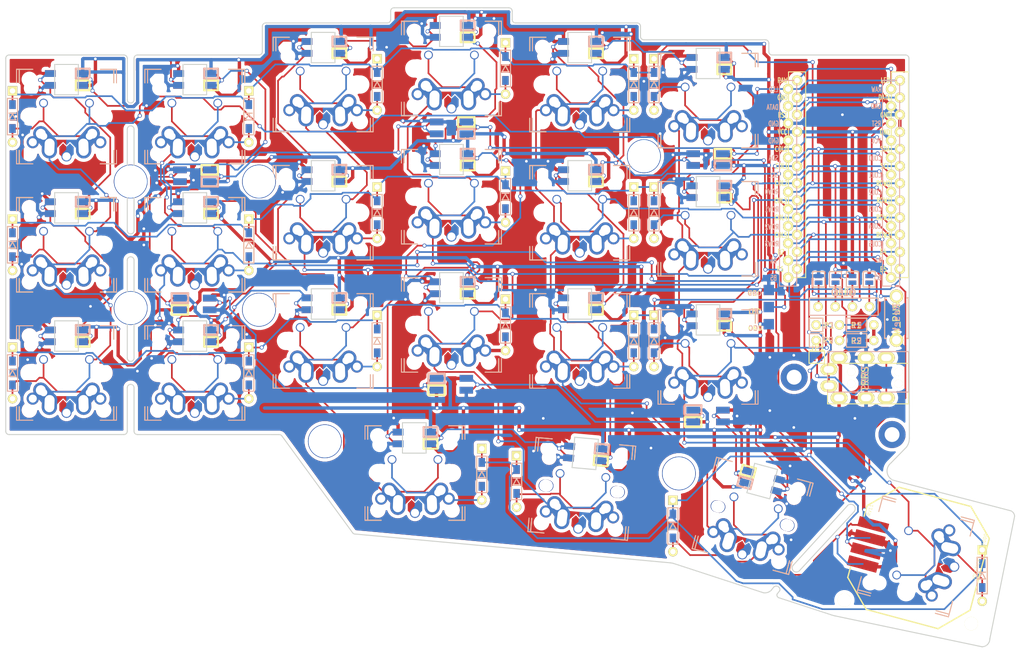
<source format=kicad_pcb>
(kicad_pcb (version 20171130) (host pcbnew "(5.1.8)-1")
  (title_block (title Crkbd) (date 2018/05/15) (rev 1.1) (company foostan))
  (layers (0 F.Cu signal) (31 B.Cu signal) (34 B.Paste user) (35 F.Paste user) (36 B.SilkS user) (37 F.SilkS user) (38 B.Mask user) (39 F.Mask user) (44 Edge.Cuts user))
  (net 0 "")
  (net 1 row0)
  (net 2 "Net-(D1-Pad2)")
  (net 3 row1)
  (net 4 "Net-(D2-Pad2)")
  (net 5 row2)
  (net 6 "Net-(D3-Pad2)")
  (net 7 row3)
  (net 8 "Net-(D4-Pad2)")
  (net 9 "Net-(D5-Pad2)")
  (net 10 "Net-(D6-Pad2)")
  (net 11 "Net-(D7-Pad2)")
  (net 12 "Net-(D8-Pad2)")
  (net 13 "Net-(D9-Pad2)")
  (net 14 "Net-(D10-Pad2)")
  (net 15 "Net-(D11-Pad2)")
  (net 16 "Net-(D12-Pad2)")
  (net 17 "Net-(D13-Pad2)")
  (net 18 "Net-(D14-Pad2)")
  (net 19 "Net-(D15-Pad2)")
  (net 20 "Net-(D16-Pad2)")
  (net 21 "Net-(D17-Pad2)")
  (net 22 "Net-(D18-Pad2)")
  (net 23 "Net-(D19-Pad2)")
  (net 24 "Net-(D20-Pad2)")
  (net 25 "Net-(D21-Pad2)")
  (net 26 GND)
  (net 27 VCC)
  (net 28 col0)
  (net 29 col1)
  (net 30 col2)
  (net 31 col3)
  (net 32 col4)
  (net 33 col5)
  (net 34 LED)
  (net 35 data)
  (net 36 "Net-(L1-Pad3)")
  (net 37 "Net-(L1-Pad1)")
  (net 38 "Net-(L10-Pad1)")
  (net 39 "Net-(L11-Pad1)")
  (net 40 "Net-(L13-Pad1)")
  (net 41 "Net-(L14-Pad3)")
  (net 42 "Net-(L10-Pad3)")
  (net 43 "Net-(L13-Pad3)")
  (net 44 "Net-(L15-Pad3)")
  (net 45 "Net-(L16-Pad3)")
  (net 46 reset)
  (net 47 SCL)
  (net 48 SDA)
  (net 49 "Net-(J2-Pad1)")
  (net 50 "Net-(J2-Pad2)")
  (net 51 "Net-(J2-Pad3)")
  (net 52 "Net-(J2-Pad4)")
  (net 53 "Net-(L2-Pad3)")
  (net 54 "Net-(L11-Pad3)")
  (net 55 "Net-(L14-Pad1)")
  (net 56 "Net-(L12-Pad3)")
  (net 57 "Net-(L17-Pad1)")
  (net 58 "Net-(L18-Pad3)")
  (net 59 "Net-(J1-PadA)")
  (net 60 "Net-(J1-PadB)")
  (net 61 "Net-(U1-Pad24)")
  (net 62 "Net-(L22-Pad3)")
  (net 63 "Net-(D22-Pad2)")
  (net 64 "Net-(L4-Pad1)")
  (net 65 "Net-(L5-Pad1)")
  (net 66 "Net-(L27-Pad3)")
  (net 67 "Net-(L7-Pad3)")
  (net 68 "Net-(L15-Pad1)")
  (net 69 "Net-(L19-Pad1)")
  (net 70 "Net-(L20-Pad3)")
  (net 71 "Net-(L23-Pad1)")
  (net 72 "Net-(L24-Pad3)")
  (net 73 "Net-(L25-Pad3)")
  (net 74 analogY)
  (net 75 analogX)
  (net 76 "Net-(U1-Pad14)")
  (net 77 "Net-(U1-Pad13)")
  (module kailh-pg1425-x-switch:MX-ALPS-Choc-X-straight-crane2 (layer F.Cu) (at 89 77.125 180)
    (fp_text reference SW2 hide)
    (fp_text value SW_PUSH)
    (fp_poly (pts (xy -2.6162 -5.78612) (xy -0.508 -3.67792) (xy 0 -4.18592) (xy 0 -3.4798) (xy -2.6162 -3.4798)) (layer B.Cu) (width 0.1))
    (fp_poly (pts (xy 0.4064 -5.334) (xy 0 -4.9276) (xy 0 -4.5466) (xy -0.508 -4.0386) (xy -1.016 -4.5466) (xy -1.016 -5.5626) (xy -0.7112 -5.8674) (xy 0.4064 -5.8674)) (layer B.Cu) (width 0.1))
    (fp_poly (pts (xy 2.6162 -5.78612) (xy 0.508 -3.67792) (xy 0 -4.18592) (xy 0 -3.4798) (xy 2.6162 -3.4798)) (layer F.Cu) (width 0.1))
    (fp_poly (pts (xy -0.4064 -5.334) (xy 0 -4.9276) (xy 0 -4.5466) (xy 0.508 -4.0386) (xy 1.016 -4.5466) (xy 1.016 -5.5626) (xy 0.7112 -5.8674) (xy -0.4064 -5.8674)) (layer F.Cu) (width 0.1))
    (pad "" thru_hole circle (at 0 -5.9 180) (size 1.5 1.5) (drill 1.2) (layers *.Cu *.Mask))
    (pad "" np_thru_hole circle (at -5.22 4.2 228.1) (size 1.2 1.2) (drill 1.2) (layers *.Cu *.Mask))
    (pad "" np_thru_hole circle (at 5.22 4.2 311.9) (size 1.2 1.2) (drill 1.2) (layers *.Cu *.Mask))
    (pad 2 thru_hole circle (at -5 -3.8) (size 1.8 1.8) (drill 1.2) (layers *.Cu *.Mask) (net 4 "Net-(D2-Pad2)"))
    (pad 2 thru_hole oval (at -2.52 -4.54 272.1) (size 3.33 2.25) (drill oval 2.551378 1.47) (layers *.Cu *.Mask) (net 4 "Net-(D2-Pad2)"))
    (pad 1 thru_hole custom (at 3.81 -2.54 180) (size 2.25 2.25) (drill 1.47) (layers *.Cu *.Mask) (net 29 col1) (options (clearance outline) (anchor circle)) (primitives (gr_line (start -0.99 -1.74) (end 0.31 -0.29) (width 1.4)) (gr_line (start -1.612566 -1.161246) (end -0.312566 0.288754) (width 1.4)) (gr_arc (start -1.31 -1.46) (end -0.99 -1.74) (angle -183.4) (width 1.4))))
    (pad 2 thru_hole custom (at -3.81 -2.54 180) (size 2.25 2.25) (drill 1.47) (layers *.Cu *.Mask) (net 4 "Net-(D2-Pad2)") (options (clearance outline) (anchor circle)) (primitives (gr_line (start 1.61 -1.16) (end 0.3 0.3) (width 1.4)) (gr_line (start 1.007915 -1.7579) (end -0.34 -0.26) (width 1.4)) (gr_arc (start 1.31 -1.46) (end 1.61 -1.16) (angle -180.3) (width 1.4))))
    (pad 1 thru_hole oval (at 2.52 -4.54 267.8) (size 3.33 2.25) (drill oval 2.55 1.47) (layers *.Cu *.Mask) (net 29 col1))
    (pad "" np_thru_hole circle (at 0 0 180) (size 4.9 4.9) (drill 4.9) (layers *.Cu *.Mask))
    (pad "" np_thru_hole circle (at -5.08 0 228.0996) (size 1.75 1.75) (drill 1.75) (layers *.Cu *.Mask))
    (pad "" np_thru_hole circle (at 5.08 0 228.0996) (size 1.75 1.75) (drill 1.75) (layers *.Cu *.Mask))
    (pad 1 thru_hole circle (at 5 -3.8 180) (size 1.8 1.8) (drill 1.2) (layers *.Cu *.Mask) (net 29 col1))
    (pad "" np_thru_hole circle (at -5.5 0 228.1) (size 1.7 1.7) (drill 1.7) (layers *.Cu *.Mask))
    (pad "" np_thru_hole circle (at 5.5 0 228.1) (size 1.7 1.7) (drill 1.7) (layers *.Cu *.Mask))
    (pad 2 thru_hole circle (at -3.400008 -2.900164) (size 1.6 1.6) (drill 1.1) (layers *.Cu *.Mask) (net 4 "Net-(D2-Pad2)"))
    (pad "" np_thru_hole circle (at -5.500008 -5.500164) (size 1.3 1.3) (drill 1.3) (layers *.Cu *.Mask))
    (pad "" np_thru_hole circle (at 5.499992 5.499836) (size 1.3 1.3) (drill 1.3) (layers *.Cu *.Mask))
    (pad 1 thru_hole circle (at -3.400008 1.999836) (size 1.3 1.3) (drill 1) (layers *.Cu *.Mask) (net 29 col1))
    (pad "" np_thru_hole circle (at -5.5 5.5 180) (size 1.3 1.3) (drill 1.3) (layers *.Cu *.Mask))
    (pad "" np_thru_hole circle (at 5.5 -5.5 180) (size 1.3 1.3) (drill 1.3) (layers *.Cu *.Mask))
    (pad 2 thru_hole circle (at 3.4 2 180) (size 1.3 1.3) (drill 1) (layers *.Cu *.Mask) (net 4 "Net-(D2-Pad2)"))
    (pad 1 thru_hole circle (at 3.4 -2.9 180) (size 1.6 1.6) (drill 1.1) (layers *.Cu *.Mask) (net 29 col1))
  )
  (module kailh-pg1425-x-switch:MX-ALPS-Choc-X-straight-crane2 (layer F.Cu) (at 108 110.375 180)
    (fp_text reference SW15 hide)
    (fp_text value SW_PUSH)
    (fp_poly (pts (xy -2.6162 -5.78612) (xy -0.508 -3.67792) (xy 0 -4.18592) (xy 0 -3.4798) (xy -2.6162 -3.4798)) (layer B.Cu) (width 0.1))
    (fp_poly (pts (xy 0.4064 -5.334) (xy 0 -4.9276) (xy 0 -4.5466) (xy -0.508 -4.0386) (xy -1.016 -4.5466) (xy -1.016 -5.5626) (xy -0.7112 -5.8674) (xy 0.4064 -5.8674)) (layer B.Cu) (width 0.1))
    (fp_poly (pts (xy 2.6162 -5.78612) (xy 0.508 -3.67792) (xy 0 -4.18592) (xy 0 -3.4798) (xy 2.6162 -3.4798)) (layer F.Cu) (width 0.1))
    (fp_poly (pts (xy -0.4064 -5.334) (xy 0 -4.9276) (xy 0 -4.5466) (xy 0.508 -4.0386) (xy 1.016 -4.5466) (xy 1.016 -5.5626) (xy 0.7112 -5.8674) (xy -0.4064 -5.8674)) (layer F.Cu) (width 0.1))
    (pad "" thru_hole circle (at 0 -5.9 180) (size 1.5 1.5) (drill 1.2) (layers *.Cu *.Mask))
    (pad "" np_thru_hole circle (at -5.22 4.2 228.1) (size 1.2 1.2) (drill 1.2) (layers *.Cu *.Mask))
    (pad "" np_thru_hole circle (at 5.22 4.2 311.9) (size 1.2 1.2) (drill 1.2) (layers *.Cu *.Mask))
    (pad 2 thru_hole circle (at -5 -3.8) (size 1.8 1.8) (drill 1.2) (layers *.Cu *.Mask) (net 19 "Net-(D15-Pad2)"))
    (pad 2 thru_hole oval (at -2.52 -4.54 272.1) (size 3.33 2.25) (drill oval 2.551378 1.47) (layers *.Cu *.Mask) (net 19 "Net-(D15-Pad2)"))
    (pad 1 thru_hole custom (at 3.81 -2.54 180) (size 2.25 2.25) (drill 1.47) (layers *.Cu *.Mask) (net 30 col2) (options (clearance outline) (anchor circle)) (primitives (gr_line (start -0.99 -1.74) (end 0.31 -0.29) (width 1.4)) (gr_line (start -1.612566 -1.161246) (end -0.312566 0.288754) (width 1.4)) (gr_arc (start -1.31 -1.46) (end -0.99 -1.74) (angle -183.4) (width 1.4))))
    (pad 2 thru_hole custom (at -3.81 -2.54 180) (size 2.25 2.25) (drill 1.47) (layers *.Cu *.Mask) (net 19 "Net-(D15-Pad2)") (options (clearance outline) (anchor circle)) (primitives (gr_line (start 1.61 -1.16) (end 0.3 0.3) (width 1.4)) (gr_line (start 1.007915 -1.7579) (end -0.34 -0.26) (width 1.4)) (gr_arc (start 1.31 -1.46) (end 1.61 -1.16) (angle -180.3) (width 1.4))))
    (pad 1 thru_hole oval (at 2.52 -4.54 267.8) (size 3.33 2.25) (drill oval 2.55 1.47) (layers *.Cu *.Mask) (net 30 col2))
    (pad "" np_thru_hole circle (at 0 0 180) (size 4.9 4.9) (drill 4.9) (layers *.Cu *.Mask))
    (pad "" np_thru_hole circle (at -5.08 0 228.0996) (size 1.75 1.75) (drill 1.75) (layers *.Cu *.Mask))
    (pad "" np_thru_hole circle (at 5.08 0 228.0996) (size 1.75 1.75) (drill 1.75) (layers *.Cu *.Mask))
    (pad 1 thru_hole circle (at 5 -3.8 180) (size 1.8 1.8) (drill 1.2) (layers *.Cu *.Mask) (net 30 col2))
    (pad "" np_thru_hole circle (at -5.5 0 228.1) (size 1.7 1.7) (drill 1.7) (layers *.Cu *.Mask))
    (pad "" np_thru_hole circle (at 5.5 0 228.1) (size 1.7 1.7) (drill 1.7) (layers *.Cu *.Mask))
    (pad 2 thru_hole circle (at -3.400008 -2.900164) (size 1.6 1.6) (drill 1.1) (layers *.Cu *.Mask) (net 19 "Net-(D15-Pad2)"))
    (pad "" np_thru_hole circle (at -5.500008 -5.500164) (size 1.3 1.3) (drill 1.3) (layers *.Cu *.Mask))
    (pad "" np_thru_hole circle (at 5.499992 5.499836) (size 1.3 1.3) (drill 1.3) (layers *.Cu *.Mask))
    (pad 1 thru_hole circle (at -3.400008 1.999836) (size 1.3 1.3) (drill 1) (layers *.Cu *.Mask) (net 30 col2))
    (pad "" np_thru_hole circle (at -5.5 5.5 180) (size 1.3 1.3) (drill 1.3) (layers *.Cu *.Mask))
    (pad "" np_thru_hole circle (at 5.5 -5.5 180) (size 1.3 1.3) (drill 1.3) (layers *.Cu *.Mask))
    (pad 2 thru_hole circle (at 3.4 2 180) (size 1.3 1.3) (drill 1) (layers *.Cu *.Mask) (net 19 "Net-(D15-Pad2)"))
    (pad 1 thru_hole circle (at 3.4 -2.9 180) (size 1.6 1.6) (drill 1.1) (layers *.Cu *.Mask) (net 30 col2))
  )
  (module kailh-pg1425-x-switch:MX-ALPS-Choc-X-straight-crane2 (layer F.Cu) (at 195.75 142.3 255)
    (fp_text reference SW22 hide)
    (fp_text value SW_PUSH)
    (fp_poly (pts (xy -2.6162 -5.78612) (xy -0.508 -3.67792) (xy 0 -4.18592) (xy 0 -3.4798) (xy -2.6162 -3.4798)) (layer B.Cu) (width 0.1))
    (fp_poly (pts (xy 0.4064 -5.334) (xy 0 -4.9276) (xy 0 -4.5466) (xy -0.508 -4.0386) (xy -1.016 -4.5466) (xy -1.016 -5.5626) (xy -0.7112 -5.8674) (xy 0.4064 -5.8674)) (layer B.Cu) (width 0.1))
    (fp_poly (pts (xy 2.6162 -5.78612) (xy 0.508 -3.67792) (xy 0 -4.18592) (xy 0 -3.4798) (xy 2.6162 -3.4798)) (layer F.Cu) (width 0.1))
    (fp_poly (pts (xy -0.4064 -5.334) (xy 0 -4.9276) (xy 0 -4.5466) (xy 0.508 -4.0386) (xy 1.016 -4.5466) (xy 1.016 -5.5626) (xy 0.7112 -5.8674) (xy -0.4064 -5.8674)) (layer F.Cu) (width 0.1))
    (pad "" thru_hole circle (at 0 -5.9 255) (size 1.5 1.5) (drill 1.2) (layers *.Cu *.Mask))
    (pad "" np_thru_hole circle (at -5.22 4.2 303.1) (size 1.2 1.2) (drill 1.2) (layers *.Cu *.Mask))
    (pad "" np_thru_hole circle (at 5.22 4.2 26.9) (size 1.2 1.2) (drill 1.2) (layers *.Cu *.Mask))
    (pad 2 thru_hole circle (at -5 -3.8 75) (size 1.8 1.8) (drill 1.2) (layers *.Cu *.Mask) (net 25 "Net-(D21-Pad2)"))
    (pad 2 thru_hole oval (at -2.52 -4.54 347.1) (size 3.33 2.25) (drill oval 2.551378 1.47) (layers *.Cu *.Mask) (net 25 "Net-(D21-Pad2)"))
    (pad 1 thru_hole custom (at 3.81 -2.54 255) (size 2.25 2.25) (drill 1.47) (layers *.Cu *.Mask) (net 33 col5) (options (clearance outline) (anchor circle)) (primitives (gr_line (start -0.99 -1.74) (end 0.31 -0.29) (width 1.4)) (gr_line (start -1.612566 -1.161246) (end -0.312566 0.288754) (width 1.4)) (gr_arc (start -1.31 -1.46) (end -0.99 -1.74) (angle -183.4) (width 1.4))))
    (pad 2 thru_hole custom (at -3.81 -2.54 255) (size 2.25 2.25) (drill 1.47) (layers *.Cu *.Mask) (net 25 "Net-(D21-Pad2)") (options (clearance outline) (anchor circle)) (primitives (gr_line (start 1.61 -1.16) (end 0.3 0.3) (width 1.4)) (gr_line (start 1.007915 -1.7579) (end -0.34 -0.26) (width 1.4)) (gr_arc (start 1.31 -1.46) (end 1.61 -1.16) (angle -180.3) (width 1.4))))
    (pad 1 thru_hole oval (at 2.52 -4.54 342.8) (size 3.33 2.25) (drill oval 2.55 1.47) (layers *.Cu *.Mask) (net 33 col5))
    (pad "" np_thru_hole circle (at 0 0 255) (size 4.9 4.9) (drill 4.9) (layers *.Cu *.Mask))
    (pad "" np_thru_hole circle (at -5.08 0 303.0996) (size 1.75 1.75) (drill 1.75) (layers *.Cu *.Mask))
    (pad "" np_thru_hole circle (at 5.08 0 303.0996) (size 1.75 1.75) (drill 1.75) (layers *.Cu *.Mask))
    (pad 1 thru_hole circle (at 5 -3.8 255) (size 1.8 1.8) (drill 1.2) (layers *.Cu *.Mask) (net 33 col5))
    (pad "" np_thru_hole circle (at -5.5 0 303.1) (size 1.7 1.7) (drill 1.7) (layers *.Cu *.Mask))
    (pad "" np_thru_hole circle (at 5.5 0 303.1) (size 1.7 1.7) (drill 1.7) (layers *.Cu *.Mask))
    (pad 2 thru_hole circle (at -3.400008 -2.900164 75) (size 1.6 1.6) (drill 1.1) (layers *.Cu *.Mask) (net 25 "Net-(D21-Pad2)"))
    (pad "" np_thru_hole circle (at -5.500008 -5.500164 75) (size 1.3 1.3) (drill 1.3) (layers *.Cu *.Mask))
    (pad "" np_thru_hole circle (at 5.499992 5.499836 75) (size 1.3 1.3) (drill 1.3) (layers *.Cu *.Mask))
    (pad 1 thru_hole circle (at -3.400008 1.999836 75) (size 1.3 1.3) (drill 1) (layers *.Cu *.Mask) (net 33 col5))
    (pad "" np_thru_hole circle (at -5.5 5.5 255) (size 1.3 1.3) (drill 1.3) (layers *.Cu *.Mask))
    (pad "" np_thru_hole circle (at 5.5 -5.5 255) (size 1.3 1.3) (drill 1.3) (layers *.Cu *.Mask))
    (pad 2 thru_hole circle (at 3.4 2 255) (size 1.3 1.3) (drill 1) (layers *.Cu *.Mask) (net 25 "Net-(D21-Pad2)"))
    (pad 1 thru_hole circle (at 3.4 -2.9 255) (size 1.6 1.6) (drill 1.1) (layers *.Cu *.Mask) (net 33 col5))
  )
  (module kbd:ProMicro_v2 (layer F.Cu) (at 185.75 86.25)
    (fp_text reference U1 hide)
    (fp_text value ProMicro hide)
    (fp_text user "" (at -0.5 -17.25) (layer F.SilkS))
    (fp_text user "" (at -1.2065 -16.256) (layer B.SilkS) (effects (justify mirror)))
    (fp_text user RAW (at -9.7155 -14.478) (layer F.SilkS) (effects (font (size 0.75 0.5) (thickness 0.125))))
    (fp_text user LED (at 5.5 -14.478) (layer F.SilkS) (effects (font (size 0.75 0.5) (thickness 0.125))))
    (fp_text user GND (at -9.7155 -11.938) (layer F.SilkS) (effects (font (size 0.75 0.5) (thickness 0.125))))
    (fp_text user DATA (at 5.35 -11.95) (layer F.SilkS) (effects (font (size 0.75 0.5) (thickness 0.125))))
    (fp_text user RST (at -9.7155 -9.3345) (layer F.SilkS) (effects (font (size 0.75 0.5) (thickness 0.125))))
    (fp_text user GND (at 5.5245 -9.3345) (layer F.SilkS) (effects (font (size 0.75 0.5) (thickness 0.125))))
    (fp_text user VCC (at -9.7155 -6.858) (layer F.SilkS) (effects (font (size 0.75 0.5) (thickness 0.125))))
    (fp_text user GND (at 5.461 -6.7945) (layer F.SilkS) (effects (font (size 0.75 0.5) (thickness 0.125))))
    (fp_text user COL3 (at -10 3.35) (layer F.SilkS) (effects (font (size 0.75 0.5) (thickness 0.125))))
    (fp_text user ROW0 (at 5.2 0.8) (layer F.SilkS) (effects (font (size 0.75 0.5) (thickness 0.125))))
    (fp_text user COL2 (at -9.9 0.762) (layer F.SilkS) (effects (font (size 0.75 0.5) (thickness 0.125))))
    (fp_text user SCL (at 5.461 -1.778) (layer F.SilkS) (effects (font (size 0.75 0.5) (thickness 0.125))))
    (fp_text user COL1 (at -9.85 -1.778) (layer F.SilkS) (effects (font (size 0.75 0.5) (thickness 0.125))))
    (fp_text user SDA (at 5.461 -4.318) (layer F.SilkS) (effects (font (size 0.75 0.5) (thickness 0.125))))
    (fp_text user COL0 (at -9.9 -4.3) (layer F.SilkS) (effects (font (size 0.75 0.5) (thickness 0.125))))
    (fp_text user B6 (at -10.05 13.5) (layer F.SilkS) (effects (font (size 0.75 0.5) (thickness 0.125))))
    (fp_text user B5 (at 5.2 13.5255) (layer F.SilkS) (effects (font (size 0.75 0.5) (thickness 0.125))))
    (fp_text user B4 (at 5.2 10.922) (layer F.SilkS) (effects (font (size 0.75 0.5) (thickness 0.125))))
    (fp_text user B2 (at -9.95 10.95) (layer F.SilkS) (effects (font (size 0.75 0.5) (thickness 0.125))))
    (fp_text user ROW3 (at 5.2 8.4455) (layer F.SilkS) (effects (font (size 0.75 0.5) (thickness 0.125))))
    (fp_text user COL5 (at -9.95 8.4455) (layer F.SilkS) (effects (font (size 0.75 0.5) (thickness 0.125))))
    (fp_text user ROW2 (at 5.2 5.85) (layer F.SilkS) (effects (font (size 0.75 0.5) (thickness 0.125))))
    (fp_text user COL4 (at -9.95 5.85) (layer F.SilkS) (effects (font (size 0.75 0.5) (thickness 0.125))))
    (fp_text user ROW1 (at 5.25 3.302) (layer F.SilkS) (effects (font (size 0.75 0.5) (thickness 0.125))))
    (fp_text user ROW1 (at -11.3 4.6355) (layer B.SilkS) (effects (font (size 0.75 0.5) (thickness 0.125)) (justify mirror)))
    (fp_text user COL4 (at 3.95 7.112) (layer B.SilkS) (effects (font (size 0.75 0.5) (thickness 0.125)) (justify mirror)))
    (fp_text user ROW2 (at -11.3 7.239) (layer B.SilkS) (effects (font (size 0.75 0.5) (thickness 0.125)) (justify mirror)))
    (fp_text user COL5 (at 4 9.75) (layer B.SilkS) (effects (font (size 0.75 0.5) (thickness 0.125)) (justify mirror)))
    (fp_text user ROW3 (at -11.3 9.75) (layer B.SilkS) (effects (font (size 0.75 0.5) (thickness 0.125)) (justify mirror)))
    (fp_text user B2 (at 4.5085 12.1285) (layer B.SilkS) (effects (font (size 0.75 0.5) (thickness 0.125)) (justify mirror)))
    (fp_text user B4 (at -11.049 12.2555) (layer B.SilkS) (effects (font (size 0.75 0.5) (thickness 0.125)) (justify mirror)))
    (fp_text user B5 (at -11.049 14.7955) (layer B.SilkS) (effects (font (size 0.75 0.5) (thickness 0.125)) (justify mirror)))
    (fp_text user B6 (at 4.445 14.732) (layer B.SilkS) (effects (font (size 0.75 0.5) (thickness 0.125)) (justify mirror)))
    (fp_text user COL0 (at 4 -2.95) (layer B.SilkS) (effects (font (size 0.75 0.5) (thickness 0.125)) (justify mirror)))
    (fp_text user SDA (at -11.049 -2.9845) (layer B.SilkS) (effects (font (size 0.75 0.5) (thickness 0.125)) (justify mirror)))
    (fp_text user COL1 (at 4 -0.4445) (layer B.SilkS) (effects (font (size 0.75 0.5) (thickness 0.125)) (justify mirror)))
    (fp_text user SCL (at -11.049 -0.4445) (layer B.SilkS) (effects (font (size 0.75 0.5) (thickness 0.125)) (justify mirror)))
    (fp_text user COL2 (at 4 2.1) (layer B.SilkS) (effects (font (size 0.75 0.5) (thickness 0.125)) (justify mirror)))
    (fp_text user ROW0 (at -11.3 2.032) (layer B.SilkS) (effects (font (size 0.75 0.5) (thickness 0.125)) (justify mirror)))
    (fp_text user COL3 (at 4 4.6) (layer B.SilkS) (effects (font (size 0.75 0.5) (thickness 0.125)) (justify mirror)))
    (fp_text user GND (at -11.049 -5.5245) (layer B.SilkS) (effects (font (size 0.75 0.5) (thickness 0.125)) (justify mirror)))
    (fp_text user VCC (at 4.1275 -5.5245) (layer B.SilkS) (effects (font (size 0.75 0.5) (thickness 0.125)) (justify mirror)))
    (fp_text user GND (at -11.049 -8.0645) (layer B.SilkS) (effects (font (size 0.75 0.5) (thickness 0.125)) (justify mirror)))
    (fp_text user RST (at 4.191 -8.0645) (layer B.SilkS) (effects (font (size 0.75 0.5) (thickness 0.125)) (justify mirror)))
    (fp_text user DATA (at -11.2 -10.5) (layer B.SilkS) (effects (font (size 0.75 0.5) (thickness 0.125)) (justify mirror)))
    (fp_text user GND (at 4.1275 -10.668) (layer B.SilkS) (effects (font (size 0.75 0.5) (thickness 0.125)) (justify mirror)))
    (fp_text user LED (at -11.049 -13.1445) (layer B.SilkS) (effects (font (size 0.75 0.5) (thickness 0.125)) (justify mirror)))
    (fp_text user RAW (at 4.191 -13.1445) (layer B.SilkS) (effects (font (size 0.75 0.5) (thickness 0.125)) (justify mirror)))
    (pad 24 thru_hole circle (at 6.35 -13.208) (size 1.524 1.524) (drill 0.8128) (layers *.Cu *.Mask F.SilkS) (net 61 "Net-(U1-Pad24)"))
    (pad 23 thru_hole circle (at 6.35 -10.668) (size 1.524 1.524) (drill 0.8128) (layers *.Cu *.Mask F.SilkS) (net 26 GND))
    (pad 22 thru_hole circle (at 6.35 -8.128) (size 1.524 1.524) (drill 0.8128) (layers *.Cu *.Mask F.SilkS) (net 46 reset))
    (pad 21 thru_hole circle (at 6.35 -5.588) (size 1.524 1.524) (drill 0.8128) (layers *.Cu *.Mask F.SilkS) (net 27 VCC))
    (pad 20 thru_hole circle (at 6.35 -3.048) (size 1.524 1.524) (drill 0.8128) (layers *.Cu *.Mask F.SilkS) (net 28 col0))
    (pad 19 thru_hole circle (at 6.35 -0.508) (size 1.524 1.524) (drill 0.8128) (layers *.Cu *.Mask F.SilkS) (net 29 col1))
    (pad 18 thru_hole circle (at 6.35 2.032) (size 1.524 1.524) (drill 0.8128) (layers *.Cu *.Mask F.SilkS) (net 30 col2))
    (pad 17 thru_hole circle (at 6.35 4.572) (size 1.524 1.524) (drill 0.8128) (layers *.Cu *.Mask F.SilkS) (net 31 col3))
    (pad 16 thru_hole circle (at 6.35 7.112) (size 1.524 1.524) (drill 0.8128) (layers *.Cu *.Mask F.SilkS) (net 32 col4))
    (pad 15 thru_hole circle (at 6.35 9.652) (size 1.524 1.524) (drill 0.8128) (layers *.Cu *.Mask F.SilkS) (net 33 col5))
    (pad 14 thru_hole circle (at 6.35 12.192) (size 1.524 1.524) (drill 0.8128) (layers *.Cu *.Mask F.SilkS) (net 76 "Net-(U1-Pad14)"))
    (pad 13 thru_hole circle (at 6.35 14.732) (size 1.524 1.524) (drill 0.8128) (layers *.Cu *.Mask F.SilkS) (net 77 "Net-(U1-Pad13)"))
    (pad 12 thru_hole circle (at -8.89 14.732) (size 1.524 1.524) (drill 0.8128) (layers *.Cu *.Mask F.SilkS) (net 75 analogX))
    (pad 11 thru_hole circle (at -8.89 12.192) (size 1.524 1.524) (drill 0.8128) (layers *.Cu *.Mask F.SilkS) (net 74 analogY))
    (pad 10 thru_hole circle (at -8.89 9.652) (size 1.524 1.524) (drill 0.8128) (layers *.Cu *.Mask F.SilkS) (net 7 row3))
    (pad 9 thru_hole circle (at -8.89 7.112) (size 1.524 1.524) (drill 0.8128) (layers *.Cu *.Mask F.SilkS) (net 5 row2))
    (pad 8 thru_hole circle (at -8.89 4.572) (size 1.524 1.524) (drill 0.8128) (layers *.Cu *.Mask F.SilkS) (net 3 row1))
    (pad 7 thru_hole circle (at -8.89 2.032) (size 1.524 1.524) (drill 0.8128) (layers *.Cu *.Mask F.SilkS) (net 1 row0))
    (pad 6 thru_hole circle (at -8.89 -0.508) (size 1.524 1.524) (drill 0.8128) (layers *.Cu *.Mask F.SilkS) (net 47 SCL))
    (pad 5 thru_hole circle (at -8.89 -3.048) (size 1.524 1.524) (drill 0.8128) (layers *.Cu *.Mask F.SilkS) (net 48 SDA))
    (pad 4 thru_hole circle (at -8.89 -5.588) (size 1.524 1.524) (drill 0.8128) (layers *.Cu *.Mask F.SilkS) (net 26 GND))
    (pad 3 thru_hole circle (at -8.89 -8.128) (size 1.524 1.524) (drill 0.8128) (layers *.Cu *.Mask F.SilkS) (net 26 GND))
    (pad 2 thru_hole circle (at -8.89 -10.668) (size 1.524 1.524) (drill 0.8128) (layers *.Cu *.Mask F.SilkS) (net 35 data))
    (pad 1 thru_hole circle (at -8.89 -13.208) (size 1.524 1.524) (drill 0.8128) (layers *.Cu *.Mask F.SilkS) (net 34 LED))
    (pad 1 thru_hole circle (at 7.6564 -14.478) (size 1.524 1.524) (drill 0.8128) (layers *.Cu *.Mask F.SilkS) (net 34 LED))
    (pad 2 thru_hole circle (at 7.6564 -11.938) (size 1.524 1.524) (drill 0.8128) (layers *.Cu *.Mask F.SilkS) (net 35 data))
    (pad 3 thru_hole circle (at 7.6564 -9.398) (size 1.524 1.524) (drill 0.8128) (layers *.Cu *.Mask F.SilkS) (net 26 GND))
    (pad 4 thru_hole circle (at 7.6564 -6.858) (size 1.524 1.524) (drill 0.8128) (layers *.Cu *.Mask F.SilkS) (net 26 GND))
    (pad 5 thru_hole circle (at 7.6564 -4.318) (size 1.524 1.524) (drill 0.8128) (layers *.Cu *.Mask F.SilkS) (net 48 SDA))
    (pad 6 thru_hole circle (at 7.6564 -1.778) (size 1.524 1.524) (drill 0.8128) (layers *.Cu *.Mask F.SilkS) (net 47 SCL))
    (pad 7 thru_hole circle (at 7.6564 0.762) (size 1.524 1.524) (drill 0.8128) (layers *.Cu *.Mask F.SilkS) (net 1 row0))
    (pad 8 thru_hole circle (at 7.6564 3.302) (size 1.524 1.524) (drill 0.8128) (layers *.Cu *.Mask F.SilkS) (net 3 row1))
    (pad 9 thru_hole circle (at 7.6564 5.842) (size 1.524 1.524) (drill 0.8128) (layers *.Cu *.Mask F.SilkS) (net 5 row2))
    (pad 10 thru_hole circle (at 7.6564 8.382) (size 1.524 1.524) (drill 0.8128) (layers *.Cu *.Mask F.SilkS) (net 7 row3))
    (pad 11 thru_hole circle (at 7.6564 10.922) (size 1.524 1.524) (drill 0.8128) (layers *.Cu *.Mask F.SilkS) (net 74 analogY))
    (pad 12 thru_hole circle (at 7.6564 13.462) (size 1.524 1.524) (drill 0.8128) (layers *.Cu *.Mask F.SilkS) (net 75 analogX))
    (pad 13 thru_hole circle (at -7.5636 13.462) (size 1.524 1.524) (drill 0.8128) (layers *.Cu *.Mask F.SilkS) (net 77 "Net-(U1-Pad13)"))
    (pad 14 thru_hole circle (at -7.5636 10.922) (size 1.524 1.524) (drill 0.8128) (layers *.Cu *.Mask F.SilkS) (net 76 "Net-(U1-Pad14)"))
    (pad 15 thru_hole circle (at -7.5636 8.382) (size 1.524 1.524) (drill 0.8128) (layers *.Cu *.Mask F.SilkS) (net 33 col5))
    (pad 16 thru_hole circle (at -7.5636 5.842) (size 1.524 1.524) (drill 0.8128) (layers *.Cu *.Mask F.SilkS) (net 32 col4))
    (pad 17 thru_hole circle (at -7.5636 3.302) (size 1.524 1.524) (drill 0.8128) (layers *.Cu *.Mask F.SilkS) (net 31 col3))
    (pad 18 thru_hole circle (at -7.5636 0.762) (size 1.524 1.524) (drill 0.8128) (layers *.Cu *.Mask F.SilkS) (net 30 col2))
    (pad 19 thru_hole circle (at -7.5636 -1.778) (size 1.524 1.524) (drill 0.8128) (layers *.Cu *.Mask F.SilkS) (net 29 col1))
    (pad 20 thru_hole circle (at -7.5636 -4.318) (size 1.524 1.524) (drill 0.8128) (layers *.Cu *.Mask F.SilkS) (net 28 col0))
    (pad 21 thru_hole circle (at -7.5636 -6.858) (size 1.524 1.524) (drill 0.8128) (layers *.Cu *.Mask F.SilkS) (net 27 VCC))
    (pad 22 thru_hole circle (at -7.5636 -9.398) (size 1.524 1.524) (drill 0.8128) (layers *.Cu *.Mask F.SilkS) (net 46 reset))
    (pad 23 thru_hole circle (at -7.5636 -11.938) (size 1.524 1.524) (drill 0.8128) (layers *.Cu *.Mask F.SilkS) (net 26 GND))
    (pad 24 thru_hole circle (at -7.5636 -14.478) (size 1.524 1.524) (drill 0.8128) (layers *.Cu *.Mask F.SilkS) (net 61 "Net-(U1-Pad24)"))
  )
  (module kailh-pg1425-x-switch:MX-ALPS-Choc-X-straight-crane2 (layer F.Cu) (at 146 91.375 180)
    (fp_text reference SW11 hide)
    (fp_text value SW_PUSH)
    (fp_poly (pts (xy -2.6162 -5.78612) (xy -0.508 -3.67792) (xy 0 -4.18592) (xy 0 -3.4798) (xy -2.6162 -3.4798)) (layer B.Cu) (width 0.1))
    (fp_poly (pts (xy 0.4064 -5.334) (xy 0 -4.9276) (xy 0 -4.5466) (xy -0.508 -4.0386) (xy -1.016 -4.5466) (xy -1.016 -5.5626) (xy -0.7112 -5.8674) (xy 0.4064 -5.8674)) (layer B.Cu) (width 0.1))
    (fp_poly (pts (xy 2.6162 -5.78612) (xy 0.508 -3.67792) (xy 0 -4.18592) (xy 0 -3.4798) (xy 2.6162 -3.4798)) (layer F.Cu) (width 0.1))
    (fp_poly (pts (xy -0.4064 -5.334) (xy 0 -4.9276) (xy 0 -4.5466) (xy 0.508 -4.0386) (xy 1.016 -4.5466) (xy 1.016 -5.5626) (xy 0.7112 -5.8674) (xy -0.4064 -5.8674)) (layer F.Cu) (width 0.1))
    (pad "" thru_hole circle (at 0 -5.9 180) (size 1.5 1.5) (drill 1.2) (layers *.Cu *.Mask))
    (pad "" np_thru_hole circle (at -5.22 4.2 228.1) (size 1.2 1.2) (drill 1.2) (layers *.Cu *.Mask))
    (pad "" np_thru_hole circle (at 5.22 4.2 311.9) (size 1.2 1.2) (drill 1.2) (layers *.Cu *.Mask))
    (pad 2 thru_hole circle (at -5 -3.8) (size 1.8 1.8) (drill 1.2) (layers *.Cu *.Mask) (net 15 "Net-(D11-Pad2)"))
    (pad 2 thru_hole oval (at -2.52 -4.54 272.1) (size 3.33 2.25) (drill oval 2.551378 1.47) (layers *.Cu *.Mask) (net 15 "Net-(D11-Pad2)"))
    (pad 1 thru_hole custom (at 3.81 -2.54 180) (size 2.25 2.25) (drill 1.47) (layers *.Cu *.Mask) (net 32 col4) (options (clearance outline) (anchor circle)) (primitives (gr_line (start -0.99 -1.74) (end 0.31 -0.29) (width 1.4)) (gr_line (start -1.612566 -1.161246) (end -0.312566 0.288754) (width 1.4)) (gr_arc (start -1.31 -1.46) (end -0.99 -1.74) (angle -183.4) (width 1.4))))
    (pad 2 thru_hole custom (at -3.81 -2.54 180) (size 2.25 2.25) (drill 1.47) (layers *.Cu *.Mask) (net 15 "Net-(D11-Pad2)") (options (clearance outline) (anchor circle)) (primitives (gr_line (start 1.61 -1.16) (end 0.3 0.3) (width 1.4)) (gr_line (start 1.007915 -1.7579) (end -0.34 -0.26) (width 1.4)) (gr_arc (start 1.31 -1.46) (end 1.61 -1.16) (angle -180.3) (width 1.4))))
    (pad 1 thru_hole oval (at 2.52 -4.54 267.8) (size 3.33 2.25) (drill oval 2.55 1.47) (layers *.Cu *.Mask) (net 32 col4))
    (pad "" np_thru_hole circle (at 0 0 180) (size 4.9 4.9) (drill 4.9) (layers *.Cu *.Mask))
    (pad "" np_thru_hole circle (at -5.08 0 228.0996) (size 1.75 1.75) (drill 1.75) (layers *.Cu *.Mask))
    (pad "" np_thru_hole circle (at 5.08 0 228.0996) (size 1.75 1.75) (drill 1.75) (layers *.Cu *.Mask))
    (pad 1 thru_hole circle (at 5 -3.8 180) (size 1.8 1.8) (drill 1.2) (layers *.Cu *.Mask) (net 32 col4))
    (pad "" np_thru_hole circle (at -5.5 0 228.1) (size 1.7 1.7) (drill 1.7) (layers *.Cu *.Mask))
    (pad "" np_thru_hole circle (at 5.5 0 228.1) (size 1.7 1.7) (drill 1.7) (layers *.Cu *.Mask))
    (pad 2 thru_hole circle (at -3.400008 -2.900164) (size 1.6 1.6) (drill 1.1) (layers *.Cu *.Mask) (net 15 "Net-(D11-Pad2)"))
    (pad "" np_thru_hole circle (at -5.500008 -5.500164) (size 1.3 1.3) (drill 1.3) (layers *.Cu *.Mask))
    (pad "" np_thru_hole circle (at 5.499992 5.499836) (size 1.3 1.3) (drill 1.3) (layers *.Cu *.Mask))
    (pad 1 thru_hole circle (at -3.400008 1.999836) (size 1.3 1.3) (drill 1) (layers *.Cu *.Mask) (net 32 col4))
    (pad "" np_thru_hole circle (at -5.5 5.5 180) (size 1.3 1.3) (drill 1.3) (layers *.Cu *.Mask))
    (pad "" np_thru_hole circle (at 5.5 -5.5 180) (size 1.3 1.3) (drill 1.3) (layers *.Cu *.Mask))
    (pad 2 thru_hole circle (at 3.4 2 180) (size 1.3 1.3) (drill 1) (layers *.Cu *.Mask) (net 15 "Net-(D11-Pad2)"))
    (pad 1 thru_hole circle (at 3.4 -2.9 180) (size 1.6 1.6) (drill 1.1) (layers *.Cu *.Mask) (net 32 col4))
  )
  (module kailh-pg1425-x-switch:MX-ALPS-Choc-X-straight-crane2 (layer F.Cu) (at 165 74.75 180)
    (fp_text reference SW6 hide)
    (fp_text value SW_PUSH)
    (fp_poly (pts (xy -2.6162 -5.78612) (xy -0.508 -3.67792) (xy 0 -4.18592) (xy 0 -3.4798) (xy -2.6162 -3.4798)) (layer B.Cu) (width 0.1))
    (fp_poly (pts (xy 0.4064 -5.334) (xy 0 -4.9276) (xy 0 -4.5466) (xy -0.508 -4.0386) (xy -1.016 -4.5466) (xy -1.016 -5.5626) (xy -0.7112 -5.8674) (xy 0.4064 -5.8674)) (layer B.Cu) (width 0.1))
    (fp_poly (pts (xy 2.6162 -5.78612) (xy 0.508 -3.67792) (xy 0 -4.18592) (xy 0 -3.4798) (xy 2.6162 -3.4798)) (layer F.Cu) (width 0.1))
    (fp_poly (pts (xy -0.4064 -5.334) (xy 0 -4.9276) (xy 0 -4.5466) (xy 0.508 -4.0386) (xy 1.016 -4.5466) (xy 1.016 -5.5626) (xy 0.7112 -5.8674) (xy -0.4064 -5.8674)) (layer F.Cu) (width 0.1))
    (pad "" thru_hole circle (at 0 -5.9 180) (size 1.5 1.5) (drill 1.2) (layers *.Cu *.Mask))
    (pad "" np_thru_hole circle (at -5.22 4.2 228.1) (size 1.2 1.2) (drill 1.2) (layers *.Cu *.Mask))
    (pad "" np_thru_hole circle (at 5.22 4.2 311.9) (size 1.2 1.2) (drill 1.2) (layers *.Cu *.Mask))
    (pad 2 thru_hole circle (at -5 -3.8) (size 1.8 1.8) (drill 1.2) (layers *.Cu *.Mask) (net 10 "Net-(D6-Pad2)"))
    (pad 2 thru_hole oval (at -2.52 -4.54 272.1) (size 3.33 2.25) (drill oval 2.551378 1.47) (layers *.Cu *.Mask) (net 10 "Net-(D6-Pad2)"))
    (pad 1 thru_hole custom (at 3.81 -2.54 180) (size 2.25 2.25) (drill 1.47) (layers *.Cu *.Mask) (net 33 col5) (options (clearance outline) (anchor circle)) (primitives (gr_line (start -0.99 -1.74) (end 0.31 -0.29) (width 1.4)) (gr_line (start -1.612566 -1.161246) (end -0.312566 0.288754) (width 1.4)) (gr_arc (start -1.31 -1.46) (end -0.99 -1.74) (angle -183.4) (width 1.4))))
    (pad 2 thru_hole custom (at -3.81 -2.54 180) (size 2.25 2.25) (drill 1.47) (layers *.Cu *.Mask) (net 10 "Net-(D6-Pad2)") (options (clearance outline) (anchor circle)) (primitives (gr_line (start 1.61 -1.16) (end 0.3 0.3) (width 1.4)) (gr_line (start 1.007915 -1.7579) (end -0.34 -0.26) (width 1.4)) (gr_arc (start 1.31 -1.46) (end 1.61 -1.16) (angle -180.3) (width 1.4))))
    (pad 1 thru_hole oval (at 2.52 -4.54 267.8) (size 3.33 2.25) (drill oval 2.55 1.47) (layers *.Cu *.Mask) (net 33 col5))
    (pad "" np_thru_hole circle (at 0 0 180) (size 4.9 4.9) (drill 4.9) (layers *.Cu *.Mask))
    (pad "" np_thru_hole circle (at -5.08 0 228.0996) (size 1.75 1.75) (drill 1.75) (layers *.Cu *.Mask))
    (pad "" np_thru_hole circle (at 5.08 0 228.0996) (size 1.75 1.75) (drill 1.75) (layers *.Cu *.Mask))
    (pad 1 thru_hole circle (at 5 -3.8 180) (size 1.8 1.8) (drill 1.2) (layers *.Cu *.Mask) (net 33 col5))
    (pad "" np_thru_hole circle (at -5.5 0 228.1) (size 1.7 1.7) (drill 1.7) (layers *.Cu *.Mask))
    (pad "" np_thru_hole circle (at 5.5 0 228.1) (size 1.7 1.7) (drill 1.7) (layers *.Cu *.Mask))
    (pad 2 thru_hole circle (at -3.400008 -2.900164) (size 1.6 1.6) (drill 1.1) (layers *.Cu *.Mask) (net 10 "Net-(D6-Pad2)"))
    (pad "" np_thru_hole circle (at -5.500008 -5.500164) (size 1.3 1.3) (drill 1.3) (layers *.Cu *.Mask))
    (pad "" np_thru_hole circle (at 5.499992 5.499836) (size 1.3 1.3) (drill 1.3) (layers *.Cu *.Mask))
    (pad 1 thru_hole circle (at -3.400008 1.999836) (size 1.3 1.3) (drill 1) (layers *.Cu *.Mask) (net 33 col5))
    (pad "" np_thru_hole circle (at -5.5 5.5 180) (size 1.3 1.3) (drill 1.3) (layers *.Cu *.Mask))
    (pad "" np_thru_hole circle (at 5.5 -5.5 180) (size 1.3 1.3) (drill 1.3) (layers *.Cu *.Mask))
    (pad 2 thru_hole circle (at 3.4 2 180) (size 1.3 1.3) (drill 1) (layers *.Cu *.Mask) (net 10 "Net-(D6-Pad2)"))
    (pad 1 thru_hole circle (at 3.4 -2.9 180) (size 1.6 1.6) (drill 1.1) (layers *.Cu *.Mask) (net 33 col5))
  )
  (module kailh-pg1425-x-switch:MX-ALPS-Choc-X-straight-crane2 (layer F.Cu) (at 165 112.75 180)
    (fp_text reference SW18 hide)
    (fp_text value SW_PUSH)
    (fp_poly (pts (xy -2.6162 -5.78612) (xy -0.508 -3.67792) (xy 0 -4.18592) (xy 0 -3.4798) (xy -2.6162 -3.4798)) (layer B.Cu) (width 0.1))
    (fp_poly (pts (xy 0.4064 -5.334) (xy 0 -4.9276) (xy 0 -4.5466) (xy -0.508 -4.0386) (xy -1.016 -4.5466) (xy -1.016 -5.5626) (xy -0.7112 -5.8674) (xy 0.4064 -5.8674)) (layer B.Cu) (width 0.1))
    (fp_poly (pts (xy 2.6162 -5.78612) (xy 0.508 -3.67792) (xy 0 -4.18592) (xy 0 -3.4798) (xy 2.6162 -3.4798)) (layer F.Cu) (width 0.1))
    (fp_poly (pts (xy -0.4064 -5.334) (xy 0 -4.9276) (xy 0 -4.5466) (xy 0.508 -4.0386) (xy 1.016 -4.5466) (xy 1.016 -5.5626) (xy 0.7112 -5.8674) (xy -0.4064 -5.8674)) (layer F.Cu) (width 0.1))
    (pad "" thru_hole circle (at 0 -5.9 180) (size 1.5 1.5) (drill 1.2) (layers *.Cu *.Mask))
    (pad "" np_thru_hole circle (at -5.22 4.2 228.1) (size 1.2 1.2) (drill 1.2) (layers *.Cu *.Mask))
    (pad "" np_thru_hole circle (at 5.22 4.2 311.9) (size 1.2 1.2) (drill 1.2) (layers *.Cu *.Mask))
    (pad 2 thru_hole circle (at -5 -3.8) (size 1.8 1.8) (drill 1.2) (layers *.Cu *.Mask) (net 22 "Net-(D18-Pad2)"))
    (pad 2 thru_hole oval (at -2.52 -4.54 272.1) (size 3.33 2.25) (drill oval 2.551378 1.47) (layers *.Cu *.Mask) (net 22 "Net-(D18-Pad2)"))
    (pad 1 thru_hole custom (at 3.81 -2.54 180) (size 2.25 2.25) (drill 1.47) (layers *.Cu *.Mask) (net 33 col5) (options (clearance outline) (anchor circle)) (primitives (gr_line (start -0.99 -1.74) (end 0.31 -0.29) (width 1.4)) (gr_line (start -1.612566 -1.161246) (end -0.312566 0.288754) (width 1.4)) (gr_arc (start -1.31 -1.46) (end -0.99 -1.74) (angle -183.4) (width 1.4))))
    (pad 2 thru_hole custom (at -3.81 -2.54 180) (size 2.25 2.25) (drill 1.47) (layers *.Cu *.Mask) (net 22 "Net-(D18-Pad2)") (options (clearance outline) (anchor circle)) (primitives (gr_line (start 1.61 -1.16) (end 0.3 0.3) (width 1.4)) (gr_line (start 1.007915 -1.7579) (end -0.34 -0.26) (width 1.4)) (gr_arc (start 1.31 -1.46) (end 1.61 -1.16) (angle -180.3) (width 1.4))))
    (pad 1 thru_hole oval (at 2.52 -4.54 267.8) (size 3.33 2.25) (drill oval 2.55 1.47) (layers *.Cu *.Mask) (net 33 col5))
    (pad "" np_thru_hole circle (at 0 0 180) (size 4.9 4.9) (drill 4.9) (layers *.Cu *.Mask))
    (pad "" np_thru_hole circle (at -5.08 0 228.0996) (size 1.75 1.75) (drill 1.75) (layers *.Cu *.Mask))
    (pad "" np_thru_hole circle (at 5.08 0 228.0996) (size 1.75 1.75) (drill 1.75) (layers *.Cu *.Mask))
    (pad 1 thru_hole circle (at 5 -3.8 180) (size 1.8 1.8) (drill 1.2) (layers *.Cu *.Mask) (net 33 col5))
    (pad "" np_thru_hole circle (at -5.5 0 228.1) (size 1.7 1.7) (drill 1.7) (layers *.Cu *.Mask))
    (pad "" np_thru_hole circle (at 5.5 0 228.1) (size 1.7 1.7) (drill 1.7) (layers *.Cu *.Mask))
    (pad 2 thru_hole circle (at -3.400008 -2.900164) (size 1.6 1.6) (drill 1.1) (layers *.Cu *.Mask) (net 22 "Net-(D18-Pad2)"))
    (pad "" np_thru_hole circle (at -5.500008 -5.500164) (size 1.3 1.3) (drill 1.3) (layers *.Cu *.Mask))
    (pad "" np_thru_hole circle (at 5.499992 5.499836) (size 1.3 1.3) (drill 1.3) (layers *.Cu *.Mask))
    (pad 1 thru_hole circle (at -3.400008 1.999836) (size 1.3 1.3) (drill 1) (layers *.Cu *.Mask) (net 33 col5))
    (pad "" np_thru_hole circle (at -5.5 5.5 180) (size 1.3 1.3) (drill 1.3) (layers *.Cu *.Mask))
    (pad "" np_thru_hole circle (at 5.5 -5.5 180) (size 1.3 1.3) (drill 1.3) (layers *.Cu *.Mask))
    (pad 2 thru_hole circle (at 3.4 2 180) (size 1.3 1.3) (drill 1) (layers *.Cu *.Mask) (net 22 "Net-(D18-Pad2)"))
    (pad 1 thru_hole circle (at 3.4 -2.9 180) (size 1.6 1.6) (drill 1.1) (layers *.Cu *.Mask) (net 33 col5))
  )
  (module kailh-pg1425-x-switch:MX-ALPS-Choc-X-straight-crane2 (layer F.Cu) (at 89 96.125 180)
    (fp_text reference SW8 hide)
    (fp_text value SW_PUSH)
    (fp_poly (pts (xy -2.6162 -5.78612) (xy -0.508 -3.67792) (xy 0 -4.18592) (xy 0 -3.4798) (xy -2.6162 -3.4798)) (layer B.Cu) (width 0.1))
    (fp_poly (pts (xy 0.4064 -5.334) (xy 0 -4.9276) (xy 0 -4.5466) (xy -0.508 -4.0386) (xy -1.016 -4.5466) (xy -1.016 -5.5626) (xy -0.7112 -5.8674) (xy 0.4064 -5.8674)) (layer B.Cu) (width 0.1))
    (fp_poly (pts (xy 2.6162 -5.78612) (xy 0.508 -3.67792) (xy 0 -4.18592) (xy 0 -3.4798) (xy 2.6162 -3.4798)) (layer F.Cu) (width 0.1))
    (fp_poly (pts (xy -0.4064 -5.334) (xy 0 -4.9276) (xy 0 -4.5466) (xy 0.508 -4.0386) (xy 1.016 -4.5466) (xy 1.016 -5.5626) (xy 0.7112 -5.8674) (xy -0.4064 -5.8674)) (layer F.Cu) (width 0.1))
    (pad "" thru_hole circle (at 0 -5.9 180) (size 1.5 1.5) (drill 1.2) (layers *.Cu *.Mask))
    (pad "" np_thru_hole circle (at -5.22 4.2 228.1) (size 1.2 1.2) (drill 1.2) (layers *.Cu *.Mask))
    (pad "" np_thru_hole circle (at 5.22 4.2 311.9) (size 1.2 1.2) (drill 1.2) (layers *.Cu *.Mask))
    (pad 2 thru_hole circle (at -5 -3.8) (size 1.8 1.8) (drill 1.2) (layers *.Cu *.Mask) (net 12 "Net-(D8-Pad2)"))
    (pad 2 thru_hole oval (at -2.52 -4.54 272.1) (size 3.33 2.25) (drill oval 2.551378 1.47) (layers *.Cu *.Mask) (net 12 "Net-(D8-Pad2)"))
    (pad 1 thru_hole custom (at 3.81 -2.54 180) (size 2.25 2.25) (drill 1.47) (layers *.Cu *.Mask) (net 29 col1) (options (clearance outline) (anchor circle)) (primitives (gr_line (start -0.99 -1.74) (end 0.31 -0.29) (width 1.4)) (gr_line (start -1.612566 -1.161246) (end -0.312566 0.288754) (width 1.4)) (gr_arc (start -1.31 -1.46) (end -0.99 -1.74) (angle -183.4) (width 1.4))))
    (pad 2 thru_hole custom (at -3.81 -2.54 180) (size 2.25 2.25) (drill 1.47) (layers *.Cu *.Mask) (net 12 "Net-(D8-Pad2)") (options (clearance outline) (anchor circle)) (primitives (gr_line (start 1.61 -1.16) (end 0.3 0.3) (width 1.4)) (gr_line (start 1.007915 -1.7579) (end -0.34 -0.26) (width 1.4)) (gr_arc (start 1.31 -1.46) (end 1.61 -1.16) (angle -180.3) (width 1.4))))
    (pad 1 thru_hole oval (at 2.52 -4.54 267.8) (size 3.33 2.25) (drill oval 2.55 1.47) (layers *.Cu *.Mask) (net 29 col1))
    (pad "" np_thru_hole circle (at 0 0 180) (size 4.9 4.9) (drill 4.9) (layers *.Cu *.Mask))
    (pad "" np_thru_hole circle (at -5.08 0 228.0996) (size 1.75 1.75) (drill 1.75) (layers *.Cu *.Mask))
    (pad "" np_thru_hole circle (at 5.08 0 228.0996) (size 1.75 1.75) (drill 1.75) (layers *.Cu *.Mask))
    (pad 1 thru_hole circle (at 5 -3.8 180) (size 1.8 1.8) (drill 1.2) (layers *.Cu *.Mask) (net 29 col1))
    (pad "" np_thru_hole circle (at -5.5 0 228.1) (size 1.7 1.7) (drill 1.7) (layers *.Cu *.Mask))
    (pad "" np_thru_hole circle (at 5.5 0 228.1) (size 1.7 1.7) (drill 1.7) (layers *.Cu *.Mask))
    (pad 2 thru_hole circle (at -3.400008 -2.900164) (size 1.6 1.6) (drill 1.1) (layers *.Cu *.Mask) (net 12 "Net-(D8-Pad2)"))
    (pad "" np_thru_hole circle (at -5.500008 -5.500164) (size 1.3 1.3) (drill 1.3) (layers *.Cu *.Mask))
    (pad "" np_thru_hole circle (at 5.499992 5.499836) (size 1.3 1.3) (drill 1.3) (layers *.Cu *.Mask))
    (pad 1 thru_hole circle (at -3.400008 1.999836) (size 1.3 1.3) (drill 1) (layers *.Cu *.Mask) (net 29 col1))
    (pad "" np_thru_hole circle (at -5.5 5.5 180) (size 1.3 1.3) (drill 1.3) (layers *.Cu *.Mask))
    (pad "" np_thru_hole circle (at 5.5 -5.5 180) (size 1.3 1.3) (drill 1.3) (layers *.Cu *.Mask))
    (pad 2 thru_hole circle (at 3.4 2 180) (size 1.3 1.3) (drill 1) (layers *.Cu *.Mask) (net 12 "Net-(D8-Pad2)"))
    (pad 1 thru_hole circle (at 3.4 -2.9 180) (size 1.6 1.6) (drill 1.1) (layers *.Cu *.Mask) (net 29 col1))
  )
  (module kailh-pg1425-x-switch:MX-ALPS-Choc-X-straight-crane2 (layer F.Cu) (at 89 115.125 180)
    (fp_text reference SW14 hide)
    (fp_text value SW_PUSH)
    (fp_poly (pts (xy -2.6162 -5.78612) (xy -0.508 -3.67792) (xy 0 -4.18592) (xy 0 -3.4798) (xy -2.6162 -3.4798)) (layer B.Cu) (width 0.1))
    (fp_poly (pts (xy 0.4064 -5.334) (xy 0 -4.9276) (xy 0 -4.5466) (xy -0.508 -4.0386) (xy -1.016 -4.5466) (xy -1.016 -5.5626) (xy -0.7112 -5.8674) (xy 0.4064 -5.8674)) (layer B.Cu) (width 0.1))
    (fp_poly (pts (xy 2.6162 -5.78612) (xy 0.508 -3.67792) (xy 0 -4.18592) (xy 0 -3.4798) (xy 2.6162 -3.4798)) (layer F.Cu) (width 0.1))
    (fp_poly (pts (xy -0.4064 -5.334) (xy 0 -4.9276) (xy 0 -4.5466) (xy 0.508 -4.0386) (xy 1.016 -4.5466) (xy 1.016 -5.5626) (xy 0.7112 -5.8674) (xy -0.4064 -5.8674)) (layer F.Cu) (width 0.1))
    (pad "" thru_hole circle (at 0 -5.9 180) (size 1.5 1.5) (drill 1.2) (layers *.Cu *.Mask))
    (pad "" np_thru_hole circle (at -5.22 4.2 228.1) (size 1.2 1.2) (drill 1.2) (layers *.Cu *.Mask))
    (pad "" np_thru_hole circle (at 5.22 4.2 311.9) (size 1.2 1.2) (drill 1.2) (layers *.Cu *.Mask))
    (pad 2 thru_hole circle (at -5 -3.8) (size 1.8 1.8) (drill 1.2) (layers *.Cu *.Mask) (net 18 "Net-(D14-Pad2)"))
    (pad 2 thru_hole oval (at -2.52 -4.54 272.1) (size 3.33 2.25) (drill oval 2.551378 1.47) (layers *.Cu *.Mask) (net 18 "Net-(D14-Pad2)"))
    (pad 1 thru_hole custom (at 3.81 -2.54 180) (size 2.25 2.25) (drill 1.47) (layers *.Cu *.Mask) (net 29 col1) (options (clearance outline) (anchor circle)) (primitives (gr_line (start -0.99 -1.74) (end 0.31 -0.29) (width 1.4)) (gr_line (start -1.612566 -1.161246) (end -0.312566 0.288754) (width 1.4)) (gr_arc (start -1.31 -1.46) (end -0.99 -1.74) (angle -183.4) (width 1.4))))
    (pad 2 thru_hole custom (at -3.81 -2.54 180) (size 2.25 2.25) (drill 1.47) (layers *.Cu *.Mask) (net 18 "Net-(D14-Pad2)") (options (clearance outline) (anchor circle)) (primitives (gr_line (start 1.61 -1.16) (end 0.3 0.3) (width 1.4)) (gr_line (start 1.007915 -1.7579) (end -0.34 -0.26) (width 1.4)) (gr_arc (start 1.31 -1.46) (end 1.61 -1.16) (angle -180.3) (width 1.4))))
    (pad 1 thru_hole oval (at 2.52 -4.54 267.8) (size 3.33 2.25) (drill oval 2.55 1.47) (layers *.Cu *.Mask) (net 29 col1))
    (pad "" np_thru_hole circle (at 0 0 180) (size 4.9 4.9) (drill 4.9) (layers *.Cu *.Mask))
    (pad "" np_thru_hole circle (at -5.08 0 228.0996) (size 1.75 1.75) (drill 1.75) (layers *.Cu *.Mask))
    (pad "" np_thru_hole circle (at 5.08 0 228.0996) (size 1.75 1.75) (drill 1.75) (layers *.Cu *.Mask))
    (pad 1 thru_hole circle (at 5 -3.8 180) (size 1.8 1.8) (drill 1.2) (layers *.Cu *.Mask) (net 29 col1))
    (pad "" np_thru_hole circle (at -5.5 0 228.1) (size 1.7 1.7) (drill 1.7) (layers *.Cu *.Mask))
    (pad "" np_thru_hole circle (at 5.5 0 228.1) (size 1.7 1.7) (drill 1.7) (layers *.Cu *.Mask))
    (pad 2 thru_hole circle (at -3.400008 -2.900164) (size 1.6 1.6) (drill 1.1) (layers *.Cu *.Mask) (net 18 "Net-(D14-Pad2)"))
    (pad "" np_thru_hole circle (at -5.500008 -5.500164) (size 1.3 1.3) (drill 1.3) (layers *.Cu *.Mask))
    (pad "" np_thru_hole circle (at 5.499992 5.499836) (size 1.3 1.3) (drill 1.3) (layers *.Cu *.Mask))
    (pad 1 thru_hole circle (at -3.400008 1.999836) (size 1.3 1.3) (drill 1) (layers *.Cu *.Mask) (net 29 col1))
    (pad "" np_thru_hole circle (at -5.5 5.5 180) (size 1.3 1.3) (drill 1.3) (layers *.Cu *.Mask))
    (pad "" np_thru_hole circle (at 5.5 -5.5 180) (size 1.3 1.3) (drill 1.3) (layers *.Cu *.Mask))
    (pad 2 thru_hole circle (at 3.4 2 180) (size 1.3 1.3) (drill 1) (layers *.Cu *.Mask) (net 18 "Net-(D14-Pad2)"))
    (pad 1 thru_hole circle (at 3.4 -2.9 180) (size 1.6 1.6) (drill 1.1) (layers *.Cu *.Mask) (net 29 col1))
  )
  (module kailh-pg1425-x-switch:MX-ALPS-Choc-X-straight-crane2 (layer F.Cu) (at 70 77.125 180)
    (fp_text reference SW1 hide)
    (fp_text value SW_PUSH)
    (fp_poly (pts (xy -2.6162 -5.78612) (xy -0.508 -3.67792) (xy 0 -4.18592) (xy 0 -3.4798) (xy -2.6162 -3.4798)) (layer B.Cu) (width 0.1))
    (fp_poly (pts (xy 0.4064 -5.334) (xy 0 -4.9276) (xy 0 -4.5466) (xy -0.508 -4.0386) (xy -1.016 -4.5466) (xy -1.016 -5.5626) (xy -0.7112 -5.8674) (xy 0.4064 -5.8674)) (layer B.Cu) (width 0.1))
    (fp_poly (pts (xy 2.6162 -5.78612) (xy 0.508 -3.67792) (xy 0 -4.18592) (xy 0 -3.4798) (xy 2.6162 -3.4798)) (layer F.Cu) (width 0.1))
    (fp_poly (pts (xy -0.4064 -5.334) (xy 0 -4.9276) (xy 0 -4.5466) (xy 0.508 -4.0386) (xy 1.016 -4.5466) (xy 1.016 -5.5626) (xy 0.7112 -5.8674) (xy -0.4064 -5.8674)) (layer F.Cu) (width 0.1))
    (pad "" thru_hole circle (at 0 -5.9 180) (size 1.5 1.5) (drill 1.2) (layers *.Cu *.Mask))
    (pad "" np_thru_hole circle (at -5.22 4.2 228.1) (size 1.2 1.2) (drill 1.2) (layers *.Cu *.Mask))
    (pad "" np_thru_hole circle (at 5.22 4.2 311.9) (size 1.2 1.2) (drill 1.2) (layers *.Cu *.Mask))
    (pad 2 thru_hole circle (at -5 -3.8) (size 1.8 1.8) (drill 1.2) (layers *.Cu *.Mask) (net 2 "Net-(D1-Pad2)"))
    (pad 2 thru_hole oval (at -2.52 -4.54 272.1) (size 3.33 2.25) (drill oval 2.551378 1.47) (layers *.Cu *.Mask) (net 2 "Net-(D1-Pad2)"))
    (pad 1 thru_hole custom (at 3.81 -2.54 180) (size 2.25 2.25) (drill 1.47) (layers *.Cu *.Mask) (net 28 col0) (options (clearance outline) (anchor circle)) (primitives (gr_line (start -0.99 -1.74) (end 0.31 -0.29) (width 1.4)) (gr_line (start -1.612566 -1.161246) (end -0.312566 0.288754) (width 1.4)) (gr_arc (start -1.31 -1.46) (end -0.99 -1.74) (angle -183.4) (width 1.4))))
    (pad 2 thru_hole custom (at -3.81 -2.54 180) (size 2.25 2.25) (drill 1.47) (layers *.Cu *.Mask) (net 2 "Net-(D1-Pad2)") (options (clearance outline) (anchor circle)) (primitives (gr_line (start 1.61 -1.16) (end 0.3 0.3) (width 1.4)) (gr_line (start 1.007915 -1.7579) (end -0.34 -0.26) (width 1.4)) (gr_arc (start 1.31 -1.46) (end 1.61 -1.16) (angle -180.3) (width 1.4))))
    (pad 1 thru_hole oval (at 2.52 -4.54 267.8) (size 3.33 2.25) (drill oval 2.55 1.47) (layers *.Cu *.Mask) (net 28 col0))
    (pad "" np_thru_hole circle (at 0 0 180) (size 4.9 4.9) (drill 4.9) (layers *.Cu *.Mask))
    (pad "" np_thru_hole circle (at -5.08 0 228.0996) (size 1.75 1.75) (drill 1.75) (layers *.Cu *.Mask))
    (pad "" np_thru_hole circle (at 5.08 0 228.0996) (size 1.75 1.75) (drill 1.75) (layers *.Cu *.Mask))
    (pad 1 thru_hole circle (at 5 -3.8 180) (size 1.8 1.8) (drill 1.2) (layers *.Cu *.Mask) (net 28 col0))
    (pad "" np_thru_hole circle (at -5.5 0 228.1) (size 1.7 1.7) (drill 1.7) (layers *.Cu *.Mask))
    (pad "" np_thru_hole circle (at 5.5 0 228.1) (size 1.7 1.7) (drill 1.7) (layers *.Cu *.Mask))
    (pad 2 thru_hole circle (at -3.400008 -2.900164) (size 1.6 1.6) (drill 1.1) (layers *.Cu *.Mask) (net 2 "Net-(D1-Pad2)"))
    (pad "" np_thru_hole circle (at -5.500008 -5.500164) (size 1.3 1.3) (drill 1.3) (layers *.Cu *.Mask))
    (pad "" np_thru_hole circle (at 5.499992 5.499836) (size 1.3 1.3) (drill 1.3) (layers *.Cu *.Mask))
    (pad 1 thru_hole circle (at -3.400008 1.999836) (size 1.3 1.3) (drill 1) (layers *.Cu *.Mask) (net 28 col0))
    (pad "" np_thru_hole circle (at -5.5 5.5 180) (size 1.3 1.3) (drill 1.3) (layers *.Cu *.Mask))
    (pad "" np_thru_hole circle (at 5.5 -5.5 180) (size 1.3 1.3) (drill 1.3) (layers *.Cu *.Mask))
    (pad 2 thru_hole circle (at 3.4 2 180) (size 1.3 1.3) (drill 1) (layers *.Cu *.Mask) (net 2 "Net-(D1-Pad2)"))
    (pad 1 thru_hole circle (at 3.4 -2.9 180) (size 1.6 1.6) (drill 1.1) (layers *.Cu *.Mask) (net 28 col0))
  )
  (module kailh-pg1425-x-switch:MX-ALPS-Choc-X-straight-crane2 (layer F.Cu) (at 108 72.375 180)
    (fp_text reference SW3 hide)
    (fp_text value SW_PUSH)
    (fp_poly (pts (xy -2.6162 -5.78612) (xy -0.508 -3.67792) (xy 0 -4.18592) (xy 0 -3.4798) (xy -2.6162 -3.4798)) (layer B.Cu) (width 0.1))
    (fp_poly (pts (xy 0.4064 -5.334) (xy 0 -4.9276) (xy 0 -4.5466) (xy -0.508 -4.0386) (xy -1.016 -4.5466) (xy -1.016 -5.5626) (xy -0.7112 -5.8674) (xy 0.4064 -5.8674)) (layer B.Cu) (width 0.1))
    (fp_poly (pts (xy 2.6162 -5.78612) (xy 0.508 -3.67792) (xy 0 -4.18592) (xy 0 -3.4798) (xy 2.6162 -3.4798)) (layer F.Cu) (width 0.1))
    (fp_poly (pts (xy -0.4064 -5.334) (xy 0 -4.9276) (xy 0 -4.5466) (xy 0.508 -4.0386) (xy 1.016 -4.5466) (xy 1.016 -5.5626) (xy 0.7112 -5.8674) (xy -0.4064 -5.8674)) (layer F.Cu) (width 0.1))
    (pad "" thru_hole circle (at 0 -5.9 180) (size 1.5 1.5) (drill 1.2) (layers *.Cu *.Mask))
    (pad "" np_thru_hole circle (at -5.22 4.2 228.1) (size 1.2 1.2) (drill 1.2) (layers *.Cu *.Mask))
    (pad "" np_thru_hole circle (at 5.22 4.2 311.9) (size 1.2 1.2) (drill 1.2) (layers *.Cu *.Mask))
    (pad 2 thru_hole circle (at -5 -3.8) (size 1.8 1.8) (drill 1.2) (layers *.Cu *.Mask) (net 6 "Net-(D3-Pad2)"))
    (pad 2 thru_hole oval (at -2.52 -4.54 272.1) (size 3.33 2.25) (drill oval 2.551378 1.47) (layers *.Cu *.Mask) (net 6 "Net-(D3-Pad2)"))
    (pad 1 thru_hole custom (at 3.81 -2.54 180) (size 2.25 2.25) (drill 1.47) (layers *.Cu *.Mask) (net 30 col2) (options (clearance outline) (anchor circle)) (primitives (gr_line (start -0.99 -1.74) (end 0.31 -0.29) (width 1.4)) (gr_line (start -1.612566 -1.161246) (end -0.312566 0.288754) (width 1.4)) (gr_arc (start -1.31 -1.46) (end -0.99 -1.74) (angle -183.4) (width 1.4))))
    (pad 2 thru_hole custom (at -3.81 -2.54 180) (size 2.25 2.25) (drill 1.47) (layers *.Cu *.Mask) (net 6 "Net-(D3-Pad2)") (options (clearance outline) (anchor circle)) (primitives (gr_line (start 1.61 -1.16) (end 0.3 0.3) (width 1.4)) (gr_line (start 1.007915 -1.7579) (end -0.34 -0.26) (width 1.4)) (gr_arc (start 1.31 -1.46) (end 1.61 -1.16) (angle -180.3) (width 1.4))))
    (pad 1 thru_hole oval (at 2.52 -4.54 267.8) (size 3.33 2.25) (drill oval 2.55 1.47) (layers *.Cu *.Mask) (net 30 col2))
    (pad "" np_thru_hole circle (at 0 0 180) (size 4.9 4.9) (drill 4.9) (layers *.Cu *.Mask))
    (pad "" np_thru_hole circle (at -5.08 0 228.0996) (size 1.75 1.75) (drill 1.75) (layers *.Cu *.Mask))
    (pad "" np_thru_hole circle (at 5.08 0 228.0996) (size 1.75 1.75) (drill 1.75) (layers *.Cu *.Mask))
    (pad 1 thru_hole circle (at 5 -3.8 180) (size 1.8 1.8) (drill 1.2) (layers *.Cu *.Mask) (net 30 col2))
    (pad "" np_thru_hole circle (at -5.5 0 228.1) (size 1.7 1.7) (drill 1.7) (layers *.Cu *.Mask))
    (pad "" np_thru_hole circle (at 5.5 0 228.1) (size 1.7 1.7) (drill 1.7) (layers *.Cu *.Mask))
    (pad 2 thru_hole circle (at -3.400008 -2.900164) (size 1.6 1.6) (drill 1.1) (layers *.Cu *.Mask) (net 6 "Net-(D3-Pad2)"))
    (pad "" np_thru_hole circle (at -5.500008 -5.500164) (size 1.3 1.3) (drill 1.3) (layers *.Cu *.Mask))
    (pad "" np_thru_hole circle (at 5.499992 5.499836) (size 1.3 1.3) (drill 1.3) (layers *.Cu *.Mask))
    (pad 1 thru_hole circle (at -3.400008 1.999836) (size 1.3 1.3) (drill 1) (layers *.Cu *.Mask) (net 30 col2))
    (pad "" np_thru_hole circle (at -5.5 5.5 180) (size 1.3 1.3) (drill 1.3) (layers *.Cu *.Mask))
    (pad "" np_thru_hole circle (at 5.5 -5.5 180) (size 1.3 1.3) (drill 1.3) (layers *.Cu *.Mask))
    (pad 2 thru_hole circle (at 3.4 2 180) (size 1.3 1.3) (drill 1) (layers *.Cu *.Mask) (net 6 "Net-(D3-Pad2)"))
    (pad 1 thru_hole circle (at 3.4 -2.9 180) (size 1.6 1.6) (drill 1.1) (layers *.Cu *.Mask) (net 30 col2))
  )
  (module kailh-pg1425-x-switch:MX-ALPS-Choc-X-straight-crane2 (layer F.Cu) (at 127 70 180)
    (fp_text reference SW4 hide)
    (fp_text value SW_PUSH)
    (fp_poly (pts (xy -2.6162 -5.78612) (xy -0.508 -3.67792) (xy 0 -4.18592) (xy 0 -3.4798) (xy -2.6162 -3.4798)) (layer B.Cu) (width 0.1))
    (fp_poly (pts (xy 0.4064 -5.334) (xy 0 -4.9276) (xy 0 -4.5466) (xy -0.508 -4.0386) (xy -1.016 -4.5466) (xy -1.016 -5.5626) (xy -0.7112 -5.8674) (xy 0.4064 -5.8674)) (layer B.Cu) (width 0.1))
    (fp_poly (pts (xy 2.6162 -5.78612) (xy 0.508 -3.67792) (xy 0 -4.18592) (xy 0 -3.4798) (xy 2.6162 -3.4798)) (layer F.Cu) (width 0.1))
    (fp_poly (pts (xy -0.4064 -5.334) (xy 0 -4.9276) (xy 0 -4.5466) (xy 0.508 -4.0386) (xy 1.016 -4.5466) (xy 1.016 -5.5626) (xy 0.7112 -5.8674) (xy -0.4064 -5.8674)) (layer F.Cu) (width 0.1))
    (pad "" thru_hole circle (at 0 -5.9 180) (size 1.5 1.5) (drill 1.2) (layers *.Cu *.Mask))
    (pad "" np_thru_hole circle (at -5.22 4.2 228.1) (size 1.2 1.2) (drill 1.2) (layers *.Cu *.Mask))
    (pad "" np_thru_hole circle (at 5.22 4.2 311.9) (size 1.2 1.2) (drill 1.2) (layers *.Cu *.Mask))
    (pad 2 thru_hole circle (at -5 -3.8) (size 1.8 1.8) (drill 1.2) (layers *.Cu *.Mask) (net 8 "Net-(D4-Pad2)"))
    (pad 2 thru_hole oval (at -2.52 -4.54 272.1) (size 3.33 2.25) (drill oval 2.551378 1.47) (layers *.Cu *.Mask) (net 8 "Net-(D4-Pad2)"))
    (pad 1 thru_hole custom (at 3.81 -2.54 180) (size 2.25 2.25) (drill 1.47) (layers *.Cu *.Mask) (net 31 col3) (options (clearance outline) (anchor circle)) (primitives (gr_line (start -0.99 -1.74) (end 0.31 -0.29) (width 1.4)) (gr_line (start -1.612566 -1.161246) (end -0.312566 0.288754) (width 1.4)) (gr_arc (start -1.31 -1.46) (end -0.99 -1.74) (angle -183.4) (width 1.4))))
    (pad 2 thru_hole custom (at -3.81 -2.54 180) (size 2.25 2.25) (drill 1.47) (layers *.Cu *.Mask) (net 8 "Net-(D4-Pad2)") (options (clearance outline) (anchor circle)) (primitives (gr_line (start 1.61 -1.16) (end 0.3 0.3) (width 1.4)) (gr_line (start 1.007915 -1.7579) (end -0.34 -0.26) (width 1.4)) (gr_arc (start 1.31 -1.46) (end 1.61 -1.16) (angle -180.3) (width 1.4))))
    (pad 1 thru_hole oval (at 2.52 -4.54 267.8) (size 3.33 2.25) (drill oval 2.55 1.47) (layers *.Cu *.Mask) (net 31 col3))
    (pad "" np_thru_hole circle (at 0 0 180) (size 4.9 4.9) (drill 4.9) (layers *.Cu *.Mask))
    (pad "" np_thru_hole circle (at -5.08 0 228.0996) (size 1.75 1.75) (drill 1.75) (layers *.Cu *.Mask))
    (pad "" np_thru_hole circle (at 5.08 0 228.0996) (size 1.75 1.75) (drill 1.75) (layers *.Cu *.Mask))
    (pad 1 thru_hole circle (at 5 -3.8 180) (size 1.8 1.8) (drill 1.2) (layers *.Cu *.Mask) (net 31 col3))
    (pad "" np_thru_hole circle (at -5.5 0 228.1) (size 1.7 1.7) (drill 1.7) (layers *.Cu *.Mask))
    (pad "" np_thru_hole circle (at 5.5 0 228.1) (size 1.7 1.7) (drill 1.7) (layers *.Cu *.Mask))
    (pad 2 thru_hole circle (at -3.400008 -2.900164) (size 1.6 1.6) (drill 1.1) (layers *.Cu *.Mask) (net 8 "Net-(D4-Pad2)"))
    (pad "" np_thru_hole circle (at -5.500008 -5.500164) (size 1.3 1.3) (drill 1.3) (layers *.Cu *.Mask))
    (pad "" np_thru_hole circle (at 5.499992 5.499836) (size 1.3 1.3) (drill 1.3) (layers *.Cu *.Mask))
    (pad 1 thru_hole circle (at -3.400008 1.999836) (size 1.3 1.3) (drill 1) (layers *.Cu *.Mask) (net 31 col3))
    (pad "" np_thru_hole circle (at -5.5 5.5 180) (size 1.3 1.3) (drill 1.3) (layers *.Cu *.Mask))
    (pad "" np_thru_hole circle (at 5.5 -5.5 180) (size 1.3 1.3) (drill 1.3) (layers *.Cu *.Mask))
    (pad 2 thru_hole circle (at 3.4 2 180) (size 1.3 1.3) (drill 1) (layers *.Cu *.Mask) (net 8 "Net-(D4-Pad2)"))
    (pad 1 thru_hole circle (at 3.4 -2.9 180) (size 1.6 1.6) (drill 1.1) (layers *.Cu *.Mask) (net 31 col3))
  )
  (module kailh-pg1425-x-switch:MX-ALPS-Choc-X-straight-crane2 (layer F.Cu) (at 146 72.375 180)
    (fp_text reference SW5 hide)
    (fp_text value SW_PUSH)
    (fp_poly (pts (xy -2.6162 -5.78612) (xy -0.508 -3.67792) (xy 0 -4.18592) (xy 0 -3.4798) (xy -2.6162 -3.4798)) (layer B.Cu) (width 0.1))
    (fp_poly (pts (xy 0.4064 -5.334) (xy 0 -4.9276) (xy 0 -4.5466) (xy -0.508 -4.0386) (xy -1.016 -4.5466) (xy -1.016 -5.5626) (xy -0.7112 -5.8674) (xy 0.4064 -5.8674)) (layer B.Cu) (width 0.1))
    (fp_poly (pts (xy 2.6162 -5.78612) (xy 0.508 -3.67792) (xy 0 -4.18592) (xy 0 -3.4798) (xy 2.6162 -3.4798)) (layer F.Cu) (width 0.1))
    (fp_poly (pts (xy -0.4064 -5.334) (xy 0 -4.9276) (xy 0 -4.5466) (xy 0.508 -4.0386) (xy 1.016 -4.5466) (xy 1.016 -5.5626) (xy 0.7112 -5.8674) (xy -0.4064 -5.8674)) (layer F.Cu) (width 0.1))
    (pad "" thru_hole circle (at 0 -5.9 180) (size 1.5 1.5) (drill 1.2) (layers *.Cu *.Mask))
    (pad "" np_thru_hole circle (at -5.22 4.2 228.1) (size 1.2 1.2) (drill 1.2) (layers *.Cu *.Mask))
    (pad "" np_thru_hole circle (at 5.22 4.2 311.9) (size 1.2 1.2) (drill 1.2) (layers *.Cu *.Mask))
    (pad 2 thru_hole circle (at -5 -3.8) (size 1.8 1.8) (drill 1.2) (layers *.Cu *.Mask) (net 9 "Net-(D5-Pad2)"))
    (pad 2 thru_hole oval (at -2.52 -4.54 272.1) (size 3.33 2.25) (drill oval 2.551378 1.47) (layers *.Cu *.Mask) (net 9 "Net-(D5-Pad2)"))
    (pad 1 thru_hole custom (at 3.81 -2.54 180) (size 2.25 2.25) (drill 1.47) (layers *.Cu *.Mask) (net 32 col4) (options (clearance outline) (anchor circle)) (primitives (gr_line (start -0.99 -1.74) (end 0.31 -0.29) (width 1.4)) (gr_line (start -1.612566 -1.161246) (end -0.312566 0.288754) (width 1.4)) (gr_arc (start -1.31 -1.46) (end -0.99 -1.74) (angle -183.4) (width 1.4))))
    (pad 2 thru_hole custom (at -3.81 -2.54 180) (size 2.25 2.25) (drill 1.47) (layers *.Cu *.Mask) (net 9 "Net-(D5-Pad2)") (options (clearance outline) (anchor circle)) (primitives (gr_line (start 1.61 -1.16) (end 0.3 0.3) (width 1.4)) (gr_line (start 1.007915 -1.7579) (end -0.34 -0.26) (width 1.4)) (gr_arc (start 1.31 -1.46) (end 1.61 -1.16) (angle -180.3) (width 1.4))))
    (pad 1 thru_hole oval (at 2.52 -4.54 267.8) (size 3.33 2.25) (drill oval 2.55 1.47) (layers *.Cu *.Mask) (net 32 col4))
    (pad "" np_thru_hole circle (at 0 0 180) (size 4.9 4.9) (drill 4.9) (layers *.Cu *.Mask))
    (pad "" np_thru_hole circle (at -5.08 0 228.0996) (size 1.75 1.75) (drill 1.75) (layers *.Cu *.Mask))
    (pad "" np_thru_hole circle (at 5.08 0 228.0996) (size 1.75 1.75) (drill 1.75) (layers *.Cu *.Mask))
    (pad 1 thru_hole circle (at 5 -3.8 180) (size 1.8 1.8) (drill 1.2) (layers *.Cu *.Mask) (net 32 col4))
    (pad "" np_thru_hole circle (at -5.5 0 228.1) (size 1.7 1.7) (drill 1.7) (layers *.Cu *.Mask))
    (pad "" np_thru_hole circle (at 5.5 0 228.1) (size 1.7 1.7) (drill 1.7) (layers *.Cu *.Mask))
    (pad 2 thru_hole circle (at -3.400008 -2.900164) (size 1.6 1.6) (drill 1.1) (layers *.Cu *.Mask) (net 9 "Net-(D5-Pad2)"))
    (pad "" np_thru_hole circle (at -5.500008 -5.500164) (size 1.3 1.3) (drill 1.3) (layers *.Cu *.Mask))
    (pad "" np_thru_hole circle (at 5.499992 5.499836) (size 1.3 1.3) (drill 1.3) (layers *.Cu *.Mask))
    (pad 1 thru_hole circle (at -3.400008 1.999836) (size 1.3 1.3) (drill 1) (layers *.Cu *.Mask) (net 32 col4))
    (pad "" np_thru_hole circle (at -5.5 5.5 180) (size 1.3 1.3) (drill 1.3) (layers *.Cu *.Mask))
    (pad "" np_thru_hole circle (at 5.5 -5.5 180) (size 1.3 1.3) (drill 1.3) (layers *.Cu *.Mask))
    (pad 2 thru_hole circle (at 3.4 2 180) (size 1.3 1.3) (drill 1) (layers *.Cu *.Mask) (net 9 "Net-(D5-Pad2)"))
    (pad 1 thru_hole circle (at 3.4 -2.9 180) (size 1.6 1.6) (drill 1.1) (layers *.Cu *.Mask) (net 32 col4))
  )
  (module kailh-pg1425-x-switch:MX-ALPS-Choc-X-straight-crane2 (layer F.Cu) (at 70 96.125 180)
    (fp_text reference SW7 hide)
    (fp_text value SW_PUSH)
    (fp_poly (pts (xy -2.6162 -5.78612) (xy -0.508 -3.67792) (xy 0 -4.18592) (xy 0 -3.4798) (xy -2.6162 -3.4798)) (layer B.Cu) (width 0.1))
    (fp_poly (pts (xy 0.4064 -5.334) (xy 0 -4.9276) (xy 0 -4.5466) (xy -0.508 -4.0386) (xy -1.016 -4.5466) (xy -1.016 -5.5626) (xy -0.7112 -5.8674) (xy 0.4064 -5.8674)) (layer B.Cu) (width 0.1))
    (fp_poly (pts (xy 2.6162 -5.78612) (xy 0.508 -3.67792) (xy 0 -4.18592) (xy 0 -3.4798) (xy 2.6162 -3.4798)) (layer F.Cu) (width 0.1))
    (fp_poly (pts (xy -0.4064 -5.334) (xy 0 -4.9276) (xy 0 -4.5466) (xy 0.508 -4.0386) (xy 1.016 -4.5466) (xy 1.016 -5.5626) (xy 0.7112 -5.8674) (xy -0.4064 -5.8674)) (layer F.Cu) (width 0.1))
    (pad "" thru_hole circle (at 0 -5.9 180) (size 1.5 1.5) (drill 1.2) (layers *.Cu *.Mask))
    (pad "" np_thru_hole circle (at -5.22 4.2 228.1) (size 1.2 1.2) (drill 1.2) (layers *.Cu *.Mask))
    (pad "" np_thru_hole circle (at 5.22 4.2 311.9) (size 1.2 1.2) (drill 1.2) (layers *.Cu *.Mask))
    (pad 2 thru_hole circle (at -5 -3.8) (size 1.8 1.8) (drill 1.2) (layers *.Cu *.Mask) (net 11 "Net-(D7-Pad2)"))
    (pad 2 thru_hole oval (at -2.52 -4.54 272.1) (size 3.33 2.25) (drill oval 2.551378 1.47) (layers *.Cu *.Mask) (net 11 "Net-(D7-Pad2)"))
    (pad 1 thru_hole custom (at 3.81 -2.54 180) (size 2.25 2.25) (drill 1.47) (layers *.Cu *.Mask) (net 28 col0) (options (clearance outline) (anchor circle)) (primitives (gr_line (start -0.99 -1.74) (end 0.31 -0.29) (width 1.4)) (gr_line (start -1.612566 -1.161246) (end -0.312566 0.288754) (width 1.4)) (gr_arc (start -1.31 -1.46) (end -0.99 -1.74) (angle -183.4) (width 1.4))))
    (pad 2 thru_hole custom (at -3.81 -2.54 180) (size 2.25 2.25) (drill 1.47) (layers *.Cu *.Mask) (net 11 "Net-(D7-Pad2)") (options (clearance outline) (anchor circle)) (primitives (gr_line (start 1.61 -1.16) (end 0.3 0.3) (width 1.4)) (gr_line (start 1.007915 -1.7579) (end -0.34 -0.26) (width 1.4)) (gr_arc (start 1.31 -1.46) (end 1.61 -1.16) (angle -180.3) (width 1.4))))
    (pad 1 thru_hole oval (at 2.52 -4.54 267.8) (size 3.33 2.25) (drill oval 2.55 1.47) (layers *.Cu *.Mask) (net 28 col0))
    (pad "" np_thru_hole circle (at 0 0 180) (size 4.9 4.9) (drill 4.9) (layers *.Cu *.Mask))
    (pad "" np_thru_hole circle (at -5.08 0 228.0996) (size 1.75 1.75) (drill 1.75) (layers *.Cu *.Mask))
    (pad "" np_thru_hole circle (at 5.08 0 228.0996) (size 1.75 1.75) (drill 1.75) (layers *.Cu *.Mask))
    (pad 1 thru_hole circle (at 5 -3.8 180) (size 1.8 1.8) (drill 1.2) (layers *.Cu *.Mask) (net 28 col0))
    (pad "" np_thru_hole circle (at -5.5 0 228.1) (size 1.7 1.7) (drill 1.7) (layers *.Cu *.Mask))
    (pad "" np_thru_hole circle (at 5.5 0 228.1) (size 1.7 1.7) (drill 1.7) (layers *.Cu *.Mask))
    (pad 2 thru_hole circle (at -3.400008 -2.900164) (size 1.6 1.6) (drill 1.1) (layers *.Cu *.Mask) (net 11 "Net-(D7-Pad2)"))
    (pad "" np_thru_hole circle (at -5.500008 -5.500164) (size 1.3 1.3) (drill 1.3) (layers *.Cu *.Mask))
    (pad "" np_thru_hole circle (at 5.499992 5.499836) (size 1.3 1.3) (drill 1.3) (layers *.Cu *.Mask))
    (pad 1 thru_hole circle (at -3.400008 1.999836) (size 1.3 1.3) (drill 1) (layers *.Cu *.Mask) (net 28 col0))
    (pad "" np_thru_hole circle (at -5.5 5.5 180) (size 1.3 1.3) (drill 1.3) (layers *.Cu *.Mask))
    (pad "" np_thru_hole circle (at 5.5 -5.5 180) (size 1.3 1.3) (drill 1.3) (layers *.Cu *.Mask))
    (pad 2 thru_hole circle (at 3.4 2 180) (size 1.3 1.3) (drill 1) (layers *.Cu *.Mask) (net 11 "Net-(D7-Pad2)"))
    (pad 1 thru_hole circle (at 3.4 -2.9 180) (size 1.6 1.6) (drill 1.1) (layers *.Cu *.Mask) (net 28 col0))
  )
  (module kailh-pg1425-x-switch:MX-ALPS-Choc-X-straight-crane2 (layer F.Cu) (at 108 91.375 180)
    (fp_text reference SW9 hide)
    (fp_text value SW_PUSH)
    (fp_poly (pts (xy -2.6162 -5.78612) (xy -0.508 -3.67792) (xy 0 -4.18592) (xy 0 -3.4798) (xy -2.6162 -3.4798)) (layer B.Cu) (width 0.1))
    (fp_poly (pts (xy 0.4064 -5.334) (xy 0 -4.9276) (xy 0 -4.5466) (xy -0.508 -4.0386) (xy -1.016 -4.5466) (xy -1.016 -5.5626) (xy -0.7112 -5.8674) (xy 0.4064 -5.8674)) (layer B.Cu) (width 0.1))
    (fp_poly (pts (xy 2.6162 -5.78612) (xy 0.508 -3.67792) (xy 0 -4.18592) (xy 0 -3.4798) (xy 2.6162 -3.4798)) (layer F.Cu) (width 0.1))
    (fp_poly (pts (xy -0.4064 -5.334) (xy 0 -4.9276) (xy 0 -4.5466) (xy 0.508 -4.0386) (xy 1.016 -4.5466) (xy 1.016 -5.5626) (xy 0.7112 -5.8674) (xy -0.4064 -5.8674)) (layer F.Cu) (width 0.1))
    (pad "" thru_hole circle (at 0 -5.9 180) (size 1.5 1.5) (drill 1.2) (layers *.Cu *.Mask))
    (pad "" np_thru_hole circle (at -5.22 4.2 228.1) (size 1.2 1.2) (drill 1.2) (layers *.Cu *.Mask))
    (pad "" np_thru_hole circle (at 5.22 4.2 311.9) (size 1.2 1.2) (drill 1.2) (layers *.Cu *.Mask))
    (pad 2 thru_hole circle (at -5 -3.8) (size 1.8 1.8) (drill 1.2) (layers *.Cu *.Mask) (net 13 "Net-(D9-Pad2)"))
    (pad 2 thru_hole oval (at -2.52 -4.54 272.1) (size 3.33 2.25) (drill oval 2.551378 1.47) (layers *.Cu *.Mask) (net 13 "Net-(D9-Pad2)"))
    (pad 1 thru_hole custom (at 3.81 -2.54 180) (size 2.25 2.25) (drill 1.47) (layers *.Cu *.Mask) (net 30 col2) (options (clearance outline) (anchor circle)) (primitives (gr_line (start -0.99 -1.74) (end 0.31 -0.29) (width 1.4)) (gr_line (start -1.612566 -1.161246) (end -0.312566 0.288754) (width 1.4)) (gr_arc (start -1.31 -1.46) (end -0.99 -1.74) (angle -183.4) (width 1.4))))
    (pad 2 thru_hole custom (at -3.81 -2.54 180) (size 2.25 2.25) (drill 1.47) (layers *.Cu *.Mask) (net 13 "Net-(D9-Pad2)") (options (clearance outline) (anchor circle)) (primitives (gr_line (start 1.61 -1.16) (end 0.3 0.3) (width 1.4)) (gr_line (start 1.007915 -1.7579) (end -0.34 -0.26) (width 1.4)) (gr_arc (start 1.31 -1.46) (end 1.61 -1.16) (angle -180.3) (width 1.4))))
    (pad 1 thru_hole oval (at 2.52 -4.54 267.8) (size 3.33 2.25) (drill oval 2.55 1.47) (layers *.Cu *.Mask) (net 30 col2))
    (pad "" np_thru_hole circle (at 0 0 180) (size 4.9 4.9) (drill 4.9) (layers *.Cu *.Mask))
    (pad "" np_thru_hole circle (at -5.08 0 228.0996) (size 1.75 1.75) (drill 1.75) (layers *.Cu *.Mask))
    (pad "" np_thru_hole circle (at 5.08 0 228.0996) (size 1.75 1.75) (drill 1.75) (layers *.Cu *.Mask))
    (pad 1 thru_hole circle (at 5 -3.8 180) (size 1.8 1.8) (drill 1.2) (layers *.Cu *.Mask) (net 30 col2))
    (pad "" np_thru_hole circle (at -5.5 0 228.1) (size 1.7 1.7) (drill 1.7) (layers *.Cu *.Mask))
    (pad "" np_thru_hole circle (at 5.5 0 228.1) (size 1.7 1.7) (drill 1.7) (layers *.Cu *.Mask))
    (pad 2 thru_hole circle (at -3.400008 -2.900164) (size 1.6 1.6) (drill 1.1) (layers *.Cu *.Mask) (net 13 "Net-(D9-Pad2)"))
    (pad "" np_thru_hole circle (at -5.500008 -5.500164) (size 1.3 1.3) (drill 1.3) (layers *.Cu *.Mask))
    (pad "" np_thru_hole circle (at 5.499992 5.499836) (size 1.3 1.3) (drill 1.3) (layers *.Cu *.Mask))
    (pad 1 thru_hole circle (at -3.400008 1.999836) (size 1.3 1.3) (drill 1) (layers *.Cu *.Mask) (net 30 col2))
    (pad "" np_thru_hole circle (at -5.5 5.5 180) (size 1.3 1.3) (drill 1.3) (layers *.Cu *.Mask))
    (pad "" np_thru_hole circle (at 5.5 -5.5 180) (size 1.3 1.3) (drill 1.3) (layers *.Cu *.Mask))
    (pad 2 thru_hole circle (at 3.4 2 180) (size 1.3 1.3) (drill 1) (layers *.Cu *.Mask) (net 13 "Net-(D9-Pad2)"))
    (pad 1 thru_hole circle (at 3.4 -2.9 180) (size 1.6 1.6) (drill 1.1) (layers *.Cu *.Mask) (net 30 col2))
  )
  (module kailh-pg1425-x-switch:MX-ALPS-Choc-X-straight-crane2 (layer F.Cu) (at 127 89 180)
    (fp_text reference SW10 hide)
    (fp_text value SW_PUSH)
    (fp_poly (pts (xy -2.6162 -5.78612) (xy -0.508 -3.67792) (xy 0 -4.18592) (xy 0 -3.4798) (xy -2.6162 -3.4798)) (layer B.Cu) (width 0.1))
    (fp_poly (pts (xy 0.4064 -5.334) (xy 0 -4.9276) (xy 0 -4.5466) (xy -0.508 -4.0386) (xy -1.016 -4.5466) (xy -1.016 -5.5626) (xy -0.7112 -5.8674) (xy 0.4064 -5.8674)) (layer B.Cu) (width 0.1))
    (fp_poly (pts (xy 2.6162 -5.78612) (xy 0.508 -3.67792) (xy 0 -4.18592) (xy 0 -3.4798) (xy 2.6162 -3.4798)) (layer F.Cu) (width 0.1))
    (fp_poly (pts (xy -0.4064 -5.334) (xy 0 -4.9276) (xy 0 -4.5466) (xy 0.508 -4.0386) (xy 1.016 -4.5466) (xy 1.016 -5.5626) (xy 0.7112 -5.8674) (xy -0.4064 -5.8674)) (layer F.Cu) (width 0.1))
    (pad "" thru_hole circle (at 0 -5.9 180) (size 1.5 1.5) (drill 1.2) (layers *.Cu *.Mask))
    (pad "" np_thru_hole circle (at -5.22 4.2 228.1) (size 1.2 1.2) (drill 1.2) (layers *.Cu *.Mask))
    (pad "" np_thru_hole circle (at 5.22 4.2 311.9) (size 1.2 1.2) (drill 1.2) (layers *.Cu *.Mask))
    (pad 2 thru_hole circle (at -5 -3.8) (size 1.8 1.8) (drill 1.2) (layers *.Cu *.Mask) (net 14 "Net-(D10-Pad2)"))
    (pad 2 thru_hole oval (at -2.52 -4.54 272.1) (size 3.33 2.25) (drill oval 2.551378 1.47) (layers *.Cu *.Mask) (net 14 "Net-(D10-Pad2)"))
    (pad 1 thru_hole custom (at 3.81 -2.54 180) (size 2.25 2.25) (drill 1.47) (layers *.Cu *.Mask) (net 31 col3) (options (clearance outline) (anchor circle)) (primitives (gr_line (start -0.99 -1.74) (end 0.31 -0.29) (width 1.4)) (gr_line (start -1.612566 -1.161246) (end -0.312566 0.288754) (width 1.4)) (gr_arc (start -1.31 -1.46) (end -0.99 -1.74) (angle -183.4) (width 1.4))))
    (pad 2 thru_hole custom (at -3.81 -2.54 180) (size 2.25 2.25) (drill 1.47) (layers *.Cu *.Mask) (net 14 "Net-(D10-Pad2)") (options (clearance outline) (anchor circle)) (primitives (gr_line (start 1.61 -1.16) (end 0.3 0.3) (width 1.4)) (gr_line (start 1.007915 -1.7579) (end -0.34 -0.26) (width 1.4)) (gr_arc (start 1.31 -1.46) (end 1.61 -1.16) (angle -180.3) (width 1.4))))
    (pad 1 thru_hole oval (at 2.52 -4.54 267.8) (size 3.33 2.25) (drill oval 2.55 1.47) (layers *.Cu *.Mask) (net 31 col3))
    (pad "" np_thru_hole circle (at 0 0 180) (size 4.9 4.9) (drill 4.9) (layers *.Cu *.Mask))
    (pad "" np_thru_hole circle (at -5.08 0 228.0996) (size 1.75 1.75) (drill 1.75) (layers *.Cu *.Mask))
    (pad "" np_thru_hole circle (at 5.08 0 228.0996) (size 1.75 1.75) (drill 1.75) (layers *.Cu *.Mask))
    (pad 1 thru_hole circle (at 5 -3.8 180) (size 1.8 1.8) (drill 1.2) (layers *.Cu *.Mask) (net 31 col3))
    (pad "" np_thru_hole circle (at -5.5 0 228.1) (size 1.7 1.7) (drill 1.7) (layers *.Cu *.Mask))
    (pad "" np_thru_hole circle (at 5.5 0 228.1) (size 1.7 1.7) (drill 1.7) (layers *.Cu *.Mask))
    (pad 2 thru_hole circle (at -3.400008 -2.900164) (size 1.6 1.6) (drill 1.1) (layers *.Cu *.Mask) (net 14 "Net-(D10-Pad2)"))
    (pad "" np_thru_hole circle (at -5.500008 -5.500164) (size 1.3 1.3) (drill 1.3) (layers *.Cu *.Mask))
    (pad "" np_thru_hole circle (at 5.499992 5.499836) (size 1.3 1.3) (drill 1.3) (layers *.Cu *.Mask))
    (pad 1 thru_hole circle (at -3.400008 1.999836) (size 1.3 1.3) (drill 1) (layers *.Cu *.Mask) (net 31 col3))
    (pad "" np_thru_hole circle (at -5.5 5.5 180) (size 1.3 1.3) (drill 1.3) (layers *.Cu *.Mask))
    (pad "" np_thru_hole circle (at 5.5 -5.5 180) (size 1.3 1.3) (drill 1.3) (layers *.Cu *.Mask))
    (pad 2 thru_hole circle (at 3.4 2 180) (size 1.3 1.3) (drill 1) (layers *.Cu *.Mask) (net 14 "Net-(D10-Pad2)"))
    (pad 1 thru_hole circle (at 3.4 -2.9 180) (size 1.6 1.6) (drill 1.1) (layers *.Cu *.Mask) (net 31 col3))
  )
  (module kailh-pg1425-x-switch:MX-ALPS-Choc-X-straight-crane2 (layer F.Cu) (at 165 93.75 180)
    (fp_text reference SW12 hide)
    (fp_text value SW_PUSH)
    (fp_poly (pts (xy -2.6162 -5.78612) (xy -0.508 -3.67792) (xy 0 -4.18592) (xy 0 -3.4798) (xy -2.6162 -3.4798)) (layer B.Cu) (width 0.1))
    (fp_poly (pts (xy 0.4064 -5.334) (xy 0 -4.9276) (xy 0 -4.5466) (xy -0.508 -4.0386) (xy -1.016 -4.5466) (xy -1.016 -5.5626) (xy -0.7112 -5.8674) (xy 0.4064 -5.8674)) (layer B.Cu) (width 0.1))
    (fp_poly (pts (xy 2.6162 -5.78612) (xy 0.508 -3.67792) (xy 0 -4.18592) (xy 0 -3.4798) (xy 2.6162 -3.4798)) (layer F.Cu) (width 0.1))
    (fp_poly (pts (xy -0.4064 -5.334) (xy 0 -4.9276) (xy 0 -4.5466) (xy 0.508 -4.0386) (xy 1.016 -4.5466) (xy 1.016 -5.5626) (xy 0.7112 -5.8674) (xy -0.4064 -5.8674)) (layer F.Cu) (width 0.1))
    (pad "" thru_hole circle (at 0 -5.9 180) (size 1.5 1.5) (drill 1.2) (layers *.Cu *.Mask))
    (pad "" np_thru_hole circle (at -5.22 4.2 228.1) (size 1.2 1.2) (drill 1.2) (layers *.Cu *.Mask))
    (pad "" np_thru_hole circle (at 5.22 4.2 311.9) (size 1.2 1.2) (drill 1.2) (layers *.Cu *.Mask))
    (pad 2 thru_hole circle (at -5 -3.8) (size 1.8 1.8) (drill 1.2) (layers *.Cu *.Mask) (net 16 "Net-(D12-Pad2)"))
    (pad 2 thru_hole oval (at -2.52 -4.54 272.1) (size 3.33 2.25) (drill oval 2.551378 1.47) (layers *.Cu *.Mask) (net 16 "Net-(D12-Pad2)"))
    (pad 1 thru_hole custom (at 3.81 -2.54 180) (size 2.25 2.25) (drill 1.47) (layers *.Cu *.Mask) (net 33 col5) (options (clearance outline) (anchor circle)) (primitives (gr_line (start -0.99 -1.74) (end 0.31 -0.29) (width 1.4)) (gr_line (start -1.612566 -1.161246) (end -0.312566 0.288754) (width 1.4)) (gr_arc (start -1.31 -1.46) (end -0.99 -1.74) (angle -183.4) (width 1.4))))
    (pad 2 thru_hole custom (at -3.81 -2.54 180) (size 2.25 2.25) (drill 1.47) (layers *.Cu *.Mask) (net 16 "Net-(D12-Pad2)") (options (clearance outline) (anchor circle)) (primitives (gr_line (start 1.61 -1.16) (end 0.3 0.3) (width 1.4)) (gr_line (start 1.007915 -1.7579) (end -0.34 -0.26) (width 1.4)) (gr_arc (start 1.31 -1.46) (end 1.61 -1.16) (angle -180.3) (width 1.4))))
    (pad 1 thru_hole oval (at 2.52 -4.54 267.8) (size 3.33 2.25) (drill oval 2.55 1.47) (layers *.Cu *.Mask) (net 33 col5))
    (pad "" np_thru_hole circle (at 0 0 180) (size 4.9 4.9) (drill 4.9) (layers *.Cu *.Mask))
    (pad "" np_thru_hole circle (at -5.08 0 228.0996) (size 1.75 1.75) (drill 1.75) (layers *.Cu *.Mask))
    (pad "" np_thru_hole circle (at 5.08 0 228.0996) (size 1.75 1.75) (drill 1.75) (layers *.Cu *.Mask))
    (pad 1 thru_hole circle (at 5 -3.8 180) (size 1.8 1.8) (drill 1.2) (layers *.Cu *.Mask) (net 33 col5))
    (pad "" np_thru_hole circle (at -5.5 0 228.1) (size 1.7 1.7) (drill 1.7) (layers *.Cu *.Mask))
    (pad "" np_thru_hole circle (at 5.5 0 228.1) (size 1.7 1.7) (drill 1.7) (layers *.Cu *.Mask))
    (pad 2 thru_hole circle (at -3.400008 -2.900164) (size 1.6 1.6) (drill 1.1) (layers *.Cu *.Mask) (net 16 "Net-(D12-Pad2)"))
    (pad "" np_thru_hole circle (at -5.500008 -5.500164) (size 1.3 1.3) (drill 1.3) (layers *.Cu *.Mask))
    (pad "" np_thru_hole circle (at 5.499992 5.499836) (size 1.3 1.3) (drill 1.3) (layers *.Cu *.Mask))
    (pad 1 thru_hole circle (at -3.400008 1.999836) (size 1.3 1.3) (drill 1) (layers *.Cu *.Mask) (net 33 col5))
    (pad "" np_thru_hole circle (at -5.5 5.5 180) (size 1.3 1.3) (drill 1.3) (layers *.Cu *.Mask))
    (pad "" np_thru_hole circle (at 5.5 -5.5 180) (size 1.3 1.3) (drill 1.3) (layers *.Cu *.Mask))
    (pad 2 thru_hole circle (at 3.4 2 180) (size 1.3 1.3) (drill 1) (layers *.Cu *.Mask) (net 16 "Net-(D12-Pad2)"))
    (pad 1 thru_hole circle (at 3.4 -2.9 180) (size 1.6 1.6) (drill 1.1) (layers *.Cu *.Mask) (net 33 col5))
  )
  (module kailh-pg1425-x-switch:MX-ALPS-Choc-X-straight-crane2 (layer F.Cu) (at 70 115.125 180)
    (fp_text reference SW13 hide)
    (fp_text value SW_PUSH)
    (fp_poly (pts (xy -2.6162 -5.78612) (xy -0.508 -3.67792) (xy 0 -4.18592) (xy 0 -3.4798) (xy -2.6162 -3.4798)) (layer B.Cu) (width 0.1))
    (fp_poly (pts (xy 0.4064 -5.334) (xy 0 -4.9276) (xy 0 -4.5466) (xy -0.508 -4.0386) (xy -1.016 -4.5466) (xy -1.016 -5.5626) (xy -0.7112 -5.8674) (xy 0.4064 -5.8674)) (layer B.Cu) (width 0.1))
    (fp_poly (pts (xy 2.6162 -5.78612) (xy 0.508 -3.67792) (xy 0 -4.18592) (xy 0 -3.4798) (xy 2.6162 -3.4798)) (layer F.Cu) (width 0.1))
    (fp_poly (pts (xy -0.4064 -5.334) (xy 0 -4.9276) (xy 0 -4.5466) (xy 0.508 -4.0386) (xy 1.016 -4.5466) (xy 1.016 -5.5626) (xy 0.7112 -5.8674) (xy -0.4064 -5.8674)) (layer F.Cu) (width 0.1))
    (pad "" thru_hole circle (at 0 -5.9 180) (size 1.5 1.5) (drill 1.2) (layers *.Cu *.Mask))
    (pad "" np_thru_hole circle (at -5.22 4.2 228.1) (size 1.2 1.2) (drill 1.2) (layers *.Cu *.Mask))
    (pad "" np_thru_hole circle (at 5.22 4.2 311.9) (size 1.2 1.2) (drill 1.2) (layers *.Cu *.Mask))
    (pad 2 thru_hole circle (at -5 -3.8) (size 1.8 1.8) (drill 1.2) (layers *.Cu *.Mask) (net 17 "Net-(D13-Pad2)"))
    (pad 2 thru_hole oval (at -2.52 -4.54 272.1) (size 3.33 2.25) (drill oval 2.551378 1.47) (layers *.Cu *.Mask) (net 17 "Net-(D13-Pad2)"))
    (pad 1 thru_hole custom (at 3.81 -2.54 180) (size 2.25 2.25) (drill 1.47) (layers *.Cu *.Mask) (net 28 col0) (options (clearance outline) (anchor circle)) (primitives (gr_line (start -0.99 -1.74) (end 0.31 -0.29) (width 1.4)) (gr_line (start -1.612566 -1.161246) (end -0.312566 0.288754) (width 1.4)) (gr_arc (start -1.31 -1.46) (end -0.99 -1.74) (angle -183.4) (width 1.4))))
    (pad 2 thru_hole custom (at -3.81 -2.54 180) (size 2.25 2.25) (drill 1.47) (layers *.Cu *.Mask) (net 17 "Net-(D13-Pad2)") (options (clearance outline) (anchor circle)) (primitives (gr_line (start 1.61 -1.16) (end 0.3 0.3) (width 1.4)) (gr_line (start 1.007915 -1.7579) (end -0.34 -0.26) (width 1.4)) (gr_arc (start 1.31 -1.46) (end 1.61 -1.16) (angle -180.3) (width 1.4))))
    (pad 1 thru_hole oval (at 2.52 -4.54 267.8) (size 3.33 2.25) (drill oval 2.55 1.47) (layers *.Cu *.Mask) (net 28 col0))
    (pad "" np_thru_hole circle (at 0 0 180) (size 4.9 4.9) (drill 4.9) (layers *.Cu *.Mask))
    (pad "" np_thru_hole circle (at -5.08 0 228.0996) (size 1.75 1.75) (drill 1.75) (layers *.Cu *.Mask))
    (pad "" np_thru_hole circle (at 5.08 0 228.0996) (size 1.75 1.75) (drill 1.75) (layers *.Cu *.Mask))
    (pad 1 thru_hole circle (at 5 -3.8 180) (size 1.8 1.8) (drill 1.2) (layers *.Cu *.Mask) (net 28 col0))
    (pad "" np_thru_hole circle (at -5.5 0 228.1) (size 1.7 1.7) (drill 1.7) (layers *.Cu *.Mask))
    (pad "" np_thru_hole circle (at 5.5 0 228.1) (size 1.7 1.7) (drill 1.7) (layers *.Cu *.Mask))
    (pad 2 thru_hole circle (at -3.400008 -2.900164) (size 1.6 1.6) (drill 1.1) (layers *.Cu *.Mask) (net 17 "Net-(D13-Pad2)"))
    (pad "" np_thru_hole circle (at -5.500008 -5.500164) (size 1.3 1.3) (drill 1.3) (layers *.Cu *.Mask))
    (pad "" np_thru_hole circle (at 5.499992 5.499836) (size 1.3 1.3) (drill 1.3) (layers *.Cu *.Mask))
    (pad 1 thru_hole circle (at -3.400008 1.999836) (size 1.3 1.3) (drill 1) (layers *.Cu *.Mask) (net 28 col0))
    (pad "" np_thru_hole circle (at -5.5 5.5 180) (size 1.3 1.3) (drill 1.3) (layers *.Cu *.Mask))
    (pad "" np_thru_hole circle (at 5.5 -5.5 180) (size 1.3 1.3) (drill 1.3) (layers *.Cu *.Mask))
    (pad 2 thru_hole circle (at 3.4 2 180) (size 1.3 1.3) (drill 1) (layers *.Cu *.Mask) (net 17 "Net-(D13-Pad2)"))
    (pad 1 thru_hole circle (at 3.4 -2.9 180) (size 1.6 1.6) (drill 1.1) (layers *.Cu *.Mask) (net 28 col0))
  )
  (module kailh-pg1425-x-switch:MX-ALPS-Choc-X-straight-crane2 (layer F.Cu) (at 127 108 180)
    (fp_text reference SW16 hide)
    (fp_text value SW_PUSH)
    (fp_poly (pts (xy -2.6162 -5.78612) (xy -0.508 -3.67792) (xy 0 -4.18592) (xy 0 -3.4798) (xy -2.6162 -3.4798)) (layer B.Cu) (width 0.1))
    (fp_poly (pts (xy 0.4064 -5.334) (xy 0 -4.9276) (xy 0 -4.5466) (xy -0.508 -4.0386) (xy -1.016 -4.5466) (xy -1.016 -5.5626) (xy -0.7112 -5.8674) (xy 0.4064 -5.8674)) (layer B.Cu) (width 0.1))
    (fp_poly (pts (xy 2.6162 -5.78612) (xy 0.508 -3.67792) (xy 0 -4.18592) (xy 0 -3.4798) (xy 2.6162 -3.4798)) (layer F.Cu) (width 0.1))
    (fp_poly (pts (xy -0.4064 -5.334) (xy 0 -4.9276) (xy 0 -4.5466) (xy 0.508 -4.0386) (xy 1.016 -4.5466) (xy 1.016 -5.5626) (xy 0.7112 -5.8674) (xy -0.4064 -5.8674)) (layer F.Cu) (width 0.1))
    (pad "" thru_hole circle (at 0 -5.9 180) (size 1.5 1.5) (drill 1.2) (layers *.Cu *.Mask))
    (pad "" np_thru_hole circle (at -5.22 4.2 228.1) (size 1.2 1.2) (drill 1.2) (layers *.Cu *.Mask))
    (pad "" np_thru_hole circle (at 5.22 4.2 311.9) (size 1.2 1.2) (drill 1.2) (layers *.Cu *.Mask))
    (pad 2 thru_hole circle (at -5 -3.8) (size 1.8 1.8) (drill 1.2) (layers *.Cu *.Mask) (net 20 "Net-(D16-Pad2)"))
    (pad 2 thru_hole oval (at -2.52 -4.54 272.1) (size 3.33 2.25) (drill oval 2.551378 1.47) (layers *.Cu *.Mask) (net 20 "Net-(D16-Pad2)"))
    (pad 1 thru_hole custom (at 3.81 -2.54 180) (size 2.25 2.25) (drill 1.47) (layers *.Cu *.Mask) (net 31 col3) (options (clearance outline) (anchor circle)) (primitives (gr_line (start -0.99 -1.74) (end 0.31 -0.29) (width 1.4)) (gr_line (start -1.612566 -1.161246) (end -0.312566 0.288754) (width 1.4)) (gr_arc (start -1.31 -1.46) (end -0.99 -1.74) (angle -183.4) (width 1.4))))
    (pad 2 thru_hole custom (at -3.81 -2.54 180) (size 2.25 2.25) (drill 1.47) (layers *.Cu *.Mask) (net 20 "Net-(D16-Pad2)") (options (clearance outline) (anchor circle)) (primitives (gr_line (start 1.61 -1.16) (end 0.3 0.3) (width 1.4)) (gr_line (start 1.007915 -1.7579) (end -0.34 -0.26) (width 1.4)) (gr_arc (start 1.31 -1.46) (end 1.61 -1.16) (angle -180.3) (width 1.4))))
    (pad 1 thru_hole oval (at 2.52 -4.54 267.8) (size 3.33 2.25) (drill oval 2.55 1.47) (layers *.Cu *.Mask) (net 31 col3))
    (pad "" np_thru_hole circle (at 0 0 180) (size 4.9 4.9) (drill 4.9) (layers *.Cu *.Mask))
    (pad "" np_thru_hole circle (at -5.08 0 228.0996) (size 1.75 1.75) (drill 1.75) (layers *.Cu *.Mask))
    (pad "" np_thru_hole circle (at 5.08 0 228.0996) (size 1.75 1.75) (drill 1.75) (layers *.Cu *.Mask))
    (pad 1 thru_hole circle (at 5 -3.8 180) (size 1.8 1.8) (drill 1.2) (layers *.Cu *.Mask) (net 31 col3))
    (pad "" np_thru_hole circle (at -5.5 0 228.1) (size 1.7 1.7) (drill 1.7) (layers *.Cu *.Mask))
    (pad "" np_thru_hole circle (at 5.5 0 228.1) (size 1.7 1.7) (drill 1.7) (layers *.Cu *.Mask))
    (pad 2 thru_hole circle (at -3.400008 -2.900164) (size 1.6 1.6) (drill 1.1) (layers *.Cu *.Mask) (net 20 "Net-(D16-Pad2)"))
    (pad "" np_thru_hole circle (at -5.500008 -5.500164) (size 1.3 1.3) (drill 1.3) (layers *.Cu *.Mask))
    (pad "" np_thru_hole circle (at 5.499992 5.499836) (size 1.3 1.3) (drill 1.3) (layers *.Cu *.Mask))
    (pad 1 thru_hole circle (at -3.400008 1.999836) (size 1.3 1.3) (drill 1) (layers *.Cu *.Mask) (net 31 col3))
    (pad "" np_thru_hole circle (at -5.5 5.5 180) (size 1.3 1.3) (drill 1.3) (layers *.Cu *.Mask))
    (pad "" np_thru_hole circle (at 5.5 -5.5 180) (size 1.3 1.3) (drill 1.3) (layers *.Cu *.Mask))
    (pad 2 thru_hole circle (at 3.4 2 180) (size 1.3 1.3) (drill 1) (layers *.Cu *.Mask) (net 20 "Net-(D16-Pad2)"))
    (pad 1 thru_hole circle (at 3.4 -2.9 180) (size 1.6 1.6) (drill 1.1) (layers *.Cu *.Mask) (net 31 col3))
  )
  (module kailh-pg1425-x-switch:MX-ALPS-Choc-X-straight-crane2 (layer F.Cu) (at 146 110.375 180)
    (fp_text reference SW17 hide)
    (fp_text value SW_PUSH)
    (fp_poly (pts (xy -2.6162 -5.78612) (xy -0.508 -3.67792) (xy 0 -4.18592) (xy 0 -3.4798) (xy -2.6162 -3.4798)) (layer B.Cu) (width 0.1))
    (fp_poly (pts (xy 0.4064 -5.334) (xy 0 -4.9276) (xy 0 -4.5466) (xy -0.508 -4.0386) (xy -1.016 -4.5466) (xy -1.016 -5.5626) (xy -0.7112 -5.8674) (xy 0.4064 -5.8674)) (layer B.Cu) (width 0.1))
    (fp_poly (pts (xy 2.6162 -5.78612) (xy 0.508 -3.67792) (xy 0 -4.18592) (xy 0 -3.4798) (xy 2.6162 -3.4798)) (layer F.Cu) (width 0.1))
    (fp_poly (pts (xy -0.4064 -5.334) (xy 0 -4.9276) (xy 0 -4.5466) (xy 0.508 -4.0386) (xy 1.016 -4.5466) (xy 1.016 -5.5626) (xy 0.7112 -5.8674) (xy -0.4064 -5.8674)) (layer F.Cu) (width 0.1))
    (pad "" thru_hole circle (at 0 -5.9 180) (size 1.5 1.5) (drill 1.2) (layers *.Cu *.Mask))
    (pad "" np_thru_hole circle (at -5.22 4.2 228.1) (size 1.2 1.2) (drill 1.2) (layers *.Cu *.Mask))
    (pad "" np_thru_hole circle (at 5.22 4.2 311.9) (size 1.2 1.2) (drill 1.2) (layers *.Cu *.Mask))
    (pad 2 thru_hole circle (at -5 -3.8) (size 1.8 1.8) (drill 1.2) (layers *.Cu *.Mask) (net 21 "Net-(D17-Pad2)"))
    (pad 2 thru_hole oval (at -2.52 -4.54 272.1) (size 3.33 2.25) (drill oval 2.551378 1.47) (layers *.Cu *.Mask) (net 21 "Net-(D17-Pad2)"))
    (pad 1 thru_hole custom (at 3.81 -2.54 180) (size 2.25 2.25) (drill 1.47) (layers *.Cu *.Mask) (net 32 col4) (options (clearance outline) (anchor circle)) (primitives (gr_line (start -0.99 -1.74) (end 0.31 -0.29) (width 1.4)) (gr_line (start -1.612566 -1.161246) (end -0.312566 0.288754) (width 1.4)) (gr_arc (start -1.31 -1.46) (end -0.99 -1.74) (angle -183.4) (width 1.4))))
    (pad 2 thru_hole custom (at -3.81 -2.54 180) (size 2.25 2.25) (drill 1.47) (layers *.Cu *.Mask) (net 21 "Net-(D17-Pad2)") (options (clearance outline) (anchor circle)) (primitives (gr_line (start 1.61 -1.16) (end 0.3 0.3) (width 1.4)) (gr_line (start 1.007915 -1.7579) (end -0.34 -0.26) (width 1.4)) (gr_arc (start 1.31 -1.46) (end 1.61 -1.16) (angle -180.3) (width 1.4))))
    (pad 1 thru_hole oval (at 2.52 -4.54 267.8) (size 3.33 2.25) (drill oval 2.55 1.47) (layers *.Cu *.Mask) (net 32 col4))
    (pad "" np_thru_hole circle (at 0 0 180) (size 4.9 4.9) (drill 4.9) (layers *.Cu *.Mask))
    (pad "" np_thru_hole circle (at -5.08 0 228.0996) (size 1.75 1.75) (drill 1.75) (layers *.Cu *.Mask))
    (pad "" np_thru_hole circle (at 5.08 0 228.0996) (size 1.75 1.75) (drill 1.75) (layers *.Cu *.Mask))
    (pad 1 thru_hole circle (at 5 -3.8 180) (size 1.8 1.8) (drill 1.2) (layers *.Cu *.Mask) (net 32 col4))
    (pad "" np_thru_hole circle (at -5.5 0 228.1) (size 1.7 1.7) (drill 1.7) (layers *.Cu *.Mask))
    (pad "" np_thru_hole circle (at 5.5 0 228.1) (size 1.7 1.7) (drill 1.7) (layers *.Cu *.Mask))
    (pad 2 thru_hole circle (at -3.400008 -2.900164) (size 1.6 1.6) (drill 1.1) (layers *.Cu *.Mask) (net 21 "Net-(D17-Pad2)"))
    (pad "" np_thru_hole circle (at -5.500008 -5.500164) (size 1.3 1.3) (drill 1.3) (layers *.Cu *.Mask))
    (pad "" np_thru_hole circle (at 5.499992 5.499836) (size 1.3 1.3) (drill 1.3) (layers *.Cu *.Mask))
    (pad 1 thru_hole circle (at -3.400008 1.999836) (size 1.3 1.3) (drill 1) (layers *.Cu *.Mask) (net 32 col4))
    (pad "" np_thru_hole circle (at -5.5 5.5 180) (size 1.3 1.3) (drill 1.3) (layers *.Cu *.Mask))
    (pad "" np_thru_hole circle (at 5.5 -5.5 180) (size 1.3 1.3) (drill 1.3) (layers *.Cu *.Mask))
    (pad 2 thru_hole circle (at 3.4 2 180) (size 1.3 1.3) (drill 1) (layers *.Cu *.Mask) (net 21 "Net-(D17-Pad2)"))
    (pad 1 thru_hole circle (at 3.4 -2.9 180) (size 1.6 1.6) (drill 1.1) (layers *.Cu *.Mask) (net 32 col4))
  )
  (module kailh-pg1425-x-switch:MX-ALPS-Choc-X-straight-crane2 (layer F.Cu) (at 121.6 129.95 180)
    (fp_text reference SW19 hide)
    (fp_text value SW_PUSH)
    (fp_poly (pts (xy -2.6162 -5.78612) (xy -0.508 -3.67792) (xy 0 -4.18592) (xy 0 -3.4798) (xy -2.6162 -3.4798)) (layer B.Cu) (width 0.1))
    (fp_poly (pts (xy 0.4064 -5.334) (xy 0 -4.9276) (xy 0 -4.5466) (xy -0.508 -4.0386) (xy -1.016 -4.5466) (xy -1.016 -5.5626) (xy -0.7112 -5.8674) (xy 0.4064 -5.8674)) (layer B.Cu) (width 0.1))
    (fp_poly (pts (xy 2.6162 -5.78612) (xy 0.508 -3.67792) (xy 0 -4.18592) (xy 0 -3.4798) (xy 2.6162 -3.4798)) (layer F.Cu) (width 0.1))
    (fp_poly (pts (xy -0.4064 -5.334) (xy 0 -4.9276) (xy 0 -4.5466) (xy 0.508 -4.0386) (xy 1.016 -4.5466) (xy 1.016 -5.5626) (xy 0.7112 -5.8674) (xy -0.4064 -5.8674)) (layer F.Cu) (width 0.1))
    (pad "" thru_hole circle (at 0 -5.9 180) (size 1.5 1.5) (drill 1.2) (layers *.Cu *.Mask))
    (pad "" np_thru_hole circle (at -5.22 4.2 228.1) (size 1.2 1.2) (drill 1.2) (layers *.Cu *.Mask))
    (pad "" np_thru_hole circle (at 5.22 4.2 311.9) (size 1.2 1.2) (drill 1.2) (layers *.Cu *.Mask))
    (pad 2 thru_hole circle (at -5 -3.8) (size 1.8 1.8) (drill 1.2) (layers *.Cu *.Mask) (net 63 "Net-(D22-Pad2)"))
    (pad 2 thru_hole oval (at -2.52 -4.54 272.1) (size 3.33 2.25) (drill oval 2.551378 1.47) (layers *.Cu *.Mask) (net 63 "Net-(D22-Pad2)"))
    (pad 1 thru_hole custom (at 3.81 -2.54 180) (size 2.25 2.25) (drill 1.47) (layers *.Cu *.Mask) (net 30 col2) (options (clearance outline) (anchor circle)) (primitives (gr_line (start -0.99 -1.74) (end 0.31 -0.29) (width 1.4)) (gr_line (start -1.612566 -1.161246) (end -0.312566 0.288754) (width 1.4)) (gr_arc (start -1.31 -1.46) (end -0.99 -1.74) (angle -183.4) (width 1.4))))
    (pad 2 thru_hole custom (at -3.81 -2.54 180) (size 2.25 2.25) (drill 1.47) (layers *.Cu *.Mask) (net 63 "Net-(D22-Pad2)") (options (clearance outline) (anchor circle)) (primitives (gr_line (start 1.61 -1.16) (end 0.3 0.3) (width 1.4)) (gr_line (start 1.007915 -1.7579) (end -0.34 -0.26) (width 1.4)) (gr_arc (start 1.31 -1.46) (end 1.61 -1.16) (angle -180.3) (width 1.4))))
    (pad 1 thru_hole oval (at 2.52 -4.54 267.8) (size 3.33 2.25) (drill oval 2.55 1.47) (layers *.Cu *.Mask) (net 30 col2))
    (pad "" np_thru_hole circle (at 0 0 180) (size 4.9 4.9) (drill 4.9) (layers *.Cu *.Mask))
    (pad "" np_thru_hole circle (at -5.08 0 228.0996) (size 1.75 1.75) (drill 1.75) (layers *.Cu *.Mask))
    (pad "" np_thru_hole circle (at 5.08 0 228.0996) (size 1.75 1.75) (drill 1.75) (layers *.Cu *.Mask))
    (pad 1 thru_hole circle (at 5 -3.8 180) (size 1.8 1.8) (drill 1.2) (layers *.Cu *.Mask) (net 30 col2))
    (pad "" np_thru_hole circle (at -5.5 0 228.1) (size 1.7 1.7) (drill 1.7) (layers *.Cu *.Mask))
    (pad "" np_thru_hole circle (at 5.5 0 228.1) (size 1.7 1.7) (drill 1.7) (layers *.Cu *.Mask))
    (pad 2 thru_hole circle (at -3.400008 -2.900164) (size 1.6 1.6) (drill 1.1) (layers *.Cu *.Mask) (net 63 "Net-(D22-Pad2)"))
    (pad "" np_thru_hole circle (at -5.500008 -5.500164) (size 1.3 1.3) (drill 1.3) (layers *.Cu *.Mask))
    (pad "" np_thru_hole circle (at 5.499992 5.499836) (size 1.3 1.3) (drill 1.3) (layers *.Cu *.Mask))
    (pad 1 thru_hole circle (at -3.400008 1.999836) (size 1.3 1.3) (drill 1) (layers *.Cu *.Mask) (net 30 col2))
    (pad "" np_thru_hole circle (at -5.5 5.5 180) (size 1.3 1.3) (drill 1.3) (layers *.Cu *.Mask))
    (pad "" np_thru_hole circle (at 5.5 -5.5 180) (size 1.3 1.3) (drill 1.3) (layers *.Cu *.Mask))
    (pad 2 thru_hole circle (at 3.4 2 180) (size 1.3 1.3) (drill 1) (layers *.Cu *.Mask) (net 63 "Net-(D22-Pad2)"))
    (pad 1 thru_hole circle (at 3.4 -2.9 180) (size 1.6 1.6) (drill 1.1) (layers *.Cu *.Mask) (net 30 col2))
  )
  (module kbd:SK6812MINI_rev (layer F.Cu) (at 70 71.625)
    (fp_text reference L7 hide)
    (fp_text value SK6812MINI hide)
    (pad 2 smd rect (at -2.4 0.875) (size 1.6 1) (layers B.Cu B.Paste B.Mask) (net 26 GND))
    (pad 1 smd rect (at -2.4 -0.875) (size 1.6 1) (layers B.Cu B.Paste B.Mask) (net 43 "Net-(L13-Pad3)"))
    (pad 4 smd rect (at 2.4 -0.875) (size 1.6 1) (layers B.Cu B.Paste B.Mask) (net 27 VCC))
    (pad 3 smd rect (at 2.4 0.875) (size 1.6 1) (layers B.Cu B.Paste B.Mask) (net 67 "Net-(L7-Pad3)"))
    (pad 2 smd rect (at -2.4 -0.875) (size 1.6 1) (layers F.Cu F.Paste F.Mask) (net 26 GND))
    (pad 1 smd rect (at -2.4 0.875) (size 1.6 1) (layers F.Cu F.Paste F.Mask) (net 43 "Net-(L13-Pad3)"))
    (pad 3 smd rect (at 2.4 -0.875) (size 1.6 1) (layers F.Cu F.Paste F.Mask) (net 67 "Net-(L7-Pad3)"))
    (pad 4 smd rect (at 2.4 0.875) (size 1.6 1) (layers F.Cu F.Paste F.Mask) (net 27 VCC))
  )
  (module kbd:D3_TH_SMD (layer F.Cu) (at 62 77.125 270)
    (fp_text reference D1 hide)
    (fp_text value D hide)
    (pad 2 smd rect (at 1.775 0 270) (size 1.3 0.95) (layers F.Cu F.Paste F.Mask) (net 2 "Net-(D1-Pad2)"))
    (pad 2 thru_hole circle (at 3.81 0 270) (size 1.397 1.397) (drill 0.8128) (layers *.Cu *.Mask F.SilkS) (net 2 "Net-(D1-Pad2)"))
    (pad 1 thru_hole rect (at -3.81 0 270) (size 1.397 1.397) (drill 0.8128) (layers *.Cu *.Mask F.SilkS) (net 1 row0))
    (pad 1 smd rect (at -1.775 0 270) (size 1.3 0.95) (layers B.Cu B.Paste B.Mask) (net 1 row0))
    (pad 2 smd rect (at 1.775 0 270) (size 1.3 0.95) (layers B.Cu B.Paste B.Mask) (net 2 "Net-(D1-Pad2)"))
    (pad 1 smd rect (at -1.775 0 270) (size 1.3 0.95) (layers F.Cu F.Paste F.Mask) (net 1 row0))
  )
  (module kbd:LEGO_HOLE (layer F.Cu) (at 98.5 86.75)
    (fp_text reference "" (at 0 -3.2) (layer F.SilkS))
    (fp_text value "")
    (pad "" thru_hole circle (at 0 0) (size 5 5) (drill 4.8) (layers *.Cu *.Mask))
  )
  (module kbd:LEGO_HOLE (layer F.Cu) (at 79.5 105.5)
    (fp_text reference "" (at 0 -3.2) (layer F.SilkS))
    (fp_text value "")
    (pad "" thru_hole circle (at 0 0) (size 5 5) (drill 4.8) (layers *.Cu *.Mask))
  )
  (module kbd:LEGO_HOLE (layer F.Cu) (at 79.5 86.75)
    (fp_text reference "" (at 0 -3.2) (layer F.SilkS))
    (fp_text value "")
    (pad "" thru_hole circle (at 0 0) (size 5 5) (drill 4.8) (layers *.Cu *.Mask))
  )
  (module kbd:LEGO_HOLE (layer F.Cu) (at 98.5 105.75)
    (fp_text reference "" (at 0 -3.2) (layer F.SilkS))
    (fp_text value "")
    (pad "" thru_hole circle (at 0 0) (size 5 5) (drill 4.8) (layers *.Cu *.Mask))
  )
  (module kbd:LEGO_HOLE (layer F.Cu) (at 108.25 125.25)
    (fp_text reference "" (at 0 -3.2) (layer F.SilkS))
    (fp_text value "")
    (pad "" thru_hole circle (at 0 0) (size 5 5) (drill 4.8) (layers *.Cu *.Mask))
  )
  (module kbd:SK6812MINI_rev (layer F.Cu) (at 108 66.875)
    (fp_text reference L9 hide)
    (fp_text value SK6812MINI hide)
    (pad 2 smd rect (at -2.4 0.875) (size 1.6 1) (layers B.Cu B.Paste B.Mask) (net 26 GND))
    (pad 1 smd rect (at -2.4 -0.875) (size 1.6 1) (layers B.Cu B.Paste B.Mask) (net 44 "Net-(L15-Pad3)"))
    (pad 4 smd rect (at 2.4 -0.875) (size 1.6 1) (layers B.Cu B.Paste B.Mask) (net 27 VCC))
    (pad 3 smd rect (at 2.4 0.875) (size 1.6 1) (layers B.Cu B.Paste B.Mask) (net 38 "Net-(L10-Pad1)"))
    (pad 2 smd rect (at -2.4 -0.875) (size 1.6 1) (layers F.Cu F.Paste F.Mask) (net 26 GND))
    (pad 1 smd rect (at -2.4 0.875) (size 1.6 1) (layers F.Cu F.Paste F.Mask) (net 44 "Net-(L15-Pad3)"))
    (pad 3 smd rect (at 2.4 -0.875) (size 1.6 1) (layers F.Cu F.Paste F.Mask) (net 38 "Net-(L10-Pad1)"))
    (pad 4 smd rect (at 2.4 0.875) (size 1.6 1) (layers F.Cu F.Paste F.Mask) (net 27 VCC))
  )
  (module kbd:SK6812MINI_underglow_rev (layer F.Cu) (at 89 85.9)
    (fp_text reference L1 hide)
    (fp_text value SK6812MINI hide)
    (pad 4 smd rect (at 2.2 -0.875) (size 2 1) (layers F.Cu F.Paste F.Mask) (net 27 VCC))
    (pad 3 smd rect (at 2.2 0.875) (size 2 1) (layers F.Cu F.Paste F.Mask) (net 36 "Net-(L1-Pad3)"))
    (pad 1 smd rect (at -2.2 -0.875) (size 2 1) (layers F.Cu F.Paste F.Mask) (net 37 "Net-(L1-Pad1)"))
    (pad 2 smd rect (at -2.2 0.875) (size 2 1) (layers F.Cu F.Paste F.Mask) (net 26 GND))
    (pad 3 smd rect (at 2.2 -0.875) (size 2 1) (layers B.Cu B.Paste B.Mask) (net 36 "Net-(L1-Pad3)"))
    (pad 4 smd rect (at 2.2 0.875) (size 2 1) (layers B.Cu B.Paste B.Mask) (net 27 VCC))
    (pad 1 smd rect (at -2.2 0.875) (size 2 1) (layers B.Cu B.Paste B.Mask) (net 37 "Net-(L1-Pad1)"))
    (pad 2 smd rect (at -2.2 -0.875) (size 2 1) (layers B.Cu B.Paste B.Mask) (net 26 GND))
  )
  (module kbd:SK6812MINI_underglow_rev (layer F.Cu) (at 89 104.9 180)
    (fp_text reference L4 hide)
    (fp_text value SK6812MINI hide)
    (pad 4 smd rect (at 2.2 -0.875 180) (size 2 1) (layers F.Cu F.Paste F.Mask) (net 27 VCC))
    (pad 3 smd rect (at 2.2 0.875 180) (size 2 1) (layers F.Cu F.Paste F.Mask) (net 37 "Net-(L1-Pad1)"))
    (pad 1 smd rect (at -2.2 -0.875 180) (size 2 1) (layers F.Cu F.Paste F.Mask) (net 64 "Net-(L4-Pad1)"))
    (pad 2 smd rect (at -2.2 0.875 180) (size 2 1) (layers F.Cu F.Paste F.Mask) (net 26 GND))
    (pad 3 smd rect (at 2.2 -0.875 180) (size 2 1) (layers B.Cu B.Paste B.Mask) (net 37 "Net-(L1-Pad1)"))
    (pad 4 smd rect (at 2.2 0.875 180) (size 2 1) (layers B.Cu B.Paste B.Mask) (net 27 VCC))
    (pad 1 smd rect (at -2.2 0.875 180) (size 2 1) (layers B.Cu B.Paste B.Mask) (net 64 "Net-(L4-Pad1)"))
    (pad 2 smd rect (at -2.2 -0.875 180) (size 2 1) (layers B.Cu B.Paste B.Mask) (net 26 GND))
  )
  (module kbd:SK6812MINI_rev (layer F.Cu) (at 89 71.625)
    (fp_text reference L8 hide)
    (fp_text value SK6812MINI hide)
    (pad 2 smd rect (at -2.4 0.875) (size 1.6 1) (layers B.Cu B.Paste B.Mask) (net 26 GND))
    (pad 1 smd rect (at -2.4 -0.875) (size 1.6 1) (layers B.Cu B.Paste B.Mask) (net 67 "Net-(L7-Pad3)"))
    (pad 4 smd rect (at 2.4 -0.875) (size 1.6 1) (layers B.Cu B.Paste B.Mask) (net 27 VCC))
    (pad 3 smd rect (at 2.4 0.875) (size 1.6 1) (layers B.Cu B.Paste B.Mask) (net 55 "Net-(L14-Pad1)"))
    (pad 2 smd rect (at -2.4 -0.875) (size 1.6 1) (layers F.Cu F.Paste F.Mask) (net 26 GND))
    (pad 1 smd rect (at -2.4 0.875) (size 1.6 1) (layers F.Cu F.Paste F.Mask) (net 67 "Net-(L7-Pad3)"))
    (pad 3 smd rect (at 2.4 -0.875) (size 1.6 1) (layers F.Cu F.Paste F.Mask) (net 55 "Net-(L14-Pad1)"))
    (pad 4 smd rect (at 2.4 0.875) (size 1.6 1) (layers F.Cu F.Paste F.Mask) (net 27 VCC))
  )
  (module kbd:SK6812MINI_rev (layer F.Cu) (at 70 109.625)
    (fp_text reference L19 hide)
    (fp_text value SK6812MINI hide)
    (pad 2 smd rect (at -2.4 0.875) (size 1.6 1) (layers B.Cu B.Paste B.Mask) (net 26 GND))
    (pad 1 smd rect (at -2.4 -0.875) (size 1.6 1) (layers B.Cu B.Paste B.Mask) (net 69 "Net-(L19-Pad1)"))
    (pad 4 smd rect (at 2.4 -0.875) (size 1.6 1) (layers B.Cu B.Paste B.Mask) (net 27 VCC))
    (pad 3 smd rect (at 2.4 0.875) (size 1.6 1) (layers B.Cu B.Paste B.Mask) (net 40 "Net-(L13-Pad1)"))
    (pad 2 smd rect (at -2.4 -0.875) (size 1.6 1) (layers F.Cu F.Paste F.Mask) (net 26 GND))
    (pad 1 smd rect (at -2.4 0.875) (size 1.6 1) (layers F.Cu F.Paste F.Mask) (net 69 "Net-(L19-Pad1)"))
    (pad 3 smd rect (at 2.4 -0.875) (size 1.6 1) (layers F.Cu F.Paste F.Mask) (net 40 "Net-(L13-Pad1)"))
    (pad 4 smd rect (at 2.4 0.875) (size 1.6 1) (layers F.Cu F.Paste F.Mask) (net 27 VCC))
  )
  (module kbd:SK6812MINI_rev (layer F.Cu) (at 89 109.625)
    (fp_text reference L20 hide)
    (fp_text value SK6812MINI hide)
    (pad 2 smd rect (at -2.4 0.875) (size 1.6 1) (layers B.Cu B.Paste B.Mask) (net 26 GND))
    (pad 1 smd rect (at -2.4 -0.875) (size 1.6 1) (layers B.Cu B.Paste B.Mask) (net 41 "Net-(L14-Pad3)"))
    (pad 4 smd rect (at 2.4 -0.875) (size 1.6 1) (layers B.Cu B.Paste B.Mask) (net 27 VCC))
    (pad 3 smd rect (at 2.4 0.875) (size 1.6 1) (layers B.Cu B.Paste B.Mask) (net 70 "Net-(L20-Pad3)"))
    (pad 2 smd rect (at -2.4 -0.875) (size 1.6 1) (layers F.Cu F.Paste F.Mask) (net 26 GND))
    (pad 1 smd rect (at -2.4 0.875) (size 1.6 1) (layers F.Cu F.Paste F.Mask) (net 41 "Net-(L14-Pad3)"))
    (pad 3 smd rect (at 2.4 -0.875) (size 1.6 1) (layers F.Cu F.Paste F.Mask) (net 70 "Net-(L20-Pad3)"))
    (pad 4 smd rect (at 2.4 0.875) (size 1.6 1) (layers F.Cu F.Paste F.Mask) (net 27 VCC))
  )
  (module kbd:SK6812MINI_rev (layer F.Cu) (at 108 85.875)
    (fp_text reference L15 hide)
    (fp_text value SK6812MINI hide)
    (pad 2 smd rect (at -2.4 0.875) (size 1.6 1) (layers B.Cu B.Paste B.Mask) (net 26 GND))
    (pad 1 smd rect (at -2.4 -0.875) (size 1.6 1) (layers B.Cu B.Paste B.Mask) (net 68 "Net-(L15-Pad1)"))
    (pad 4 smd rect (at 2.4 -0.875) (size 1.6 1) (layers B.Cu B.Paste B.Mask) (net 27 VCC))
    (pad 3 smd rect (at 2.4 0.875) (size 1.6 1) (layers B.Cu B.Paste B.Mask) (net 44 "Net-(L15-Pad3)"))
    (pad 2 smd rect (at -2.4 -0.875) (size 1.6 1) (layers F.Cu F.Paste F.Mask) (net 26 GND))
    (pad 1 smd rect (at -2.4 0.875) (size 1.6 1) (layers F.Cu F.Paste F.Mask) (net 68 "Net-(L15-Pad1)"))
    (pad 3 smd rect (at 2.4 -0.875) (size 1.6 1) (layers F.Cu F.Paste F.Mask) (net 44 "Net-(L15-Pad3)"))
    (pad 4 smd rect (at 2.4 0.875) (size 1.6 1) (layers F.Cu F.Paste F.Mask) (net 27 VCC))
  )
  (module kbd:SK6812MINI_rev (layer F.Cu) (at 108 104.875)
    (fp_text reference L21 hide)
    (fp_text value SK6812MINI hide)
    (pad 2 smd rect (at -2.4 0.875) (size 1.6 1) (layers B.Cu B.Paste B.Mask) (net 26 GND))
    (pad 1 smd rect (at -2.4 -0.875) (size 1.6 1) (layers B.Cu B.Paste B.Mask) (net 70 "Net-(L20-Pad3)"))
    (pad 4 smd rect (at 2.4 -0.875) (size 1.6 1) (layers B.Cu B.Paste B.Mask) (net 27 VCC))
    (pad 3 smd rect (at 2.4 0.875) (size 1.6 1) (layers B.Cu B.Paste B.Mask) (net 68 "Net-(L15-Pad1)"))
    (pad 2 smd rect (at -2.4 -0.875) (size 1.6 1) (layers F.Cu F.Paste F.Mask) (net 26 GND))
    (pad 1 smd rect (at -2.4 0.875) (size 1.6 1) (layers F.Cu F.Paste F.Mask) (net 70 "Net-(L20-Pad3)"))
    (pad 3 smd rect (at 2.4 -0.875) (size 1.6 1) (layers F.Cu F.Paste F.Mask) (net 68 "Net-(L15-Pad1)"))
    (pad 4 smd rect (at 2.4 0.875) (size 1.6 1) (layers F.Cu F.Paste F.Mask) (net 27 VCC))
  )
  (module kbd:SK6812MINI_rev (layer F.Cu) (at 70 90.625)
    (fp_text reference L13 hide)
    (fp_text value SK6812MINI hide)
    (pad 2 smd rect (at -2.4 0.875) (size 1.6 1) (layers B.Cu B.Paste B.Mask) (net 26 GND))
    (pad 1 smd rect (at -2.4 -0.875) (size 1.6 1) (layers B.Cu B.Paste B.Mask) (net 40 "Net-(L13-Pad1)"))
    (pad 4 smd rect (at 2.4 -0.875) (size 1.6 1) (layers B.Cu B.Paste B.Mask) (net 27 VCC))
    (pad 3 smd rect (at 2.4 0.875) (size 1.6 1) (layers B.Cu B.Paste B.Mask) (net 43 "Net-(L13-Pad3)"))
    (pad 2 smd rect (at -2.4 -0.875) (size 1.6 1) (layers F.Cu F.Paste F.Mask) (net 26 GND))
    (pad 1 smd rect (at -2.4 0.875) (size 1.6 1) (layers F.Cu F.Paste F.Mask) (net 40 "Net-(L13-Pad1)"))
    (pad 3 smd rect (at 2.4 -0.875) (size 1.6 1) (layers F.Cu F.Paste F.Mask) (net 43 "Net-(L13-Pad3)"))
    (pad 4 smd rect (at 2.4 0.875) (size 1.6 1) (layers F.Cu F.Paste F.Mask) (net 27 VCC))
  )
  (module kbd:D3_TH_SMD (layer F.Cu) (at 97 77.125 270)
    (fp_text reference D2 hide)
    (fp_text value D hide)
    (pad 2 smd rect (at 1.775 0 270) (size 1.3 0.95) (layers F.Cu F.Paste F.Mask) (net 4 "Net-(D2-Pad2)"))
    (pad 2 thru_hole circle (at 3.81 0 270) (size 1.397 1.397) (drill 0.8128) (layers *.Cu *.Mask F.SilkS) (net 4 "Net-(D2-Pad2)"))
    (pad 1 thru_hole rect (at -3.81 0 270) (size 1.397 1.397) (drill 0.8128) (layers *.Cu *.Mask F.SilkS) (net 1 row0))
    (pad 1 smd rect (at -1.775 0 270) (size 1.3 0.95) (layers B.Cu B.Paste B.Mask) (net 1 row0))
    (pad 2 smd rect (at 1.775 0 270) (size 1.3 0.95) (layers B.Cu B.Paste B.Mask) (net 4 "Net-(D2-Pad2)"))
    (pad 1 smd rect (at -1.775 0 270) (size 1.3 0.95) (layers F.Cu F.Paste F.Mask) (net 1 row0))
  )
  (module kbd:SK6812MINI_rev (layer F.Cu) (at 89 90.625)
    (fp_text reference L14 hide)
    (fp_text value SK6812MINI hide)
    (pad 2 smd rect (at -2.4 0.875) (size 1.6 1) (layers B.Cu B.Paste B.Mask) (net 26 GND))
    (pad 1 smd rect (at -2.4 -0.875) (size 1.6 1) (layers B.Cu B.Paste B.Mask) (net 55 "Net-(L14-Pad1)"))
    (pad 4 smd rect (at 2.4 -0.875) (size 1.6 1) (layers B.Cu B.Paste B.Mask) (net 27 VCC))
    (pad 3 smd rect (at 2.4 0.875) (size 1.6 1) (layers B.Cu B.Paste B.Mask) (net 41 "Net-(L14-Pad3)"))
    (pad 2 smd rect (at -2.4 -0.875) (size 1.6 1) (layers F.Cu F.Paste F.Mask) (net 26 GND))
    (pad 1 smd rect (at -2.4 0.875) (size 1.6 1) (layers F.Cu F.Paste F.Mask) (net 55 "Net-(L14-Pad1)"))
    (pad 3 smd rect (at 2.4 -0.875) (size 1.6 1) (layers F.Cu F.Paste F.Mask) (net 41 "Net-(L14-Pad3)"))
    (pad 4 smd rect (at 2.4 0.875) (size 1.6 1) (layers F.Cu F.Paste F.Mask) (net 27 VCC))
  )
  (module kbd:D3_TH_SMD (layer F.Cu) (at 97 96.125 270)
    (fp_text reference D8 hide)
    (fp_text value D hide)
    (pad 2 smd rect (at 1.775 0 270) (size 1.3 0.95) (layers F.Cu F.Paste F.Mask) (net 12 "Net-(D8-Pad2)"))
    (pad 2 thru_hole circle (at 3.81 0 270) (size 1.397 1.397) (drill 0.8128) (layers *.Cu *.Mask F.SilkS) (net 12 "Net-(D8-Pad2)"))
    (pad 1 thru_hole rect (at -3.81 0 270) (size 1.397 1.397) (drill 0.8128) (layers *.Cu *.Mask F.SilkS) (net 3 row1))
    (pad 1 smd rect (at -1.775 0 270) (size 1.3 0.95) (layers B.Cu B.Paste B.Mask) (net 3 row1))
    (pad 2 smd rect (at 1.775 0 270) (size 1.3 0.95) (layers B.Cu B.Paste B.Mask) (net 12 "Net-(D8-Pad2)"))
    (pad 1 smd rect (at -1.775 0 270) (size 1.3 0.95) (layers F.Cu F.Paste F.Mask) (net 3 row1))
  )
  (module kbd:D3_TH_SMD (layer F.Cu) (at 97 115.125 270)
    (fp_text reference D14 hide)
    (fp_text value D hide)
    (pad 2 smd rect (at 1.775 0 270) (size 1.3 0.95) (layers F.Cu F.Paste F.Mask) (net 18 "Net-(D14-Pad2)"))
    (pad 2 thru_hole circle (at 3.81 0 270) (size 1.397 1.397) (drill 0.8128) (layers *.Cu *.Mask F.SilkS) (net 18 "Net-(D14-Pad2)"))
    (pad 1 thru_hole rect (at -3.81 0 270) (size 1.397 1.397) (drill 0.8128) (layers *.Cu *.Mask F.SilkS) (net 5 row2))
    (pad 1 smd rect (at -1.775 0 270) (size 1.3 0.95) (layers B.Cu B.Paste B.Mask) (net 5 row2))
    (pad 2 smd rect (at 1.775 0 270) (size 1.3 0.95) (layers B.Cu B.Paste B.Mask) (net 18 "Net-(D14-Pad2)"))
    (pad 1 smd rect (at -1.775 0 270) (size 1.3 0.95) (layers F.Cu F.Paste F.Mask) (net 5 row2))
  )
  (module kbd:JP (layer F.Cu) (at 181.1 112.8)
    (fp_text reference JP1 (at 0.1 -1.4) (layer F.SilkS) (effects (font (size 0.8128 0.8128) (thickness 0.1524))))
    (fp_text value " " hide)
    (pad "" smd rect (at 0 0 90) (size 0.381 0.381) (layers F.Cu F.Paste F.Mask) (clearance 0.00254))
    (pad 2 smd rect (at 0.50038 0) (size 0.635 1.143) (layers F.Cu F.Paste F.Mask) (net 60 "Net-(J1-PadB)") (clearance 0.1905))
    (pad 1 smd rect (at -0.50038 0) (size 0.635 1.143) (layers F.Cu F.Paste F.Mask) (net 35 data) (clearance 0.1905))
  )
  (module kbd:D3_TH_SMD (layer F.Cu) (at 131.5 130.15 270)
    (fp_text reference D22 hide)
    (fp_text value D hide)
    (pad 2 smd rect (at 1.775 0 270) (size 1.3 0.95) (layers F.Cu F.Paste F.Mask) (net 63 "Net-(D22-Pad2)"))
    (pad 2 thru_hole circle (at 3.81 0 270) (size 1.397 1.397) (drill 0.8128) (layers *.Cu *.Mask F.SilkS) (net 63 "Net-(D22-Pad2)"))
    (pad 1 thru_hole rect (at -3.81 0 270) (size 1.397 1.397) (drill 0.8128) (layers *.Cu *.Mask F.SilkS) (net 7 row3))
    (pad 1 smd rect (at -1.775 0 270) (size 1.3 0.95) (layers B.Cu B.Paste B.Mask) (net 7 row3))
    (pad 2 smd rect (at 1.775 0 270) (size 1.3 0.95) (layers B.Cu B.Paste B.Mask) (net 63 "Net-(D22-Pad2)"))
    (pad 1 smd rect (at -1.775 0 270) (size 1.3 0.95) (layers F.Cu F.Paste F.Mask) (net 7 row3))
  )
  (module kbd:OLED (layer F.Cu) (at 181.3 105.3)
    (fp_text reference J2)
    (fp_text value OLED hide)
    (fp_text user OLED (at 3.75 -2.1) (layer B.SilkS) (effects (justify mirror)))
    (fp_text user OLED (at 3.8 -2.1) (layer F.SilkS))
    (pad 4 thru_hole circle (at 7.62 0) (size 1.397 1.397) (drill 0.8128) (layers *.Cu *.Mask F.SilkS) (net 52 "Net-(J2-Pad4)"))
    (pad 3 thru_hole circle (at 5.08 0) (size 1.397 1.397) (drill 0.8128) (layers *.Cu *.Mask F.SilkS) (net 51 "Net-(J2-Pad3)"))
    (pad 2 thru_hole circle (at 2.54 0) (size 1.397 1.397) (drill 0.8128) (layers *.Cu *.Mask F.SilkS) (net 50 "Net-(J2-Pad2)"))
    (pad 1 thru_hole circle (at 0 0) (size 1.397 1.397) (drill 0.8128) (layers *.Cu *.Mask F.SilkS) (net 49 "Net-(J2-Pad1)"))
  )
  (module kbd:MJ-4PP-9 (layer F.Cu) (at 194.7 116.7 270)
    (fp_text reference J1)
    (fp_text value MJ-4PP-9 hide)
    (fp_text user TRRS (at -0.75 6.45 270) (layer F.SilkS))
    (fp_text user TRRS (at -0.8255 6.4135 270) (layer B.SilkS) (effects (justify mirror)))
    (pad A thru_hole oval (at -2.1 11.8 270) (size 1.7 2.5) (drill oval 1 1.5) (layers *.Cu *.Mask F.SilkS) (net 59 "Net-(J1-PadA)") (clearance 0.15))
    (pad D thru_hole oval (at 2.1 10.3 270) (size 1.7 2.5) (drill oval 1 1.5) (layers *.Cu *.Mask F.SilkS) (net 27 VCC) (clearance 0.15))
    (pad C thru_hole oval (at 2.1 6.3 270) (size 1.7 2.5) (drill oval 1 1.5) (layers *.Cu *.Mask F.SilkS) (net 26 GND))
    (pad B thru_hole oval (at 2.1 3.3 270) (size 1.7 2.5) (drill oval 1 1.5) (layers *.Cu *.Mask F.SilkS) (net 60 "Net-(J1-PadB)"))
    (pad "" np_thru_hole circle (at 0 8.5 270) (size 1.2 1.2) (drill 1.2) (layers *.Cu *.Mask F.SilkS))
    (pad "" np_thru_hole circle (at 0 1.5 270) (size 1.2 1.2) (drill 1.2) (layers *.Cu *.Mask F.SilkS))
    (pad C thru_hole oval (at -3.85 6.3 270) (size 1.7 2.5) (drill oval 1 1.5) (layers *.Cu *.Mask F.SilkS) (net 26 GND))
    (pad B thru_hole oval (at -3.85 3.3 270) (size 1.7 2.5) (drill oval 1 1.5) (layers *.Cu *.Mask F.SilkS) (net 60 "Net-(J1-PadB)"))
    (pad A thru_hole oval (at 0.35 11.8 270) (size 1.7 2.5) (drill oval 1 1.5) (layers *.Cu *.Mask F.SilkS) (net 59 "Net-(J1-PadA)") (clearance 0.15))
    (pad D thru_hole oval (at -3.85 10.3 270) (size 1.7 2.5) (drill oval 1 1.5) (layers *.Cu *.Mask F.SilkS) (net 27 VCC) (clearance 0.15))
    (pad "" np_thru_hole circle (at -1.75 1.5 270) (size 1.2 1.2) (drill 1.2) (layers *.Cu *.Mask F.SilkS))
    (pad "" np_thru_hole circle (at -1.75 8.5 270) (size 1.2 1.2) (drill 1.2) (layers *.Cu *.Mask F.SilkS))
  )
  (module kbd:SK6812MINI_underglow_rev (layer F.Cu) (at 165 121.5 180)
    (fp_text reference L6 hide)
    (fp_text value SK6812MINI hide)
    (pad 4 smd rect (at 2.2 -0.875 180) (size 2 1) (layers F.Cu F.Paste F.Mask) (net 27 VCC))
    (pad 3 smd rect (at 2.2 0.875 180) (size 2 1) (layers F.Cu F.Paste F.Mask) (net 65 "Net-(L5-Pad1)"))
    (pad 1 smd rect (at -2.2 -0.875 180) (size 2 1) (layers F.Cu F.Paste F.Mask) (net 66 "Net-(L27-Pad3)"))
    (pad 2 smd rect (at -2.2 0.875 180) (size 2 1) (layers F.Cu F.Paste F.Mask) (net 26 GND))
    (pad 3 smd rect (at 2.2 -0.875 180) (size 2 1) (layers B.Cu B.Paste B.Mask) (net 65 "Net-(L5-Pad1)"))
    (pad 4 smd rect (at 2.2 0.875 180) (size 2 1) (layers B.Cu B.Paste B.Mask) (net 27 VCC))
    (pad 1 smd rect (at -2.2 0.875 180) (size 2 1) (layers B.Cu B.Paste B.Mask) (net 66 "Net-(L27-Pad3)"))
    (pad 2 smd rect (at -2.2 -0.875 180) (size 2 1) (layers B.Cu B.Paste B.Mask) (net 26 GND))
  )
  (module kbd:SK6812MINI_underglow_rev (layer F.Cu) (at 165 83.5)
    (fp_text reference L3 hide)
    (fp_text value SK6812MINI hide)
    (pad 4 smd rect (at 2.2 -0.875) (size 2 1) (layers F.Cu F.Paste F.Mask) (net 27 VCC))
    (pad 3 smd rect (at 2.2 0.875) (size 2 1) (layers F.Cu F.Paste F.Mask) (net 34 LED))
    (pad 1 smd rect (at -2.2 -0.875) (size 2 1) (layers F.Cu F.Paste F.Mask) (net 53 "Net-(L2-Pad3)"))
    (pad 2 smd rect (at -2.2 0.875) (size 2 1) (layers F.Cu F.Paste F.Mask) (net 26 GND))
    (pad 3 smd rect (at 2.2 -0.875) (size 2 1) (layers B.Cu B.Paste B.Mask) (net 34 LED))
    (pad 4 smd rect (at 2.2 0.875) (size 2 1) (layers B.Cu B.Paste B.Mask) (net 27 VCC))
    (pad 1 smd rect (at -2.2 0.875) (size 2 1) (layers B.Cu B.Paste B.Mask) (net 53 "Net-(L2-Pad3)"))
    (pad 2 smd rect (at -2.2 -0.875) (size 2 1) (layers B.Cu B.Paste B.Mask) (net 26 GND))
  )
  (module kbd:SK6812MINI_underglow_rev (layer F.Cu) (at 127 78.8)
    (fp_text reference L2 hide)
    (fp_text value SK6812MINI hide)
    (pad 4 smd rect (at 2.2 -0.875) (size 2 1) (layers F.Cu F.Paste F.Mask) (net 27 VCC))
    (pad 3 smd rect (at 2.2 0.875) (size 2 1) (layers F.Cu F.Paste F.Mask) (net 53 "Net-(L2-Pad3)"))
    (pad 1 smd rect (at -2.2 -0.875) (size 2 1) (layers F.Cu F.Paste F.Mask) (net 36 "Net-(L1-Pad3)"))
    (pad 2 smd rect (at -2.2 0.875) (size 2 1) (layers F.Cu F.Paste F.Mask) (net 26 GND))
    (pad 3 smd rect (at 2.2 -0.875) (size 2 1) (layers B.Cu B.Paste B.Mask) (net 53 "Net-(L2-Pad3)"))
    (pad 4 smd rect (at 2.2 0.875) (size 2 1) (layers B.Cu B.Paste B.Mask) (net 27 VCC))
    (pad 1 smd rect (at -2.2 0.875) (size 2 1) (layers B.Cu B.Paste B.Mask) (net 36 "Net-(L1-Pad3)"))
    (pad 2 smd rect (at -2.2 -0.875) (size 2 1) (layers B.Cu B.Paste B.Mask) (net 26 GND))
  )
  (module kbd:SK6812MINI_underglow_rev (layer F.Cu) (at 127 116.8 180)
    (fp_text reference L5 hide)
    (fp_text value SK6812MINI hide)
    (pad 4 smd rect (at 2.2 -0.875 180) (size 2 1) (layers F.Cu F.Paste F.Mask) (net 27 VCC))
    (pad 3 smd rect (at 2.2 0.875 180) (size 2 1) (layers F.Cu F.Paste F.Mask) (net 64 "Net-(L4-Pad1)"))
    (pad 1 smd rect (at -2.2 -0.875 180) (size 2 1) (layers F.Cu F.Paste F.Mask) (net 65 "Net-(L5-Pad1)"))
    (pad 2 smd rect (at -2.2 0.875 180) (size 2 1) (layers F.Cu F.Paste F.Mask) (net 26 GND))
    (pad 3 smd rect (at 2.2 -0.875 180) (size 2 1) (layers B.Cu B.Paste B.Mask) (net 64 "Net-(L4-Pad1)"))
    (pad 4 smd rect (at 2.2 0.875 180) (size 2 1) (layers B.Cu B.Paste B.Mask) (net 27 VCC))
    (pad 1 smd rect (at -2.2 0.875 180) (size 2 1) (layers B.Cu B.Paste B.Mask) (net 65 "Net-(L5-Pad1)"))
    (pad 2 smd rect (at -2.2 -0.875 180) (size 2 1) (layers B.Cu B.Paste B.Mask) (net 26 GND))
  )
  (module kbd:SK6812MINI_rev (layer F.Cu) (at 127 64.5)
    (fp_text reference L10 hide)
    (fp_text value SK6812MINI hide)
    (pad 2 smd rect (at -2.4 0.875) (size 1.6 1) (layers B.Cu B.Paste B.Mask) (net 26 GND))
    (pad 1 smd rect (at -2.4 -0.875) (size 1.6 1) (layers B.Cu B.Paste B.Mask) (net 38 "Net-(L10-Pad1)"))
    (pad 4 smd rect (at 2.4 -0.875) (size 1.6 1) (layers B.Cu B.Paste B.Mask) (net 27 VCC))
    (pad 3 smd rect (at 2.4 0.875) (size 1.6 1) (layers B.Cu B.Paste B.Mask) (net 42 "Net-(L10-Pad3)"))
    (pad 2 smd rect (at -2.4 -0.875) (size 1.6 1) (layers F.Cu F.Paste F.Mask) (net 26 GND))
    (pad 1 smd rect (at -2.4 0.875) (size 1.6 1) (layers F.Cu F.Paste F.Mask) (net 38 "Net-(L10-Pad1)"))
    (pad 3 smd rect (at 2.4 -0.875) (size 1.6 1) (layers F.Cu F.Paste F.Mask) (net 42 "Net-(L10-Pad3)"))
    (pad 4 smd rect (at 2.4 0.875) (size 1.6 1) (layers F.Cu F.Paste F.Mask) (net 27 VCC))
  )
  (module kbd:SK6812MINI_rev (layer F.Cu) (at 146 66.875)
    (fp_text reference L11 hide)
    (fp_text value SK6812MINI hide)
    (pad 2 smd rect (at -2.4 0.875) (size 1.6 1) (layers B.Cu B.Paste B.Mask) (net 26 GND))
    (pad 1 smd rect (at -2.4 -0.875) (size 1.6 1) (layers B.Cu B.Paste B.Mask) (net 39 "Net-(L11-Pad1)"))
    (pad 4 smd rect (at 2.4 -0.875) (size 1.6 1) (layers B.Cu B.Paste B.Mask) (net 27 VCC))
    (pad 3 smd rect (at 2.4 0.875) (size 1.6 1) (layers B.Cu B.Paste B.Mask) (net 54 "Net-(L11-Pad3)"))
    (pad 2 smd rect (at -2.4 -0.875) (size 1.6 1) (layers F.Cu F.Paste F.Mask) (net 26 GND))
    (pad 1 smd rect (at -2.4 0.875) (size 1.6 1) (layers F.Cu F.Paste F.Mask) (net 39 "Net-(L11-Pad1)"))
    (pad 3 smd rect (at 2.4 -0.875) (size 1.6 1) (layers F.Cu F.Paste F.Mask) (net 54 "Net-(L11-Pad3)"))
    (pad 4 smd rect (at 2.4 0.875) (size 1.6 1) (layers F.Cu F.Paste F.Mask) (net 27 VCC))
  )
  (module kbd:SK6812MINI_rev (layer F.Cu) (at 165 69.25)
    (fp_text reference L12 hide)
    (fp_text value SK6812MINI hide)
    (pad 2 smd rect (at -2.4 0.875) (size 1.6 1) (layers B.Cu B.Paste B.Mask) (net 26 GND))
    (pad 1 smd rect (at -2.4 -0.875) (size 1.6 1) (layers B.Cu B.Paste B.Mask) (net 54 "Net-(L11-Pad3)"))
    (pad 4 smd rect (at 2.4 -0.875) (size 1.6 1) (layers B.Cu B.Paste B.Mask) (net 27 VCC))
    (pad 3 smd rect (at 2.4 0.875) (size 1.6 1) (layers B.Cu B.Paste B.Mask) (net 56 "Net-(L12-Pad3)"))
    (pad 2 smd rect (at -2.4 -0.875) (size 1.6 1) (layers F.Cu F.Paste F.Mask) (net 26 GND))
    (pad 1 smd rect (at -2.4 0.875) (size 1.6 1) (layers F.Cu F.Paste F.Mask) (net 54 "Net-(L11-Pad3)"))
    (pad 3 smd rect (at 2.4 -0.875) (size 1.6 1) (layers F.Cu F.Paste F.Mask) (net 56 "Net-(L12-Pad3)"))
    (pad 4 smd rect (at 2.4 0.875) (size 1.6 1) (layers F.Cu F.Paste F.Mask) (net 27 VCC))
  )
  (module kbd:SK6812MINI_rev (layer F.Cu) (at 127 83.5)
    (fp_text reference L16 hide)
    (fp_text value SK6812MINI hide)
    (pad 2 smd rect (at -2.4 0.875) (size 1.6 1) (layers B.Cu B.Paste B.Mask) (net 26 GND))
    (pad 1 smd rect (at -2.4 -0.875) (size 1.6 1) (layers B.Cu B.Paste B.Mask) (net 42 "Net-(L10-Pad3)"))
    (pad 4 smd rect (at 2.4 -0.875) (size 1.6 1) (layers B.Cu B.Paste B.Mask) (net 27 VCC))
    (pad 3 smd rect (at 2.4 0.875) (size 1.6 1) (layers B.Cu B.Paste B.Mask) (net 45 "Net-(L16-Pad3)"))
    (pad 2 smd rect (at -2.4 -0.875) (size 1.6 1) (layers F.Cu F.Paste F.Mask) (net 26 GND))
    (pad 1 smd rect (at -2.4 0.875) (size 1.6 1) (layers F.Cu F.Paste F.Mask) (net 42 "Net-(L10-Pad3)"))
    (pad 3 smd rect (at 2.4 -0.875) (size 1.6 1) (layers F.Cu F.Paste F.Mask) (net 45 "Net-(L16-Pad3)"))
    (pad 4 smd rect (at 2.4 0.875) (size 1.6 1) (layers F.Cu F.Paste F.Mask) (net 27 VCC))
  )
  (module kbd:SK6812MINI_rev (layer F.Cu) (at 146 85.875)
    (fp_text reference L17 hide)
    (fp_text value SK6812MINI hide)
    (pad 2 smd rect (at -2.4 0.875) (size 1.6 1) (layers B.Cu B.Paste B.Mask) (net 26 GND))
    (pad 1 smd rect (at -2.4 -0.875) (size 1.6 1) (layers B.Cu B.Paste B.Mask) (net 57 "Net-(L17-Pad1)"))
    (pad 4 smd rect (at 2.4 -0.875) (size 1.6 1) (layers B.Cu B.Paste B.Mask) (net 27 VCC))
    (pad 3 smd rect (at 2.4 0.875) (size 1.6 1) (layers B.Cu B.Paste B.Mask) (net 39 "Net-(L11-Pad1)"))
    (pad 2 smd rect (at -2.4 -0.875) (size 1.6 1) (layers F.Cu F.Paste F.Mask) (net 26 GND))
    (pad 1 smd rect (at -2.4 0.875) (size 1.6 1) (layers F.Cu F.Paste F.Mask) (net 57 "Net-(L17-Pad1)"))
    (pad 3 smd rect (at 2.4 -0.875) (size 1.6 1) (layers F.Cu F.Paste F.Mask) (net 39 "Net-(L11-Pad1)"))
    (pad 4 smd rect (at 2.4 0.875) (size 1.6 1) (layers F.Cu F.Paste F.Mask) (net 27 VCC))
  )
  (module kbd:SK6812MINI_rev (layer F.Cu) (at 165 88.25)
    (fp_text reference L18 hide)
    (fp_text value SK6812MINI hide)
    (pad 2 smd rect (at -2.4 0.875) (size 1.6 1) (layers B.Cu B.Paste B.Mask) (net 26 GND))
    (pad 1 smd rect (at -2.4 -0.875) (size 1.6 1) (layers B.Cu B.Paste B.Mask) (net 56 "Net-(L12-Pad3)"))
    (pad 4 smd rect (at 2.4 -0.875) (size 1.6 1) (layers B.Cu B.Paste B.Mask) (net 27 VCC))
    (pad 3 smd rect (at 2.4 0.875) (size 1.6 1) (layers B.Cu B.Paste B.Mask) (net 58 "Net-(L18-Pad3)"))
    (pad 2 smd rect (at -2.4 -0.875) (size 1.6 1) (layers F.Cu F.Paste F.Mask) (net 26 GND))
    (pad 1 smd rect (at -2.4 0.875) (size 1.6 1) (layers F.Cu F.Paste F.Mask) (net 56 "Net-(L12-Pad3)"))
    (pad 3 smd rect (at 2.4 -0.875) (size 1.6 1) (layers F.Cu F.Paste F.Mask) (net 58 "Net-(L18-Pad3)"))
    (pad 4 smd rect (at 2.4 0.875) (size 1.6 1) (layers F.Cu F.Paste F.Mask) (net 27 VCC))
  )
  (module kbd:SK6812MINI_rev (layer F.Cu) (at 127 102.5)
    (fp_text reference L22 hide)
    (fp_text value SK6812MINI hide)
    (pad 2 smd rect (at -2.4 0.875) (size 1.6 1) (layers B.Cu B.Paste B.Mask) (net 26 GND))
    (pad 1 smd rect (at -2.4 -0.875) (size 1.6 1) (layers B.Cu B.Paste B.Mask) (net 45 "Net-(L16-Pad3)"))
    (pad 4 smd rect (at 2.4 -0.875) (size 1.6 1) (layers B.Cu B.Paste B.Mask) (net 27 VCC))
    (pad 3 smd rect (at 2.4 0.875) (size 1.6 1) (layers B.Cu B.Paste B.Mask) (net 62 "Net-(L22-Pad3)"))
    (pad 2 smd rect (at -2.4 -0.875) (size 1.6 1) (layers F.Cu F.Paste F.Mask) (net 26 GND))
    (pad 1 smd rect (at -2.4 0.875) (size 1.6 1) (layers F.Cu F.Paste F.Mask) (net 45 "Net-(L16-Pad3)"))
    (pad 3 smd rect (at 2.4 -0.875) (size 1.6 1) (layers F.Cu F.Paste F.Mask) (net 62 "Net-(L22-Pad3)"))
    (pad 4 smd rect (at 2.4 0.875) (size 1.6 1) (layers F.Cu F.Paste F.Mask) (net 27 VCC))
  )
  (module kbd:SK6812MINI_rev (layer F.Cu) (at 146 104.875)
    (fp_text reference L23 hide)
    (fp_text value SK6812MINI hide)
    (pad 2 smd rect (at -2.4 0.875) (size 1.6 1) (layers B.Cu B.Paste B.Mask) (net 26 GND))
    (pad 1 smd rect (at -2.4 -0.875) (size 1.6 1) (layers B.Cu B.Paste B.Mask) (net 71 "Net-(L23-Pad1)"))
    (pad 4 smd rect (at 2.4 -0.875) (size 1.6 1) (layers B.Cu B.Paste B.Mask) (net 27 VCC))
    (pad 3 smd rect (at 2.4 0.875) (size 1.6 1) (layers B.Cu B.Paste B.Mask) (net 57 "Net-(L17-Pad1)"))
    (pad 2 smd rect (at -2.4 -0.875) (size 1.6 1) (layers F.Cu F.Paste F.Mask) (net 26 GND))
    (pad 1 smd rect (at -2.4 0.875) (size 1.6 1) (layers F.Cu F.Paste F.Mask) (net 71 "Net-(L23-Pad1)"))
    (pad 3 smd rect (at 2.4 -0.875) (size 1.6 1) (layers F.Cu F.Paste F.Mask) (net 57 "Net-(L17-Pad1)"))
    (pad 4 smd rect (at 2.4 0.875) (size 1.6 1) (layers F.Cu F.Paste F.Mask) (net 27 VCC))
  )
  (module kbd:SK6812MINI_rev (layer F.Cu) (at 165 107.25)
    (fp_text reference L24 hide)
    (fp_text value SK6812MINI hide)
    (pad 2 smd rect (at -2.4 0.875) (size 1.6 1) (layers B.Cu B.Paste B.Mask) (net 26 GND))
    (pad 1 smd rect (at -2.4 -0.875) (size 1.6 1) (layers B.Cu B.Paste B.Mask) (net 58 "Net-(L18-Pad3)"))
    (pad 4 smd rect (at 2.4 -0.875) (size 1.6 1) (layers B.Cu B.Paste B.Mask) (net 27 VCC))
    (pad 3 smd rect (at 2.4 0.875) (size 1.6 1) (layers B.Cu B.Paste B.Mask) (net 72 "Net-(L24-Pad3)"))
    (pad 2 smd rect (at -2.4 -0.875) (size 1.6 1) (layers F.Cu F.Paste F.Mask) (net 26 GND))
    (pad 1 smd rect (at -2.4 0.875) (size 1.6 1) (layers F.Cu F.Paste F.Mask) (net 58 "Net-(L18-Pad3)"))
    (pad 3 smd rect (at 2.4 -0.875) (size 1.6 1) (layers F.Cu F.Paste F.Mask) (net 72 "Net-(L24-Pad3)"))
    (pad 4 smd rect (at 2.4 0.875) (size 1.6 1) (layers F.Cu F.Paste F.Mask) (net 27 VCC))
  )
  (module kbd:SK6812MINI_rev (layer F.Cu) (at 121.5 124.75)
    (fp_text reference L25 hide)
    (fp_text value SK6812MINI hide)
    (pad 2 smd rect (at -2.4 0.875) (size 1.6 1) (layers B.Cu B.Paste B.Mask) (net 26 GND))
    (pad 1 smd rect (at -2.4 -0.875) (size 1.6 1) (layers B.Cu B.Paste B.Mask) (net 62 "Net-(L22-Pad3)"))
    (pad 4 smd rect (at 2.4 -0.875) (size 1.6 1) (layers B.Cu B.Paste B.Mask) (net 27 VCC))
    (pad 3 smd rect (at 2.4 0.875) (size 1.6 1) (layers B.Cu B.Paste B.Mask) (net 73 "Net-(L25-Pad3)"))
    (pad 2 smd rect (at -2.4 -0.875) (size 1.6 1) (layers F.Cu F.Paste F.Mask) (net 26 GND))
    (pad 1 smd rect (at -2.4 0.875) (size 1.6 1) (layers F.Cu F.Paste F.Mask) (net 62 "Net-(L22-Pad3)"))
    (pad 3 smd rect (at 2.4 -0.875) (size 1.6 1) (layers F.Cu F.Paste F.Mask) (net 73 "Net-(L25-Pad3)"))
    (pad 4 smd rect (at 2.4 0.875) (size 1.6 1) (layers F.Cu F.Paste F.Mask) (net 27 VCC))
  )
  (module kbd:SK6812MINI_rev (layer F.Cu) (at 146.81 127.05 355)
    (fp_text reference L26 hide)
    (fp_text value SK6812MINI hide)
    (pad 2 smd rect (at -2.4 0.875 355) (size 1.6 1) (layers B.Cu B.Paste B.Mask) (net 26 GND))
    (pad 1 smd rect (at -2.4 -0.875 355) (size 1.6 1) (layers B.Cu B.Paste B.Mask) (net 73 "Net-(L25-Pad3)"))
    (pad 4 smd rect (at 2.4 -0.875 355) (size 1.6 1) (layers B.Cu B.Paste B.Mask) (net 27 VCC))
    (pad 3 smd rect (at 2.4 0.875 355) (size 1.6 1) (layers B.Cu B.Paste B.Mask) (net 71 "Net-(L23-Pad1)"))
    (pad 2 smd rect (at -2.4 -0.875 355) (size 1.6 1) (layers F.Cu F.Paste F.Mask) (net 26 GND))
    (pad 1 smd rect (at -2.4 0.875 355) (size 1.6 1) (layers F.Cu F.Paste F.Mask) (net 73 "Net-(L25-Pad3)"))
    (pad 3 smd rect (at 2.4 -0.875 355) (size 1.6 1) (layers F.Cu F.Paste F.Mask) (net 71 "Net-(L23-Pad1)"))
    (pad 4 smd rect (at 2.4 0.875 355) (size 1.6 1) (layers F.Cu F.Paste F.Mask) (net 27 VCC))
  )
  (module kbd:SK6812MINI_rev (layer F.Cu) (at 173.02 131.15 165)
    (fp_text reference L27 hide)
    (fp_text value SK6812MINI hide)
    (pad 2 smd rect (at -2.4 0.875 165) (size 1.6 1) (layers B.Cu B.Paste B.Mask) (net 26 GND))
    (pad 1 smd rect (at -2.4 -0.875 165) (size 1.6 1) (layers B.Cu B.Paste B.Mask) (net 72 "Net-(L24-Pad3)"))
    (pad 4 smd rect (at 2.4 -0.875 165) (size 1.6 1) (layers B.Cu B.Paste B.Mask) (net 27 VCC))
    (pad 3 smd rect (at 2.4 0.875 165) (size 1.6 1) (layers B.Cu B.Paste B.Mask) (net 66 "Net-(L27-Pad3)"))
    (pad 2 smd rect (at -2.4 -0.875 165) (size 1.6 1) (layers F.Cu F.Paste F.Mask) (net 26 GND))
    (pad 1 smd rect (at -2.4 0.875 165) (size 1.6 1) (layers F.Cu F.Paste F.Mask) (net 72 "Net-(L24-Pad3)"))
    (pad 3 smd rect (at 2.4 -0.875 165) (size 1.6 1) (layers F.Cu F.Paste F.Mask) (net 66 "Net-(L27-Pad3)"))
    (pad 4 smd rect (at 2.4 0.875 165) (size 1.6 1) (layers F.Cu F.Paste F.Mask) (net 27 VCC))
  )
  (module kbd:D3_TH_SMD (layer F.Cu) (at 116 72.375 270)
    (fp_text reference D3 hide)
    (fp_text value D hide)
    (pad 2 smd rect (at 1.775 0 270) (size 1.3 0.95) (layers F.Cu F.Paste F.Mask) (net 6 "Net-(D3-Pad2)"))
    (pad 2 thru_hole circle (at 3.81 0 270) (size 1.397 1.397) (drill 0.8128) (layers *.Cu *.Mask F.SilkS) (net 6 "Net-(D3-Pad2)"))
    (pad 1 thru_hole rect (at -3.81 0 270) (size 1.397 1.397) (drill 0.8128) (layers *.Cu *.Mask F.SilkS) (net 1 row0))
    (pad 1 smd rect (at -1.775 0 270) (size 1.3 0.95) (layers B.Cu B.Paste B.Mask) (net 1 row0))
    (pad 2 smd rect (at 1.775 0 270) (size 1.3 0.95) (layers B.Cu B.Paste B.Mask) (net 6 "Net-(D3-Pad2)"))
    (pad 1 smd rect (at -1.775 0 270) (size 1.3 0.95) (layers F.Cu F.Paste F.Mask) (net 1 row0))
  )
  (module kbd:D3_TH_SMD (layer F.Cu) (at 135 70 270)
    (fp_text reference D4 hide)
    (fp_text value D hide)
    (pad 2 smd rect (at 1.775 0 270) (size 1.3 0.95) (layers F.Cu F.Paste F.Mask) (net 8 "Net-(D4-Pad2)"))
    (pad 2 thru_hole circle (at 3.81 0 270) (size 1.397 1.397) (drill 0.8128) (layers *.Cu *.Mask F.SilkS) (net 8 "Net-(D4-Pad2)"))
    (pad 1 thru_hole rect (at -3.81 0 270) (size 1.397 1.397) (drill 0.8128) (layers *.Cu *.Mask F.SilkS) (net 1 row0))
    (pad 1 smd rect (at -1.775 0 270) (size 1.3 0.95) (layers B.Cu B.Paste B.Mask) (net 1 row0))
    (pad 2 smd rect (at 1.775 0 270) (size 1.3 0.95) (layers B.Cu B.Paste B.Mask) (net 8 "Net-(D4-Pad2)"))
    (pad 1 smd rect (at -1.775 0 270) (size 1.3 0.95) (layers F.Cu F.Paste F.Mask) (net 1 row0))
  )
  (module kbd:D3_TH_SMD (layer F.Cu) (at 154 72.375 270)
    (fp_text reference D5 hide)
    (fp_text value D hide)
    (pad 2 smd rect (at 1.775 0 270) (size 1.3 0.95) (layers F.Cu F.Paste F.Mask) (net 9 "Net-(D5-Pad2)"))
    (pad 2 thru_hole circle (at 3.81 0 270) (size 1.397 1.397) (drill 0.8128) (layers *.Cu *.Mask F.SilkS) (net 9 "Net-(D5-Pad2)"))
    (pad 1 thru_hole rect (at -3.81 0 270) (size 1.397 1.397) (drill 0.8128) (layers *.Cu *.Mask F.SilkS) (net 1 row0))
    (pad 1 smd rect (at -1.775 0 270) (size 1.3 0.95) (layers B.Cu B.Paste B.Mask) (net 1 row0))
    (pad 2 smd rect (at 1.775 0 270) (size 1.3 0.95) (layers B.Cu B.Paste B.Mask) (net 9 "Net-(D5-Pad2)"))
    (pad 1 smd rect (at -1.775 0 270) (size 1.3 0.95) (layers F.Cu F.Paste F.Mask) (net 1 row0))
  )
  (module kbd:D3_TH_SMD (layer F.Cu) (at 157 72.375 270)
    (fp_text reference D6 hide)
    (fp_text value D hide)
    (pad 2 smd rect (at 1.775 0 270) (size 1.3 0.95) (layers F.Cu F.Paste F.Mask) (net 10 "Net-(D6-Pad2)"))
    (pad 2 thru_hole circle (at 3.81 0 270) (size 1.397 1.397) (drill 0.8128) (layers *.Cu *.Mask F.SilkS) (net 10 "Net-(D6-Pad2)"))
    (pad 1 thru_hole rect (at -3.81 0 270) (size 1.397 1.397) (drill 0.8128) (layers *.Cu *.Mask F.SilkS) (net 1 row0))
    (pad 1 smd rect (at -1.775 0 270) (size 1.3 0.95) (layers B.Cu B.Paste B.Mask) (net 1 row0))
    (pad 2 smd rect (at 1.775 0 270) (size 1.3 0.95) (layers B.Cu B.Paste B.Mask) (net 10 "Net-(D6-Pad2)"))
    (pad 1 smd rect (at -1.775 0 270) (size 1.3 0.95) (layers F.Cu F.Paste F.Mask) (net 1 row0))
  )
  (module kbd:D3_TH_SMD (layer F.Cu) (at 62 96.125 270)
    (fp_text reference D7 hide)
    (fp_text value D hide)
    (pad 2 smd rect (at 1.775 0 270) (size 1.3 0.95) (layers F.Cu F.Paste F.Mask) (net 11 "Net-(D7-Pad2)"))
    (pad 2 thru_hole circle (at 3.81 0 270) (size 1.397 1.397) (drill 0.8128) (layers *.Cu *.Mask F.SilkS) (net 11 "Net-(D7-Pad2)"))
    (pad 1 thru_hole rect (at -3.81 0 270) (size 1.397 1.397) (drill 0.8128) (layers *.Cu *.Mask F.SilkS) (net 3 row1))
    (pad 1 smd rect (at -1.775 0 270) (size 1.3 0.95) (layers B.Cu B.Paste B.Mask) (net 3 row1))
    (pad 2 smd rect (at 1.775 0 270) (size 1.3 0.95) (layers B.Cu B.Paste B.Mask) (net 11 "Net-(D7-Pad2)"))
    (pad 1 smd rect (at -1.775 0 270) (size 1.3 0.95) (layers F.Cu F.Paste F.Mask) (net 3 row1))
  )
  (module kbd:D3_TH_SMD (layer F.Cu) (at 116 91.375 270)
    (fp_text reference D9 hide)
    (fp_text value D hide)
    (pad 2 smd rect (at 1.775 0 270) (size 1.3 0.95) (layers F.Cu F.Paste F.Mask) (net 13 "Net-(D9-Pad2)"))
    (pad 2 thru_hole circle (at 3.81 0 270) (size 1.397 1.397) (drill 0.8128) (layers *.Cu *.Mask F.SilkS) (net 13 "Net-(D9-Pad2)"))
    (pad 1 thru_hole rect (at -3.81 0 270) (size 1.397 1.397) (drill 0.8128) (layers *.Cu *.Mask F.SilkS) (net 3 row1))
    (pad 1 smd rect (at -1.775 0 270) (size 1.3 0.95) (layers B.Cu B.Paste B.Mask) (net 3 row1))
    (pad 2 smd rect (at 1.775 0 270) (size 1.3 0.95) (layers B.Cu B.Paste B.Mask) (net 13 "Net-(D9-Pad2)"))
    (pad 1 smd rect (at -1.775 0 270) (size 1.3 0.95) (layers F.Cu F.Paste F.Mask) (net 3 row1))
  )
  (module kbd:D3_TH_SMD (layer F.Cu) (at 135 89 270)
    (fp_text reference D10 hide)
    (fp_text value D hide)
    (pad 2 smd rect (at 1.775 0 270) (size 1.3 0.95) (layers F.Cu F.Paste F.Mask) (net 14 "Net-(D10-Pad2)"))
    (pad 2 thru_hole circle (at 3.81 0 270) (size 1.397 1.397) (drill 0.8128) (layers *.Cu *.Mask F.SilkS) (net 14 "Net-(D10-Pad2)"))
    (pad 1 thru_hole rect (at -3.81 0 270) (size 1.397 1.397) (drill 0.8128) (layers *.Cu *.Mask F.SilkS) (net 3 row1))
    (pad 1 smd rect (at -1.775 0 270) (size 1.3 0.95) (layers B.Cu B.Paste B.Mask) (net 3 row1))
    (pad 2 smd rect (at 1.775 0 270) (size 1.3 0.95) (layers B.Cu B.Paste B.Mask) (net 14 "Net-(D10-Pad2)"))
    (pad 1 smd rect (at -1.775 0 270) (size 1.3 0.95) (layers F.Cu F.Paste F.Mask) (net 3 row1))
  )
  (module kbd:D3_TH_SMD (layer F.Cu) (at 154 91.375 270)
    (fp_text reference D11 hide)
    (fp_text value D hide)
    (pad 2 smd rect (at 1.775 0 270) (size 1.3 0.95) (layers F.Cu F.Paste F.Mask) (net 15 "Net-(D11-Pad2)"))
    (pad 2 thru_hole circle (at 3.81 0 270) (size 1.397 1.397) (drill 0.8128) (layers *.Cu *.Mask F.SilkS) (net 15 "Net-(D11-Pad2)"))
    (pad 1 thru_hole rect (at -3.81 0 270) (size 1.397 1.397) (drill 0.8128) (layers *.Cu *.Mask F.SilkS) (net 3 row1))
    (pad 1 smd rect (at -1.775 0 270) (size 1.3 0.95) (layers B.Cu B.Paste B.Mask) (net 3 row1))
    (pad 2 smd rect (at 1.775 0 270) (size 1.3 0.95) (layers B.Cu B.Paste B.Mask) (net 15 "Net-(D11-Pad2)"))
    (pad 1 smd rect (at -1.775 0 270) (size 1.3 0.95) (layers F.Cu F.Paste F.Mask) (net 3 row1))
  )
  (module kbd:D3_TH_SMD (layer F.Cu) (at 157 91.375 270)
    (fp_text reference D12 hide)
    (fp_text value D hide)
    (pad 2 smd rect (at 1.775 0 270) (size 1.3 0.95) (layers F.Cu F.Paste F.Mask) (net 16 "Net-(D12-Pad2)"))
    (pad 2 thru_hole circle (at 3.81 0 270) (size 1.397 1.397) (drill 0.8128) (layers *.Cu *.Mask F.SilkS) (net 16 "Net-(D12-Pad2)"))
    (pad 1 thru_hole rect (at -3.81 0 270) (size 1.397 1.397) (drill 0.8128) (layers *.Cu *.Mask F.SilkS) (net 3 row1))
    (pad 1 smd rect (at -1.775 0 270) (size 1.3 0.95) (layers B.Cu B.Paste B.Mask) (net 3 row1))
    (pad 2 smd rect (at 1.775 0 270) (size 1.3 0.95) (layers B.Cu B.Paste B.Mask) (net 16 "Net-(D12-Pad2)"))
    (pad 1 smd rect (at -1.775 0 270) (size 1.3 0.95) (layers F.Cu F.Paste F.Mask) (net 3 row1))
  )
  (module kbd:D3_TH_SMD (layer F.Cu) (at 62 115.125 270)
    (fp_text reference D13 hide)
    (fp_text value D hide)
    (pad 2 smd rect (at 1.775 0 270) (size 1.3 0.95) (layers F.Cu F.Paste F.Mask) (net 17 "Net-(D13-Pad2)"))
    (pad 2 thru_hole circle (at 3.81 0 270) (size 1.397 1.397) (drill 0.8128) (layers *.Cu *.Mask F.SilkS) (net 17 "Net-(D13-Pad2)"))
    (pad 1 thru_hole rect (at -3.81 0 270) (size 1.397 1.397) (drill 0.8128) (layers *.Cu *.Mask F.SilkS) (net 5 row2))
    (pad 1 smd rect (at -1.775 0 270) (size 1.3 0.95) (layers B.Cu B.Paste B.Mask) (net 5 row2))
    (pad 2 smd rect (at 1.775 0 270) (size 1.3 0.95) (layers B.Cu B.Paste B.Mask) (net 17 "Net-(D13-Pad2)"))
    (pad 1 smd rect (at -1.775 0 270) (size 1.3 0.95) (layers F.Cu F.Paste F.Mask) (net 5 row2))
  )
  (module kbd:D3_TH_SMD (layer F.Cu) (at 116 110.375 270)
    (fp_text reference D15 hide)
    (fp_text value D hide)
    (pad 2 smd rect (at 1.775 0 270) (size 1.3 0.95) (layers F.Cu F.Paste F.Mask) (net 19 "Net-(D15-Pad2)"))
    (pad 2 thru_hole circle (at 3.81 0 270) (size 1.397 1.397) (drill 0.8128) (layers *.Cu *.Mask F.SilkS) (net 19 "Net-(D15-Pad2)"))
    (pad 1 thru_hole rect (at -3.81 0 270) (size 1.397 1.397) (drill 0.8128) (layers *.Cu *.Mask F.SilkS) (net 5 row2))
    (pad 1 smd rect (at -1.775 0 270) (size 1.3 0.95) (layers B.Cu B.Paste B.Mask) (net 5 row2))
    (pad 2 smd rect (at 1.775 0 270) (size 1.3 0.95) (layers B.Cu B.Paste B.Mask) (net 19 "Net-(D15-Pad2)"))
    (pad 1 smd rect (at -1.775 0 270) (size 1.3 0.95) (layers F.Cu F.Paste F.Mask) (net 5 row2))
  )
  (module kbd:D3_TH_SMD (layer F.Cu) (at 135 108 270)
    (fp_text reference D16 hide)
    (fp_text value D hide)
    (pad 2 smd rect (at 1.775 0 270) (size 1.3 0.95) (layers F.Cu F.Paste F.Mask) (net 20 "Net-(D16-Pad2)"))
    (pad 2 thru_hole circle (at 3.81 0 270) (size 1.397 1.397) (drill 0.8128) (layers *.Cu *.Mask F.SilkS) (net 20 "Net-(D16-Pad2)"))
    (pad 1 thru_hole rect (at -3.81 0 270) (size 1.397 1.397) (drill 0.8128) (layers *.Cu *.Mask F.SilkS) (net 5 row2))
    (pad 1 smd rect (at -1.775 0 270) (size 1.3 0.95) (layers B.Cu B.Paste B.Mask) (net 5 row2))
    (pad 2 smd rect (at 1.775 0 270) (size 1.3 0.95) (layers B.Cu B.Paste B.Mask) (net 20 "Net-(D16-Pad2)"))
    (pad 1 smd rect (at -1.775 0 270) (size 1.3 0.95) (layers F.Cu F.Paste F.Mask) (net 5 row2))
  )
  (module kbd:D3_TH_SMD (layer F.Cu) (at 157 110.375 270)
    (fp_text reference D18 hide)
    (fp_text value D hide)
    (pad 2 smd rect (at 1.775 0 270) (size 1.3 0.95) (layers F.Cu F.Paste F.Mask) (net 22 "Net-(D18-Pad2)"))
    (pad 2 thru_hole circle (at 3.81 0 270) (size 1.397 1.397) (drill 0.8128) (layers *.Cu *.Mask F.SilkS) (net 22 "Net-(D18-Pad2)"))
    (pad 1 thru_hole rect (at -3.81 0 270) (size 1.397 1.397) (drill 0.8128) (layers *.Cu *.Mask F.SilkS) (net 5 row2))
    (pad 1 smd rect (at -1.775 0 270) (size 1.3 0.95) (layers B.Cu B.Paste B.Mask) (net 5 row2))
    (pad 2 smd rect (at 1.775 0 270) (size 1.3 0.95) (layers B.Cu B.Paste B.Mask) (net 22 "Net-(D18-Pad2)"))
    (pad 1 smd rect (at -1.775 0 270) (size 1.3 0.95) (layers F.Cu F.Paste F.Mask) (net 5 row2))
  )
  (module kbd:D3_TH_SMD (layer F.Cu) (at 136.65 131.2 270)
    (fp_text reference D19 hide)
    (fp_text value D hide)
    (pad 2 smd rect (at 1.775 0 270) (size 1.3 0.95) (layers F.Cu F.Paste F.Mask) (net 23 "Net-(D19-Pad2)"))
    (pad 2 thru_hole circle (at 3.81 0 270) (size 1.397 1.397) (drill 0.8128) (layers *.Cu *.Mask F.SilkS) (net 23 "Net-(D19-Pad2)"))
    (pad 1 thru_hole rect (at -3.81 0 270) (size 1.397 1.397) (drill 0.8128) (layers *.Cu *.Mask F.SilkS) (net 7 row3))
    (pad 1 smd rect (at -1.775 0 270) (size 1.3 0.95) (layers B.Cu B.Paste B.Mask) (net 7 row3))
    (pad 2 smd rect (at 1.775 0 270) (size 1.3 0.95) (layers B.Cu B.Paste B.Mask) (net 23 "Net-(D19-Pad2)"))
    (pad 1 smd rect (at -1.775 0 270) (size 1.3 0.95) (layers F.Cu F.Paste F.Mask) (net 7 row3))
  )
  (module kbd:D3_TH_SMD (layer F.Cu) (at 159.8 137.8 270)
    (fp_text reference D20 hide)
    (fp_text value D hide)
    (pad 2 smd rect (at 1.775 0 270) (size 1.3 0.95) (layers F.Cu F.Paste F.Mask) (net 24 "Net-(D20-Pad2)"))
    (pad 2 thru_hole circle (at 3.81 0 270) (size 1.397 1.397) (drill 0.8128) (layers *.Cu *.Mask F.SilkS) (net 24 "Net-(D20-Pad2)"))
    (pad 1 thru_hole rect (at -3.81 0 270) (size 1.397 1.397) (drill 0.8128) (layers *.Cu *.Mask F.SilkS) (net 7 row3))
    (pad 1 smd rect (at -1.775 0 270) (size 1.3 0.95) (layers B.Cu B.Paste B.Mask) (net 7 row3))
    (pad 2 smd rect (at 1.775 0 270) (size 1.3 0.95) (layers B.Cu B.Paste B.Mask) (net 24 "Net-(D20-Pad2)"))
    (pad 1 smd rect (at -1.775 0 270) (size 1.3 0.95) (layers F.Cu F.Paste F.Mask) (net 7 row3))
  )
  (module kbd:D3_TH_SMD (layer F.Cu) (at 205.6 145.15 270)
    (fp_text reference D21 hide)
    (fp_text value D hide)
    (pad 2 smd rect (at 1.775 0 270) (size 1.3 0.95) (layers F.Cu F.Paste F.Mask) (net 25 "Net-(D21-Pad2)"))
    (pad 2 thru_hole circle (at 3.81 0 270) (size 1.397 1.397) (drill 0.8128) (layers *.Cu *.Mask F.SilkS) (net 25 "Net-(D21-Pad2)"))
    (pad 1 thru_hole rect (at -3.81 0 270) (size 1.397 1.397) (drill 0.8128) (layers *.Cu *.Mask F.SilkS) (net 7 row3))
    (pad 1 smd rect (at -1.775 0 270) (size 1.3 0.95) (layers B.Cu B.Paste B.Mask) (net 7 row3))
    (pad 2 smd rect (at 1.775 0 270) (size 1.3 0.95) (layers B.Cu B.Paste B.Mask) (net 25 "Net-(D21-Pad2)"))
    (pad 1 smd rect (at -1.775 0 270) (size 1.3 0.95) (layers F.Cu F.Paste F.Mask) (net 7 row3))
  )
  (module kbd:D3_TH_SMD (layer F.Cu) (at 154 110.375 270)
    (fp_text reference D17 hide)
    (fp_text value D hide)
    (pad 2 smd rect (at 1.775 0 270) (size 1.3 0.95) (layers F.Cu F.Paste F.Mask) (net 21 "Net-(D17-Pad2)"))
    (pad 2 thru_hole circle (at 3.81 0 270) (size 1.397 1.397) (drill 0.8128) (layers *.Cu *.Mask F.SilkS) (net 21 "Net-(D17-Pad2)"))
    (pad 1 thru_hole rect (at -3.81 0 270) (size 1.397 1.397) (drill 0.8128) (layers *.Cu *.Mask F.SilkS) (net 5 row2))
    (pad 1 smd rect (at -1.775 0 270) (size 1.3 0.95) (layers B.Cu B.Paste B.Mask) (net 5 row2))
    (pad 2 smd rect (at 1.775 0 270) (size 1.3 0.95) (layers B.Cu B.Paste B.Mask) (net 21 "Net-(D17-Pad2)"))
    (pad 1 smd rect (at -1.775 0 270) (size 1.3 0.95) (layers F.Cu F.Paste F.Mask) (net 5 row2))
  )
  (module kbd:R (layer F.Cu) (at 187 108 180)
    (fp_text reference R1 (at 0.05 -0.08 180) (layer F.SilkS) (effects (font (size 0.8128 0.8128))))
    (fp_text value R hide)
    (fp_text user R1 (at 0 -0.0635 180) (layer B.SilkS) (effects (font (size 0.8128 0.8128)) (justify mirror)))
    (pad 1 thru_hole circle (at -2.54 0 180) (size 1.397 1.397) (drill 0.8128) (layers *.Cu *.Mask F.SilkS) (net 27 VCC))
    (pad 2 thru_hole circle (at 2.54 0 180) (size 1.397 1.397) (drill 0.8128) (layers *.Cu *.Mask F.SilkS) (net 48 SDA))
  )
  (module kbd:R (layer F.Cu) (at 187 110.3 180)
    (fp_text reference R2 (at 0.05 -0.08 180) (layer F.SilkS) (effects (font (size 0.8128 0.8128))))
    (fp_text value R hide)
    (fp_text user R2 (at 0 -0.0635 180) (layer B.SilkS) (effects (font (size 0.8128 0.8128)) (justify mirror)))
    (pad 1 thru_hole circle (at -2.54 0 180) (size 1.397 1.397) (drill 0.8128) (layers *.Cu *.Mask F.SilkS) (net 27 VCC))
    (pad 2 thru_hole circle (at 2.54 0 180) (size 1.397 1.397) (drill 0.8128) (layers *.Cu *.Mask F.SilkS) (net 47 SCL))
  )
  (module kbd:Jumper (layer F.Cu) (at 188.875 101.25 270)
    (fp_text reference JP2 hide)
    (fp_text value " " (at -2.25 -0.125 270) (layer F.SilkS) (effects (font (size 0.8128 0.8128))))
    (pad 1 smd rect (at -0.50038 0 270) (size 0.635 1.143) (layers F.Cu F.Paste F.Mask) (net 26 GND) (clearance 0.1905))
    (pad 2 smd rect (at 0.50038 0 270) (size 0.635 1.143) (layers F.Cu F.Paste F.Mask) (net 52 "Net-(J2-Pad4)") (clearance 0.1905))
  )
  (module kbd:Jumper (layer F.Cu) (at 186.375 101.25 270)
    (fp_text reference JP3 hide)
    (fp_text value " " (at -2.25 0.125 270) (layer F.SilkS) (effects (font (size 0.8128 0.8128))))
    (pad 1 smd rect (at -0.50038 0 270) (size 0.635 1.143) (layers F.Cu F.Paste F.Mask) (net 27 VCC) (clearance 0.1905))
    (pad 2 smd rect (at 0.50038 0 270) (size 0.635 1.143) (layers F.Cu F.Paste F.Mask) (net 51 "Net-(J2-Pad3)") (clearance 0.1905))
  )
  (module kbd:Jumper (layer F.Cu) (at 183.875 101.25 270)
    (fp_text reference JP4 hide)
    (fp_text value " " (at -2.5 -0.125 270) (layer F.SilkS) (effects (font (size 0.8128 0.8128))))
    (pad 1 smd rect (at -0.50038 0 270) (size 0.635 1.143) (layers F.Cu F.Paste F.Mask) (net 47 SCL) (clearance 0.1905))
    (pad 2 smd rect (at 0.50038 0 270) (size 0.635 1.143) (layers F.Cu F.Paste F.Mask) (net 50 "Net-(J2-Pad2)") (clearance 0.1905))
  )
  (module kbd:Jumper (layer F.Cu) (at 181.375 101.25 270)
    (fp_text reference JP5 hide)
    (fp_text value " " (at -2.25 -0.125 270) (layer F.SilkS) (effects (font (size 0.8128 0.8128))))
    (pad 1 smd rect (at -0.50038 0 270) (size 0.635 1.143) (layers F.Cu F.Paste F.Mask) (net 48 SDA) (clearance 0.1905))
    (pad 2 smd rect (at 0.50038 0 270) (size 0.635 1.143) (layers F.Cu F.Paste F.Mask) (net 49 "Net-(J2-Pad1)") (clearance 0.1905))
  )
  (module kbd:Jumper (layer B.Cu) (at 188.875 101.25 270)
    (fp_text reference JP6 hide)
    (fp_text value " " (at -2.794 0 270) (layer B.SilkS) (effects (font (size 0.8128 0.8128)) (justify mirror)))
    (pad 1 smd rect (at -0.50038 0 270) (size 0.635 1.143) (layers B.Cu B.Paste B.Mask) (net 48 SDA) (clearance 0.1905))
    (pad 2 smd rect (at 0.50038 0 270) (size 0.635 1.143) (layers B.Cu B.Paste B.Mask) (net 52 "Net-(J2-Pad4)") (clearance 0.1905))
  )
  (module kbd:Jumper (layer B.Cu) (at 186.375 101.25 270)
    (fp_text reference JP7 hide)
    (fp_text value " " (at -2.794 0 270) (layer B.SilkS) (effects (font (size 0.8128 0.8128)) (justify mirror)))
    (pad 1 smd rect (at -0.50038 0 270) (size 0.635 1.143) (layers B.Cu B.Paste B.Mask) (net 47 SCL) (clearance 0.1905))
    (pad 2 smd rect (at 0.50038 0 270) (size 0.635 1.143) (layers B.Cu B.Paste B.Mask) (net 51 "Net-(J2-Pad3)") (clearance 0.1905))
  )
  (module kbd:Jumper (layer B.Cu) (at 183.875 101.25 270)
    (fp_text reference JP8 hide)
    (fp_text value " " (at -2.794 0 270) (layer B.SilkS) (effects (font (size 0.8128 0.8128)) (justify mirror)))
    (pad 1 smd rect (at -0.50038 0 270) (size 0.635 1.143) (layers B.Cu B.Paste B.Mask) (net 27 VCC) (clearance 0.1905))
    (pad 2 smd rect (at 0.50038 0 270) (size 0.635 1.143) (layers B.Cu B.Paste B.Mask) (net 50 "Net-(J2-Pad2)") (clearance 0.1905))
  )
  (module kbd:Jumper (layer B.Cu) (at 181.375 101.25 270)
    (fp_text reference JP9 hide)
    (fp_text value " " (at -2.794 0 270) (layer B.SilkS) (effects (font (size 0.8128 0.8128)) (justify mirror)))
    (pad 1 smd rect (at -0.50038 0 270) (size 0.635 1.143) (layers B.Cu B.Paste B.Mask) (net 26 GND) (clearance 0.1905))
    (pad 2 smd rect (at 0.50038 0 270) (size 0.635 1.143) (layers B.Cu B.Paste B.Mask) (net 49 "Net-(J2-Pad1)") (clearance 0.1905))
  )
  (module kbd:StripLED_rev (layer F.Cu) (at 174 107.9 180)
    (fp_text reference J3 hide)
    (fp_text value LED hide)
    (pad 3 smd rect (at 0 5.08 180) (size 1.524 1.524) (layers F.Cu F.Paste F.Mask) (net 27 VCC))
    (pad 2 smd rect (at 0 2.54 180) (size 1.524 1.524) (layers F.Cu F.Paste F.Mask) (net 34 LED))
    (pad 1 smd rect (at 0 0 180) (size 1.524 1.524) (layers F.Cu F.Paste F.Mask) (net 26 GND))
    (pad 1 smd rect (at 0 5.08 180) (size 1.524 1.524) (layers B.Cu B.Paste B.Mask) (net 26 GND))
    (pad 2 smd rect (at 0 2.54 180) (size 1.524 1.524) (layers B.Cu B.Paste B.Mask) (net 34 LED))
    (pad 3 smd rect (at 0 0 180) (size 1.524 1.524) (layers B.Cu B.Paste B.Mask) (net 27 VCC))
  )
  (module kbd:LEGO_HOLE (layer F.Cu) (at 177.75 115.75)
    (fp_text reference "" (at 0 -3.2) (layer F.SilkS))
    (fp_text value "")
    (pad "" thru_hole circle (at 0 0) (size 4 4) (drill 2.2) (layers *.Cu *.Mask))
  )
  (module kbd:LEGO_HOLE (layer F.Cu) (at 192.25 124.25)
    (fp_text reference "" (at 0 -3.2) (layer F.SilkS))
    (fp_text value "")
    (pad "" thru_hole circle (at 0 0) (size 4 4) (drill 2.2) (layers *.Cu *.Mask))
  )
  (module kbd:LEGO_HOLE (layer F.Cu) (at 155.5 83)
    (fp_text reference "" (at 0 -3.2) (layer F.SilkS))
    (fp_text value "")
    (pad "" thru_hole circle (at 0 0) (size 5 5) (drill 4.8) (layers *.Cu *.Mask))
  )
  (module kbd:LEGO_HOLE (layer F.Cu) (at 160.68 130.01)
    (fp_text reference "" (at 0 -3.2) (layer F.SilkS))
    (fp_text value "")
    (pad "" thru_hole circle (at 0 0) (size 5 5) (drill 4.8) (layers *.Cu *.Mask))
  )
  (module kbd:1pin_conn (layer F.Cu) (at 181 108)
    (fp_text reference P1 (at 1.9 0.1) (layer F.SilkS) (effects (font (size 0.8128 0.8128))))
    (fp_text value i2c-pin hide)
    (fp_text user P1 (at 1.8 0.1) (layer B.SilkS) (effects (font (size 0.8128 0.8128)) (justify mirror)))
    (pad 1 thru_hole circle (at 0 0) (size 1.397 1.397) (drill 0.8128) (layers *.Cu *.Mask F.SilkS) (net 59 "Net-(J1-PadA)"))
  )
  (module kbd:1pin_conn (layer F.Cu) (at 181 110.3)
    (fp_text reference P2 (at 1.8 0) (layer F.SilkS) (effects (font (size 0.8128 0.8128))))
    (fp_text value i2c-pin hide)
    (fp_text user P2 (at 1.8 0) (layer B.SilkS) (effects (font (size 0.8128 0.8128)) (justify mirror)))
    (pad 1 thru_hole circle (at 0 0) (size 1.397 1.397) (drill 0.8128) (layers *.Cu *.Mask F.SilkS) (net 60 "Net-(J1-PadB)"))
  )
  (module kbd:ResetSW (layer F.Cu) (at 192.9 107 90)
    (fp_text reference RSW1 hide)
    (fp_text value SW_PUSH (at 0 0 270) (layer F.SilkS))
    (fp_text user Reset (at 0.127 0 90) (layer B.SilkS) (effects (justify mirror)))
    (pad 1 thru_hole circle (at 3.25 0 90) (size 2 2) (drill 1.3) (layers *.Cu *.Mask F.SilkS) (net 46 reset))
    (pad 2 thru_hole circle (at -3.25 0 90) (size 2 2) (drill 1.3) (layers *.Cu *.Mask F.SilkS) (net 26 GND))
  )
  (module HackPack_Footprints:JOYSTICK-PSP1000 (layer F.Cu) (at 196.17 142.54 75)
    (fp_text reference RV11 (at 5 -8.75 75) (layer F.SilkS) (effects (font (size 0.480767 0.480767) (thickness 0.05))))
    (fp_text value JOYSTICK-PSP1000 (at 2.5 8.73547 75) (layer F.SilkS) (effects (font (size 0.481282 0.481282) (thickness 0.05))))
    (pad 4 smd rect (at -3 -7.75 165) (size 4.5 1.5) (layers F.Cu F.Paste F.Mask) (net 27 VCC))
    (pad 1 smd rect (at 3 -7.75 165) (size 4.5 1.5) (layers F.Cu F.Paste F.Mask) (net 75 analogX))
    (pad 3 smd rect (at -1 -7.75 165) (size 4.5 1.5) (layers F.Cu F.Paste F.Mask) (net 74 analogY))
    (pad 2 smd rect (at 1 -7.75 165) (size 4.5 1.5) (layers F.Cu F.Paste F.Mask) (net 26 GND))
    (pad "" np_thru_hole circle (at -8.89 -8.985 75) (size 2 2) (drill 2) (layers *.Cu *.Mask F.SilkS))
    (pad "" np_thru_hole circle (at -7.375 10.06 75) (size 2 2) (drill 2) (layers *.Cu *.Mask F.SilkS))
  )
  (module kailh-pg1425-x-switch:MX-ALPS-Choc-X-straight-crane2 (layer F.Cu) (at 146.3 132.3 175)
    (fp_text reference SW20 hide)
    (fp_text value SW_PUSH)
    (fp_poly (pts (xy -0.4064 -5.334) (xy 0 -4.9276) (xy 0 -4.5466) (xy 0.508 -4.0386) (xy 1.016 -4.5466) (xy 1.016 -5.5626) (xy 0.7112 -5.8674) (xy -0.4064 -5.8674)) (layer F.Cu) (width 0.1))
    (fp_poly (pts (xy 2.6162 -5.78612) (xy 0.508 -3.67792) (xy 0 -4.18592) (xy 0 -3.4798) (xy 2.6162 -3.4798)) (layer F.Cu) (width 0.1))
    (fp_poly (pts (xy 0.4064 -5.334) (xy 0 -4.9276) (xy 0 -4.5466) (xy -0.508 -4.0386) (xy -1.016 -4.5466) (xy -1.016 -5.5626) (xy -0.7112 -5.8674) (xy 0.4064 -5.8674)) (layer B.Cu) (width 0.1))
    (fp_poly (pts (xy -2.6162 -5.78612) (xy -0.508 -3.67792) (xy 0 -4.18592) (xy 0 -3.4798) (xy -2.6162 -3.4798)) (layer B.Cu) (width 0.1))
    (pad "" np_thru_hole oval (at 5.31 0.01 175) (size 2.2 1.75) (drill oval 2 1.75) (layers *.Cu *.Mask))
    (pad "" np_thru_hole oval (at -5.3 0 175) (size 2.2 1.75) (drill oval 2 1.75) (layers *.Cu *.Mask))
    (pad "" np_thru_hole oval (at 5.37 4.88 187.5) (size 1.3 2.6) (drill oval 1.3 2.6) (layers *.Cu *.Mask))
    (pad "" np_thru_hole oval (at -5.36 4.88 162.5) (size 1.3 2.6) (drill oval 1.3 2.6) (layers *.Cu *.Mask))
    (pad "" thru_hole circle (at 0 -5.9 175) (size 1.5 1.5) (drill 1.2) (layers *.Cu *.Mask))
    (pad 2 thru_hole circle (at -5 -3.8 355) (size 1.8 1.8) (drill 1.2) (layers *.Cu *.Mask) (net 23 "Net-(D19-Pad2)"))
    (pad 2 thru_hole oval (at -2.52 -4.54 267.1) (size 3.33 2.25) (drill oval 2.551378 1.47) (layers *.Cu *.Mask) (net 23 "Net-(D19-Pad2)"))
    (pad 1 thru_hole custom (at 3.81 -2.54 175) (size 2.25 2.25) (drill 1.47) (layers *.Cu *.Mask) (net 31 col3) (options (clearance outline) (anchor circle)) (primitives (gr_line (start -0.99 -1.74) (end 0.31 -0.29) (width 1.4)) (gr_line (start -1.612566 -1.161246) (end -0.312566 0.288754) (width 1.4)) (gr_arc (start -1.31 -1.46) (end -0.99 -1.74) (angle -183.4) (width 1.4))))
    (pad 2 thru_hole custom (at -3.81 -2.54 175) (size 2.25 2.25) (drill 1.47) (layers *.Cu *.Mask) (net 23 "Net-(D19-Pad2)") (clearance 0.2) (options (clearance outline) (anchor circle)) (primitives (gr_line (start 1.61 -1.16) (end 0.3 0.3) (width 1.4)) (gr_line (start 1.007915 -1.7579) (end -0.34 -0.26) (width 1.4)) (gr_arc (start 1.31 -1.46) (end 1.61 -1.16) (angle -180.3) (width 1.4))))
    (pad 1 thru_hole oval (at 2.52 -4.54 262.8) (size 3.33 2.25) (drill oval 2.55 1.47) (layers *.Cu *.Mask) (net 31 col3))
    (pad "" np_thru_hole circle (at 0 0 175) (size 4.9 4.9) (drill 4.9) (layers *.Cu *.Mask))
    (pad 1 thru_hole circle (at 5 -3.8 175) (size 1.8 1.8) (drill 1.2) (layers *.Cu *.Mask) (net 31 col3))
    (pad 2 thru_hole circle (at -3.400008 -2.900164 355) (size 1.6 1.6) (drill 1.1) (layers *.Cu *.Mask) (net 23 "Net-(D19-Pad2)"))
    (pad "" np_thru_hole circle (at -5.500008 -5.500164 355) (size 1.3 1.3) (drill 1.3) (layers *.Cu *.Mask))
    (pad 1 thru_hole circle (at -3.400008 1.999836 355) (size 1.3 1.3) (drill 1) (layers *.Cu *.Mask) (net 31 col3))
    (pad "" np_thru_hole circle (at 5.5 -5.5 175) (size 1.3 1.3) (drill 1.3) (layers *.Cu *.Mask))
    (pad 2 thru_hole circle (at 3.4 2 175) (size 1.3 1.3) (drill 1) (layers *.Cu *.Mask) (net 23 "Net-(D19-Pad2)"))
    (pad 1 thru_hole circle (at 3.4 -2.9 175) (size 1.6 1.6) (drill 1.1) (layers *.Cu *.Mask) (net 31 col3))
  )
  (module kailh-pg1425-x-switch:MX-ALPS-Choc-X-straight-crane2 (layer F.Cu) (at 171.6 136.3 165)
    (fp_text reference SW21 hide)
    (fp_text value SW_PUSH)
    (fp_poly (pts (xy -2.6162 -5.78612) (xy -0.508 -3.67792) (xy 0 -4.18592) (xy 0 -3.4798) (xy -2.6162 -3.4798)) (layer B.Cu) (width 0.1))
    (fp_poly (pts (xy 0.4064 -5.334) (xy 0 -4.9276) (xy 0 -4.5466) (xy -0.508 -4.0386) (xy -1.016 -4.5466) (xy -1.016 -5.5626) (xy -0.7112 -5.8674) (xy 0.4064 -5.8674)) (layer B.Cu) (width 0.1))
    (fp_poly (pts (xy 2.6162 -5.78612) (xy 0.508 -3.67792) (xy 0 -4.18592) (xy 0 -3.4798) (xy 2.6162 -3.4798)) (layer F.Cu) (width 0.1))
    (fp_poly (pts (xy -0.4064 -5.334) (xy 0 -4.9276) (xy 0 -4.5466) (xy 0.508 -4.0386) (xy 1.016 -4.5466) (xy 1.016 -5.5626) (xy 0.7112 -5.8674) (xy -0.4064 -5.8674)) (layer F.Cu) (width 0.1))
    (pad 1 thru_hole circle (at 3.4 -2.9 165) (size 1.6 1.6) (drill 1.1) (layers *.Cu *.Mask) (net 32 col4))
    (pad 2 thru_hole circle (at 3.4 2 165) (size 1.3 1.3) (drill 1) (layers *.Cu *.Mask) (net 24 "Net-(D20-Pad2)"))
    (pad "" np_thru_hole circle (at 5.5 -5.5 165) (size 1.3 1.3) (drill 1.3) (layers *.Cu *.Mask))
    (pad 1 thru_hole circle (at -3.400008 1.999836 345) (size 1.3 1.3) (drill 1) (layers *.Cu *.Mask) (net 32 col4))
    (pad "" np_thru_hole circle (at -5.500008 -5.500164 345) (size 1.3 1.3) (drill 1.3) (layers *.Cu *.Mask))
    (pad 2 thru_hole circle (at -3.400008 -2.900164 345) (size 1.6 1.6) (drill 1.1) (layers *.Cu *.Mask) (net 24 "Net-(D20-Pad2)"))
    (pad 1 thru_hole circle (at 5 -3.8 165) (size 1.8 1.8) (drill 1.2) (layers *.Cu *.Mask) (net 32 col4))
    (pad "" np_thru_hole circle (at 0 0 165) (size 4.9 4.9) (drill 4.9) (layers *.Cu *.Mask))
    (pad 1 thru_hole oval (at 2.52 -4.54 252.8) (size 3.33 2.25) (drill oval 2.55 1.47) (layers *.Cu *.Mask) (net 32 col4))
    (pad 2 thru_hole custom (at -3.81 -2.54 165) (size 2.25 2.25) (drill 1.47) (layers *.Cu *.Mask) (net 24 "Net-(D20-Pad2)") (clearance 0.2) (options (clearance outline) (anchor circle)) (primitives (gr_line (start 1.61 -1.16) (end 0.3 0.3) (width 1.4)) (gr_line (start 1.007915 -1.7579) (end -0.34 -0.26) (width 1.4)) (gr_arc (start 1.31 -1.46) (end 1.61 -1.16) (angle -180.3) (width 1.4))))
    (pad 1 thru_hole custom (at 3.81 -2.54 165) (size 2.25 2.25) (drill 1.47) (layers *.Cu *.Mask) (net 32 col4) (options (clearance outline) (anchor circle)) (primitives (gr_line (start -0.99 -1.74) (end 0.31 -0.29) (width 1.4)) (gr_line (start -1.612566 -1.161246) (end -0.312566 0.288754) (width 1.4)) (gr_arc (start -1.31 -1.46) (end -0.99 -1.74) (angle -183.4) (width 1.4))))
    (pad 2 thru_hole oval (at -2.52 -4.54 257.1) (size 3.33 2.25) (drill oval 2.551378 1.47) (layers *.Cu *.Mask) (net 24 "Net-(D20-Pad2)"))
    (pad 2 thru_hole circle (at -5 -3.8 345) (size 1.8 1.8) (drill 1.2) (layers *.Cu *.Mask) (net 24 "Net-(D20-Pad2)"))
    (pad "" thru_hole circle (at 0 -5.9 165) (size 1.5 1.5) (drill 1.2) (layers *.Cu *.Mask))
    (pad "" np_thru_hole oval (at -5.36 4.88 152.5) (size 1.3 2.6) (drill oval 1.3 2.6) (layers *.Cu *.Mask))
    (pad "" np_thru_hole oval (at 5.37 4.88 177.5) (size 1.3 2.6) (drill oval 1.3 2.6) (layers *.Cu *.Mask))
    (pad "" np_thru_hole oval (at -5.3 0 165) (size 2.2 1.75) (drill oval 2 1.75) (layers *.Cu *.Mask))
    (pad "" np_thru_hole oval (at 5.31 0.01 165) (size 2.2 1.75) (drill oval 2 1.75) (layers *.Cu *.Mask))
  )
  (gr_arc (start 193 129.65) (end 192.050001 128.500001) (angle -116.2947901) (layer Edge.Cuts) (width 0.15))
  (gr_line (start 194.385802 126.109981) (end 192.050001 128.500001) (layer Edge.Cuts) (width 0.15))
  (gr_arc (start 178.08 144.009328) (end 177.66 143.56) (angle -184.812944) (layer Edge.Cuts) (width 0.15))
  (gr_line (start 175.22 147.9) (end 175.616392 147.385259) (layer Edge.Cuts) (width 0.15))
  (gr_line (start 174.331394 147.351523) (end 174.736144 146.84583) (layer Edge.Cuts) (width 0.15))
  (gr_arc (start 175.1 147.24) (end 175.616392 147.385259) (angle -148.4209923) (layer Edge.Cuts) (width 0.15))
  (gr_arc (start 186.13 135.24) (end 186.61 135.7) (angle -173.1328195) (layer Edge.Cuts) (width 0.15))
  (gr_line (start 178.536219 144.421832) (end 186.61 135.7) (layer Edge.Cuts) (width 0.15))
  (gr_line (start 177.66 143.56) (end 185.708445 134.725907) (layer Edge.Cuts) (width 0.15))
  (gr_arc (start 192.606761 124.810223) (end 194.385802 126.109981) (angle -35.89742575) (layer Edge.Cuts) (width 0.15))
  (gr_line (start 159.859959 143.340387) (end 173.18 147.69) (layer Edge.Cuts) (width 0.15))
  (gr_line (start 183.310001 150.989999) (end 175.468402 148.428605) (layer Edge.Cuts) (width 0.15))
  (gr_arc (start 173.409744 146.343934) (end 173.18 147.69) (angle -52.13521709) (layer Edge.Cuts) (width 0.15))
  (gr_arc (start 175.63 148.03) (end 175.22 147.9) (angle -85.52435484) (layer Edge.Cuts) (width 0.15))
  (gr_arc (start 184.54 147.42) (end 183.310001 150.989999) (angle -7.337056103) (layer Edge.Cuts) (width 0.15))
  (gr_arc (start 209.470001 136.409999) (end 210.4 136.35) (angle -64.50719342) (layer Edge.Cuts) (width 0.15))
  (gr_arc (start 159.105576 146.224973) (end 159.859959 143.340387) (angle -8.60250052) (layer Edge.Cuts) (width 0.15))
  (gr_line (start 209.816113 135.544722) (end 192.389835 131.011137) (layer Edge.Cuts) (width 0.15))
  (gr_line (start 206.726709 154.540033) (end 210.4 136.35) (layer Edge.Cuts) (width 0.15))
  (gr_line (start 183.775983 151.117846) (end 205.57 155.7) (layer Edge.Cuts) (width 0.15))
  (gr_line (start 174.13 133.78) (end 175.29 129.43) (angle 90) (layer Edge.Cuts) (width 0.15))
  (gr_line (start 170.75 132.87) (end 174.13 133.78) (angle 90) (layer Edge.Cuts) (width 0.15))
  (gr_line (start 171.91 128.52) (end 170.75 132.87) (angle 90) (layer Edge.Cuts) (width 0.15))
  (gr_line (start 175.29 129.43) (end 171.91 128.52) (angle 90) (layer Edge.Cuts) (width 0.15))
  (gr_line (start 119.75 122.5) (end 119.75 127) (angle 90) (layer Edge.Cuts) (width 0.15))
  (gr_text OLED (at 185.1 103.3) (layer B.SilkS) (effects (font (size 0.8128 0.8128)) (justify mirror)))
  (gr_text LED (at 171.9 106) (layer F.SilkS) (effects (font (size 0.7 0.7) (thickness 0.125))))
  (gr_text LED (at 172 106) (layer B.SilkS) (effects (font (size 0.7 0.7) (thickness 0.125)) (justify mirror)))
  (gr_text GND (at 172 108.5) (layer F.SilkS) (effects (font (size 0.7 0.7) (thickness 0.125))))
  (gr_text VCC (at 172 108.5) (layer B.SilkS) (effects (font (size 0.7 0.7) (thickness 0.125)) (justify mirror)))
  (gr_text GND (at 171.9 103.3) (layer B.SilkS) (effects (font (size 0.7 0.7) (thickness 0.125)) (justify mirror)))
  (gr_text VCC (at 171.9 103.3) (layer F.SilkS) (effects (font (size 0.7 0.7) (thickness 0.125))))
  (gr_line (start 174 66.25) (end 174 67.5) (angle 90) (layer Edge.Cuts) (width 0.15))
  (gr_arc (start 173.5 66.25) (end 173.5 65.75) (angle 90) (layer Edge.Cuts) (width 0.15))
  (gr_arc (start 174.5 67.5) (end 174.5 68) (angle 90) (layer Edge.Cuts) (width 0.15))
  (gr_line (start 194.25 68) (end 174.5 68) (angle 90) (layer Edge.Cuts) (width 0.15))
  (gr_arc (start 205.556709 154.530033) (end 206.726709 154.540033) (angle 88.85944378) (layer Edge.Cuts) (width 0.15))
  (gr_arc (start 112.753553 138.496447) (end 112.753553 138.996447) (angle 45) (layer Edge.Cuts) (width 0.15))
  (gr_arc (start 101.496447 124.753553) (end 101.496447 124.253553) (angle 45) (layer Edge.Cuts) (width 0.15))
  (gr_line (start 101.85 124.4) (end 112.4 138.85) (angle 90) (layer Edge.Cuts) (width 0.15))
  (gr_arc (start 61.5 123.75) (end 61.5 124.25) (angle 90) (layer Edge.Cuts) (width 0.15))
  (gr_arc (start 61.5 68.5) (end 61 68.5) (angle 90) (layer Edge.Cuts) (width 0.15))
  (gr_arc (start 78.5 123.75) (end 79 123.75) (angle 90) (layer Edge.Cuts) (width 0.15))
  (gr_arc (start 80.5 123.75) (end 80.5 124.25) (angle 90) (layer Edge.Cuts) (width 0.15))
  (gr_arc (start 79.5 117.31) (end 79 117.31) (angle 180) (layer Edge.Cuts) (width 0.15))
  (gr_arc (start 79.5 112.9) (end 80 112.9) (angle 180) (layer Edge.Cuts) (width 0.15))
  (gr_arc (start 79.5 98.41) (end 79 98.41) (angle 180) (layer Edge.Cuts) (width 0.15))
  (gr_arc (start 79.5 94.02) (end 80 94.02) (angle 180) (layer Edge.Cuts) (width 0.15))
  (gr_arc (start 78.5 68.5) (end 78.5 68) (angle 90) (layer Edge.Cuts) (width 0.15))
  (gr_arc (start 80.5 68.5) (end 80 68.5) (angle 90) (layer Edge.Cuts) (width 0.15))
  (gr_arc (start 79.5 79) (end 79 79) (angle 180) (layer Edge.Cuts) (width 0.15))
  (gr_arc (start 79.5 74.62) (end 80 74.62) (angle 180) (layer Edge.Cuts) (width 0.15))
  (gr_arc (start 98.5 67.5) (end 99 67.5) (angle 90) (layer Edge.Cuts) (width 0.15))
  (gr_arc (start 99.5 63.75) (end 99 63.75) (angle 90) (layer Edge.Cuts) (width 0.15))
  (gr_arc (start 117.5 62.75) (end 118 62.75) (angle 90) (layer Edge.Cuts) (width 0.15))
  (gr_arc (start 118.5 61.5) (end 118 61.5) (angle 90) (layer Edge.Cuts) (width 0.15))
  (gr_arc (start 135.5 61.5) (end 135.5 61) (angle 90) (layer Edge.Cuts) (width 0.15))
  (gr_arc (start 136.5 62.75) (end 136.5 63.25) (angle 90) (layer Edge.Cuts) (width 0.15))
  (gr_arc (start 154.5 63.75) (end 154.5 63.25) (angle 90) (layer Edge.Cuts) (width 0.15))
  (gr_arc (start 155.5 65.25) (end 155.5 65.75) (angle 90) (layer Edge.Cuts) (width 0.15))
  (gr_arc (start 194.25 68.5) (end 194.25 68) (angle 90) (layer Edge.Cuts) (width 0.15))
  (gr_line (start 112.753553 138.996447) (end 159.42 143.26) (angle 90) (layer Edge.Cuts) (width 0.15))
  (gr_line (start 123.25 122.5) (end 119.75 122.5) (angle 90) (layer Edge.Cuts) (width 0.15))
  (gr_line (start 194.75 68.5) (end 194.81 124.82) (angle 90) (layer Edge.Cuts) (width 0.15))
  (gr_line (start 79 123.75) (end 79 117.31) (angle 90) (layer Edge.Cuts) (width 0.15))
  (gr_line (start 101.496447 124.253553) (end 80.5 124.25) (angle 90) (layer Edge.Cuts) (width 0.15))
  (gr_line (start 80 117.31) (end 80 123.75) (angle 90) (layer Edge.Cuts) (width 0.15))
  (gr_line (start 79 112.9) (end 79 98.41) (angle 90) (layer Edge.Cuts) (width 0.15))
  (gr_line (start 80 98.41) (end 80 112.9) (angle 90) (layer Edge.Cuts) (width 0.15))
  (gr_line (start 80 94.02) (end 80 79) (angle 90) (layer Edge.Cuts) (width 0.15))
  (gr_line (start 79 79) (end 79 94.02) (angle 90) (layer Edge.Cuts) (width 0.15))
  (gr_line (start 78.5 68) (end 61.5 68) (angle 90) (layer Edge.Cuts) (width 0.15))
  (gr_line (start 80 74.62) (end 80 68.5) (angle 90) (layer Edge.Cuts) (width 0.15))
  (gr_line (start 79 68.5) (end 79 74.62) (angle 90) (layer Edge.Cuts) (width 0.15))
  (gr_line (start 145.26 124.65) (end 148.76 124.96) (angle 90) (layer Edge.Cuts) (width 0.15))
  (gr_line (start 148.38 129.45) (end 148.76 124.96) (angle 90) (layer Edge.Cuts) (width 0.15))
  (gr_line (start 144.87 129.14) (end 148.38 129.45) (angle 90) (layer Edge.Cuts) (width 0.15))
  (gr_line (start 145.26 124.65) (end 144.87 129.14) (angle 90) (layer Edge.Cuts) (width 0.15))
  (gr_line (start 123.25 127) (end 123.25 122.5) (angle 90) (layer Edge.Cuts) (width 0.15))
  (gr_line (start 119.75 127) (end 123.25 127) (angle 90) (layer Edge.Cuts) (width 0.15))
  (gr_line (start 166.75 105) (end 163.25 105) (angle 90) (layer Edge.Cuts) (width 0.15))
  (gr_line (start 166.75 109.5) (end 166.75 105) (angle 90) (layer Edge.Cuts) (width 0.15))
  (gr_line (start 163.25 109.5) (end 166.75 109.5) (angle 90) (layer Edge.Cuts) (width 0.15))
  (gr_line (start 163.25 105) (end 163.25 109.5) (angle 90) (layer Edge.Cuts) (width 0.15))
  (gr_line (start 147.75 102.65) (end 144.25 102.65) (angle 90) (layer Edge.Cuts) (width 0.15))
  (gr_line (start 147.75 107.15) (end 147.75 102.65) (angle 90) (layer Edge.Cuts) (width 0.15))
  (gr_line (start 144.25 107.15) (end 147.75 107.15) (angle 90) (layer Edge.Cuts) (width 0.15))
  (gr_line (start 144.25 102.65) (end 144.25 107.15) (angle 90) (layer Edge.Cuts) (width 0.15))
  (gr_line (start 128.75 100.25) (end 125.25 100.25) (angle 90) (layer Edge.Cuts) (width 0.15))
  (gr_line (start 128.75 104.75) (end 128.75 100.25) (angle 90) (layer Edge.Cuts) (width 0.15))
  (gr_line (start 125.25 104.75) (end 128.75 104.75) (angle 90) (layer Edge.Cuts) (width 0.15))
  (gr_line (start 125.25 100.25) (end 125.25 104.75) (angle 90) (layer Edge.Cuts) (width 0.15))
  (gr_line (start 109.75 102.65) (end 106.25 102.65) (angle 90) (layer Edge.Cuts) (width 0.15))
  (gr_line (start 109.75 107.15) (end 109.75 102.65) (angle 90) (layer Edge.Cuts) (width 0.15))
  (gr_line (start 106.25 107.15) (end 109.75 107.15) (angle 90) (layer Edge.Cuts) (width 0.15))
  (gr_line (start 106.25 102.65) (end 106.25 107.15) (angle 90) (layer Edge.Cuts) (width 0.15))
  (gr_line (start 166.75 86) (end 163.25 86) (angle 90) (layer Edge.Cuts) (width 0.15))
  (gr_line (start 166.75 90.5) (end 166.75 86) (angle 90) (layer Edge.Cuts) (width 0.15))
  (gr_line (start 163.25 90.5) (end 166.75 90.5) (angle 90) (layer Edge.Cuts) (width 0.15))
  (gr_line (start 163.25 86) (end 163.25 90.5) (angle 90) (layer Edge.Cuts) (width 0.15))
  (gr_line (start 147.75 83.65) (end 144.25 83.65) (angle 90) (layer Edge.Cuts) (width 0.15))
  (gr_line (start 147.75 88.15) (end 147.75 83.65) (angle 90) (layer Edge.Cuts) (width 0.15))
  (gr_line (start 144.25 88.15) (end 147.75 88.15) (angle 90) (layer Edge.Cuts) (width 0.15))
  (gr_line (start 144.25 83.65) (end 144.25 88.15) (angle 90) (layer Edge.Cuts) (width 0.15))
  (gr_line (start 128.75 81.25) (end 125.25 81.25) (angle 90) (layer Edge.Cuts) (width 0.15))
  (gr_line (start 128.75 85.75) (end 128.75 81.25) (angle 90) (layer Edge.Cuts) (width 0.15))
  (gr_line (start 125.25 85.75) (end 128.75 85.75) (angle 90) (layer Edge.Cuts) (width 0.15))
  (gr_line (start 125.25 81.25) (end 125.25 85.75) (angle 90) (layer Edge.Cuts) (width 0.15))
  (gr_line (start 109.75 83.65) (end 106.25 83.65) (angle 90) (layer Edge.Cuts) (width 0.15))
  (gr_line (start 109.75 88.15) (end 109.75 83.65) (angle 90) (layer Edge.Cuts) (width 0.15))
  (gr_line (start 106.25 88.15) (end 109.75 88.15) (angle 90) (layer Edge.Cuts) (width 0.15))
  (gr_line (start 106.25 83.65) (end 106.25 88.15) (angle 90) (layer Edge.Cuts) (width 0.15))
  (gr_line (start 166.75 67) (end 163.25 67) (angle 90) (layer Edge.Cuts) (width 0.15))
  (gr_line (start 166.75 71.5) (end 166.75 67) (angle 90) (layer Edge.Cuts) (width 0.15))
  (gr_line (start 163.25 71.5) (end 166.75 71.5) (angle 90) (layer Edge.Cuts) (width 0.15))
  (gr_line (start 163.25 67) (end 163.25 71.5) (angle 90) (layer Edge.Cuts) (width 0.15))
  (gr_line (start 147.75 64.65) (end 144.25 64.65) (angle 90) (layer Edge.Cuts) (width 0.15))
  (gr_line (start 147.75 69.15) (end 147.75 64.65) (angle 90) (layer Edge.Cuts) (width 0.15))
  (gr_line (start 144.25 69.15) (end 147.75 69.15) (angle 90) (layer Edge.Cuts) (width 0.15))
  (gr_line (start 144.25 64.65) (end 144.25 69.15) (angle 90) (layer Edge.Cuts) (width 0.15))
  (gr_line (start 128.75 62.25) (end 125.25 62.25) (angle 90) (layer Edge.Cuts) (width 0.15))
  (gr_line (start 128.75 66.75) (end 128.75 62.25) (angle 90) (layer Edge.Cuts) (width 0.15))
  (gr_line (start 125.25 66.75) (end 128.75 66.75) (angle 90) (layer Edge.Cuts) (width 0.15))
  (gr_line (start 125.25 62.25) (end 125.25 66.75) (angle 90) (layer Edge.Cuts) (width 0.15))
  (gr_line (start 109.75 64.65) (end 106.25 64.65) (angle 90) (layer Edge.Cuts) (width 0.15))
  (gr_line (start 109.75 69.15) (end 109.75 64.65) (angle 90) (layer Edge.Cuts) (width 0.15))
  (gr_line (start 106.25 69.15) (end 109.75 69.15) (angle 90) (layer Edge.Cuts) (width 0.15))
  (gr_line (start 106.25 64.65) (end 106.25 69.15) (angle 90) (layer Edge.Cuts) (width 0.15))
  (gr_line (start 90.75 107.4) (end 87.25 107.4) (angle 90) (layer Edge.Cuts) (width 0.15))
  (gr_line (start 90.75 111.9) (end 90.75 107.4) (angle 90) (layer Edge.Cuts) (width 0.15))
  (gr_line (start 87.25 111.9) (end 90.75 111.9) (angle 90) (layer Edge.Cuts) (width 0.15))
  (gr_line (start 87.25 107.4) (end 87.25 111.9) (angle 90) (layer Edge.Cuts) (width 0.15))
  (gr_line (start 71.75 107.4) (end 68.25 107.4) (angle 90) (layer Edge.Cuts) (width 0.15))
  (gr_line (start 71.75 111.9) (end 71.75 107.4) (angle 90) (layer Edge.Cuts) (width 0.15))
  (gr_line (start 68.25 111.9) (end 71.75 111.9) (angle 90) (layer Edge.Cuts) (width 0.15))
  (gr_line (start 68.25 107.4) (end 68.25 111.9) (angle 90) (layer Edge.Cuts) (width 0.15))
  (gr_line (start 90.75 88.4) (end 87.25 88.4) (angle 90) (layer Edge.Cuts) (width 0.15))
  (gr_line (start 90.75 92.9) (end 90.75 88.4) (angle 90) (layer Edge.Cuts) (width 0.15))
  (gr_line (start 87.25 92.9) (end 90.75 92.9) (angle 90) (layer Edge.Cuts) (width 0.15))
  (gr_line (start 87.25 88.4) (end 87.25 92.9) (angle 90) (layer Edge.Cuts) (width 0.15))
  (gr_line (start 71.75 88.4) (end 68.25 88.4) (angle 90) (layer Edge.Cuts) (width 0.15))
  (gr_line (start 71.75 92.9) (end 71.75 88.4) (angle 90) (layer Edge.Cuts) (width 0.15))
  (gr_line (start 68.25 92.9) (end 71.75 92.9) (angle 90) (layer Edge.Cuts) (width 0.15))
  (gr_line (start 68.25 88.4) (end 68.25 92.9) (angle 90) (layer Edge.Cuts) (width 0.15))
  (gr_line (start 90.75 69.4) (end 87.25 69.4) (angle 90) (layer Edge.Cuts) (width 0.15))
  (gr_line (start 90.75 73.9) (end 90.75 69.4) (angle 90) (layer Edge.Cuts) (width 0.15))
  (gr_line (start 87.25 73.9) (end 90.75 73.9) (angle 90) (layer Edge.Cuts) (width 0.15))
  (gr_line (start 87.25 69.4) (end 87.25 73.9) (angle 90) (layer Edge.Cuts) (width 0.15))
  (gr_line (start 71.75 69.4) (end 68.25 69.4) (angle 90) (layer Edge.Cuts) (width 0.15))
  (gr_line (start 71.75 73.9) (end 71.75 69.4) (angle 90) (layer Edge.Cuts) (width 0.15))
  (gr_line (start 68.25 73.9) (end 71.75 73.9) (angle 90) (layer Edge.Cuts) (width 0.15))
  (gr_line (start 68.25 69.4) (end 68.25 73.9) (angle 90) (layer Edge.Cuts) (width 0.15))
  (gr_line (start 61.5 124.25) (end 78.5 124.25) (angle 90) (layer Edge.Cuts) (width 0.15))
  (gr_line (start 61 68.5) (end 61 123.75) (angle 90) (layer Edge.Cuts) (width 0.15))
  (gr_line (start 98.5 68) (end 80.5 68) (angle 90) (layer Edge.Cuts) (width 0.15))
  (gr_line (start 99 63.75) (end 99 67.5) (angle 90) (layer Edge.Cuts) (width 0.15))
  (gr_line (start 117.5 63.25) (end 99.5 63.25) (angle 90) (layer Edge.Cuts) (width 0.15))
  (gr_line (start 118 61.5) (end 118 62.75) (angle 90) (layer Edge.Cuts) (width 0.15))
  (gr_line (start 135.5 61) (end 118.5 61) (angle 90) (layer Edge.Cuts) (width 0.15))
  (gr_line (start 136 62.75) (end 136 61.5) (angle 90) (layer Edge.Cuts) (width 0.15))
  (gr_line (start 154.5 63.25) (end 136.5 63.25) (angle 90) (layer Edge.Cuts) (width 0.15))
  (gr_line (start 155 65.25) (end 155 63.75) (angle 90) (layer Edge.Cuts) (width 0.15))
  (gr_line (start 173.5 65.75) (end 155.5 65.75) (angle 90) (layer Edge.Cuts) (width 0.15))
  (segment (start 179.795162 87.012) (end 178.525162 88.282) (width 0.25) (layer B.Cu) (net 1))
  (segment (start 178.525162 88.282) (end 176.86 88.282) (width 0.25) (layer B.Cu) (net 1))
  (segment (start 193.4064 87.012) (end 180.488 87.012) (width 0.25) (layer B.Cu) (net 1))
  (segment (start 180.488 87.012) (end 179.795162 87.012) (width 0.25) (layer B.Cu) (net 1))
  (via (at 180.488 87.012) (size 0.6) (drill 0.4) (layers F.Cu B.Cu) (net 1))
  (segment (start 180.488 87.012) (end 180.488 69.062) (width 0.25) (layer F.Cu) (net 1))
  (segment (start 180.488 69.062) (end 180.488 69.062) (width 0.25) (layer F.Cu) (net 1))
  (via (at 180.488 69.062) (size 0.6) (drill 0.4) (layers F.Cu B.Cu) (net 1))
  (segment (start 180.488 69.062) (end 172.312 69.062) (width 0.25) (layer B.Cu) (net 1))
  (segment (start 172.312 69.062) (end 171.15 67.9) (width 0.25) (layer B.Cu) (net 1))
  (segment (start 171.15 67.9) (end 171.15 67.55) (width 0.25) (layer B.Cu) (net 1))
  (segment (start 171.15 67.55) (end 171.15 67.55) (width 0.25) (layer B.Cu) (net 1))
  (via (at 171.15 67.55) (size 0.6) (drill 0.4) (layers F.Cu B.Cu) (net 1))
  (segment (start 158.96501 66.59999) (end 157 68.565) (width 0.25) (layer F.Cu) (net 1))
  (segment (start 170.19999 66.59999) (end 158.96501 66.59999) (width 0.25) (layer F.Cu) (net 1))
  (segment (start 171.15 67.55) (end 170.19999 66.59999) (width 0.25) (layer F.Cu) (net 1))
  (segment (start 157 70.6) (end 157 68.565) (width 0.25) (layer F.Cu) (net 1))
  (segment (start 154 70.6) (end 154 68.565) (width 0.25) (layer F.Cu) (net 1))
  (segment (start 135 66.19) (end 135 68.225) (width 0.25) (layer F.Cu) (net 1))
  (segment (start 97 73.315) (end 97 75.35) (width 0.25) (layer F.Cu) (net 1))
  (segment (start 62 73.315) (end 62 75.35) (width 0.25) (layer F.Cu) (net 1))
  (segment (start 95.800163 74.150163) (end 97 75.35) (width 0.25) (layer B.Cu) (net 1))
  (segment (start 86.9343 74.149999) (end 87.1343 74.349999) (width 0.25) (layer B.Cu) (net 1))
  (segment (start 87.1343 74.349999) (end 91.732171 74.349999) (width 0.25) (layer B.Cu) (net 1))
  (segment (start 84.735999 74.149999) (end 86.9343 74.149999) (width 0.25) (layer B.Cu) (net 1))
  (segment (start 82.666482 76.219516) (end 84.735999 74.149999) (width 0.25) (layer B.Cu) (net 1))
  (segment (start 78.815306 76.219516) (end 82.666482 76.219516) (width 0.25) (layer B.Cu) (net 1))
  (segment (start 76.69579 74.1) (end 78.815306 76.219516) (width 0.25) (layer B.Cu) (net 1))
  (segment (start 72.98217 74.1) (end 76.69579 74.1) (width 0.25) (layer B.Cu) (net 1))
  (segment (start 72.78216 74.30001) (end 72.98217 74.1) (width 0.25) (layer B.Cu) (net 1))
  (segment (start 68.084311 74.30001) (end 72.78216 74.30001) (width 0.25) (layer B.Cu) (net 1))
  (segment (start 91.732171 74.349999) (end 91.932007 74.150163) (width 0.25) (layer B.Cu) (net 1))
  (segment (start 67.634302 73.850001) (end 68.084311 74.30001) (width 0.25) (layer B.Cu) (net 1))
  (segment (start 62.535001 73.850001) (end 67.634302 73.850001) (width 0.25) (layer B.Cu) (net 1))
  (segment (start 91.932007 74.150163) (end 95.800163 74.150163) (width 0.25) (layer B.Cu) (net 1))
  (segment (start 62 73.315) (end 62.535001 73.850001) (width 0.25) (layer B.Cu) (net 1))
  (segment (start 114.800163 69.400163) (end 116 70.6) (width 0.25) (layer B.Cu) (net 1))
  (segment (start 110.932007 69.400163) (end 114.800163 69.400163) (width 0.25) (layer B.Cu) (net 1))
  (segment (start 110.732171 69.599999) (end 110.932007 69.400163) (width 0.25) (layer B.Cu) (net 1))
  (segment (start 106.1343 69.599999) (end 110.732171 69.599999) (width 0.25) (layer B.Cu) (net 1))
  (segment (start 105.9343 69.399999) (end 106.1343 69.599999) (width 0.25) (layer B.Cu) (net 1))
  (segment (start 100.915001 69.399999) (end 105.9343 69.399999) (width 0.25) (layer B.Cu) (net 1))
  (segment (start 97 73.315) (end 100.915001 69.399999) (width 0.25) (layer B.Cu) (net 1))
  (segment (start 116 70.6) (end 116 68.565) (width 0.25) (layer B.Cu) (net 1))
  (segment (start 129.732171 67.224999) (end 129.932007 67.025163) (width 0.25) (layer B.Cu) (net 1))
  (segment (start 129.932007 67.025163) (end 133.800163 67.025163) (width 0.25) (layer B.Cu) (net 1))
  (segment (start 124.268001 67.224999) (end 129.732171 67.224999) (width 0.25) (layer B.Cu) (net 1))
  (segment (start 124.068001 67.024999) (end 124.268001 67.224999) (width 0.25) (layer B.Cu) (net 1))
  (segment (start 119.575001 67.024999) (end 124.068001 67.024999) (width 0.25) (layer B.Cu) (net 1))
  (segment (start 133.800163 67.025163) (end 135 68.225) (width 0.25) (layer B.Cu) (net 1))
  (segment (start 116 70.6) (end 119.575001 67.024999) (width 0.25) (layer B.Cu) (net 1))
  (segment (start 152.800163 69.400163) (end 154 70.6) (width 0.25) (layer B.Cu) (net 1))
  (segment (start 148.149835 69.400163) (end 152.800163 69.400163) (width 0.25) (layer B.Cu) (net 1))
  (segment (start 147.949999 69.599999) (end 148.149835 69.400163) (width 0.25) (layer B.Cu) (net 1))
  (segment (start 144.1343 69.599999) (end 147.949999 69.599999) (width 0.25) (layer B.Cu) (net 1))
  (segment (start 143.9343 69.399999) (end 144.1343 69.599999) (width 0.25) (layer B.Cu) (net 1))
  (segment (start 136.174999 69.399999) (end 143.9343 69.399999) (width 0.25) (layer B.Cu) (net 1))
  (segment (start 135 68.225) (end 136.174999 69.399999) (width 0.25) (layer B.Cu) (net 1))
  (segment (start 154 70.6) (end 157 70.6) (width 0.25) (layer B.Cu) (net 1))
  (segment (start 62 78.9) (end 62 80.935) (width 0.25) (layer F.Cu) (net 2))
  (segment (start 66.6 75.125) (end 66.6 75.55) (width 0.25) (layer B.Cu) (net 2))
  (segment (start 68.793162 80.025164) (end 73.400008 80.025164) (width 0.25) (layer F.Cu) (net 2))
  (segment (start 66.6 77.832002) (end 68.793162 80.025164) (width 0.25) (layer F.Cu) (net 2))
  (segment (start 66.6 75.125) (end 66.6 77.832002) (width 0.25) (layer F.Cu) (net 2))
  (segment (start 65.980034 77.832002) (end 66.6 77.832002) (width 0.25) (layer F.Cu) (net 2))
  (segment (start 64.912036 78.9) (end 65.980034 77.832002) (width 0.25) (layer F.Cu) (net 2))
  (segment (start 62 78.9) (end 64.912036 78.9) (width 0.25) (layer F.Cu) (net 2))
  (segment (start 74.299844 80.925) (end 73.400008 80.025164) (width 0.25) (layer F.Cu) (net 2))
  (segment (start 75 80.925) (end 74.299844 80.925) (width 0.25) (layer F.Cu) (net 2))
  (segment (start 178.525162 90.822) (end 176.86 90.822) (width 0.25) (layer B.Cu) (net 3))
  (segment (start 179.795162 89.552) (end 178.525162 90.822) (width 0.25) (layer B.Cu) (net 3))
  (segment (start 193.4064 89.552) (end 179.795162 89.552) (width 0.25) (layer B.Cu) (net 3))
  (segment (start 158.96501 85.59999) (end 175.50001 85.59999) (width 0.25) (layer B.Cu) (net 3))
  (segment (start 157 87.565) (end 158.96501 85.59999) (width 0.25) (layer B.Cu) (net 3))
  (segment (start 175.50001 85.59999) (end 175.50001 85.59999) (width 0.25) (layer B.Cu) (net 3))
  (via (at 175.50001 85.59999) (size 0.6) (drill 0.4) (layers F.Cu B.Cu) (net 3))
  (segment (start 175.50001 89.46201) (end 176.86 90.822) (width 0.25) (layer F.Cu) (net 3))
  (segment (start 175.50001 85.59999) (end 175.50001 89.46201) (width 0.25) (layer F.Cu) (net 3))
  (segment (start 157 87.565) (end 157 89.6) (width 0.25) (layer F.Cu) (net 3))
  (segment (start 154 87.565) (end 154 89.6) (width 0.25) (layer F.Cu) (net 3))
  (segment (start 116 87.565) (end 116 89.6) (width 0.25) (layer F.Cu) (net 3))
  (segment (start 97 92.315) (end 97 94.35) (width 0.25) (layer F.Cu) (net 3))
  (segment (start 62 92.315) (end 62 94.35) (width 0.25) (layer F.Cu) (net 3))
  (segment (start 91.932007 93.150163) (end 95.800163 93.150163) (width 0.25) (layer B.Cu) (net 3))
  (segment (start 95.800163 93.150163) (end 97 94.35) (width 0.25) (layer B.Cu) (net 3))
  (segment (start 91.73217 93.35) (end 91.932007 93.150163) (width 0.25) (layer B.Cu) (net 3))
  (segment (start 86.9343 93.149999) (end 87.134301 93.35) (width 0.25) (layer B.Cu) (net 3))
  (segment (start 85.131999 93.149999) (end 86.9343 93.149999) (width 0.25) (layer B.Cu) (net 3))
  (segment (start 87.134301 93.35) (end 91.73217 93.35) (width 0.25) (layer B.Cu) (net 3))
  (segment (start 83.362492 94.919506) (end 85.131999 93.149999) (width 0.25) (layer B.Cu) (net 3))
  (segment (start 79.11093 94.919506) (end 83.362492 94.919506) (width 0.25) (layer B.Cu) (net 3))
  (segment (start 77.041425 92.850001) (end 79.11093 94.919506) (width 0.25) (layer B.Cu) (net 3))
  (segment (start 73.232169 92.850001) (end 77.041425 92.850001) (width 0.25) (layer B.Cu) (net 3))
  (segment (start 72.78216 93.30001) (end 73.232169 92.850001) (width 0.25) (layer B.Cu) (net 3))
  (segment (start 68.084311 93.30001) (end 72.78216 93.30001) (width 0.25) (layer B.Cu) (net 3))
  (segment (start 67.634302 92.850001) (end 68.084311 93.30001) (width 0.25) (layer B.Cu) (net 3))
  (segment (start 62.535001 92.850001) (end 67.634302 92.850001) (width 0.25) (layer B.Cu) (net 3))
  (segment (start 62 92.315) (end 62.535001 92.850001) (width 0.25) (layer B.Cu) (net 3))
  (segment (start 110.732171 88.599999) (end 110.932007 88.400163) (width 0.25) (layer B.Cu) (net 3))
  (segment (start 106.1343 88.599999) (end 110.732171 88.599999) (width 0.25) (layer B.Cu) (net 3))
  (segment (start 110.932007 88.400163) (end 114.800163 88.400163) (width 0.25) (layer B.Cu) (net 3))
  (segment (start 114.800163 88.400163) (end 116 89.6) (width 0.25) (layer B.Cu) (net 3))
  (segment (start 133.800163 86.025163) (end 135 87.225) (width 0.25) (layer B.Cu) (net 3))
  (segment (start 129.024999 86.224999) (end 129.224835 86.025163) (width 0.25) (layer B.Cu) (net 3))
  (segment (start 125.1593 86.224999) (end 129.024999 86.224999) (width 0.25) (layer B.Cu) (net 3))
  (segment (start 124.9593 86.024999) (end 125.1593 86.224999) (width 0.25) (layer B.Cu) (net 3))
  (segment (start 129.224835 86.025163) (end 133.800163 86.025163) (width 0.25) (layer B.Cu) (net 3))
  (segment (start 117.540001 86.024999) (end 124.9593 86.024999) (width 0.25) (layer B.Cu) (net 3))
  (segment (start 116 87.565) (end 117.540001 86.024999) (width 0.25) (layer B.Cu) (net 3))
  (segment (start 153.464999 88.100001) (end 154 87.565) (width 0.25) (layer B.Cu) (net 3))
  (segment (start 149.232169 88.100001) (end 153.464999 88.100001) (width 0.25) (layer B.Cu) (net 3))
  (segment (start 148.78216 88.55001) (end 149.232169 88.100001) (width 0.25) (layer B.Cu) (net 3))
  (segment (start 144.084311 88.55001) (end 148.78216 88.55001) (width 0.25) (layer B.Cu) (net 3))
  (segment (start 143.634302 88.100001) (end 144.084311 88.55001) (width 0.25) (layer B.Cu) (net 3))
  (segment (start 135.875001 88.100001) (end 143.634302 88.100001) (width 0.25) (layer B.Cu) (net 3))
  (segment (start 135 87.225) (end 135.875001 88.100001) (width 0.25) (layer B.Cu) (net 3))
  (segment (start 154 87.565) (end 157 87.565) (width 0.25) (layer B.Cu) (net 3))
  (segment (start 135 87.225) (end 135 85.19) (width 0.25) (layer B.Cu) (net 3))
  (segment (start 100.988187 90.174999) (end 98.848186 92.315) (width 0.25) (layer B.Cu) (net 3))
  (segment (start 103.496001 90.174999) (end 100.988187 90.174999) (width 0.25) (layer B.Cu) (net 3))
  (segment (start 103.671002 90.35) (end 103.496001 90.174999) (width 0.25) (layer B.Cu) (net 3))
  (segment (start 98.848186 92.315) (end 97 92.315) (width 0.25) (layer B.Cu) (net 3))
  (segment (start 105.068002 90.35) (end 103.671002 90.35) (width 0.25) (layer B.Cu) (net 3))
  (segment (start 106.1343 89.283702) (end 105.068002 90.35) (width 0.25) (layer B.Cu) (net 3))
  (segment (start 106.1343 88.599999) (end 106.1343 89.283702) (width 0.25) (layer B.Cu) (net 3))
  (segment (start 97 78.9) (end 97 80.935) (width 0.25) (layer F.Cu) (net 4))
  (segment (start 87.793162 80.025164) (end 92.400008 80.025164) (width 0.25) (layer F.Cu) (net 4))
  (segment (start 85.6 77.832002) (end 87.793162 80.025164) (width 0.25) (layer F.Cu) (net 4))
  (segment (start 85.6 75.125) (end 85.6 77.832002) (width 0.25) (layer F.Cu) (net 4))
  (segment (start 96.99 80.925) (end 97 80.935) (width 0.25) (layer B.Cu) (net 4))
  (segment (start 94 80.925) (end 96.99 80.925) (width 0.25) (layer B.Cu) (net 4))
  (segment (start 94 80.855) (end 92.81 79.665) (width 0.25) (layer F.Cu) (net 4))
  (segment (start 94 80.925) (end 94 80.855) (width 0.25) (layer F.Cu) (net 4))
  (segment (start 179.795162 92.092) (end 178.525162 93.362) (width 0.25) (layer B.Cu) (net 5))
  (segment (start 178.525162 93.362) (end 176.86 93.362) (width 0.25) (layer B.Cu) (net 5))
  (segment (start 193.4064 92.092) (end 187.958 92.092) (width 0.25) (layer B.Cu) (net 5))
  (segment (start 187.958 92.092) (end 187.708 92.092) (width 0.25) (layer B.Cu) (net 5))
  (segment (start 187.708 92.092) (end 187.158 92.092) (width 0.25) (layer B.Cu) (net 5))
  (segment (start 186.977001 104.272999) (end 157.077001 104.272999) (width 0.25) (layer B.Cu) (net 5))
  (segment (start 157.077001 104.272999) (end 157.077001 104.272999) (width 0.25) (layer B.Cu) (net 5))
  (via (at 157.077001 104.272999) (size 0.6) (drill 0.4) (layers F.Cu B.Cu) (net 5))
  (segment (start 157.077001 106.487999) (end 157 106.565) (width 0.25) (layer F.Cu) (net 5))
  (segment (start 157.077001 104.272999) (end 157.077001 106.487999) (width 0.25) (layer F.Cu) (net 5))
  (segment (start 186.977001 104.272999) (end 187.377001 104.272999) (width 0.25) (layer B.Cu) (net 5))
  (segment (start 187.158 92.092) (end 179.795162 92.092) (width 0.25) (layer B.Cu) (net 5))
  (via (at 187.158 92.092) (size 0.6) (drill 0.4) (layers F.Cu B.Cu) (net 5))
  (segment (start 187.377001 104.272999) (end 187.627001 104.272999) (width 0.25) (layer B.Cu) (net 5))
  (via (at 187.377001 104.272999) (size 0.6) (drill 0.4) (layers F.Cu B.Cu) (net 5))
  (segment (start 187.457999 104.192001) (end 187.377001 104.272999) (width 0.25) (layer F.Cu) (net 5))
  (segment (start 187.457999 92.391999) (end 187.457999 104.192001) (width 0.25) (layer F.Cu) (net 5))
  (segment (start 187.158 92.092) (end 187.457999 92.391999) (width 0.25) (layer F.Cu) (net 5))
  (segment (start 154 106.565) (end 154 108.6) (width 0.25) (layer F.Cu) (net 5))
  (segment (start 157 106.565) (end 157 108.6) (width 0.25) (layer F.Cu) (net 5))
  (segment (start 62 111.315) (end 62 113.35) (width 0.25) (layer F.Cu) (net 5))
  (segment (start 97 111.315) (end 97 113.35) (width 0.25) (layer F.Cu) (net 5))
  (segment (start 116 106.565) (end 116 108.6) (width 0.25) (layer F.Cu) (net 5))
  (segment (start 135 104.19) (end 135 106.225) (width 0.25) (layer F.Cu) (net 5))
  (segment (start 157 106.565) (end 154 106.565) (width 0.25) (layer B.Cu) (net 5))
  (segment (start 135.875001 107.100001) (end 135 106.225) (width 0.25) (layer B.Cu) (net 5))
  (segment (start 142.768003 107.100001) (end 135.875001 107.100001) (width 0.25) (layer B.Cu) (net 5))
  (segment (start 143.218012 107.55001) (end 142.768003 107.100001) (width 0.25) (layer B.Cu) (net 5))
  (segment (start 147.915689 107.55001) (end 143.218012 107.55001) (width 0.25) (layer B.Cu) (net 5))
  (segment (start 148.065536 107.400163) (end 147.915689 107.55001) (width 0.25) (layer B.Cu) (net 5))
  (segment (start 153.164837 107.400163) (end 148.065536 107.400163) (width 0.25) (layer B.Cu) (net 5))
  (segment (start 154 106.565) (end 153.164837 107.400163) (width 0.25) (layer B.Cu) (net 5))
  (segment (start 117.540001 105.024999) (end 116 106.565) (width 0.25) (layer B.Cu) (net 5))
  (segment (start 124.068001 105.024999) (end 117.540001 105.024999) (width 0.25) (layer B.Cu) (net 5))
  (segment (start 124.193012 105.15001) (end 124.068001 105.024999) (width 0.25) (layer B.Cu) (net 5))
  (segment (start 128.915689 105.15001) (end 124.193012 105.15001) (width 0.25) (layer B.Cu) (net 5))
  (segment (start 129.040536 105.025163) (end 128.915689 105.15001) (width 0.25) (layer B.Cu) (net 5))
  (segment (start 133.800163 105.025163) (end 129.040536 105.025163) (width 0.25) (layer B.Cu) (net 5))
  (segment (start 135 106.225) (end 133.800163 105.025163) (width 0.25) (layer B.Cu) (net 5))
  (via (at 98.9 111.35) (size 0.6) (drill 0.4) (layers F.Cu B.Cu) (net 5))
  (segment (start 103.143999 107.106001) (end 98.9 111.35) (width 0.25) (layer B.Cu) (net 5))
  (segment (start 109.915689 107.55001) (end 106.084311 107.55001) (width 0.25) (layer B.Cu) (net 5))
  (segment (start 105.640302 107.106001) (end 103.143999 107.106001) (width 0.25) (layer B.Cu) (net 5))
  (segment (start 110.15001 107.315689) (end 109.915689 107.55001) (width 0.25) (layer B.Cu) (net 5))
  (segment (start 115.249311 107.315689) (end 110.15001 107.315689) (width 0.25) (layer B.Cu) (net 5))
  (segment (start 106.084311 107.55001) (end 105.640302 107.106001) (width 0.25) (layer B.Cu) (net 5))
  (segment (start 116 106.565) (end 115.249311 107.315689) (width 0.25) (layer B.Cu) (net 5))
  (segment (start 97.035 111.35) (end 97 111.315) (width 0.25) (layer F.Cu) (net 5))
  (segment (start 98.9 111.35) (end 97.035 111.35) (width 0.25) (layer F.Cu) (net 5))
  (segment (start 62.750689 112.065689) (end 62 111.315) (width 0.25) (layer B.Cu) (net 5))
  (segment (start 67.84999 112.065689) (end 62.750689 112.065689) (width 0.25) (layer B.Cu) (net 5))
  (segment (start 72.78216 112.30001) (end 68.084311 112.30001) (width 0.25) (layer B.Cu) (net 5))
  (segment (start 72.932007 112.150163) (end 72.78216 112.30001) (width 0.25) (layer B.Cu) (net 5))
  (segment (start 73.868009 112.150163) (end 72.932007 112.150163) (width 0.25) (layer B.Cu) (net 5))
  (segment (start 75.534982 113.817136) (end 73.868009 112.150163) (width 0.25) (layer B.Cu) (net 5))
  (segment (start 81.827742 111.850001) (end 79.860607 113.817136) (width 0.25) (layer B.Cu) (net 5))
  (segment (start 85.768003 111.850001) (end 81.827742 111.850001) (width 0.25) (layer B.Cu) (net 5))
  (segment (start 86.218012 112.30001) (end 85.768003 111.850001) (width 0.25) (layer B.Cu) (net 5))
  (segment (start 68.084311 112.30001) (end 67.84999 112.065689) (width 0.25) (layer B.Cu) (net 5))
  (segment (start 90.915689 112.30001) (end 86.218012 112.30001) (width 0.25) (layer B.Cu) (net 5))
  (segment (start 91.065536 112.150163) (end 90.915689 112.30001) (width 0.25) (layer B.Cu) (net 5))
  (segment (start 96.164837 112.150163) (end 91.065536 112.150163) (width 0.25) (layer B.Cu) (net 5))
  (segment (start 79.860607 113.817136) (end 75.534982 113.817136) (width 0.25) (layer B.Cu) (net 5))
  (segment (start 97 111.315) (end 96.164837 112.150163) (width 0.25) (layer B.Cu) (net 5))
  (segment (start 111.574999 75.150001) (end 111.81 74.915) (width 0.25) (layer F.Cu) (net 6))
  (segment (start 106.667999 75.150001) (end 111.574999 75.150001) (width 0.25) (layer F.Cu) (net 6))
  (segment (start 104.6 73.082002) (end 106.667999 75.150001) (width 0.25) (layer F.Cu) (net 6))
  (segment (start 104.6 70.375) (end 104.6 73.082002) (width 0.25) (layer F.Cu) (net 6))
  (segment (start 115.99 76.175) (end 116 76.185) (width 0.25) (layer B.Cu) (net 6))
  (segment (start 113 76.175) (end 115.99 76.175) (width 0.25) (layer B.Cu) (net 6))
  (segment (start 116 76.185) (end 116 74.15) (width 0.25) (layer F.Cu) (net 6))
  (segment (start 113 76.105) (end 111.81 74.915) (width 0.25) (layer F.Cu) (net 6))
  (segment (start 113 76.175) (end 113 76.105) (width 0.25) (layer F.Cu) (net 6))
  (segment (start 178.525162 95.902) (end 176.86 95.902) (width 0.25) (layer B.Cu) (net 7))
  (segment (start 179.795162 94.632) (end 178.525162 95.902) (width 0.25) (layer B.Cu) (net 7))
  (segment (start 193.4064 94.632) (end 180.618 94.632) (width 0.25) (layer B.Cu) (net 7))
  (segment (start 180.618 94.632) (end 179.795162 94.632) (width 0.25) (layer B.Cu) (net 7))
  (via (at 180.618 94.632) (size 0.6) (drill 0.4) (layers F.Cu B.Cu) (net 7))
  (segment (start 180.618 94.632) (end 179.976499 95.273501) (width 0.25) (layer F.Cu) (net 7))
  (segment (start 131.5 126.34) (end 131.5 128.375) (width 0.25) (layer F.Cu) (net 7))
  (segment (start 136.65 127.39) (end 136.65 129.425) (width 0.25) (layer F.Cu) (net 7))
  (segment (start 159.8 133.99) (end 159.8 136.025) (width 0.25) (layer F.Cu) (net 7))
  (segment (start 205.6 141.34) (end 205.6 143.375) (width 0.25) (layer F.Cu) (net 7))
  (segment (start 135.6 128.375) (end 136.65 129.425) (width 0.25) (layer B.Cu) (net 7))
  (segment (start 131.5 128.375) (end 135.6 128.375) (width 0.25) (layer B.Cu) (net 7))
  (segment (start 159.8 136.025) (end 156.225 139.6) (width 0.25) (layer B.Cu) (net 7))
  (segment (start 135.626499 130.448501) (end 136.65 129.425) (width 0.25) (layer B.Cu) (net 7))
  (segment (start 135.626499 135.501281) (end 135.626499 130.448501) (width 0.25) (layer B.Cu) (net 7))
  (segment (start 139.725218 139.6) (end 135.626499 135.501281) (width 0.25) (layer B.Cu) (net 7))
  (segment (start 156.225 139.6) (end 139.725218 139.6) (width 0.25) (layer B.Cu) (net 7))
  (segment (start 161.84194 133.99) (end 168.33194 127.5) (width 0.25) (layer B.Cu) (net 7))
  (segment (start 159.8 133.99) (end 161.84194 133.99) (width 0.25) (layer B.Cu) (net 7))
  (segment (start 168.33194 127.5) (end 179.75 127.5) (width 0.25) (layer B.Cu) (net 7))
  (via (at 179.976499 109.073501) (size 0.6) (drill 0.4) (layers F.Cu B.Cu) (net 7))
  (segment (start 183.18962 110.974838) (end 181.288283 109.073501) (width 0.25) (layer B.Cu) (net 7))
  (segment (start 183.18962 111.685382) (end 183.18962 110.974838) (width 0.25) (layer B.Cu) (net 7))
  (segment (start 181.288283 109.073501) (end 179.976499 109.073501) (width 0.25) (layer B.Cu) (net 7))
  (segment (start 180.075001 114.800001) (end 183.18962 111.685382) (width 0.25) (layer B.Cu) (net 7))
  (segment (start 179.976499 109.073501) (end 179.976499 109.226499) (width 0.25) (layer F.Cu) (net 7))
  (segment (start 179.976499 95.273501) (end 179.976499 109.073501) (width 0.25) (layer F.Cu) (net 7))
  (segment (start 198.543769 133.025457) (end 185.725457 133.025457) (width 0.25) (layer B.Cu) (net 7))
  (segment (start 185.725457 133.025457) (end 179.975 127.275) (width 0.25) (layer B.Cu) (net 7))
  (segment (start 205.6 140.081688) (end 198.543769 133.025457) (width 0.25) (layer B.Cu) (net 7))
  (segment (start 205.6 141.34) (end 205.6 140.081688) (width 0.25) (layer B.Cu) (net 7))
  (segment (start 179.975 127.275) (end 180.075001 127.174999) (width 0.25) (layer B.Cu) (net 7))
  (segment (start 179.75 127.5) (end 179.975 127.275) (width 0.25) (layer B.Cu) (net 7))
  (via (at 179.975 127.275) (size 0.6) (drill 0.4) (layers F.Cu B.Cu) (net 7))
  (via (at 180.075001 114.800001) (size 0.6) (drill 0.4) (layers F.Cu B.Cu) (net 7))
  (segment (start 180.274999 114.999999) (end 180.075001 114.800001) (width 0.25) (layer F.Cu) (net 7))
  (segment (start 180.274999 126.975001) (end 180.274999 114.999999) (width 0.25) (layer F.Cu) (net 7))
  (segment (start 179.975 127.275) (end 180.274999 126.975001) (width 0.25) (layer F.Cu) (net 7))
  (segment (start 169.202023 145.970209) (end 159.8 136.568186) (width 0.25) (layer B.Cu) (net 7))
  (segment (start 174.596092 146.3) (end 170.211957 146.3) (width 0.25) (layer B.Cu) (net 7))
  (segment (start 174.598046 146.301954) (end 174.596092 146.3) (width 0.25) (layer B.Cu) (net 7))
  (segment (start 175.493679 146.301954) (end 174.598046 146.301954) (width 0.25) (layer B.Cu) (net 7))
  (segment (start 177.531783 148.340058) (end 175.493679 146.301954) (width 0.25) (layer B.Cu) (net 7))
  (segment (start 177.531783 148.681783) (end 177.531783 148.340058) (width 0.25) (layer B.Cu) (net 7))
  (segment (start 170.211957 146.3) (end 169.202023 145.970209) (width 0.25) (layer B.Cu) (net 7))
  (segment (start 181.955006 150.126592) (end 177.531783 148.681783) (width 0.25) (layer B.Cu) (net 7))
  (segment (start 199.991594 150.126592) (end 181.955006 150.126592) (width 0.25) (layer B.Cu) (net 7))
  (segment (start 159.8 136.568186) (end 159.8 133.99) (width 0.25) (layer B.Cu) (net 7))
  (segment (start 205.6 144.518186) (end 199.991594 150.126592) (width 0.25) (layer B.Cu) (net 7))
  (segment (start 205.6 143.375) (end 205.6 144.518186) (width 0.25) (layer B.Cu) (net 7))
  (segment (start 135 71.775) (end 135 73.81) (width 0.25) (layer F.Cu) (net 8))
  (segment (start 130.574999 72.775001) (end 130.81 72.54) (width 0.25) (layer F.Cu) (net 8))
  (segment (start 125.667999 72.775001) (end 130.574999 72.775001) (width 0.25) (layer F.Cu) (net 8))
  (segment (start 123.6 70.707002) (end 125.667999 72.775001) (width 0.25) (layer F.Cu) (net 8))
  (segment (start 123.6 68) (end 123.6 70.707002) (width 0.25) (layer F.Cu) (net 8))
  (segment (start 134.99 73.8) (end 135 73.81) (width 0.25) (layer B.Cu) (net 8))
  (segment (start 132 73.8) (end 134.99 73.8) (width 0.25) (layer B.Cu) (net 8))
  (segment (start 132 73.73) (end 130.81 72.54) (width 0.25) (layer F.Cu) (net 8))
  (segment (start 132 73.8) (end 132 73.73) (width 0.25) (layer F.Cu) (net 8))
  (segment (start 154 76.185) (end 154 74.15) (width 0.25) (layer F.Cu) (net 9))
  (segment (start 151.01 76.185) (end 151 76.175) (width 0.25) (layer B.Cu) (net 9))
  (segment (start 154 76.185) (end 151.01 76.185) (width 0.25) (layer B.Cu) (net 9))
  (segment (start 142.6 73.082002) (end 142.6 70.375) (width 0.25) (layer F.Cu) (net 9))
  (segment (start 144.667999 75.150001) (end 142.6 73.082002) (width 0.25) (layer F.Cu) (net 9))
  (segment (start 147.332001 75.150001) (end 144.667999 75.150001) (width 0.25) (layer F.Cu) (net 9))
  (segment (start 147.567002 74.915) (end 147.332001 75.150001) (width 0.25) (layer F.Cu) (net 9))
  (segment (start 149.81 74.915) (end 147.567002 74.915) (width 0.25) (layer F.Cu) (net 9))
  (segment (start 149.81 74.985) (end 151 76.175) (width 0.25) (layer F.Cu) (net 9))
  (segment (start 149.81 74.915) (end 149.81 74.985) (width 0.25) (layer F.Cu) (net 9))
  (segment (start 157 76.185) (end 157 74.15) (width 0.25) (layer F.Cu) (net 10))
  (segment (start 158.4 72.75) (end 161.6 72.75) (width 0.25) (layer B.Cu) (net 10))
  (segment (start 157 74.15) (end 158.4 72.75) (width 0.25) (layer B.Cu) (net 10))
  (segment (start 163.793162 77.650164) (end 168.400008 77.650164) (width 0.25) (layer F.Cu) (net 10))
  (segment (start 161.6 75.457002) (end 163.793162 77.650164) (width 0.25) (layer F.Cu) (net 10))
  (segment (start 161.6 72.75) (end 161.6 75.457002) (width 0.25) (layer F.Cu) (net 10))
  (segment (start 169.100164 77.650164) (end 170 78.55) (width 0.25) (layer F.Cu) (net 10))
  (segment (start 168.400008 77.650164) (end 169.100164 77.650164) (width 0.25) (layer F.Cu) (net 10))
  (segment (start 62 97.9) (end 62 99.935) (width 0.25) (layer F.Cu) (net 11))
  (segment (start 73.574999 98.900001) (end 73.81 98.665) (width 0.25) (layer F.Cu) (net 11))
  (segment (start 68.667999 98.900001) (end 73.574999 98.900001) (width 0.25) (layer F.Cu) (net 11))
  (segment (start 66.6 96.832002) (end 68.667999 98.900001) (width 0.25) (layer F.Cu) (net 11))
  (segment (start 66.6 94.125) (end 66.6 96.832002) (width 0.25) (layer F.Cu) (net 11))
  (segment (start 64.912036 97.9) (end 65.980034 96.832002) (width 0.25) (layer F.Cu) (net 11))
  (segment (start 65.980034 96.832002) (end 66.6 96.832002) (width 0.25) (layer F.Cu) (net 11))
  (segment (start 62 97.9) (end 64.912036 97.9) (width 0.25) (layer F.Cu) (net 11))
  (segment (start 74.299844 99.925) (end 73.400008 99.025164) (width 0.25) (layer F.Cu) (net 11))
  (segment (start 75 99.925) (end 74.299844 99.925) (width 0.25) (layer F.Cu) (net 11))
  (segment (start 97 97.9) (end 97 99.935) (width 0.25) (layer F.Cu) (net 12))
  (segment (start 87.667999 98.900001) (end 92.574999 98.900001) (width 0.25) (layer F.Cu) (net 12))
  (segment (start 92.574999 98.900001) (end 92.81 98.665) (width 0.25) (layer F.Cu) (net 12))
  (segment (start 85.6 96.832002) (end 87.667999 98.900001) (width 0.25) (layer F.Cu) (net 12))
  (segment (start 85.6 94.125) (end 85.6 96.832002) (width 0.25) (layer F.Cu) (net 12))
  (segment (start 96.99 99.925) (end 97 99.935) (width 0.25) (layer B.Cu) (net 12))
  (segment (start 94 99.925) (end 96.99 99.925) (width 0.25) (layer B.Cu) (net 12))
  (segment (start 93.299844 99.925) (end 92.400008 99.025164) (width 0.25) (layer F.Cu) (net 12))
  (segment (start 94 99.925) (end 93.299844 99.925) (width 0.25) (layer F.Cu) (net 12))
  (segment (start 116 93.15) (end 116 95.185) (width 0.25) (layer F.Cu) (net 13))
  (segment (start 111.574999 94.150001) (end 111.81 93.915) (width 0.25) (layer F.Cu) (net 13))
  (segment (start 106.667999 94.150001) (end 111.574999 94.150001) (width 0.25) (layer F.Cu) (net 13))
  (segment (start 104.6 92.082002) (end 106.667999 94.150001) (width 0.25) (layer F.Cu) (net 13))
  (segment (start 104.6 89.375) (end 104.6 92.082002) (width 0.25) (layer F.Cu) (net 13))
  (segment (start 115.99 95.175) (end 116 95.185) (width 0.25) (layer F.Cu) (net 13))
  (segment (start 113 95.175) (end 115.99 95.175) (width 0.25) (layer F.Cu) (net 13))
  (segment (start 112.299844 95.175) (end 111.400008 94.275164) (width 0.25) (layer F.Cu) (net 13))
  (segment (start 113 95.175) (end 112.299844 95.175) (width 0.25) (layer F.Cu) (net 13))
  (segment (start 130.574999 91.775001) (end 130.81 91.54) (width 0.25) (layer F.Cu) (net 14))
  (segment (start 125.667999 91.775001) (end 130.574999 91.775001) (width 0.25) (layer F.Cu) (net 14))
  (segment (start 123.6 89.707002) (end 125.667999 91.775001) (width 0.25) (layer F.Cu) (net 14))
  (segment (start 123.6 87) (end 123.6 89.707002) (width 0.25) (layer F.Cu) (net 14))
  (segment (start 134.99 92.8) (end 135 92.81) (width 0.25) (layer B.Cu) (net 14))
  (segment (start 132 92.8) (end 134.99 92.8) (width 0.25) (layer B.Cu) (net 14))
  (segment (start 130.81 91.61) (end 132 92.8) (width 0.25) (layer F.Cu) (net 14))
  (segment (start 130.81 91.54) (end 130.81 91.61) (width 0.25) (layer F.Cu) (net 14))
  (segment (start 135 92.81) (end 135 90.775) (width 0.25) (layer F.Cu) (net 14))
  (segment (start 154 93.15) (end 154 95.185) (width 0.25) (layer F.Cu) (net 15))
  (segment (start 149.574999 94.150001) (end 149.81 93.915) (width 0.25) (layer F.Cu) (net 15))
  (segment (start 144.667999 94.150001) (end 149.574999 94.150001) (width 0.25) (layer F.Cu) (net 15))
  (segment (start 143.224999 92.707001) (end 144.667999 94.150001) (width 0.25) (layer F.Cu) (net 15))
  (segment (start 143.224999 89.999999) (end 143.224999 92.707001) (width 0.25) (layer F.Cu) (net 15))
  (segment (start 142.6 89.375) (end 143.224999 89.999999) (width 0.25) (layer F.Cu) (net 15))
  (segment (start 151.01 95.185) (end 151 95.175) (width 0.25) (layer B.Cu) (net 15))
  (segment (start 154 95.185) (end 151.01 95.185) (width 0.25) (layer B.Cu) (net 15))
  (segment (start 149.81 93.985) (end 151 95.175) (width 0.25) (layer F.Cu) (net 15))
  (segment (start 149.81 93.915) (end 149.81 93.985) (width 0.25) (layer F.Cu) (net 15))
  (segment (start 157 93.15) (end 157 95.185) (width 0.25) (layer F.Cu) (net 16))
  (segment (start 168.574999 96.525001) (end 168.81 96.29) (width 0.25) (layer F.Cu) (net 16))
  (segment (start 163.667999 96.525001) (end 168.574999 96.525001) (width 0.25) (layer F.Cu) (net 16))
  (segment (start 162.224999 93.674999) (end 162.224999 95.082001) (width 0.25) (layer F.Cu) (net 16))
  (segment (start 161.6 93.05) (end 162.224999 93.674999) (width 0.25) (layer F.Cu) (net 16))
  (segment (start 162.224999 95.082001) (end 163.667999 96.525001) (width 0.25) (layer F.Cu) (net 16))
  (segment (start 161.6 91.75) (end 161.6 93.05) (width 0.25) (layer F.Cu) (net 16))
  (segment (start 158.4 91.75) (end 161.6 91.75) (width 0.25) (layer B.Cu) (net 16))
  (segment (start 157 93.15) (end 158.4 91.75) (width 0.25) (layer B.Cu) (net 16))
  (segment (start 168.81 96.36) (end 170 97.55) (width 0.25) (layer F.Cu) (net 16))
  (segment (start 168.81 96.29) (end 168.81 96.36) (width 0.25) (layer F.Cu) (net 16))
  (segment (start 62 116.9) (end 62 118.935) (width 0.25) (layer F.Cu) (net 17))
  (segment (start 73.574999 117.900001) (end 73.81 117.665) (width 0.25) (layer F.Cu) (net 17))
  (segment (start 68.667999 117.900001) (end 73.574999 117.900001) (width 0.25) (layer F.Cu) (net 17))
  (segment (start 66.6 115.832002) (end 68.667999 117.900001) (width 0.25) (layer F.Cu) (net 17))
  (segment (start 66.6 113.125) (end 66.6 115.832002) (width 0.25) (layer F.Cu) (net 17))
  (segment (start 65.980034 115.832002) (end 66.6 115.832002) (width 0.25) (layer F.Cu) (net 17))
  (segment (start 65.487035 116.325001) (end 65.980034 115.832002) (width 0.25) (layer F.Cu) (net 17))
  (segment (start 62.574999 116.325001) (end 65.487035 116.325001) (width 0.25) (layer F.Cu) (net 17))
  (segment (start 62 116.9) (end 62.574999 116.325001) (width 0.25) (layer F.Cu) (net 17))
  (segment (start 74.299844 118.925) (end 73.400008 118.025164) (width 0.25) (layer F.Cu) (net 17))
  (segment (start 75 118.925) (end 74.299844 118.925) (width 0.25) (layer F.Cu) (net 17))
  (segment (start 97 116.9) (end 97 118.935) (width 0.25) (layer F.Cu) (net 18))
  (segment (start 92.574999 117.900001) (end 92.81 117.665) (width 0.25) (layer F.Cu) (net 18))
  (segment (start 87.667999 117.900001) (end 92.574999 117.900001) (width 0.25) (layer F.Cu) (net 18))
  (segment (start 85.6 115.832002) (end 87.667999 117.900001) (width 0.25) (layer F.Cu) (net 18))
  (segment (start 85.6 113.125) (end 85.6 115.832002) (width 0.25) (layer F.Cu) (net 18))
  (segment (start 94.01 118.935) (end 94 118.925) (width 0.25) (layer B.Cu) (net 18))
  (segment (start 97 118.935) (end 94.01 118.935) (width 0.25) (layer B.Cu) (net 18))
  (segment (start 94 118.855) (end 92.81 117.665) (width 0.25) (layer F.Cu) (net 18))
  (segment (start 94 118.925) (end 94 118.855) (width 0.25) (layer F.Cu) (net 18))
  (segment (start 116 112.15) (end 116 114.185) (width 0.25) (layer F.Cu) (net 19))
  (segment (start 111.574999 113.150001) (end 111.81 112.915) (width 0.25) (layer F.Cu) (net 19))
  (segment (start 106.667999 113.150001) (end 111.574999 113.150001) (width 0.25) (layer F.Cu) (net 19))
  (segment (start 104.6 111.082002) (end 106.667999 113.150001) (width 0.25) (layer F.Cu) (net 19))
  (segment (start 104.6 108.375) (end 104.6 111.082002) (width 0.25) (layer F.Cu) (net 19))
  (segment (start 115.99 114.175) (end 116 114.185) (width 0.25) (layer B.Cu) (net 19))
  (segment (start 113 114.175) (end 115.99 114.175) (width 0.25) (layer B.Cu) (net 19))
  (segment (start 112.299844 114.175) (end 111.400008 113.275164) (width 0.25) (layer F.Cu) (net 19))
  (segment (start 113 114.175) (end 112.299844 114.175) (width 0.25) (layer F.Cu) (net 19))
  (segment (start 135 109.775) (end 135 111.81) (width 0.25) (layer F.Cu) (net 20))
  (segment (start 130.574999 110.775001) (end 130.81 110.54) (width 0.25) (layer F.Cu) (net 20))
  (segment (start 125.667999 110.775001) (end 130.574999 110.775001) (width 0.25) (layer F.Cu) (net 20))
  (segment (start 123.6 108.707002) (end 125.667999 110.775001) (width 0.25) (layer F.Cu) (net 20))
  (segment (start 123.6 106) (end 123.6 108.707002) (width 0.25) (layer F.Cu) (net 20))
  (segment (start 134.99 111.8) (end 135 111.81) (width 0.5) (layer F.Cu) (net 20))
  (segment (start 132 111.8) (end 134.99 111.8) (width 0.5) (layer F.Cu) (net 20))
  (segment (start 132 111.73) (end 130.81 110.54) (width 0.25) (layer F.Cu) (net 20))
  (segment (start 132 111.8) (end 132 111.73) (width 0.25) (layer F.Cu) (net 20))
  (segment (start 154 112.15) (end 154 114.185) (width 0.25) (layer F.Cu) (net 21))
  (segment (start 144.793162 113.275164) (end 149.400008 113.275164) (width 0.25) (layer F.Cu) (net 21))
  (segment (start 143.224999 111.707001) (end 144.793162 113.275164) (width 0.25) (layer F.Cu) (net 21))
  (segment (start 143.224999 108.999999) (end 143.224999 111.707001) (width 0.25) (layer F.Cu) (net 21))
  (segment (start 142.6 108.375) (end 143.224999 108.999999) (width 0.25) (layer F.Cu) (net 21))
  (segment (start 153.99 114.175) (end 154 114.185) (width 0.25) (layer B.Cu) (net 21))
  (segment (start 151 114.175) (end 153.99 114.175) (width 0.25) (layer B.Cu) (net 21))
  (segment (start 150.299844 114.175) (end 149.400008 113.275164) (width 0.25) (layer F.Cu) (net 21))
  (segment (start 151 114.175) (end 150.299844 114.175) (width 0.25) (layer F.Cu) (net 21))
  (segment (start 157 112.15) (end 157 114.185) (width 0.25) (layer F.Cu) (net 22))
  (segment (start 163.793162 115.650164) (end 168.400008 115.650164) (width 0.25) (layer F.Cu) (net 22))
  (segment (start 162.224999 114.082001) (end 163.793162 115.650164) (width 0.25) (layer F.Cu) (net 22))
  (segment (start 162.224999 111.374999) (end 162.224999 114.082001) (width 0.25) (layer F.Cu) (net 22))
  (segment (start 161.6 110.75) (end 162.224999 111.374999) (width 0.25) (layer F.Cu) (net 22))
  (segment (start 158.4 110.75) (end 161.6 110.75) (width 0.25) (layer B.Cu) (net 22))
  (segment (start 157 112.15) (end 158.4 110.75) (width 0.25) (layer B.Cu) (net 22))
  (segment (start 169.100164 115.650164) (end 170 116.55) (width 0.25) (layer F.Cu) (net 22))
  (segment (start 168.400008 115.650164) (end 169.100164 115.650164) (width 0.25) (layer F.Cu) (net 22))
  (segment (start 136.65 132.975) (end 136.65 135.01) (width 0.25) (layer F.Cu) (net 23))
  (segment (start 145.055396 135.162398) (end 149.874126 135.162398) (width 0.25) (layer F.Cu) (net 23))
  (segment (start 143.08725 133.194252) (end 145.055396 135.162398) (width 0.25) (layer F.Cu) (net 23))
  (segment (start 141.640432 133.090432) (end 141.718114 133.01275) (width 0.25) (layer F.Cu) (net 23))
  (segment (start 136.765432 133.090432) (end 141.640432 133.090432) (width 0.25) (layer F.Cu) (net 23))
  (segment (start 136.65 132.975) (end 136.765432 133.090432) (width 0.25) (layer F.Cu) (net 23))
  (segment (start 141.718114 133.01275) (end 143.08725 133.01275) (width 0.25) (layer F.Cu) (net 23))
  (segment (start 143.08725 133.01275) (end 143.08725 133.194252) (width 0.25) (layer F.Cu) (net 23))
  (segment (start 143.08725 130.011281) (end 143.08725 133.01275) (width 0.25) (layer F.Cu) (net 23))
  (segment (start 150.949782 136.238054) (end 149.874126 135.162398) (width 0.25) (layer F.Cu) (net 23))
  (segment (start 150.949782 136.521319) (end 150.949782 136.238054) (width 0.25) (layer F.Cu) (net 23))
  (segment (start 159.8 139.575) (end 159.8 141.61) (width 0.25) (layer F.Cu) (net 24))
  (segment (start 168.824999 137.632001) (end 170.267999 139.075001) (width 0.25) (layer F.Cu) (net 24))
  (segment (start 168.824999 133.496655) (end 168.824999 137.632001) (width 0.25) (layer F.Cu) (net 24))
  (segment (start 168.83349 133.488164) (end 168.824999 133.496655) (width 0.25) (layer F.Cu) (net 24))
  (segment (start 173.958226 139.075001) (end 174.622777 139.739552) (width 0.25) (layer F.Cu) (net 24))
  (segment (start 170.267999 139.075001) (end 173.958226 139.075001) (width 0.25) (layer F.Cu) (net 24))
  (segment (start 162.336697 142.111697) (end 167.111697 142.111697) (width 0.25) (layer F.Cu) (net 24))
  (segment (start 159.8 139.575) (end 162.336697 142.111697) (width 0.25) (layer F.Cu) (net 24))
  (segment (start 171.122659 143.073963) (end 172.859095 141.337527) (width 0.25) (layer F.Cu) (net 24))
  (segment (start 168.073963 143.073963) (end 171.122659 143.073963) (width 0.25) (layer F.Cu) (net 24))
  (segment (start 167.111697 142.111697) (end 168.073963 143.073963) (width 0.25) (layer F.Cu) (net 24))
  (segment (start 175.446117 140.562892) (end 174.622777 139.739552) (width 0.25) (layer F.Cu) (net 24))
  (segment (start 175.446117 141.264613) (end 175.446117 140.562892) (width 0.25) (layer F.Cu) (net 24))
  (segment (start 205.6 146.925) (end 205.6 148.96) (width 0.25) (layer F.Cu) (net 25))
  (segment (start 197.082001 145.075001) (end 198.525001 143.632001) (width 0.25) (layer B.Cu) (net 25))
  (segment (start 192.946655 145.075001) (end 197.082001 145.075001) (width 0.25) (layer B.Cu) (net 25))
  (segment (start 192.938164 145.06651) (end 192.946655 145.075001) (width 0.25) (layer B.Cu) (net 25))
  (segment (start 198.525001 139.941774) (end 199.189552 139.277223) (width 0.25) (layer B.Cu) (net 25))
  (segment (start 198.525001 143.632001) (end 198.525001 139.941774) (width 0.25) (layer B.Cu) (net 25))
  (segment (start 205.6 145.687671) (end 205.6 146.925) (width 0.25) (layer F.Cu) (net 25))
  (segment (start 199.189552 139.277223) (end 205.6 145.687671) (width 0.25) (layer F.Cu) (net 25))
  (segment (start 199.891273 139.277223) (end 200.714613 138.453883) (width 0.25) (layer F.Cu) (net 25))
  (segment (start 199.189552 139.277223) (end 199.891273 139.277223) (width 0.25) (layer F.Cu) (net 25))
  (segment (start 178.710162 78.122) (end 176.86 78.122) (width 0.5) (layer B.Cu) (net 26))
  (segment (start 179.980162 76.852) (end 178.710162 78.122) (width 0.5) (layer B.Cu) (net 26))
  (segment (start 193.4064 76.852) (end 184.898 76.852) (width 0.5) (layer B.Cu) (net 26))
  (segment (start 178.1864 74.312) (end 179.3984 73.1) (width 0.5) (layer B.Cu) (net 26))
  (segment (start 176.86 78.122) (end 176.86 80.662) (width 0.5) (layer F.Cu) (net 26))
  (segment (start 193.4064 76.852) (end 193.4064 79.392) (width 0.5) (layer F.Cu) (net 26))
  (segment (start 192.1364 75.582) (end 193.4064 76.852) (width 0.5) (layer F.Cu) (net 26))
  (segment (start 192.1 75.582) (end 192.1364 75.582) (width 0.5) (layer F.Cu) (net 26))
  (segment (start 190.5 73.982) (end 192.1 75.582) (width 0.5) (layer F.Cu) (net 26))
  (segment (start 190.5 73.982) (end 190.5 72.6) (width 0.5) (layer F.Cu) (net 26))
  (segment (start 190.5 72.6) (end 190.5 72.55) (width 0.5) (layer F.Cu) (net 26))
  (via (at 190.5 72.55) (size 0.6) (drill 0.4) (layers F.Cu B.Cu) (net 26))
  (segment (start 179.9484 72.55) (end 179.3984 73.1) (width 0.5) (layer B.Cu) (net 26))
  (segment (start 190.5 72.55) (end 179.9484 72.55) (width 0.5) (layer B.Cu) (net 26))
  (segment (start 188.942894 139.568227) (end 190.168227 139.568227) (width 0.5) (layer F.Cu) (net 26))
  (segment (start 190.168227 139.568227) (end 191.45 140.85) (width 0.5) (layer F.Cu) (net 26))
  (segment (start 191.45 140.85) (end 191.45 140.9) (width 0.5) (layer F.Cu) (net 26))
  (segment (start 191.45 140.9) (end 192 141.45) (width 0.5) (layer F.Cu) (net 26))
  (segment (start 192 141.45) (end 192 141.45) (width 0.5) (layer F.Cu) (net 26))
  (via (at 192 141.45) (size 0.6) (drill 0.4) (layers F.Cu B.Cu) (net 26))
  (segment (start 188.475334 141.45) (end 188.425256 141.500078) (width 0.5) (layer B.Cu) (net 26))
  (segment (start 192 141.45) (end 188.475334 141.45) (width 0.5) (layer B.Cu) (net 26))
  (segment (start 162.8 84.375) (end 162.525 84.375) (width 0.5) (layer F.Cu) (net 26))
  (via (at 162.675 86.374998) (size 0.6) (drill 0.4) (layers F.Cu B.Cu) (net 26))
  (segment (start 162.6 86.449998) (end 162.675 86.374998) (width 0.5) (layer F.Cu) (net 26))
  (segment (start 162.6 87.375) (end 162.6 86.449998) (width 0.5) (layer F.Cu) (net 26))
  (segment (start 161.49 86.374998) (end 161.465002 86.35) (width 0.5) (layer B.Cu) (net 26))
  (segment (start 162.675 86.374998) (end 161.49 86.374998) (width 0.5) (layer B.Cu) (net 26))
  (via (at 159.95 86.35) (size 0.6) (drill 0.4) (layers F.Cu B.Cu) (net 26))
  (segment (start 161.465002 86.35) (end 159.95 86.35) (width 0.5) (layer B.Cu) (net 26))
  (via (at 159.8 82.8) (size 0.6) (drill 0.4) (layers F.Cu B.Cu) (net 26))
  (segment (start 159.95 82.95) (end 159.8 82.8) (width 0.5) (layer F.Cu) (net 26))
  (segment (start 159.95 86.35) (end 159.95 82.95) (width 0.5) (layer F.Cu) (net 26))
  (segment (start 160.600009 88.490732) (end 160.600009 87.000009) (width 0.5) (layer B.Cu) (net 26))
  (segment (start 161.234277 89.125) (end 160.600009 88.490732) (width 0.5) (layer B.Cu) (net 26))
  (segment (start 160.600009 87.000009) (end 159.95 86.35) (width 0.5) (layer B.Cu) (net 26))
  (segment (start 162.6 89.125) (end 161.234277 89.125) (width 0.5) (layer B.Cu) (net 26))
  (via (at 158.65 109.9) (size 0.6) (drill 0.4) (layers F.Cu B.Cu) (net 26))
  (segment (start 160.825 109.9) (end 158.65 109.9) (width 0.5) (layer B.Cu) (net 26))
  (segment (start 162.6 108.125) (end 160.825 109.9) (width 0.5) (layer B.Cu) (net 26))
  (via (at 162.675 105.374998) (size 0.6) (drill 0.4) (layers F.Cu B.Cu) (net 26))
  (segment (start 162.6 105.449998) (end 162.675 105.374998) (width 0.5) (layer F.Cu) (net 26))
  (segment (start 162.6 106.375) (end 162.6 105.449998) (width 0.5) (layer F.Cu) (net 26))
  (via (at 159.05 105.35) (size 0.6) (drill 0.4) (layers F.Cu B.Cu) (net 26))
  (segment (start 159.074998 105.374998) (end 159.05 105.35) (width 0.5) (layer B.Cu) (net 26))
  (segment (start 162.675 105.374998) (end 159.074998 105.374998) (width 0.5) (layer B.Cu) (net 26))
  (segment (start 143.6 103.85) (end 142.6 102.85) (width 0.5) (layer F.Cu) (net 26))
  (via (at 142.6 102.85) (size 0.6) (drill 0.4) (layers F.Cu B.Cu) (net 26))
  (segment (start 143.6 104) (end 143.6 103.85) (width 0.5) (layer F.Cu) (net 26))
  (via (at 139.45 102.8) (size 0.6) (drill 0.4) (layers F.Cu B.Cu) (net 26))
  (segment (start 139.5 102.85) (end 139.45 102.8) (width 0.5) (layer B.Cu) (net 26))
  (segment (start 141.600009 105.150009) (end 141.600009 102.900009) (width 0.5) (layer B.Cu) (net 26))
  (segment (start 141.600009 102.900009) (end 141.55 102.85) (width 0.5) (layer B.Cu) (net 26))
  (segment (start 142.2 105.75) (end 141.600009 105.150009) (width 0.5) (layer B.Cu) (net 26))
  (segment (start 143.6 105.75) (end 142.2 105.75) (width 0.5) (layer B.Cu) (net 26))
  (segment (start 141.55 102.85) (end 139.5 102.85) (width 0.5) (layer B.Cu) (net 26))
  (segment (start 142.6 102.85) (end 141.55 102.85) (width 0.5) (layer B.Cu) (net 26))
  (segment (start 143.6 85) (end 142.55 85) (width 0.5) (layer F.Cu) (net 26))
  (via (at 141.3 83.75) (size 0.6) (drill 0.4) (layers F.Cu B.Cu) (net 26))
  (segment (start 142.55 85) (end 141.3 83.75) (width 0.5) (layer F.Cu) (net 26))
  (segment (start 141.3 83.75) (end 138.1 83.75) (width 0.5) (layer B.Cu) (net 26))
  (via (at 138.1 83.75) (size 0.6) (drill 0.4) (layers F.Cu B.Cu) (net 26))
  (segment (start 141.600009 84.050009) (end 141.3 83.75) (width 0.5) (layer B.Cu) (net 26))
  (segment (start 141.600009 86.150009) (end 141.600009 84.050009) (width 0.5) (layer B.Cu) (net 26))
  (segment (start 142.2 86.75) (end 141.600009 86.150009) (width 0.5) (layer B.Cu) (net 26))
  (segment (start 143.6 86.75) (end 142.2 86.75) (width 0.5) (layer B.Cu) (net 26))
  (via (at 130.55 62.6) (size 0.6) (drill 0.4) (layers F.Cu B.Cu) (net 26))
  (segment (start 125.032534 61.72499) (end 129.67499 61.72499) (width 0.5) (layer F.Cu) (net 26))
  (segment (start 129.67499 61.72499) (end 130.55 62.6) (width 0.5) (layer F.Cu) (net 26))
  (segment (start 124.6 62.157524) (end 125.032534 61.72499) (width 0.5) (layer F.Cu) (net 26))
  (segment (start 124.6 63.625) (end 124.6 62.157524) (width 0.5) (layer F.Cu) (net 26))
  (via (at 133.3 62.6) (size 0.6) (drill 0.4) (layers F.Cu B.Cu) (net 26))
  (segment (start 130.55 62.6) (end 133.3 62.6) (width 0.5) (layer B.Cu) (net 26))
  (segment (start 143.6 66) (end 142.2 66) (width 0.5) (layer F.Cu) (net 26))
  (segment (start 142.2 66) (end 141.75 65.55) (width 0.5) (layer F.Cu) (net 26))
  (via (at 141.95 68.6) (size 0.6) (drill 0.4) (layers F.Cu B.Cu) (net 26))
  (via (at 158.35 70.6) (size 0.6) (drill 0.4) (layers F.Cu B.Cu) (net 26))
  (segment (start 158.35 68.77217) (end 158.35 70.6) (width 0.5) (layer F.Cu) (net 26))
  (segment (start 158.972007 68.150163) (end 158.35 68.77217) (width 0.5) (layer F.Cu) (net 26))
  (segment (start 162.375163 68.150163) (end 158.972007 68.150163) (width 0.5) (layer F.Cu) (net 26))
  (segment (start 162.6 68.375) (end 162.375163 68.150163) (width 0.5) (layer F.Cu) (net 26))
  (segment (start 142.8 67.75) (end 141.95 68.6) (width 0.5) (layer B.Cu) (net 26))
  (segment (start 143.6 67.75) (end 142.8 67.75) (width 0.5) (layer B.Cu) (net 26))
  (segment (start 158.35 71.024264) (end 158.35 70.6) (width 0.5) (layer B.Cu) (net 26))
  (segment (start 158.925737 71.600001) (end 158.35 71.024264) (width 0.5) (layer B.Cu) (net 26))
  (segment (start 161.124999 71.600001) (end 158.925737 71.600001) (width 0.5) (layer B.Cu) (net 26))
  (segment (start 162.6 70.125) (end 161.124999 71.600001) (width 0.5) (layer B.Cu) (net 26))
  (via (at 155.5 71.9) (size 0.6) (drill 0.4) (layers F.Cu B.Cu) (net 26))
  (via (at 153.601499 64.9) (size 0.6) (drill 0.4) (layers F.Cu B.Cu) (net 26))
  (segment (start 155.5 66.798501) (end 153.601499 64.9) (width 0.5) (layer F.Cu) (net 26))
  (segment (start 155.5 71.9) (end 155.5 66.798501) (width 0.5) (layer F.Cu) (net 26))
  (via (at 149.35 64.7) (size 0.6) (drill 0.4) (layers F.Cu B.Cu) (net 26))
  (segment (start 149.55 64.9) (end 149.35 64.7) (width 0.5) (layer B.Cu) (net 26))
  (segment (start 153.601499 64.9) (end 149.55 64.9) (width 0.5) (layer B.Cu) (net 26))
  (segment (start 149.35 64.7) (end 148.77499 64.12499) (width 0.5) (layer F.Cu) (net 26))
  (segment (start 143.6 64.557524) (end 143.6 66) (width 0.5) (layer F.Cu) (net 26))
  (segment (start 144.032534 64.12499) (end 143.6 64.557524) (width 0.5) (layer F.Cu) (net 26))
  (segment (start 148.77499 64.12499) (end 144.032534 64.12499) (width 0.5) (layer F.Cu) (net 26))
  (via (at 157.9 79.65) (size 0.6) (drill 0.4) (layers F.Cu B.Cu) (net 26))
  (segment (start 157.9 80.9) (end 157.9 79.65) (width 0.5) (layer F.Cu) (net 26))
  (segment (start 159.8 82.8) (end 157.9 80.9) (width 0.5) (layer F.Cu) (net 26))
  (via (at 164.7 82.85) (size 0.6) (drill 0.4) (layers F.Cu B.Cu) (net 26))
  (via (at 177.7 123.2) (size 0.6) (drill 0.4) (layers F.Cu B.Cu) (net 26))
  (via (at 179.25 126.4) (size 0.6) (drill 0.4) (layers F.Cu B.Cu) (net 26))
  (segment (start 177.7 124.85) (end 179.25 126.4) (width 0.5) (layer F.Cu) (net 26))
  (segment (start 177.7 123.2) (end 177.7 124.85) (width 0.5) (layer F.Cu) (net 26))
  (via (at 176.35 126.5) (size 0.6) (drill 0.4) (layers F.Cu B.Cu) (net 26))
  (segment (start 176.35 128.1) (end 177.15 128.9) (width 0.5) (layer F.Cu) (net 26))
  (via (at 177.15 128.9) (size 0.6) (drill 0.4) (layers F.Cu B.Cu) (net 26))
  (segment (start 176.35 126.5) (end 176.35 128.1) (width 0.5) (layer F.Cu) (net 26))
  (via (at 176.65 134.5) (size 0.6) (drill 0.4) (layers F.Cu B.Cu) (net 26))
  (segment (start 175.111755 132.961755) (end 176.65 134.5) (width 0.5) (layer F.Cu) (net 26))
  (segment (start 175.111755 132.616351) (end 175.111755 132.961755) (width 0.5) (layer F.Cu) (net 26))
  (via (at 140.6 121.85) (size 0.6) (drill 0.4) (layers F.Cu B.Cu) (net 26))
  (via (at 139.15 126.7) (size 0.6) (drill 0.4) (layers F.Cu B.Cu) (net 26))
  (segment (start 119.1 123.875) (end 119.1 122.8) (width 0.5) (layer F.Cu) (net 26))
  (via (at 118.45 121.8) (size 0.6) (drill 0.4) (layers F.Cu B.Cu) (net 26))
  (via (at 82.6 112.95) (size 0.6) (drill 0.4) (layers F.Cu B.Cu) (net 26))
  (via (at 66 111.35) (size 0.6) (drill 0.4) (layers F.Cu B.Cu) (net 26))
  (segment (start 66.85 110.5) (end 66 111.35) (width 0.5) (layer B.Cu) (net 26))
  (segment (start 67.6 110.5) (end 66.85 110.5) (width 0.5) (layer B.Cu) (net 26))
  (via (at 64.25 113.15) (size 0.6) (drill 0.4) (layers F.Cu B.Cu) (net 26))
  (segment (start 66 111.4) (end 64.25 113.15) (width 0.5) (layer F.Cu) (net 26))
  (segment (start 66 111.35) (end 66 111.4) (width 0.5) (layer F.Cu) (net 26))
  (segment (start 83.45 107.75) (end 83.15 108.05) (width 0.5) (layer B.Cu) (net 26))
  (segment (start 85.2 107.75) (end 83.45 107.75) (width 0.5) (layer B.Cu) (net 26))
  (segment (start 83.325001 112.95) (end 82.6 112.95) (width 0.5) (layer F.Cu) (net 26))
  (via (at 94.35 108.05) (size 0.6) (drill 0.4) (layers F.Cu B.Cu) (net 26))
  (segment (start 94.35 106.839998) (end 94.35 108.05) (width 0.5) (layer B.Cu) (net 26))
  (segment (start 93.285002 105.775) (end 94.35 106.839998) (width 0.5) (layer B.Cu) (net 26))
  (via (at 93.340003 103.569998) (size 0.6) (drill 0.4) (layers F.Cu B.Cu) (net 26))
  (segment (start 93.450003 103.679998) (end 93.340003 103.569998) (width 0.5) (layer B.Cu) (net 26))
  (segment (start 93.450003 105.099997) (end 93.450003 103.679998) (width 0.5) (layer B.Cu) (net 26))
  (segment (start 92.775 105.775) (end 93.450003 105.099997) (width 0.5) (layer B.Cu) (net 26))
  (segment (start 91.2 105.775) (end 92.775 105.775) (width 0.5) (layer B.Cu) (net 26))
  (segment (start 92.775 105.775) (end 93.285002 105.775) (width 0.5) (layer B.Cu) (net 26))
  (segment (start 91.655002 103.569998) (end 91.2 104.025) (width 0.5) (layer F.Cu) (net 26))
  (segment (start 93.340003 103.569998) (end 91.655002 103.569998) (width 0.5) (layer F.Cu) (net 26))
  (via (at 96.7 109.4) (size 0.6) (drill 0.4) (layers F.Cu B.Cu) (net 26))
  (via (at 104.15 106.35) (size 0.6) (drill 0.4) (layers F.Cu B.Cu) (net 26))
  (segment (start 63.399999 79.950001) (end 63.5 79.85) (width 0.5) (layer F.Cu) (net 26))
  (segment (start 63.399999 85.549999) (end 63.399999 79.950001) (width 0.5) (layer F.Cu) (net 26))
  (via (at 63.5 79.85) (size 0.6) (drill 0.4) (layers F.Cu B.Cu) (net 26))
  (via (at 62.5 77.1) (size 0.6) (drill 0.4) (layers F.Cu B.Cu) (net 26))
  (segment (start 63.5 78.1) (end 62.5 77.1) (width 0.5) (layer B.Cu) (net 26))
  (segment (start 63.5 79.85) (end 63.5 78.1) (width 0.5) (layer B.Cu) (net 26))
  (via (at 66.15 73.225001) (size 0.6) (drill 0.4) (layers F.Cu B.Cu) (net 26))
  (segment (start 66.875001 72.5) (end 66.15 73.225001) (width 0.5) (layer B.Cu) (net 26))
  (segment (start 67.6 72.5) (end 66.875001 72.5) (width 0.5) (layer B.Cu) (net 26))
  (via (at 66.4 88.55) (size 0.6) (drill 0.4) (layers F.Cu B.Cu) (net 26))
  (segment (start 65.719278 89.230722) (end 66.4 88.55) (width 0.5) (layer B.Cu) (net 26))
  (segment (start 65.719278 90.985002) (end 65.719278 89.230722) (width 0.5) (layer B.Cu) (net 26))
  (segment (start 66.234276 91.5) (end 65.719278 90.985002) (width 0.5) (layer B.Cu) (net 26))
  (segment (start 67.6 91.5) (end 66.234276 91.5) (width 0.5) (layer B.Cu) (net 26))
  (segment (start 66.4 88.55) (end 63.399999 85.549999) (width 0.5) (layer F.Cu) (net 26))
  (segment (start 67.6 89.75) (end 66.4 88.55) (width 0.5) (layer F.Cu) (net 26))
  (segment (start 66.234276 91.5) (end 66.234276 91.715724) (width 0.5) (layer B.Cu) (net 26))
  (segment (start 66.234276 91.715724) (end 65.9 92.05) (width 0.5) (layer B.Cu) (net 26))
  (via (at 65.9 92.05) (size 0.6) (drill 0.4) (layers F.Cu B.Cu) (net 26))
  (via (at 63.15 97) (size 0.6) (drill 0.4) (layers F.Cu B.Cu) (net 26))
  (segment (start 63.15 95.550998) (end 63.15 97) (width 0.5) (layer F.Cu) (net 26))
  (segment (start 65.9 92.800998) (end 63.15 95.550998) (width 0.5) (layer F.Cu) (net 26))
  (segment (start 65.9 92.05) (end 65.9 92.800998) (width 0.5) (layer F.Cu) (net 26))
  (via (at 63.35 99) (size 0.6) (drill 0.4) (layers F.Cu B.Cu) (net 26))
  (segment (start 63.15 98.8) (end 63.35 99) (width 0.5) (layer B.Cu) (net 26))
  (segment (start 63.15 97) (end 63.15 98.8) (width 0.5) (layer B.Cu) (net 26))
  (via (at 169.3 121.5) (size 0.6) (drill 0.4) (layers F.Cu B.Cu) (net 26))
  (via (at 174.15 120.7) (size 0.6) (drill 0.4) (layers F.Cu B.Cu) (net 26))
  (via (at 186.75 121.85) (size 0.6) (drill 0.4) (layers F.Cu B.Cu) (net 26))
  (via (at 191.55 107.2) (size 0.6) (drill 0.4) (layers F.Cu B.Cu) (net 26))
  (via (at 187.65 109.25) (size 0.6) (drill 0.4) (layers F.Cu B.Cu) (net 26))
  (via (at 185.05 98.85) (size 0.6) (drill 0.4) (layers F.Cu B.Cu) (net 26))
  (segment (start 159.975 82.625) (end 159.8 82.8) (width 0.5) (layer B.Cu) (net 26))
  (segment (start 162.8 82.625) (end 159.975 82.625) (width 0.5) (layer B.Cu) (net 26))
  (via (at 86.45 69.6) (size 0.6) (drill 0.4) (layers F.Cu B.Cu) (net 26))
  (segment (start 86.6 69.75) (end 86.45 69.6) (width 0.5) (layer F.Cu) (net 26))
  (segment (start 86.6 70.75) (end 86.6 69.75) (width 0.5) (layer F.Cu) (net 26))
  (segment (start 85.234278 72.5) (end 86.6 72.5) (width 0.5) (layer B.Cu) (net 26))
  (segment (start 84.719278 71.985) (end 85.234278 72.5) (width 0.5) (layer B.Cu) (net 26))
  (segment (start 84.719278 70.52072) (end 84.719278 71.985) (width 0.5) (layer B.Cu) (net 26))
  (segment (start 85.639998 69.6) (end 84.719278 70.52072) (width 0.5) (layer B.Cu) (net 26))
  (segment (start 86.45 69.6) (end 85.639998 69.6) (width 0.5) (layer B.Cu) (net 26))
  (via (at 81.85 75.5) (size 0.6) (drill 0.4) (layers F.Cu B.Cu) (net 26))
  (segment (start 81.85 71.64717) (end 81.85 75.5) (width 0.5) (layer B.Cu) (net 26))
  (segment (start 82.97645 70.52072) (end 81.85 71.64717) (width 0.5) (layer B.Cu) (net 26))
  (segment (start 84.719278 70.52072) (end 82.97645 70.52072) (width 0.5) (layer B.Cu) (net 26))
  (segment (start 81.85 75.5) (end 81.85 83.8) (width 0.5) (layer F.Cu) (net 26))
  (segment (start 81.85 83.8) (end 82.7 84.65) (width 0.5) (layer F.Cu) (net 26))
  (segment (start 82.7 84.65) (end 82.75 84.65) (width 0.5) (layer F.Cu) (net 26))
  (via (at 85.05 84.95) (size 0.6) (drill 0.4) (layers F.Cu B.Cu) (net 26))
  (segment (start 86.725 84.95) (end 86.8 85.025) (width 0.5) (layer B.Cu) (net 26))
  (segment (start 85.05 84.95) (end 86.725 84.95) (width 0.5) (layer B.Cu) (net 26))
  (segment (start 84.524998 85.475002) (end 83.525002 85.475002) (width 0.5) (layer F.Cu) (net 26))
  (segment (start 85.05 84.95) (end 84.524998 85.475002) (width 0.5) (layer F.Cu) (net 26))
  (via (at 83.35 86.95) (size 0.6) (drill 0.4) (layers F.Cu B.Cu) (net 26))
  (segment (start 83.525 86.775) (end 83.35 86.95) (width 0.5) (layer F.Cu) (net 26))
  (segment (start 86.8 86.775) (end 83.525 86.775) (width 0.5) (layer F.Cu) (net 26))
  (via (at 83.15 85.1) (size 0.6) (drill 0.4) (layers F.Cu B.Cu) (net 26))
  (segment (start 83.35 86.95) (end 83.35 85.3) (width 0.5) (layer B.Cu) (net 26))
  (segment (start 83.15 85.1) (end 82.7 84.65) (width 0.5) (layer F.Cu) (net 26))
  (segment (start 83.35 85.3) (end 83.15 85.1) (width 0.5) (layer B.Cu) (net 26))
  (segment (start 83.525002 85.475002) (end 83.15 85.1) (width 0.5) (layer F.Cu) (net 26))
  (via (at 177.3 139.85) (size 0.6) (drill 0.4) (layers F.Cu B.Cu) (net 26))
  (segment (start 176.934183 144.489628) (end 178.444555 146) (width 0.5) (layer B.Cu) (net 26))
  (segment (start 176.934183 140.215817) (end 176.934183 144.489628) (width 0.5) (layer B.Cu) (net 26))
  (segment (start 177.3 139.85) (end 176.934183 140.215817) (width 0.5) (layer B.Cu) (net 26))
  (segment (start 178.444555 146) (end 183.1 146) (width 0.5) (layer B.Cu) (net 26))
  (via (at 123.1 104.399999) (size 0.6) (drill 0.4) (layers F.Cu B.Cu) (net 26))
  (segment (start 124.124999 103.375) (end 123.1 104.399999) (width 0.5) (layer B.Cu) (net 26))
  (segment (start 124.6 103.375) (end 124.124999 103.375) (width 0.5) (layer B.Cu) (net 26))
  (via (at 122.7 101.55) (size 0.6) (drill 0.4) (layers F.Cu B.Cu) (net 26))
  (segment (start 122.775 101.625) (end 122.7 101.55) (width 0.5) (layer F.Cu) (net 26))
  (segment (start 124.6 101.625) (end 122.775 101.625) (width 0.5) (layer F.Cu) (net 26))
  (via (at 120.2 104.2) (size 0.6) (drill 0.4) (layers F.Cu B.Cu) (net 26))
  (segment (start 120.972007 101.400163) (end 120.2 102.17217) (width 0.5) (layer B.Cu) (net 26))
  (segment (start 120.2 102.17217) (end 120.2 104.2) (width 0.5) (layer B.Cu) (net 26))
  (segment (start 122.550163 101.400163) (end 120.972007 101.400163) (width 0.5) (layer B.Cu) (net 26))
  (segment (start 122.7 101.55) (end 122.550163 101.400163) (width 0.5) (layer B.Cu) (net 26))
  (via (at 122.6 63.35) (size 0.6) (drill 0.4) (layers F.Cu B.Cu) (net 26))
  (segment (start 122.719277 63.469277) (end 122.6 63.35) (width 0.5) (layer B.Cu) (net 26))
  (segment (start 122.719277 64.860001) (end 122.719277 63.469277) (width 0.5) (layer B.Cu) (net 26))
  (segment (start 123.234276 65.375) (end 122.719277 64.860001) (width 0.5) (layer B.Cu) (net 26))
  (segment (start 124.6 65.375) (end 123.234276 65.375) (width 0.5) (layer B.Cu) (net 26))
  (via (at 122.55 77.75) (size 0.6) (drill 0.4) (layers F.Cu B.Cu) (net 26))
  (segment (start 122.299999 78.000001) (end 122.55 77.75) (width 0.5) (layer F.Cu) (net 26))
  (segment (start 122.299999 79.110001) (end 122.299999 78.000001) (width 0.5) (layer F.Cu) (net 26))
  (segment (start 122.864998 79.675) (end 122.299999 79.110001) (width 0.5) (layer F.Cu) (net 26))
  (segment (start 124.8 79.675) (end 122.864998 79.675) (width 0.5) (layer F.Cu) (net 26))
  (segment (start 124.625 77.75) (end 124.8 77.925) (width 0.5) (layer B.Cu) (net 26))
  (segment (start 122.55 77.75) (end 124.625 77.75) (width 0.5) (layer B.Cu) (net 26))
  (via (at 122.9 81.47499) (size 0.6) (drill 0.4) (layers F.Cu B.Cu) (net 26))
  (segment (start 122.864998 81.439988) (end 122.9 81.47499) (width 0.5) (layer F.Cu) (net 26))
  (segment (start 122.864998 79.675) (end 122.864998 81.439988) (width 0.5) (layer F.Cu) (net 26))
  (segment (start 123.44999 81.47499) (end 124.6 82.625) (width 0.5) (layer F.Cu) (net 26))
  (segment (start 122.9 81.47499) (end 123.44999 81.47499) (width 0.5) (layer F.Cu) (net 26))
  (segment (start 123.234278 84.375) (end 124.6 84.375) (width 0.5) (layer B.Cu) (net 26))
  (segment (start 122.719278 83.86) (end 123.234278 84.375) (width 0.5) (layer B.Cu) (net 26))
  (segment (start 122.719278 81.655712) (end 122.719278 83.86) (width 0.5) (layer B.Cu) (net 26))
  (segment (start 122.9 81.47499) (end 122.719278 81.655712) (width 0.5) (layer B.Cu) (net 26))
  (segment (start 101.972007 65.775163) (end 105.375163 65.775163) (width 0.5) (layer F.Cu) (net 26))
  (segment (start 100.749989 66.997181) (end 101.972007 65.775163) (width 0.5) (layer F.Cu) (net 26))
  (segment (start 100.749989 80.149989) (end 100.749989 66.997181) (width 0.5) (layer F.Cu) (net 26))
  (segment (start 105.375163 65.775163) (end 105.6 66) (width 0.5) (layer F.Cu) (net 26))
  (segment (start 105.6 85) (end 100.749989 80.149989) (width 0.5) (layer F.Cu) (net 26))
  (segment (start 103.719278 86.235002) (end 103.719278 84.605712) (width 0.5) (layer B.Cu) (net 26))
  (segment (start 103.719278 84.605712) (end 104.45 83.87499) (width 0.5) (layer B.Cu) (net 26))
  (segment (start 104.234276 86.75) (end 103.719278 86.235002) (width 0.5) (layer B.Cu) (net 26))
  (via (at 104.45 83.87499) (size 0.6) (drill 0.4) (layers F.Cu B.Cu) (net 26))
  (segment (start 105.6 86.75) (end 104.234276 86.75) (width 0.5) (layer B.Cu) (net 26))
  (segment (start 83.309002 93.95) (end 83.15 93.95) (width 0.5) (layer B.Cu) (net 26))
  (segment (start 85.759002 91.5) (end 83.309002 93.95) (width 0.5) (layer B.Cu) (net 26))
  (segment (start 86.6 91.5) (end 85.759002 91.5) (width 0.5) (layer B.Cu) (net 26))
  (via (at 81.45 93.75) (size 0.6) (drill 0.4) (layers F.Cu B.Cu) (net 26))
  (via (at 81.45 96.15) (size 0.6) (drill 0.4) (layers F.Cu B.Cu) (net 26))
  (segment (start 81.45 93.75) (end 81.45 96.15) (width 0.5) (layer F.Cu) (net 26))
  (via (at 102 88.35) (size 0.6) (drill 0.4) (layers F.Cu B.Cu) (net 26))
  (segment (start 100.649999 89.700001) (end 102 88.35) (width 0.5) (layer B.Cu) (net 26))
  (segment (start 97.083999 89.700001) (end 100.649999 89.700001) (width 0.5) (layer B.Cu) (net 26))
  (segment (start 89.660038 87.725001) (end 95.108999 87.725001) (width 0.5) (layer B.Cu) (net 26))
  (segment (start 89.660038 85.060038) (end 89.660038 87.725001) (width 0.5) (layer B.Cu) (net 26))
  (segment (start 89.65 85.05) (end 89.660038 85.060038) (width 0.5) (layer B.Cu) (net 26))
  (segment (start 88.75 85.05) (end 89.65 85.05) (width 0.5) (layer B.Cu) (net 26))
  (segment (start 95.108999 87.725001) (end 97.083999 89.700001) (width 0.5) (layer B.Cu) (net 26))
  (segment (start 88.725 85.025) (end 88.75 85.05) (width 0.5) (layer B.Cu) (net 26))
  (segment (start 86.8 85.025) (end 88.725 85.025) (width 0.5) (layer B.Cu) (net 26))
  (via (at 88.8 86.55) (size 0.6) (drill 0.4) (layers F.Cu B.Cu) (net 26))
  (segment (start 88.575 86.775) (end 88.8 86.55) (width 0.5) (layer F.Cu) (net 26))
  (segment (start 86.8 86.775) (end 88.575 86.775) (width 0.5) (layer F.Cu) (net 26))
  (via (at 86.55 88.5) (size 0.6) (drill 0.4) (layers F.Cu B.Cu) (net 26))
  (segment (start 86.55 88.357524) (end 86.55 88.5) (width 0.5) (layer B.Cu) (net 26))
  (segment (start 87.032534 87.87499) (end 86.55 88.357524) (width 0.5) (layer B.Cu) (net 26))
  (segment (start 88.010012 87.87499) (end 87.032534 87.87499) (width 0.5) (layer B.Cu) (net 26))
  (segment (start 88.8 87.085002) (end 88.010012 87.87499) (width 0.5) (layer B.Cu) (net 26))
  (segment (start 88.8 86.55) (end 88.8 87.085002) (width 0.5) (layer B.Cu) (net 26))
  (segment (start 86.55 89.7) (end 86.6 89.75) (width 0.5) (layer F.Cu) (net 26))
  (segment (start 86.55 88.5) (end 86.55 89.7) (width 0.5) (layer F.Cu) (net 26))
  (via (at 80.85 89.8) (size 0.6) (drill 0.4) (layers F.Cu B.Cu) (net 26))
  (segment (start 104 88.35) (end 102 88.35) (width 0.5) (layer B.Cu) (net 26))
  (segment (start 105.6 86.75) (end 104 88.35) (width 0.5) (layer B.Cu) (net 26))
  (segment (start 103.600009 67.115732) (end 103.600009 65.950009) (width 0.5) (layer B.Cu) (net 26))
  (segment (start 104.234277 67.75) (end 103.600009 67.115732) (width 0.5) (layer B.Cu) (net 26))
  (segment (start 105.6 67.75) (end 104.234277 67.75) (width 0.5) (layer B.Cu) (net 26))
  (via (at 103.600009 65.950009) (size 0.6) (drill 0.4) (layers F.Cu B.Cu) (net 26))
  (via (at 119.8 77.75) (size 0.6) (drill 0.4) (layers F.Cu B.Cu) (net 26))
  (via (at 117.4 66.85) (size 0.6) (drill 0.4) (layers F.Cu B.Cu) (net 26))
  (segment (start 119.8 69.25) (end 117.4 66.85) (width 0.5) (layer F.Cu) (net 26))
  (segment (start 119.8 77.75) (end 119.8 69.25) (width 0.5) (layer F.Cu) (net 26))
  (segment (start 184.898 76.852) (end 179.980162 76.852) (width 0.5) (layer B.Cu) (net 26))
  (via (at 184.898 76.852) (size 0.6) (drill 0.4) (layers F.Cu B.Cu) (net 26))
  (via (at 177.7 112.5) (size 0.6) (drill 0.4) (layers F.Cu B.Cu) (net 26))
  (segment (start 177.7 112.5) (end 177.7 107.95) (width 0.5) (layer F.Cu) (net 26))
  (via (at 174.15 112.8) (size 0.6) (drill 0.4) (layers F.Cu B.Cu) (net 26))
  (via (at 178.3 102.1) (size 0.6) (drill 0.4) (layers F.Cu B.Cu) (net 26))
  (segment (start 177.7 102.7) (end 178.3 102.1) (width 0.5) (layer F.Cu) (net 26))
  (segment (start 177.7 107.95) (end 177.7 102.7) (width 0.5) (layer F.Cu) (net 26))
  (segment (start 179.65038 100.74962) (end 181.375 100.74962) (width 0.5) (layer B.Cu) (net 26))
  (segment (start 178.3 102.1) (end 179.65038 100.74962) (width 0.5) (layer B.Cu) (net 26))
  (segment (start 188.875 100.74962) (end 188.875 99.825) (width 0.5) (layer F.Cu) (net 26))
  (via (at 188.880596 99.839941) (size 0.6) (drill 0.4) (layers F.Cu B.Cu) (net 26))
  (segment (start 188.880596 99.830596) (end 188.880596 99.839941) (width 0.5) (layer F.Cu) (net 26))
  (segment (start 188.875 99.825) (end 188.880596 99.830596) (width 0.5) (layer F.Cu) (net 26))
  (segment (start 188.880596 99.839941) (end 188.889941 99.839941) (width 0.5) (layer B.Cu) (net 26))
  (segment (start 187.890655 98.85) (end 185.05 98.85) (width 0.5) (layer B.Cu) (net 26))
  (segment (start 188.880596 99.839941) (end 187.890655 98.85) (width 0.5) (layer B.Cu) (net 26))
  (via (at 176.375 102.55) (size 0.6) (drill 0.4) (layers F.Cu B.Cu) (net 26))
  (segment (start 176.105 102.82) (end 176.375 102.55) (width 0.5) (layer B.Cu) (net 26))
  (segment (start 174 102.82) (end 176.105 102.82) (width 0.5) (layer B.Cu) (net 26))
  (segment (start 177.85 102.55) (end 178.3 102.1) (width 0.5) (layer F.Cu) (net 26))
  (segment (start 176.375 102.55) (end 177.85 102.55) (width 0.5) (layer F.Cu) (net 26))
  (via (at 153.8 121.05) (size 0.6) (drill 0.4) (layers F.Cu B.Cu) (net 26))
  (via (at 156.55 126.25) (size 0.6) (drill 0.4) (layers F.Cu B.Cu) (net 26))
  (segment (start 85.05 111.225001) (end 83.325001 112.95) (width 0.5) (layer F.Cu) (net 26))
  (via (at 85.05 111.225001) (size 0.6) (drill 0.4) (layers F.Cu B.Cu) (net 26))
  (via (at 83.15 108.05) (size 0.6) (drill 0.4) (layers F.Cu B.Cu) (net 26))
  (via (at 85.2 107.75) (size 0.6) (drill 0.4) (layers F.Cu B.Cu) (net 26))
  (via (at 142.85 127.6) (size 0.6) (drill 0.4) (layers F.Cu B.Cu) (net 26))
  (segment (start 144.495394 125.969156) (end 143.45 124.923762) (width 0.5) (layer F.Cu) (net 26))
  (segment (start 67.6 108.75) (end 67.4 108.75) (width 0.5) (layer F.Cu) (net 26))
  (segment (start 67.4 108.75) (end 66.1 107.45) (width 0.5) (layer F.Cu) (net 26))
  (segment (start 85.775001 110.5) (end 85.05 111.225001) (width 0.5) (layer B.Cu) (net 26))
  (segment (start 86.6 110.5) (end 85.775001 110.5) (width 0.5) (layer B.Cu) (net 26))
  (segment (start 86.6 108.75) (end 86.4 108.75) (width 0.5) (layer F.Cu) (net 26))
  (segment (start 86.4 108.75) (end 85.4 107.75) (width 0.5) (layer F.Cu) (net 26))
  (segment (start 85.4 107.75) (end 85.2 107.75) (width 0.5) (layer F.Cu) (net 26))
  (via (at 80.5 114.85) (size 0.6) (drill 0.4) (layers F.Cu B.Cu) (net 26))
  (via (at 73.55 105.25) (size 0.6) (drill 0.4) (layers F.Cu B.Cu) (net 26))
  (via (at 75.7 103.1) (size 0.6) (drill 0.4) (layers F.Cu B.Cu) (net 26))
  (segment (start 190.83 79.392) (end 192.1 80.662) (width 0.5) (layer B.Cu) (net 27))
  (segment (start 178.1864 79.392) (end 186.408 79.392) (width 0.5) (layer B.Cu) (net 27))
  (segment (start 186.375 100.74962) (end 185.25038 100.74962) (width 0.5) (layer F.Cu) (net 27))
  (segment (start 185.25038 100.74962) (end 185.25038 100.74962) (width 0.5) (layer F.Cu) (net 27))
  (via (at 185.25038 100.74962) (size 0.6) (drill 0.4) (layers F.Cu B.Cu) (net 27))
  (segment (start 185.25038 100.74962) (end 183.875 100.74962) (width 0.5) (layer B.Cu) (net 27))
  (segment (start 186.375 100.74962) (end 186.375 79.475) (width 0.5) (layer F.Cu) (net 27))
  (segment (start 186.408 79.392) (end 190.83 79.392) (width 0.5) (layer B.Cu) (net 27))
  (via (at 186.408 79.392) (size 0.6) (drill 0.4) (layers F.Cu B.Cu) (net 27))
  (segment (start 174 79.4) (end 174 79.4) (width 0.5) (layer F.Cu) (net 27))
  (via (at 174 79.4) (size 0.6) (drill 0.4) (layers F.Cu B.Cu) (net 27))
  (segment (start 178.1784 79.4) (end 178.1864 79.392) (width 0.5) (layer B.Cu) (net 27))
  (segment (start 174 79.4) (end 178.1784 79.4) (width 0.5) (layer B.Cu) (net 27))
  (segment (start 174 70.8) (end 174 68.45) (width 0.5) (layer F.Cu) (net 27))
  (segment (start 174 68.45) (end 173.3 67.75) (width 0.5) (layer F.Cu) (net 27))
  (segment (start 173.3 67.75) (end 173.3 66.35) (width 0.5) (layer F.Cu) (net 27))
  (segment (start 173.3 66.35) (end 173.3 66.35) (width 0.5) (layer F.Cu) (net 27))
  (via (at 173.3 66.35) (size 0.6) (drill 0.4) (layers F.Cu B.Cu) (net 27))
  (segment (start 155.131888 66.35) (end 154.47499 65.693102) (width 0.5) (layer B.Cu) (net 27))
  (segment (start 161.75 66.35) (end 155.131888 66.35) (width 0.5) (layer B.Cu) (net 27))
  (segment (start 154.47499 63.82499) (end 154.42501 63.77501) (width 0.5) (layer B.Cu) (net 27))
  (segment (start 154.47499 65.693102) (end 154.47499 63.82499) (width 0.5) (layer B.Cu) (net 27))
  (segment (start 135.77501 63.77501) (end 135.45 63.45) (width 0.5) (layer B.Cu) (net 27))
  (segment (start 135.45 61.65) (end 135.47499 61.62501) (width 0.5) (layer B.Cu) (net 27))
  (segment (start 135.45 63.45) (end 135.45 61.65) (width 0.5) (layer B.Cu) (net 27))
  (segment (start 129.02499 61.62501) (end 128.99998 61.6) (width 0.5) (layer B.Cu) (net 27))
  (segment (start 128.99998 61.6) (end 120.118111 61.6) (width 0.5) (layer B.Cu) (net 27))
  (segment (start 120.118111 61.6) (end 117.943101 63.77501) (width 0.5) (layer B.Cu) (net 27))
  (segment (start 99.62499 67.843121) (end 98.768111 68.7) (width 0.5) (layer B.Cu) (net 27))
  (segment (start 99.62499 63.77501) (end 99.62499 67.843121) (width 0.5) (layer B.Cu) (net 27))
  (segment (start 174 102.82) (end 172.73 102.82) (width 0.5) (layer F.Cu) (net 27))
  (via (at 172.73 102.82) (size 0.6) (drill 0.4) (layers F.Cu B.Cu) (net 27))
  (segment (start 172.73 102.82) (end 155.12 102.82) (width 0.5) (layer B.Cu) (net 27))
  (segment (start 155.12 102.82) (end 155.12 102.82) (width 0.5) (layer B.Cu) (net 27))
  (via (at 155.12 102.82) (size 0.6) (drill 0.4) (layers F.Cu B.Cu) (net 27))
  (via (at 172.73 107.87) (size 0.6) (drill 0.4) (layers F.Cu B.Cu) (net 27))
  (segment (start 172.76 107.9) (end 172.73 107.87) (width 0.5) (layer B.Cu) (net 27))
  (segment (start 174 107.9) (end 172.76 107.9) (width 0.5) (layer B.Cu) (net 27))
  (segment (start 172.73 119.52) (end 172.73 123.57) (width 0.5) (layer F.Cu) (net 27))
  (segment (start 172.73 123.57) (end 172.73 124.62) (width 0.5) (layer F.Cu) (net 27))
  (via (at 172.73 123.57) (size 0.6) (drill 0.4) (layers F.Cu B.Cu) (net 27))
  (segment (start 137.03 123.57) (end 137.03 123.57) (width 0.5) (layer B.Cu) (net 27))
  (via (at 137.03 123.57) (size 0.6) (drill 0.4) (layers F.Cu B.Cu) (net 27))
  (segment (start 137.03 123.57) (end 137.03 120.32) (width 0.5) (layer F.Cu) (net 27))
  (segment (start 137.03 120.32) (end 137.03 120.32) (width 0.5) (layer F.Cu) (net 27))
  (via (at 137.03 120.32) (size 0.6) (drill 0.4) (layers F.Cu B.Cu) (net 27))
  (segment (start 155.12 102.82) (end 155.12 99.37) (width 0.5) (layer F.Cu) (net 27))
  (segment (start 155.12 99.37) (end 155.12 99.37) (width 0.5) (layer F.Cu) (net 27))
  (via (at 155.12 99.37) (size 0.6) (drill 0.4) (layers F.Cu B.Cu) (net 27))
  (segment (start 108.998507 98.052495) (end 108.451002 98.6) (width 0.5) (layer B.Cu) (net 27))
  (segment (start 129.162093 98.052495) (end 108.998507 98.052495) (width 0.5) (layer B.Cu) (net 27))
  (segment (start 130.479598 99.37) (end 129.162093 98.052495) (width 0.5) (layer B.Cu) (net 27))
  (segment (start 155.12 99.37) (end 130.479598 99.37) (width 0.5) (layer B.Cu) (net 27))
  (segment (start 108.451002 98.6) (end 105.389998 98.6) (width 0.5) (layer B.Cu) (net 27))
  (segment (start 105.389998 98.6) (end 100.4 98.6) (width 0.5) (layer B.Cu) (net 27))
  (segment (start 167.2 84.375) (end 168.825 84.375) (width 0.5) (layer B.Cu) (net 27))
  (segment (start 174 84.35) (end 174 79.4) (width 0.5) (layer F.Cu) (net 27))
  (via (at 174 84.35) (size 0.6) (drill 0.4) (layers F.Cu B.Cu) (net 27))
  (via (at 168.825 84.375) (size 0.6) (drill 0.4) (layers F.Cu B.Cu) (net 27))
  (segment (start 167.760002 82.625) (end 167.2 82.625) (width 0.5) (layer F.Cu) (net 27))
  (segment (start 168.825 83.689998) (end 167.760002 82.625) (width 0.5) (layer F.Cu) (net 27))
  (segment (start 168.825 84.375) (end 168.825 83.689998) (width 0.5) (layer F.Cu) (net 27))
  (segment (start 172.73 124.62) (end 174.52 124.62) (width 0.5) (layer F.Cu) (net 27))
  (segment (start 187.907618 143.43193) (end 189.18193 143.43193) (width 0.5) (layer F.Cu) (net 27))
  (segment (start 189.18193 143.43193) (end 189.6 143.85) (width 0.5) (layer F.Cu) (net 27))
  (segment (start 189.6 143.85) (end 190.710002 143.85) (width 0.5) (layer F.Cu) (net 27))
  (segment (start 190.710002 143.85) (end 192.05 143.85) (width 0.5) (layer F.Cu) (net 27))
  (segment (start 192.750001 143.149999) (end 192.750001 139.950001) (width 0.5) (layer F.Cu) (net 27))
  (segment (start 192.05 143.85) (end 192.750001 143.149999) (width 0.5) (layer F.Cu) (net 27))
  (segment (start 192.750001 139.950001) (end 192.750001 139.950001) (width 0.5) (layer F.Cu) (net 27))
  (via (at 192.750001 139.950001) (size 0.6) (drill 0.4) (layers F.Cu B.Cu) (net 27))
  (segment (start 190.436375 137.636375) (end 189.460532 137.636375) (width 0.5) (layer B.Cu) (net 27))
  (segment (start 192.750001 139.950001) (end 190.436375 137.636375) (width 0.5) (layer B.Cu) (net 27))
  (segment (start 184.47501 118.72499) (end 184.4 118.8) (width 0.25) (layer F.Cu) (net 27))
  (segment (start 184.4 112.85) (end 184.47501 112.92501) (width 0.25) (layer F.Cu) (net 27))
  (segment (start 129.57499 63.45001) (end 129.4 63.625) (width 0.5) (layer B.Cu) (net 27))
  (segment (start 129.57499 61.62501) (end 129.57499 63.45001) (width 0.5) (layer B.Cu) (net 27))
  (segment (start 129.57499 61.62501) (end 129.02499 61.62501) (width 0.5) (layer B.Cu) (net 27))
  (segment (start 148.47501 65.92499) (end 148.4 66) (width 0.5) (layer B.Cu) (net 27))
  (segment (start 148.47501 63.77501) (end 148.47501 65.92499) (width 0.5) (layer B.Cu) (net 27))
  (segment (start 154.42501 63.77501) (end 148.47501 63.77501) (width 0.5) (layer B.Cu) (net 27))
  (segment (start 148.47501 63.77501) (end 135.77501 63.77501) (width 0.5) (layer B.Cu) (net 27))
  (segment (start 167.7 68.075) (end 167.4 68.375) (width 0.5) (layer B.Cu) (net 27))
  (segment (start 167.7 66.35) (end 167.7 68.075) (width 0.5) (layer B.Cu) (net 27))
  (segment (start 173.3 66.35) (end 167.7 66.35) (width 0.5) (layer B.Cu) (net 27))
  (segment (start 167.7 66.35) (end 161.75 66.35) (width 0.5) (layer B.Cu) (net 27))
  (via (at 167.65 109.45) (size 0.6) (drill 0.4) (layers F.Cu B.Cu) (net 27))
  (segment (start 167.4 109.2) (end 167.65 109.45) (width 0.5) (layer F.Cu) (net 27))
  (segment (start 167.4 108.125) (end 167.4 109.2) (width 0.5) (layer F.Cu) (net 27))
  (segment (start 172.699999 109.600001) (end 172.73 109.57) (width 0.5) (layer B.Cu) (net 27))
  (via (at 172.73 109.57) (size 0.6) (drill 0.4) (layers F.Cu B.Cu) (net 27))
  (segment (start 168.877847 109.600001) (end 172.699999 109.600001) (width 0.5) (layer B.Cu) (net 27))
  (segment (start 168.727846 109.45) (end 168.877847 109.600001) (width 0.5) (layer B.Cu) (net 27))
  (segment (start 172.73 109.57) (end 172.73 119.52) (width 0.5) (layer F.Cu) (net 27))
  (segment (start 167.65 109.45) (end 168.727846 109.45) (width 0.5) (layer B.Cu) (net 27))
  (segment (start 172.73 107.87) (end 172.73 109.57) (width 0.5) (layer F.Cu) (net 27))
  (via (at 172.73 106.07) (size 0.6) (drill 0.4) (layers F.Cu B.Cu) (net 27))
  (segment (start 172.650001 106.149999) (end 172.73 106.07) (width 0.5) (layer B.Cu) (net 27))
  (segment (start 167.625001 106.149999) (end 172.650001 106.149999) (width 0.5) (layer B.Cu) (net 27))
  (segment (start 167.4 106.375) (end 167.625001 106.149999) (width 0.5) (layer B.Cu) (net 27))
  (segment (start 172.73 106.07) (end 172.73 107.87) (width 0.5) (layer F.Cu) (net 27))
  (segment (start 172.73 102.82) (end 172.73 106.07) (width 0.5) (layer F.Cu) (net 27))
  (via (at 174 71.65) (size 0.6) (drill 0.4) (layers F.Cu B.Cu) (net 27))
  (segment (start 174 71.65) (end 174 70.8) (width 0.5) (layer F.Cu) (net 27))
  (segment (start 174 79.4) (end 174 71.65) (width 0.5) (layer F.Cu) (net 27))
  (via (at 152.87499 63.825) (size 0.6) (drill 0.4) (layers F.Cu B.Cu) (net 27))
  (segment (start 152.851499 63.848491) (end 152.87499 63.825) (width 0.5) (layer F.Cu) (net 27))
  (segment (start 152.851499 68.097503) (end 152.851499 63.848491) (width 0.5) (layer F.Cu) (net 27))
  (segment (start 151.724001 69.225001) (end 152.851499 68.097503) (width 0.5) (layer F.Cu) (net 27))
  (segment (start 149.875001 69.225001) (end 151.724001 69.225001) (width 0.5) (layer F.Cu) (net 27))
  (segment (start 148.4 67.75) (end 149.875001 69.225001) (width 0.5) (layer F.Cu) (net 27))
  (via (at 131.47499 61.62501) (size 0.6) (drill 0.4) (layers F.Cu B.Cu) (net 27))
  (segment (start 131.342049 61.757951) (end 131.47499 61.62501) (width 0.5) (layer F.Cu) (net 27))
  (segment (start 131.342049 64.924677) (end 131.342049 61.757951) (width 0.5) (layer F.Cu) (net 27))
  (segment (start 130.891726 65.375) (end 131.342049 64.924677) (width 0.5) (layer F.Cu) (net 27))
  (segment (start 129.4 65.375) (end 130.891726 65.375) (width 0.5) (layer F.Cu) (net 27))
  (segment (start 131.47499 61.62501) (end 129.57499 61.62501) (width 0.5) (layer B.Cu) (net 27))
  (segment (start 135.47499 61.62501) (end 131.47499 61.62501) (width 0.5) (layer B.Cu) (net 27))
  (segment (start 110.67499 65.72501) (end 110.4 66) (width 0.5) (layer B.Cu) (net 27))
  (segment (start 110.67499 63.77501) (end 110.67499 65.72501) (width 0.5) (layer B.Cu) (net 27))
  (segment (start 110.67499 63.77501) (end 99.62499 63.77501) (width 0.5) (layer B.Cu) (net 27))
  (segment (start 114.851499 68.498501) (end 114.851499 67.048501) (width 0.5) (layer F.Cu) (net 27))
  (segment (start 114.124999 69.225001) (end 114.851499 68.498501) (width 0.5) (layer F.Cu) (net 27))
  (segment (start 111.875001 69.225001) (end 114.124999 69.225001) (width 0.5) (layer F.Cu) (net 27))
  (segment (start 110.4 67.75) (end 111.875001 69.225001) (width 0.5) (layer F.Cu) (net 27))
  (via (at 115.1 66.85) (size 0.6) (drill 0.4) (layers F.Cu B.Cu) (net 27))
  (segment (start 115.05 66.85) (end 115.1 66.85) (width 0.5) (layer F.Cu) (net 27))
  (segment (start 114.851499 67.048501) (end 115.05 66.85) (width 0.5) (layer F.Cu) (net 27))
  (segment (start 115.1 63.85) (end 115.02501 63.77501) (width 0.5) (layer B.Cu) (net 27))
  (segment (start 115.1 66.85) (end 115.1 63.85) (width 0.5) (layer B.Cu) (net 27))
  (segment (start 115.02501 63.77501) (end 110.67499 63.77501) (width 0.5) (layer B.Cu) (net 27))
  (segment (start 117.943101 63.77501) (end 115.02501 63.77501) (width 0.5) (layer B.Cu) (net 27))
  (segment (start 91.4 70.75) (end 91.4 68.75) (width 0.5) (layer B.Cu) (net 27))
  (segment (start 91.4 68.75) (end 91.45 68.7) (width 0.5) (layer B.Cu) (net 27))
  (via (at 95.5 68.7) (size 0.6) (drill 0.4) (layers F.Cu B.Cu) (net 27))
  (segment (start 95.600001 68.800001) (end 95.5 68.7) (width 0.5) (layer F.Cu) (net 27))
  (segment (start 95.600001 73.099001) (end 95.600001 68.800001) (width 0.5) (layer F.Cu) (net 27))
  (segment (start 92.875001 73.975001) (end 94.724001 73.975001) (width 0.5) (layer F.Cu) (net 27))
  (segment (start 91.4 72.5) (end 92.875001 73.975001) (width 0.5) (layer F.Cu) (net 27))
  (segment (start 94.724001 73.975001) (end 95.600001 73.099001) (width 0.5) (layer F.Cu) (net 27))
  (segment (start 95.5 68.7) (end 91.45 68.7) (width 0.5) (layer B.Cu) (net 27))
  (segment (start 98.768111 68.7) (end 95.5 68.7) (width 0.5) (layer B.Cu) (net 27))
  (segment (start 80.52501 68.7) (end 91.45 68.7) (width 0.5) (layer B.Cu) (net 27))
  (segment (start 80.52501 75.05446) (end 80.52501 68.7) (width 0.5) (layer B.Cu) (net 27))
  (segment (start 79.934964 75.644506) (end 80.52501 75.05446) (width 0.5) (layer B.Cu) (net 27))
  (segment (start 79.053482 75.644506) (end 79.934964 75.644506) (width 0.5) (layer B.Cu) (net 27))
  (segment (start 78.47499 75.066014) (end 79.053482 75.644506) (width 0.5) (layer B.Cu) (net 27))
  (segment (start 78.42501 68.52501) (end 78.47499 68.57499) (width 0.5) (layer B.Cu) (net 27))
  (segment (start 72.5 68.52501) (end 78.42501 68.52501) (width 0.5) (layer B.Cu) (net 27))
  (segment (start 72.4 68.62501) (end 72.5 68.52501) (width 0.5) (layer B.Cu) (net 27))
  (segment (start 72.4 70.75) (end 72.4 68.62501) (width 0.5) (layer B.Cu) (net 27))
  (via (at 74.27501 68.575) (size 0.6) (drill 0.4) (layers F.Cu B.Cu) (net 27))
  (segment (start 74.280722 71.985002) (end 74.280722 68.580712) (width 0.5) (layer F.Cu) (net 27))
  (segment (start 74.280722 68.580712) (end 74.27501 68.575) (width 0.5) (layer F.Cu) (net 27))
  (segment (start 73.765724 72.5) (end 74.280722 71.985002) (width 0.5) (layer F.Cu) (net 27))
  (segment (start 72.4 72.5) (end 73.765724 72.5) (width 0.5) (layer F.Cu) (net 27))
  (segment (start 149.58 102.82) (end 148.4 104) (width 0.5) (layer B.Cu) (net 27))
  (segment (start 155.12 102.82) (end 149.58 102.82) (width 0.5) (layer B.Cu) (net 27))
  (via (at 129.35 100.624998) (size 0.6) (drill 0.4) (layers F.Cu B.Cu) (net 27))
  (segment (start 129.4 100.674998) (end 129.35 100.624998) (width 0.5) (layer B.Cu) (net 27))
  (segment (start 129.4 101.625) (end 129.4 100.674998) (width 0.5) (layer B.Cu) (net 27))
  (via (at 130.514947 99.334651) (size 0.6) (drill 0.4) (layers F.Cu B.Cu) (net 27))
  (segment (start 129.35 100.499598) (end 130.514947 99.334651) (width 0.5) (layer F.Cu) (net 27))
  (segment (start 129.35 100.624998) (end 129.35 100.499598) (width 0.5) (layer F.Cu) (net 27))
  (via (at 133.83 99.37) (size 0.6) (drill 0.4) (layers F.Cu B.Cu) (net 27))
  (segment (start 133.83 103.744002) (end 133.83 99.37) (width 0.5) (layer F.Cu) (net 27))
  (segment (start 132.724001 104.850001) (end 133.83 103.744002) (width 0.5) (layer F.Cu) (net 27))
  (segment (start 130.875001 104.850001) (end 132.724001 104.850001) (width 0.5) (layer F.Cu) (net 27))
  (segment (start 129.4 103.375) (end 130.875001 104.850001) (width 0.5) (layer F.Cu) (net 27))
  (via (at 110.4 100.65) (size 0.6) (drill 0.4) (layers F.Cu B.Cu) (net 27))
  (segment (start 110.4 104) (end 110.4 100.65) (width 0.5) (layer B.Cu) (net 27))
  (via (at 110.252226 98.053991) (size 0.6) (drill 0.4) (layers F.Cu B.Cu) (net 27))
  (segment (start 110.4 98.201765) (end 110.252226 98.053991) (width 0.5) (layer F.Cu) (net 27))
  (segment (start 110.4 100.65) (end 110.4 98.201765) (width 0.5) (layer F.Cu) (net 27))
  (segment (start 112.280722 102.530722) (end 110.4 100.65) (width 0.5) (layer F.Cu) (net 27))
  (segment (start 112.280722 105.235001) (end 112.280722 102.530722) (width 0.5) (layer F.Cu) (net 27))
  (segment (start 111.765723 105.75) (end 112.280722 105.235001) (width 0.5) (layer F.Cu) (net 27))
  (segment (start 110.4 105.75) (end 111.765723 105.75) (width 0.5) (layer F.Cu) (net 27))
  (via (at 100.4 98.6) (size 0.6) (drill 0.4) (layers F.Cu B.Cu) (net 27))
  (segment (start 97.250001 95.450001) (end 100.4 98.6) (width 0.5) (layer F.Cu) (net 27))
  (segment (start 96.164999 95.450001) (end 97.250001 95.450001) (width 0.5) (layer F.Cu) (net 27))
  (segment (start 91.4 91.5) (end 92.214998 91.5) (width 0.5) (layer F.Cu) (net 27))
  (segment (start 96.197505 102.802495) (end 100.4 98.6) (width 0.5) (layer F.Cu) (net 27))
  (segment (start 90.112503 102.802495) (end 96.197505 102.802495) (width 0.5) (layer F.Cu) (net 27))
  (segment (start 89.749999 103.164999) (end 90.112503 102.802495) (width 0.5) (layer F.Cu) (net 27))
  (segment (start 89.749999 104.325001) (end 89.749999 103.164999) (width 0.5) (layer F.Cu) (net 27))
  (segment (start 86.8 105.775) (end 88.3 105.775) (width 0.5) (layer F.Cu) (net 27))
  (via (at 89.0625 105.0125) (size 0.6) (drill 0.4) (layers F.Cu B.Cu) (net 27))
  (segment (start 88.075 104.025) (end 89.0625 105.0125) (width 0.5) (layer B.Cu) (net 27))
  (segment (start 86.8 104.025) (end 88.075 104.025) (width 0.5) (layer B.Cu) (net 27))
  (segment (start 89.0625 105.0125) (end 89.749999 104.325001) (width 0.5) (layer F.Cu) (net 27))
  (segment (start 88.3 105.775) (end 89.0625 105.0125) (width 0.5) (layer F.Cu) (net 27))
  (via (at 92.957499 92.242501) (size 0.6) (drill 0.4) (layers F.Cu B.Cu) (net 27))
  (segment (start 92.957499 91.633499) (end 92.957499 92.242501) (width 0.5) (layer B.Cu) (net 27))
  (segment (start 93.280723 91.310275) (end 92.957499 91.633499) (width 0.5) (layer B.Cu) (net 27))
  (segment (start 92.765724 89.75) (end 93.280723 90.264999) (width 0.5) (layer B.Cu) (net 27))
  (segment (start 93.280723 90.264999) (end 93.280723 91.310275) (width 0.5) (layer B.Cu) (net 27))
  (segment (start 91.4 89.75) (end 92.765724 89.75) (width 0.5) (layer B.Cu) (net 27))
  (segment (start 92.957499 92.242501) (end 96.164999 95.450001) (width 0.5) (layer F.Cu) (net 27))
  (segment (start 92.214998 91.5) (end 92.957499 92.242501) (width 0.5) (layer F.Cu) (net 27))
  (segment (start 91.2 86.775) (end 91.4 86.975) (width 0.5) (layer B.Cu) (net 27))
  (segment (start 90.375 85.025) (end 91.2 85.025) (width 0.5) (layer F.Cu) (net 27))
  (segment (start 72.6 108.55) (end 72.4 108.75) (width 0.25) (layer B.Cu) (net 27))
  (via (at 77.65 108.6) (size 0.6) (drill 0.4) (layers F.Cu B.Cu) (net 27))
  (segment (start 77.65 112.521024) (end 77.65 108.6) (width 0.5) (layer F.Cu) (net 27))
  (segment (start 79.934964 113.924506) (end 79.053482 113.924506) (width 0.5) (layer F.Cu) (net 27))
  (segment (start 80.916001 112.943469) (end 79.934964 113.924506) (width 0.5) (layer F.Cu) (net 27))
  (segment (start 79.053482 113.924506) (end 77.65 112.521024) (width 0.5) (layer F.Cu) (net 27))
  (segment (start 80.916001 108.450001) (end 80.916001 112.943469) (width 0.5) (layer F.Cu) (net 27))
  (segment (start 83.591002 105.775) (end 80.916001 108.450001) (width 0.5) (layer F.Cu) (net 27))
  (segment (start 86.8 105.775) (end 83.591002 105.775) (width 0.5) (layer F.Cu) (net 27))
  (segment (start 72.849999 108.300001) (end 72.4 108.75) (width 0.5) (layer B.Cu) (net 27))
  (segment (start 77.65 108.6) (end 77.350001 108.300001) (width 0.5) (layer B.Cu) (net 27))
  (segment (start 74.399999 108.350001) (end 74.449999 108.300001) (width 0.5) (layer F.Cu) (net 27))
  (segment (start 74.399999 109.865725) (end 74.399999 108.350001) (width 0.5) (layer F.Cu) (net 27))
  (via (at 74.449999 108.300001) (size 0.6) (drill 0.4) (layers F.Cu B.Cu) (net 27))
  (segment (start 73.765724 110.5) (end 74.399999 109.865725) (width 0.5) (layer F.Cu) (net 27))
  (segment (start 72.4 110.5) (end 73.765724 110.5) (width 0.5) (layer F.Cu) (net 27))
  (segment (start 74.449999 108.300001) (end 72.849999 108.300001) (width 0.5) (layer B.Cu) (net 27))
  (segment (start 77.350001 108.300001) (end 74.449999 108.300001) (width 0.5) (layer B.Cu) (net 27))
  (via (at 77.45 89.65) (size 0.6) (drill 0.4) (layers F.Cu B.Cu) (net 27))
  (segment (start 77.45 93.441024) (end 77.45 89.65) (width 0.5) (layer F.Cu) (net 27))
  (segment (start 81.749989 102.413175) (end 81.749989 97.741013) (width 0.5) (layer F.Cu) (net 27))
  (segment (start 83.591002 104.254188) (end 81.749989 102.413175) (width 0.5) (layer F.Cu) (net 27))
  (segment (start 83.591002 105.775) (end 83.591002 104.254188) (width 0.5) (layer F.Cu) (net 27))
  (segment (start 72.625001 89.524999) (end 72.4 89.75) (width 0.5) (layer B.Cu) (net 27))
  (segment (start 77.45 89.65) (end 77.324999 89.524999) (width 0.5) (layer B.Cu) (net 27))
  (via (at 74.375001 89.524999) (size 0.6) (drill 0.4) (layers F.Cu B.Cu) (net 27))
  (segment (start 74.375001 90.890723) (end 74.375001 89.524999) (width 0.5) (layer F.Cu) (net 27))
  (segment (start 73.765724 91.5) (end 74.375001 90.890723) (width 0.5) (layer F.Cu) (net 27))
  (segment (start 72.4 91.5) (end 73.765724 91.5) (width 0.5) (layer F.Cu) (net 27))
  (segment (start 74.375001 89.524999) (end 72.625001 89.524999) (width 0.5) (layer B.Cu) (net 27))
  (segment (start 77.324999 89.524999) (end 74.375001 89.524999) (width 0.5) (layer B.Cu) (net 27))
  (via (at 83.6 88.9) (size 0.6) (drill 0.4) (layers F.Cu B.Cu) (net 27))
  (segment (start 84.774999 87.725001) (end 83.6 88.9) (width 0.5) (layer F.Cu) (net 27))
  (segment (start 88.160001 87.725001) (end 84.774999 87.725001) (width 0.5) (layer F.Cu) (net 27))
  (segment (start 89.7 85.025) (end 89.6875 85.0375) (width 0.5) (layer F.Cu) (net 27))
  (segment (start 91.2 85.025) (end 89.7 85.025) (width 0.5) (layer F.Cu) (net 27))
  (segment (start 83.175736 88.9) (end 81.1 90.975736) (width 0.5) (layer B.Cu) (net 27))
  (segment (start 83.6 88.9) (end 83.175736 88.9) (width 0.5) (layer B.Cu) (net 27))
  (segment (start 81.749989 97.741013) (end 80.879488 96.870512) (width 0.5) (layer F.Cu) (net 27))
  (segment (start 110.625001 84.774999) (end 110.4 85) (width 0.5) (layer B.Cu) (net 27))
  (segment (start 121.985012 80.72499) (end 117.935003 84.774999) (width 0.5) (layer B.Cu) (net 27))
  (segment (start 128.15001 80.72499) (end 121.985012 80.72499) (width 0.5) (layer B.Cu) (net 27))
  (segment (start 129.2 79.675) (end 128.15001 80.72499) (width 0.5) (layer B.Cu) (net 27))
  (segment (start 129.4 79.875) (end 129.4 82.625) (width 0.5) (layer B.Cu) (net 27))
  (segment (start 129.2 79.675) (end 129.4 79.875) (width 0.5) (layer B.Cu) (net 27))
  (segment (start 109.967466 83.12499) (end 100.37501 83.12499) (width 0.5) (layer B.Cu) (net 27))
  (segment (start 110.4 83.557524) (end 109.967466 83.12499) (width 0.5) (layer B.Cu) (net 27))
  (segment (start 110.4 85) (end 110.4 83.557524) (width 0.5) (layer B.Cu) (net 27))
  (via (at 100.37501 83.12499) (size 0.6) (drill 0.4) (layers F.Cu B.Cu) (net 27))
  (segment (start 92.499835 83.725165) (end 91.2 85.025) (width 0.5) (layer F.Cu) (net 27))
  (segment (start 100.37501 83.12499) (end 99.774835 83.725165) (width 0.5) (layer F.Cu) (net 27))
  (segment (start 127.27499 79.35001) (end 127.27499 80.675) (width 0.5) (layer F.Cu) (net 27))
  (segment (start 128.7 77.925) (end 127.27499 79.35001) (width 0.5) (layer F.Cu) (net 27))
  (via (at 127.27499 80.675) (size 0.6) (drill 0.4) (layers F.Cu B.Cu) (net 27))
  (segment (start 129.2 77.925) (end 128.7 77.925) (width 0.5) (layer F.Cu) (net 27))
  (via (at 134.8 82.6) (size 0.6) (drill 0.4) (layers F.Cu B.Cu) (net 27))
  (segment (start 147.442476 82.6) (end 134.8 82.6) (width 0.5) (layer B.Cu) (net 27))
  (segment (start 148.4 83.557524) (end 147.442476 82.6) (width 0.5) (layer B.Cu) (net 27))
  (segment (start 148.4 85) (end 148.4 83.557524) (width 0.5) (layer B.Cu) (net 27))
  (via (at 134.85 80.15) (size 0.6) (drill 0.4) (layers F.Cu B.Cu) (net 27))
  (segment (start 134.8 80.2) (end 134.85 80.15) (width 0.5) (layer F.Cu) (net 27))
  (segment (start 134.8 82.6) (end 134.8 80.2) (width 0.5) (layer F.Cu) (net 27))
  (segment (start 134.375 79.675) (end 129.2 79.675) (width 0.5) (layer B.Cu) (net 27))
  (segment (start 134.85 80.15) (end 134.375 79.675) (width 0.5) (layer B.Cu) (net 27))
  (segment (start 133.851499 83.548501) (end 134.8 82.6) (width 0.5) (layer F.Cu) (net 27))
  (segment (start 133.851499 84.722503) (end 133.851499 83.548501) (width 0.5) (layer F.Cu) (net 27))
  (segment (start 132.724001 85.850001) (end 133.851499 84.722503) (width 0.5) (layer F.Cu) (net 27))
  (segment (start 130.875001 85.850001) (end 132.724001 85.850001) (width 0.5) (layer F.Cu) (net 27))
  (segment (start 129.4 84.375) (end 130.875001 85.850001) (width 0.5) (layer F.Cu) (net 27))
  (segment (start 150.280722 86.235001) (end 150.280722 83.230722) (width 0.5) (layer F.Cu) (net 27))
  (segment (start 149.765723 86.75) (end 150.280722 86.235001) (width 0.5) (layer F.Cu) (net 27))
  (segment (start 148.4 86.75) (end 149.765723 86.75) (width 0.5) (layer F.Cu) (net 27))
  (via (at 147.442476 82.6) (size 0.6) (drill 0.4) (layers F.Cu B.Cu) (net 27))
  (segment (start 149.65 82.6) (end 147.442476 82.6) (width 0.5) (layer F.Cu) (net 27))
  (segment (start 150.280722 83.230722) (end 149.65 82.6) (width 0.5) (layer F.Cu) (net 27))
  (via (at 124.88 120.32) (size 0.6) (drill 0.4) (layers F.Cu B.Cu) (net 27))
  (segment (start 124.8 120.24) (end 124.88 120.32) (width 0.5) (layer F.Cu) (net 27))
  (segment (start 124.8 117.675) (end 124.8 120.24) (width 0.5) (layer F.Cu) (net 27))
  (segment (start 123.9 120.55) (end 124.13 120.32) (width 0.5) (layer B.Cu) (net 27))
  (segment (start 123.9 123.875) (end 123.9 120.55) (width 0.5) (layer B.Cu) (net 27))
  (segment (start 124.13 120.32) (end 99.33 120.32) (width 0.5) (layer B.Cu) (net 27))
  (segment (start 124.88 120.32) (end 124.13 120.32) (width 0.5) (layer B.Cu) (net 27))
  (segment (start 128.78 125.344002) (end 128.78 120.32) (width 0.5) (layer F.Cu) (net 27))
  (segment (start 127.324001 126.800001) (end 128.78 125.344002) (width 0.5) (layer F.Cu) (net 27))
  (via (at 128.78 120.32) (size 0.6) (drill 0.4) (layers F.Cu B.Cu) (net 27))
  (segment (start 125.075001 126.800001) (end 127.324001 126.800001) (width 0.5) (layer F.Cu) (net 27))
  (segment (start 123.9 125.625) (end 125.075001 126.800001) (width 0.5) (layer F.Cu) (net 27))
  (segment (start 137.03 120.32) (end 128.78 120.32) (width 0.5) (layer B.Cu) (net 27))
  (segment (start 149.42 126.244632) (end 149.42 123.57) (width 0.5) (layer B.Cu) (net 27))
  (segment (start 149.277129 126.387503) (end 149.42 126.244632) (width 0.5) (layer B.Cu) (net 27))
  (segment (start 149.42 123.57) (end 137.03 123.57) (width 0.5) (layer B.Cu) (net 27))
  (segment (start 153.358428 128.632699) (end 153.358428 123.658428) (width 0.5) (layer F.Cu) (net 27))
  (segment (start 153.358428 123.658428) (end 153.27 123.57) (width 0.5) (layer F.Cu) (net 27))
  (segment (start 150.614698 129.620936) (end 152.370191 129.620936) (width 0.5) (layer F.Cu) (net 27))
  (segment (start 152.370191 129.620936) (end 153.358428 128.632699) (width 0.5) (layer F.Cu) (net 27))
  (segment (start 149.124606 128.130844) (end 150.614698 129.620936) (width 0.5) (layer F.Cu) (net 27))
  (segment (start 153.27 123.57) (end 149.42 123.57) (width 0.5) (layer B.Cu) (net 27))
  (via (at 153.27 123.57) (size 0.6) (drill 0.4) (layers F.Cu B.Cu) (net 27))
  (segment (start 89.0625 105.947502) (end 89.0625 105.0125) (width 0.5) (layer B.Cu) (net 27))
  (segment (start 89.839999 106.725001) (end 89.0625 105.947502) (width 0.5) (layer B.Cu) (net 27))
  (segment (start 90.817477 106.725001) (end 89.839999 106.725001) (width 0.5) (layer B.Cu) (net 27))
  (segment (start 91.4 107.307524) (end 90.817477 106.725001) (width 0.5) (layer B.Cu) (net 27))
  (segment (start 91.4 108.75) (end 91.4 107.307524) (width 0.5) (layer B.Cu) (net 27))
  (segment (start 93.378749 108.618747) (end 92.067526 107.307524) (width 0.5) (layer F.Cu) (net 27))
  (segment (start 93.378749 109.86725) (end 93.378749 108.618747) (width 0.5) (layer F.Cu) (net 27))
  (via (at 91.4 107.307524) (size 0.6) (drill 0.4) (layers F.Cu B.Cu) (net 27))
  (segment (start 92.067526 107.307524) (end 91.4 107.307524) (width 0.5) (layer F.Cu) (net 27))
  (segment (start 92.745999 110.5) (end 93.378749 109.86725) (width 0.5) (layer F.Cu) (net 27))
  (segment (start 91.4 110.5) (end 92.745999 110.5) (width 0.5) (layer F.Cu) (net 27))
  (segment (start 126.82 116.445) (end 126.82 120.32) (width 0.5) (layer B.Cu) (net 27))
  (segment (start 124.8 115.925) (end 126.3 115.925) (width 0.5) (layer B.Cu) (net 27))
  (segment (start 126.82 120.32) (end 124.88 120.32) (width 0.5) (layer B.Cu) (net 27))
  (segment (start 126.3 115.925) (end 126.82 116.445) (width 0.5) (layer B.Cu) (net 27))
  (segment (start 128.78 120.32) (end 126.82 120.32) (width 0.5) (layer B.Cu) (net 27))
  (via (at 112.375001 84.774999) (size 0.6) (drill 0.4) (layers F.Cu B.Cu) (net 27))
  (segment (start 112.375001 86.140723) (end 112.375001 84.774999) (width 0.5) (layer F.Cu) (net 27))
  (segment (start 111.765724 86.75) (end 112.375001 86.140723) (width 0.5) (layer F.Cu) (net 27))
  (segment (start 110.4 86.75) (end 111.765724 86.75) (width 0.5) (layer F.Cu) (net 27))
  (segment (start 112.375001 84.774999) (end 110.625001 84.774999) (width 0.5) (layer B.Cu) (net 27))
  (segment (start 117.935003 84.774999) (end 112.375001 84.774999) (width 0.5) (layer B.Cu) (net 27))
  (via (at 174.95 124.65) (size 0.6) (drill 0.4) (layers F.Cu B.Cu) (net 27))
  (segment (start 174.92 124.62) (end 174.95 124.65) (width 0.5) (layer F.Cu) (net 27))
  (segment (start 174.52 124.62) (end 174.92 124.62) (width 0.5) (layer F.Cu) (net 27))
  (via (at 184.2 124.65) (size 0.6) (drill 0.4) (layers F.Cu B.Cu) (net 27))
  (segment (start 174.95 124.65) (end 184.2 124.65) (width 0.5) (layer B.Cu) (net 27))
  (via (at 186.4 131.1) (size 0.6) (drill 0.4) (layers F.Cu B.Cu) (net 27))
  (segment (start 184.2 128.9) (end 186.4 131.1) (width 0.5) (layer F.Cu) (net 27))
  (segment (start 184.2 124.65) (end 184.2 128.9) (width 0.5) (layer F.Cu) (net 27))
  (via (at 188.05 132.2) (size 0.6) (drill 0.4) (layers F.Cu B.Cu) (net 27))
  (segment (start 186.95 131.1) (end 188.05 132.2) (width 0.5) (layer B.Cu) (net 27))
  (segment (start 186.4 131.1) (end 186.95 131.1) (width 0.5) (layer B.Cu) (net 27))
  (via (at 188.15 135.4) (size 0.6) (drill 0.4) (layers F.Cu B.Cu) (net 27))
  (segment (start 188.05 135.3) (end 188.15 135.4) (width 0.5) (layer F.Cu) (net 27))
  (segment (start 188.05 132.2) (end 188.05 135.3) (width 0.5) (layer F.Cu) (net 27))
  (segment (start 188.15 136.325843) (end 189.460532 137.636375) (width 0.5) (layer B.Cu) (net 27))
  (segment (start 188.15 135.4) (end 188.15 136.325843) (width 0.5) (layer B.Cu) (net 27))
  (segment (start 164.886339 123.463661) (end 164.78 123.57) (width 0.5) (layer B.Cu) (net 27))
  (segment (start 164.376368 120.625) (end 164.886339 121.134971) (width 0.5) (layer B.Cu) (net 27))
  (segment (start 162.8 120.625) (end 164.376368 120.625) (width 0.5) (layer B.Cu) (net 27))
  (segment (start 164.78 123.57) (end 153.27 123.57) (width 0.5) (layer B.Cu) (net 27))
  (segment (start 162.8 122.375) (end 164.525 122.375) (width 0.5) (layer F.Cu) (net 27))
  (via (at 164.886339 122.363661) (size 0.6) (drill 0.4) (layers F.Cu B.Cu) (net 27))
  (segment (start 164.536339 122.363661) (end 164.886339 122.363661) (width 0.5) (layer F.Cu) (net 27))
  (segment (start 164.525 122.375) (end 164.536339 122.363661) (width 0.5) (layer F.Cu) (net 27))
  (segment (start 164.886339 122.363661) (end 164.886339 123.463661) (width 0.5) (layer B.Cu) (net 27))
  (segment (start 164.886339 121.134971) (end 164.886339 122.363661) (width 0.5) (layer B.Cu) (net 27))
  (segment (start 184.60001 118.59999) (end 184.4 118.8) (width 0.5) (layer F.Cu) (net 27))
  (segment (start 184.60001 114.061519) (end 184.60001 118.59999) (width 0.5) (layer F.Cu) (net 27))
  (segment (start 184.4 113.861509) (end 184.60001 114.061519) (width 0.5) (layer F.Cu) (net 27))
  (segment (start 184.4 112.85) (end 184.4 113.861509) (width 0.5) (layer F.Cu) (net 27))
  (segment (start 184.4 124.45) (end 184.2 124.65) (width 0.5) (layer F.Cu) (net 27))
  (segment (start 184.4 118.8) (end 184.4 124.45) (width 0.5) (layer F.Cu) (net 27))
  (segment (start 186.95 110.3) (end 189.54 110.3) (width 0.5) (layer F.Cu) (net 27))
  (segment (start 184.4 112.85) (end 186.95 110.3) (width 0.5) (layer F.Cu) (net 27))
  (segment (start 189.54 110.3) (end 189.54 108) (width 0.5) (layer F.Cu) (net 27))
  (segment (start 174 97.55) (end 174 84.35) (width 0.5) (layer F.Cu) (net 27))
  (segment (start 174.250012 97.800012) (end 174 97.55) (width 0.5) (layer F.Cu) (net 27))
  (segment (start 174.250012 100.160001) (end 174.250012 97.800012) (width 0.5) (layer F.Cu) (net 27))
  (segment (start 174 100.410013) (end 174.250012 100.160001) (width 0.5) (layer F.Cu) (net 27))
  (segment (start 174 102.82) (end 174 100.410013) (width 0.5) (layer F.Cu) (net 27))
  (segment (start 166.03 123.57) (end 166.05 123.55) (width 0.5) (layer B.Cu) (net 27))
  (segment (start 165.93 123.57) (end 166.03 123.57) (width 0.5) (layer B.Cu) (net 27))
  (segment (start 165.93 123.57) (end 164.78 123.57) (width 0.5) (layer B.Cu) (net 27))
  (via (at 165.93 123.57) (size 0.6) (drill 0.4) (layers F.Cu B.Cu) (net 27))
  (via (at 165.93 123.57) (size 0.6) (drill 0.4) (layers F.Cu B.Cu) (net 27))
  (via (at 168.75 132) (size 0.6) (drill 0.4) (layers F.Cu B.Cu) (net 27))
  (segment (start 167.198829 132) (end 168.75 132) (width 0.5) (layer F.Cu) (net 27))
  (segment (start 165.93 130.731171) (end 167.198829 132) (width 0.5) (layer F.Cu) (net 27))
  (segment (start 165.93 123.57) (end 165.93 130.731171) (width 0.5) (layer F.Cu) (net 27))
  (segment (start 169.84933 132) (end 170.475311 131.374019) (width 0.5) (layer B.Cu) (net 27))
  (segment (start 168.75 132) (end 169.84933 132) (width 0.5) (layer B.Cu) (net 27))
  (via (at 170.82 123.57) (size 0.6) (drill 0.4) (layers F.Cu B.Cu) (net 27))
  (segment (start 170.928245 123.678245) (end 170.82 123.57) (width 0.5) (layer F.Cu) (net 27))
  (segment (start 170.928245 129.683649) (end 170.928245 123.678245) (width 0.5) (layer F.Cu) (net 27))
  (segment (start 170.82 123.57) (end 165.93 123.57) (width 0.5) (layer B.Cu) (net 27))
  (segment (start 172.73 123.57) (end 170.82 123.57) (width 0.5) (layer B.Cu) (net 27))
  (via (at 168.439427 90.063949) (size 0.6) (drill 0.4) (layers F.Cu B.Cu) (net 27))
  (segment (start 167.500478 89.125) (end 168.439427 90.063949) (width 0.5) (layer F.Cu) (net 27))
  (segment (start 167.4 89.125) (end 167.500478 89.125) (width 0.5) (layer F.Cu) (net 27))
  (segment (start 169.280723 87.889999) (end 168.765724 87.375) (width 0.5) (layer B.Cu) (net 27))
  (segment (start 169.280723 88.610001) (end 169.280723 87.889999) (width 0.5) (layer B.Cu) (net 27))
  (segment (start 169.1 88.790724) (end 169.280723 88.610001) (width 0.5) (layer B.Cu) (net 27))
  (segment (start 169.1 89.403376) (end 169.1 88.790724) (width 0.5) (layer B.Cu) (net 27))
  (segment (start 168.765724 87.375) (end 167.4 87.375) (width 0.5) (layer B.Cu) (net 27))
  (segment (start 168.439427 90.063949) (end 169.1 89.403376) (width 0.5) (layer B.Cu) (net 27))
  (via (at 170.3 86.22499) (size 0.6) (drill 0.4) (layers F.Cu B.Cu) (net 27))
  (segment (start 169.14999 87.375) (end 170.3 86.22499) (width 0.5) (layer B.Cu) (net 27))
  (segment (start 168.765724 87.375) (end 169.14999 87.375) (width 0.5) (layer B.Cu) (net 27))
  (via (at 170.325 84.375) (size 0.6) (drill 0.4) (layers F.Cu B.Cu) (net 27))
  (segment (start 170.3 84.4) (end 170.325 84.375) (width 0.5) (layer F.Cu) (net 27))
  (segment (start 170.3 86.22499) (end 170.3 84.4) (width 0.5) (layer F.Cu) (net 27))
  (segment (start 170.325 84.375) (end 173.925 84.375) (width 0.5) (layer B.Cu) (net 27))
  (segment (start 168.825 84.375) (end 170.325 84.375) (width 0.5) (layer B.Cu) (net 27))
  (segment (start 73.30001 70.524999) (end 72.27501 71.549999) (width 0.5) (layer B.Cu) (net 27))
  (segment (start 78.224979 70.524999) (end 73.30001 70.524999) (width 0.5) (layer B.Cu) (net 27))
  (segment (start 78.47499 70.77501) (end 78.224979 70.524999) (width 0.5) (layer B.Cu) (net 27))
  (segment (start 78.47499 68.57499) (end 78.47499 70.77501) (width 0.5) (layer B.Cu) (net 27))
  (segment (start 78.47499 70.77501) (end 78.47499 75.066014) (width 0.5) (layer B.Cu) (net 27))
  (segment (start 80.724264 90.975736) (end 80.52501 91.17499) (width 0.5) (layer B.Cu) (net 27))
  (segment (start 81.1 90.975736) (end 80.724264 90.975736) (width 0.5) (layer B.Cu) (net 27))
  (via (at 80.575 91.85) (size 0.6) (drill 0.4) (layers F.Cu B.Cu) (net 27))
  (segment (start 80.52501 91.80001) (end 80.575 91.85) (width 0.5) (layer B.Cu) (net 27))
  (segment (start 80.52501 91.17499) (end 80.52501 91.80001) (width 0.5) (layer B.Cu) (net 27))
  (segment (start 79.733958 95.245512) (end 79.254488 95.245512) (width 0.5) (layer F.Cu) (net 27))
  (segment (start 80.575 94.40447) (end 79.733958 95.245512) (width 0.5) (layer F.Cu) (net 27))
  (segment (start 80.575 91.85) (end 80.575 94.40447) (width 0.5) (layer F.Cu) (net 27))
  (segment (start 79.254488 95.245512) (end 77.45 93.441024) (width 0.5) (layer F.Cu) (net 27))
  (segment (start 80.879488 96.870512) (end 79.254488 95.245512) (width 0.5) (layer F.Cu) (net 27))
  (via (at 93.9 86.625) (size 0.6) (drill 0.4) (layers F.Cu B.Cu) (net 27))
  (segment (start 93.75 86.775) (end 93.9 86.625) (width 0.5) (layer B.Cu) (net 27))
  (segment (start 91.2 86.775) (end 93.75 86.775) (width 0.5) (layer B.Cu) (net 27))
  (segment (start 93.9 83.75) (end 93.924835 83.725165) (width 0.5) (layer F.Cu) (net 27))
  (segment (start 93.9 86.625) (end 93.9 83.75) (width 0.5) (layer F.Cu) (net 27))
  (segment (start 93.924835 83.725165) (end 92.499835 83.725165) (width 0.5) (layer F.Cu) (net 27))
  (segment (start 99.774835 83.725165) (end 93.924835 83.725165) (width 0.5) (layer F.Cu) (net 27))
  (segment (start 89.7 87.5) (end 89.4 87.8) (width 0.5) (layer F.Cu) (net 27))
  (segment (start 89.7 85.025) (end 89.7 87.5) (width 0.5) (layer F.Cu) (net 27))
  (segment (start 88.235 87.8) (end 88.160001 87.725001) (width 0.5) (layer F.Cu) (net 27))
  (segment (start 89.4 87.8) (end 88.235 87.8) (width 0.5) (layer F.Cu) (net 27))
  (segment (start 168.577846 71.3) (end 168.927846 71.65) (width 0.5) (layer B.Cu) (net 27))
  (segment (start 167.4 70.125) (end 167.4 71.05) (width 0.5) (layer F.Cu) (net 27))
  (via (at 167.65 71.3) (size 0.6) (drill 0.4) (layers F.Cu B.Cu) (net 27))
  (segment (start 167.4 71.05) (end 167.65 71.3) (width 0.5) (layer F.Cu) (net 27))
  (segment (start 167.65 71.3) (end 168.577846 71.3) (width 0.5) (layer B.Cu) (net 27))
  (segment (start 168.927846 71.65) (end 174 71.65) (width 0.5) (layer B.Cu) (net 27))
  (segment (start 152.851499 105.088501) (end 155.12 102.82) (width 0.5) (layer F.Cu) (net 27))
  (segment (start 151.724001 107.225001) (end 152.851499 106.097503) (width 0.5) (layer F.Cu) (net 27))
  (segment (start 152.851499 106.097503) (end 152.851499 105.088501) (width 0.5) (layer F.Cu) (net 27))
  (segment (start 150.715999 107.225001) (end 151.724001 107.225001) (width 0.5) (layer F.Cu) (net 27))
  (segment (start 149.240998 105.75) (end 150.715999 107.225001) (width 0.5) (layer F.Cu) (net 27))
  (segment (start 148.4 105.75) (end 149.240998 105.75) (width 0.5) (layer F.Cu) (net 27))
  (segment (start 178.1864 81.932) (end 179.3184 80.8) (width 0.25) (layer B.Cu) (net 28))
  (segment (start 190.6 81.702) (end 192.1 83.202) (width 0.25) (layer F.Cu) (net 28))
  (segment (start 190.6 80.8) (end 190.6 81.702) (width 0.25) (layer F.Cu) (net 28))
  (segment (start 190.6 80.8) (end 190 80.2) (width 0.25) (layer F.Cu) (net 28))
  (via (at 190 80.2) (size 0.6) (drill 0.4) (layers F.Cu B.Cu) (net 28))
  (segment (start 179.3184 80.8) (end 179.3184 80.3816) (width 0.25) (layer B.Cu) (net 28))
  (segment (start 179.5 80.2) (end 179.3184 80.3816) (width 0.25) (layer B.Cu) (net 28))
  (segment (start 190 80.2) (end 179.5 80.2) (width 0.25) (layer B.Cu) (net 28))
  (segment (start 74.687964 78.5) (end 74.408371 78.220407) (width 0.25) (layer B.Cu) (net 28))
  (segment (start 75.864002 78.5) (end 74.687964 78.5) (width 0.25) (layer B.Cu) (net 28))
  (segment (start 76.281139 78.082863) (end 75.864002 78.5) (width 0.25) (layer B.Cu) (net 28))
  (segment (start 79.871439 78.082863) (end 76.281139 78.082863) (width 0.25) (layer B.Cu) (net 28))
  (segment (start 71.207002 80.025) (end 66.6 80.025) (width 0.25) (layer B.Cu) (net 28))
  (segment (start 73.011595 78.220407) (end 71.207002 80.025) (width 0.25) (layer B.Cu) (net 28))
  (segment (start 73.400008 78.099992) (end 73.279593 78.220407) (width 0.25) (layer B.Cu) (net 28))
  (segment (start 73.400008 75.125164) (end 73.400008 78.099992) (width 0.25) (layer B.Cu) (net 28))
  (segment (start 73.279593 78.220407) (end 73.011595 78.220407) (width 0.25) (layer B.Cu) (net 28))
  (segment (start 74.408371 78.220407) (end 73.279593 78.220407) (width 0.25) (layer B.Cu) (net 28))
  (segment (start 71.207002 99.025) (end 66.6 99.025) (width 0.25) (layer B.Cu) (net 28))
  (segment (start 73.400008 96.831994) (end 71.207002 99.025) (width 0.25) (layer B.Cu) (net 28))
  (segment (start 73.400008 94.125164) (end 73.400008 96.831994) (width 0.25) (layer B.Cu) (net 28))
  (segment (start 66.425001 117.900001) (end 66.19 117.665) (width 0.25) (layer B.Cu) (net 28))
  (segment (start 71.332001 117.900001) (end 66.425001 117.900001) (width 0.25) (layer B.Cu) (net 28))
  (segment (start 73.400008 115.831994) (end 71.332001 117.900001) (width 0.25) (layer B.Cu) (net 28))
  (segment (start 73.400008 113.125164) (end 73.400008 115.831994) (width 0.25) (layer B.Cu) (net 28))
  (segment (start 76.475001 111.039001) (end 76.475001 108.975001) (width 0.25) (layer F.Cu) (net 28))
  (segment (start 74.388838 113.125164) (end 76.475001 111.039001) (width 0.25) (layer F.Cu) (net 28))
  (segment (start 73.400008 113.125164) (end 74.388838 113.125164) (width 0.25) (layer F.Cu) (net 28))
  (segment (start 67.48 101.225331) (end 67.48 100.665) (width 0.25) (layer B.Cu) (net 28))
  (via (at 75.9 88.75) (size 0.6) (drill 0.4) (layers F.Cu B.Cu) (net 28))
  (segment (start 76.475001 89.325001) (end 75.9 88.75) (width 0.25) (layer F.Cu) (net 28))
  (segment (start 76.475001 92.039001) (end 76.475001 89.325001) (width 0.25) (layer F.Cu) (net 28))
  (segment (start 74.388838 94.125164) (end 76.475001 92.039001) (width 0.25) (layer F.Cu) (net 28))
  (segment (start 73.400008 94.125164) (end 74.388838 94.125164) (width 0.25) (layer F.Cu) (net 28))
  (segment (start 75.9 88.75) (end 72.1 84.95) (width 0.25) (layer B.Cu) (net 28))
  (segment (start 67.48 83.579602) (end 67.48 81.665) (width 0.25) (layer B.Cu) (net 28))
  (segment (start 68.850398 84.95) (end 67.48 83.579602) (width 0.25) (layer B.Cu) (net 28))
  (segment (start 72.1 84.95) (end 68.850398 84.95) (width 0.25) (layer B.Cu) (net 28))
  (segment (start 69.677335 103.422665) (end 74.872665 103.422665) (width 0.25) (layer B.Cu) (net 28))
  (segment (start 69.677335 103.422665) (end 67.48 101.225331) (width 0.25) (layer B.Cu) (net 28))
  (segment (start 74.872665 103.422665) (end 76.35 104.9) (width 0.25) (layer B.Cu) (net 28))
  (via (at 76.527202 105.096909) (size 0.6) (drill 0.4) (layers F.Cu B.Cu) (net 28))
  (segment (start 76.35 104.919707) (end 76.527202 105.096909) (width 0.25) (layer B.Cu) (net 28))
  (segment (start 76.35 104.9) (end 76.35 104.919707) (width 0.25) (layer B.Cu) (net 28))
  (segment (start 76.527202 108.9228) (end 76.475001 108.975001) (width 0.25) (layer F.Cu) (net 28))
  (segment (start 76.527202 105.096909) (end 76.527202 108.9228) (width 0.25) (layer F.Cu) (net 28))
  (segment (start 178.1864 81.932) (end 169.978002 81.932) (width 0.25) (layer B.Cu) (net 28))
  (segment (start 135.750001 79.350001) (end 133.375001 76.975001) (width 0.25) (layer B.Cu) (net 28))
  (segment (start 114.349781 79.350001) (end 100.049999 79.350001) (width 0.25) (layer B.Cu) (net 28))
  (segment (start 169.978002 81.932) (end 169.846001 81.799999) (width 0.25) (layer B.Cu) (net 28))
  (segment (start 169.846001 81.799999) (end 158.481001 81.799999) (width 0.25) (layer B.Cu) (net 28))
  (segment (start 158.481001 81.799999) (end 156.856001 80.174999) (width 0.25) (layer B.Cu) (net 28))
  (segment (start 133.375001 76.975001) (end 116.724781 76.975001) (width 0.25) (layer B.Cu) (net 28))
  (segment (start 156.856001 80.174999) (end 146.724999 80.174999) (width 0.25) (layer B.Cu) (net 28))
  (segment (start 146.724999 80.174999) (end 145.900001 79.350001) (width 0.25) (layer B.Cu) (net 28))
  (segment (start 145.900001 79.350001) (end 135.750001 79.350001) (width 0.25) (layer B.Cu) (net 28))
  (segment (start 116.724781 76.975001) (end 114.349781 79.350001) (width 0.25) (layer B.Cu) (net 28))
  (via (at 80.85 77) (size 0.6) (drill 0.4) (layers F.Cu B.Cu) (net 28))
  (segment (start 79.871439 77.978561) (end 80.85 77) (width 0.25) (layer B.Cu) (net 28))
  (segment (start 79.871439 78.082863) (end 79.871439 77.978561) (width 0.25) (layer B.Cu) (net 28))
  (via (at 98.6 78.55) (size 0.6) (drill 0.4) (layers F.Cu B.Cu) (net 28))
  (segment (start 93.375009 75.593165) (end 95.643165 75.593165) (width 0.25) (layer F.Cu) (net 28))
  (segment (start 95.643165 75.593165) (end 98.6 78.55) (width 0.25) (layer F.Cu) (net 28))
  (segment (start 92.868009 76.100165) (end 93.375009 75.593165) (width 0.25) (layer F.Cu) (net 28))
  (segment (start 91.932007 76.100165) (end 92.868009 76.100165) (width 0.25) (layer F.Cu) (net 28))
  (segment (start 90.181841 74.349999) (end 91.932007 76.100165) (width 0.25) (layer F.Cu) (net 28))
  (segment (start 86.268001 74.349999) (end 90.181841 74.349999) (width 0.25) (layer F.Cu) (net 28))
  (segment (start 80.85 75.574998) (end 82.274999 74.149999) (width 0.25) (layer F.Cu) (net 28))
  (segment (start 86.068001 74.149999) (end 86.268001 74.349999) (width 0.25) (layer F.Cu) (net 28))
  (segment (start 82.274999 74.149999) (end 86.068001 74.149999) (width 0.25) (layer F.Cu) (net 28))
  (segment (start 80.85 77) (end 80.85 75.574998) (width 0.25) (layer F.Cu) (net 28))
  (segment (start 99.400001 79.350001) (end 100.049999 79.350001) (width 0.25) (layer B.Cu) (net 28))
  (segment (start 98.6 78.55) (end 99.400001 79.350001) (width 0.25) (layer B.Cu) (net 28))
  (segment (start 65 80.855) (end 66.19 79.665) (width 0.25) (layer F.Cu) (net 28))
  (segment (start 65 80.925) (end 65 80.855) (width 0.25) (layer F.Cu) (net 28))
  (segment (start 65 99.855) (end 66.19 98.665) (width 0.25) (layer F.Cu) (net 28))
  (segment (start 65 99.925) (end 65 99.855) (width 0.25) (layer F.Cu) (net 28))
  (segment (start 66.19 117.735) (end 65 118.925) (width 0.25) (layer F.Cu) (net 28))
  (segment (start 66.19 117.665) (end 66.19 117.735) (width 0.25) (layer F.Cu) (net 28))
  (segment (start 178.1864 84.472) (end 179.4584 83.2) (width 0.25) (layer B.Cu) (net 29))
  (segment (start 190.7 84.342) (end 192.1 85.742) (width 0.25) (layer F.Cu) (net 29))
  (segment (start 190.7 83.2) (end 190.7 84.342) (width 0.25) (layer F.Cu) (net 29))
  (segment (start 190.7 83.2) (end 190.1 82.6) (width 0.25) (layer F.Cu) (net 29))
  (via (at 190.1 82.6) (size 0.6) (drill 0.4) (layers F.Cu B.Cu) (net 29))
  (segment (start 179.4584 83.2) (end 179.5 83.2) (width 0.25) (layer B.Cu) (net 29))
  (segment (start 179.5 83.2) (end 180.1 82.6) (width 0.25) (layer B.Cu) (net 29))
  (segment (start 180.1 82.6) (end 190.1 82.6) (width 0.25) (layer B.Cu) (net 29))
  (segment (start 178.1864 84.472) (end 174.928 84.472) (width 0.25) (layer B.Cu) (net 29))
  (segment (start 174.928 84.472) (end 174.928 84.472) (width 0.25) (layer B.Cu) (net 29))
  (via (at 174.928 84.472) (size 0.6) (drill 0.4) (layers F.Cu B.Cu) (net 29))
  (segment (start 174.928 84.472) (end 174.628001 84.771999) (width 0.25) (layer F.Cu) (net 29))
  (segment (start 90.207002 80.025) (end 85.6 80.025) (width 0.25) (layer B.Cu) (net 29))
  (segment (start 92.400008 77.831994) (end 90.207002 80.025) (width 0.25) (layer B.Cu) (net 29))
  (segment (start 92.400008 75.125164) (end 92.400008 77.831994) (width 0.25) (layer B.Cu) (net 29))
  (segment (start 85.425001 98.900001) (end 85.19 98.665) (width 0.25) (layer B.Cu) (net 29))
  (segment (start 90.332001 98.900001) (end 85.425001 98.900001) (width 0.25) (layer B.Cu) (net 29))
  (segment (start 92.400008 96.831994) (end 90.332001 98.900001) (width 0.25) (layer B.Cu) (net 29))
  (segment (start 92.400008 94.125164) (end 92.400008 96.831994) (width 0.25) (layer B.Cu) (net 29))
  (segment (start 85.425001 117.900001) (end 85.19 117.665) (width 0.25) (layer B.Cu) (net 29))
  (segment (start 90.332001 117.900001) (end 85.425001 117.900001) (width 0.25) (layer B.Cu) (net 29))
  (segment (start 92.400008 115.831994) (end 90.332001 117.900001) (width 0.25) (layer B.Cu) (net 29))
  (segment (start 92.400008 113.125164) (end 92.400008 115.831994) (width 0.25) (layer B.Cu) (net 29))
  (segment (start 121.92499 99.17501) (end 121.95 99.15) (width 0.25) (layer B.Cu) (net 29))
  (segment (start 100.700001 99.225001) (end 100.749992 99.17501) (width 0.25) (layer B.Cu) (net 29))
  (segment (start 100.749992 99.17501) (end 121.92499 99.17501) (width 0.25) (layer B.Cu) (net 29))
  (segment (start 99.774999 98.900001) (end 100.099999 99.225001) (width 0.25) (layer B.Cu) (net 29))
  (segment (start 96.231001 98.900001) (end 99.774999 98.900001) (width 0.25) (layer B.Cu) (net 29))
  (segment (start 94.656001 97.325001) (end 96.231001 98.900001) (width 0.25) (layer B.Cu) (net 29))
  (segment (start 93.503999 97.325001) (end 94.656001 97.325001) (width 0.25) (layer B.Cu) (net 29))
  (segment (start 93.010992 96.831994) (end 93.503999 97.325001) (width 0.25) (layer B.Cu) (net 29))
  (via (at 121.95 99.15) (size 0.6) (drill 0.4) (layers F.Cu B.Cu) (net 29))
  (segment (start 100.099999 99.225001) (end 100.700001 99.225001) (width 0.25) (layer B.Cu) (net 29))
  (segment (start 92.400008 96.831994) (end 93.010992 96.831994) (width 0.25) (layer B.Cu) (net 29))
  (segment (start 121.95 99.15) (end 121.95 97.2) (width 0.25) (layer F.Cu) (net 29))
  (via (at 121.95 97.2) (size 0.6) (drill 0.4) (layers F.Cu B.Cu) (net 29))
  (segment (start 140.926997 98.744999) (end 155.894999 98.744999) (width 0.25) (layer B.Cu) (net 29))
  (segment (start 139.381998 97.2) (end 140.926997 98.744999) (width 0.25) (layer B.Cu) (net 29))
  (segment (start 121.95 97.2) (end 139.381998 97.2) (width 0.25) (layer B.Cu) (net 29))
  (segment (start 155.894999 98.744999) (end 156.655001 98.744999) (width 0.25) (layer B.Cu) (net 29))
  (via (at 156.655001 98.744999) (size 0.6) (drill 0.4) (layers F.Cu B.Cu) (net 29))
  (segment (start 156.655001 98.744999) (end 156.655001 101.194999) (width 0.25) (layer F.Cu) (net 29))
  (via (at 156.655001 101.194999) (size 0.6) (drill 0.4) (layers F.Cu B.Cu) (net 29))
  (segment (start 156.655001 101.194999) (end 156.735003 101.275001) (width 0.25) (layer B.Cu) (net 29))
  (via (at 83.8 107) (size 0.6) (drill 0.4) (layers F.Cu B.Cu) (net 29))
  (segment (start 84.475001 100.400001) (end 84 99.925) (width 0.25) (layer B.Cu) (net 29))
  (segment (start 84.475001 102.093001) (end 84.475001 100.400001) (width 0.25) (layer B.Cu) (net 29))
  (segment (start 83.8 102.768002) (end 84.475001 102.093001) (width 0.25) (layer B.Cu) (net 29))
  (segment (start 83.8 107) (end 83.8 102.768002) (width 0.25) (layer B.Cu) (net 29))
  (via (at 84.85 89.1) (size 0.6) (drill 0.4) (layers F.Cu B.Cu) (net 29))
  (segment (start 84.574999 89.375001) (end 84.85 89.1) (width 0.25) (layer F.Cu) (net 29))
  (segment (start 84.574999 91.360001) (end 84.574999 89.375001) (width 0.25) (layer F.Cu) (net 29))
  (segment (start 86.564997 93.349999) (end 84.574999 91.360001) (width 0.25) (layer F.Cu) (net 29))
  (segment (start 91.624843 93.349999) (end 86.564997 93.349999) (width 0.25) (layer F.Cu) (net 29))
  (segment (start 92.400008 94.125164) (end 91.624843 93.349999) (width 0.25) (layer F.Cu) (net 29))
  (segment (start 84.15 83.995) (end 86.48 81.665) (width 0.25) (layer F.Cu) (net 29))
  (segment (start 156.955 101.494998) (end 156.655001 101.194999) (width 0.25) (layer B.Cu) (net 29))
  (segment (start 171.880004 101.494998) (end 156.955 101.494998) (width 0.25) (layer B.Cu) (net 29))
  (segment (start 172.425001 100.950001) (end 171.880004 101.494998) (width 0.25) (layer B.Cu) (net 29))
  (segment (start 172.425001 100.85) (end 172.425001 100.950001) (width 0.25) (layer B.Cu) (net 29))
  (segment (start 172.475001 100.8) (end 172.425001 100.85) (width 0.25) (layer B.Cu) (net 29))
  (segment (start 172.425001 100.85) (end 172.425001 98.425001) (width 0.25) (layer B.Cu) (net 29))
  (segment (start 172.425001 98.425001) (end 174.924999 98.425001) (width 0.25) (layer B.Cu) (net 29))
  (via (at 174.986564 97.658619) (size 0.6) (drill 0.4) (layers F.Cu B.Cu) (net 29))
  (segment (start 174.986564 98.363436) (end 174.986564 97.658619) (width 0.25) (layer B.Cu) (net 29))
  (segment (start 174.924999 98.425001) (end 174.986564 98.363436) (width 0.25) (layer B.Cu) (net 29))
  (segment (start 174.686565 84.713435) (end 174.928 84.472) (width 0.25) (layer F.Cu) (net 29))
  (segment (start 174.686565 97.35862) (end 174.686565 84.713435) (width 0.25) (layer F.Cu) (net 29))
  (segment (start 174.986564 97.658619) (end 174.686565 97.35862) (width 0.25) (layer F.Cu) (net 29))
  (segment (start 91.624843 112.349999) (end 92.400008 113.125164) (width 0.25) (layer F.Cu) (net 29))
  (segment (start 86.564997 112.349999) (end 91.624843 112.349999) (width 0.25) (layer F.Cu) (net 29))
  (segment (start 86.364997 112.149999) (end 86.564997 112.349999) (width 0.25) (layer F.Cu) (net 29))
  (segment (start 83.706997 113.575001) (end 85.131999 112.149999) (width 0.25) (layer F.Cu) (net 29))
  (segment (start 85.131999 112.149999) (end 86.364997 112.149999) (width 0.25) (layer F.Cu) (net 29))
  (segment (start 81.974999 112.574999) (end 81.974999 113.250001) (width 0.25) (layer F.Cu) (net 29))
  (segment (start 82.524999 112.024999) (end 81.974999 112.574999) (width 0.25) (layer F.Cu) (net 29))
  (segment (start 82.524999 107.749999) (end 82.524999 112.024999) (width 0.25) (layer F.Cu) (net 29))
  (segment (start 84.224999 107.424999) (end 82.849999 107.424999) (width 0.25) (layer F.Cu) (net 29))
  (segment (start 82.299999 113.575001) (end 83.706997 113.575001) (width 0.25) (layer F.Cu) (net 29))
  (segment (start 81.974999 113.250001) (end 82.299999 113.575001) (width 0.25) (layer F.Cu) (net 29))
  (segment (start 82.849999 107.424999) (end 82.524999 107.749999) (width 0.25) (layer F.Cu) (net 29))
  (segment (start 83.8 107) (end 84.224999 107.424999) (width 0.25) (layer F.Cu) (net 29))
  (via (at 84.15 83.995) (size 0.6) (drill 0.4) (layers F.Cu B.Cu) (net 29))
  (segment (start 83.974989 84.170011) (end 84.15 83.995) (width 0.25) (layer B.Cu) (net 29))
  (segment (start 83.974989 86.671401) (end 83.974989 84.170011) (width 0.25) (layer B.Cu) (net 29))
  (segment (start 84.85 87.546412) (end 83.974989 86.671401) (width 0.25) (layer B.Cu) (net 29))
  (segment (start 84.85 89.1) (end 84.85 87.546412) (width 0.25) (layer B.Cu) (net 29))
  (segment (start 84 80.855) (end 85.19 79.665) (width 0.25) (layer F.Cu) (net 29))
  (segment (start 84 80.925) (end 84 80.855) (width 0.25) (layer F.Cu) (net 29))
  (segment (start 84 99.855) (end 85.19 98.665) (width 0.25) (layer F.Cu) (net 29))
  (segment (start 84 99.925) (end 84 99.855) (width 0.25) (layer F.Cu) (net 29))
  (segment (start 85.19 117.735) (end 84 118.925) (width 0.25) (layer F.Cu) (net 29))
  (segment (start 85.19 117.665) (end 85.19 117.735) (width 0.25) (layer F.Cu) (net 29))
  (segment (start 178.1864 87.012) (end 179.4984 85.7) (width 0.25) (layer B.Cu) (net 30))
  (segment (start 190.8 86.982) (end 192.1 88.282) (width 0.25) (layer F.Cu) (net 30))
  (segment (start 190.8 85.7) (end 190.8 86.982) (width 0.25) (layer F.Cu) (net 30))
  (segment (start 190.8 85.7) (end 190.35 85.25) (width 0.25) (layer F.Cu) (net 30))
  (via (at 190.35 85.25) (size 0.6) (drill 0.4) (layers F.Cu B.Cu) (net 30))
  (segment (start 179.9484 85.25) (end 179.4984 85.7) (width 0.25) (layer B.Cu) (net 30))
  (segment (start 190.35 85.25) (end 179.9484 85.25) (width 0.25) (layer B.Cu) (net 30))
  (segment (start 178.1864 87.012) (end 173.262 87.012) (width 0.25) (layer B.Cu) (net 30))
  (segment (start 173.262 87.012) (end 173.088 87.012) (width 0.25) (layer B.Cu) (net 30))
  (segment (start 105.25001 99.84999) (end 105.25001 99.84999) (width 0.25) (layer B.Cu) (net 30))
  (via (at 105.25001 99.84999) (size 0.6) (drill 0.4) (layers F.Cu B.Cu) (net 30))
  (segment (start 105.25001 96.14499) (end 105.48 95.915) (width 0.25) (layer F.Cu) (net 30))
  (segment (start 105.25001 99.84999) (end 105.25001 96.14499) (width 0.25) (layer F.Cu) (net 30))
  (segment (start 104.425001 75.150001) (end 104.19 74.915) (width 0.25) (layer B.Cu) (net 30))
  (segment (start 109.332001 75.150001) (end 104.425001 75.150001) (width 0.25) (layer B.Cu) (net 30))
  (segment (start 111.400008 73.081994) (end 109.332001 75.150001) (width 0.25) (layer B.Cu) (net 30))
  (segment (start 111.400008 70.375164) (end 111.400008 73.081994) (width 0.25) (layer B.Cu) (net 30))
  (segment (start 109.207002 94.275) (end 104.6 94.275) (width 0.25) (layer B.Cu) (net 30))
  (segment (start 111.400008 92.081994) (end 109.207002 94.275) (width 0.25) (layer B.Cu) (net 30))
  (segment (start 111.400008 89.375164) (end 111.400008 92.081994) (width 0.25) (layer B.Cu) (net 30))
  (segment (start 104.425001 113.150001) (end 104.19 112.915) (width 0.25) (layer B.Cu) (net 30))
  (segment (start 109.332001 113.150001) (end 104.425001 113.150001) (width 0.25) (layer B.Cu) (net 30))
  (segment (start 111.400008 111.081994) (end 109.332001 113.150001) (width 0.25) (layer B.Cu) (net 30))
  (segment (start 111.400008 108.375164) (end 111.400008 111.081994) (width 0.25) (layer B.Cu) (net 30))
  (segment (start 118.025001 132.725001) (end 117.79 132.49) (width 0.25) (layer F.Cu) (net 30))
  (segment (start 122.932001 132.725001) (end 118.025001 132.725001) (width 0.25) (layer F.Cu) (net 30))
  (segment (start 125.000008 130.656994) (end 122.932001 132.725001) (width 0.25) (layer F.Cu) (net 30))
  (segment (start 125.000008 127.950164) (end 125.000008 130.656994) (width 0.25) (layer F.Cu) (net 30))
  (segment (start 105.48 116.829602) (end 105.48 114.915) (width 0.25) (layer F.Cu) (net 30))
  (segment (start 111.075001 122.424603) (end 105.48 116.829602) (width 0.25) (layer F.Cu) (net 30))
  (segment (start 111.075001 126.894584) (end 111.075001 122.424603) (width 0.25) (layer F.Cu) (net 30))
  (segment (start 116.670417 132.49) (end 111.075001 126.894584) (width 0.25) (layer F.Cu) (net 30))
  (segment (start 117.79 132.49) (end 116.670417 132.49) (width 0.25) (layer F.Cu) (net 30))
  (segment (start 105.48 78.829602) (end 105.48 76.915) (width 0.25) (layer F.Cu) (net 30))
  (segment (start 106.000399 79.350001) (end 105.48 78.829602) (width 0.25) (layer F.Cu) (net 30))
  (segment (start 108.418003 79.350001) (end 106.000399 79.350001) (width 0.25) (layer F.Cu) (net 30))
  (segment (start 114.475001 85.406999) (end 108.418003 79.350001) (width 0.25) (layer F.Cu) (net 30))
  (segment (start 114.475001 87.289001) (end 114.475001 85.406999) (width 0.25) (layer F.Cu) (net 30))
  (segment (start 112.388838 89.375164) (end 114.475001 87.289001) (width 0.25) (layer F.Cu) (net 30))
  (segment (start 111.400008 89.375164) (end 112.388838 89.375164) (width 0.25) (layer F.Cu) (net 30))
  (segment (start 172.87501 89.013598) (end 171.75 87.888588) (width 0.25) (layer F.Cu) (net 30))
  (segment (start 172.875011 101.136401) (end 172.87501 89.013598) (width 0.25) (layer F.Cu) (net 30))
  (via (at 171.75 87.05) (size 0.6) (drill 0.4) (layers F.Cu B.Cu) (net 30))
  (segment (start 171.75 87.888588) (end 171.75 87.05) (width 0.25) (layer F.Cu) (net 30))
  (segment (start 173.224 87.05) (end 173.262 87.012) (width 0.25) (layer B.Cu) (net 30))
  (segment (start 171.75 87.05) (end 173.224 87.05) (width 0.25) (layer B.Cu) (net 30))
  (segment (start 172.875011 101.383875) (end 172.204443 102.054443) (width 0.25) (layer F.Cu) (net 30))
  (via (at 172.204443 102.054443) (size 0.6) (drill 0.4) (layers F.Cu B.Cu) (net 30))
  (segment (start 172.875011 101.136401) (end 172.875011 101.383875) (width 0.25) (layer F.Cu) (net 30))
  (segment (start 131.172001 101.511999) (end 129.509992 99.84999) (width 0.25) (layer B.Cu) (net 30))
  (segment (start 134.071895 101.511999) (end 131.172001 101.511999) (width 0.25) (layer B.Cu) (net 30))
  (segment (start 134.614339 102.054443) (end 134.071895 101.511999) (width 0.25) (layer B.Cu) (net 30))
  (segment (start 172.204443 102.054443) (end 134.614339 102.054443) (width 0.25) (layer B.Cu) (net 30))
  (via (at 114.65001 99.84999) (size 0.6) (drill 0.4) (layers F.Cu B.Cu) (net 30))
  (segment (start 114.65001 106.113992) (end 114.65001 99.84999) (width 0.25) (layer F.Cu) (net 30))
  (segment (start 112.388838 108.375164) (end 114.65001 106.113992) (width 0.25) (layer F.Cu) (net 30))
  (segment (start 111.400008 108.375164) (end 112.388838 108.375164) (width 0.25) (layer F.Cu) (net 30))
  (segment (start 114.65001 99.84999) (end 105.25001 99.84999) (width 0.25) (layer B.Cu) (net 30))
  (segment (start 129.509992 99.84999) (end 114.65001 99.84999) (width 0.25) (layer B.Cu) (net 30))
  (segment (start 103 76.105) (end 104.19 74.915) (width 0.25) (layer F.Cu) (net 30))
  (segment (start 103 76.175) (end 103 76.105) (width 0.25) (layer F.Cu) (net 30))
  (segment (start 103 95.105) (end 104.19 93.915) (width 0.25) (layer F.Cu) (net 30))
  (segment (start 103 95.175) (end 103 95.105) (width 0.25) (layer F.Cu) (net 30))
  (segment (start 103 114.105) (end 104.19 112.915) (width 0.25) (layer F.Cu) (net 30))
  (segment (start 103 114.175) (end 103 114.105) (width 0.25) (layer F.Cu) (net 30))
  (segment (start 117.3 133.75) (end 118.2 132.85) (width 0.25) (layer F.Cu) (net 30))
  (segment (start 116.6 133.75) (end 117.3 133.75) (width 0.25) (layer F.Cu) (net 30))
  (segment (start 178.1864 89.552) (end 179.4384 88.3) (width 0.25) (layer B.Cu) (net 31))
  (segment (start 190.6 89.322) (end 192.1 90.822) (width 0.25) (layer F.Cu) (net 31))
  (segment (start 190.6 88.3) (end 190.6 89.322) (width 0.25) (layer F.Cu) (net 31))
  (segment (start 190.6 88.3) (end 189.95 87.65) (width 0.25) (layer F.Cu) (net 31))
  (via (at 189.95 87.65) (size 0.6) (drill 0.4) (layers F.Cu B.Cu) (net 31))
  (segment (start 180.0884 87.65) (end 179.4384 88.3) (width 0.25) (layer B.Cu) (net 31))
  (segment (start 189.95 87.65) (end 180.0884 87.65) (width 0.25) (layer B.Cu) (net 31))
  (segment (start 176.521238 89.552) (end 176.469238 89.5) (width 0.25) (layer B.Cu) (net 31))
  (segment (start 178.1864 89.552) (end 176.521238 89.552) (width 0.25) (layer B.Cu) (net 31))
  (segment (start 174.7 89.5) (end 171.8 89.5) (width 0.25) (layer B.Cu) (net 31))
  (segment (start 176.469238 89.5) (end 174.7 89.5) (width 0.25) (layer B.Cu) (net 31))
  (segment (start 174.7 89.5) (end 174 89.5) (width 0.25) (layer B.Cu) (net 31))
  (segment (start 171.8 89.5) (end 171.8 89.5) (width 0.25) (layer B.Cu) (net 31))
  (via (at 171.8 89.5) (size 0.6) (drill 0.4) (layers F.Cu B.Cu) (net 31))
  (segment (start 171.8 89.5) (end 171.8 100.65) (width 0.25) (layer F.Cu) (net 31))
  (segment (start 171.8 100.65) (end 171.8 100.65) (width 0.25) (layer F.Cu) (net 31))
  (via (at 171.8 100.65) (size 0.6) (drill 0.4) (layers F.Cu B.Cu) (net 31))
  (segment (start 129.196412 98.9) (end 124.25 98.9) (width 0.25) (layer B.Cu) (net 31))
  (segment (start 124.25 98.9) (end 124.25 98.9) (width 0.25) (layer B.Cu) (net 31))
  (via (at 124.25 98.9) (size 0.6) (drill 0.4) (layers F.Cu B.Cu) (net 31))
  (segment (start 124.25 93.77) (end 124.48 93.54) (width 0.25) (layer F.Cu) (net 31))
  (segment (start 124.25 98.9) (end 124.25 93.77) (width 0.25) (layer F.Cu) (net 31))
  (segment (start 128.207002 72.9) (end 123.6 72.9) (width 0.25) (layer B.Cu) (net 31))
  (segment (start 130.400008 70.706994) (end 128.207002 72.9) (width 0.25) (layer B.Cu) (net 31))
  (segment (start 130.400008 68.000164) (end 130.400008 70.706994) (width 0.25) (layer B.Cu) (net 31))
  (segment (start 123.425001 91.775001) (end 123.19 91.54) (width 0.25) (layer B.Cu) (net 31))
  (segment (start 128.332001 91.775001) (end 123.425001 91.775001) (width 0.25) (layer B.Cu) (net 31))
  (segment (start 130.400008 89.706994) (end 128.332001 91.775001) (width 0.25) (layer B.Cu) (net 31))
  (segment (start 130.400008 87.000164) (end 130.400008 89.706994) (width 0.25) (layer B.Cu) (net 31))
  (segment (start 123.425001 110.775001) (end 123.19 110.54) (width 0.25) (layer B.Cu) (net 31))
  (segment (start 128.332001 110.775001) (end 123.425001 110.775001) (width 0.25) (layer B.Cu) (net 31))
  (segment (start 130.400008 108.706994) (end 128.332001 110.775001) (width 0.25) (layer B.Cu) (net 31))
  (segment (start 130.400008 106.000164) (end 130.400008 108.706994) (width 0.25) (layer B.Cu) (net 31))
  (segment (start 142.859853 135.075001) (end 142.283123 134.498271) (width 0.25) (layer B.Cu) (net 31))
  (segment (start 149.861367 132.845635) (end 147.632001 135.075001) (width 0.25) (layer B.Cu) (net 31))
  (segment (start 147.632001 135.075001) (end 142.859853 135.075001) (width 0.25) (layer B.Cu) (net 31))
  (segment (start 149.861367 130.604104) (end 149.861367 132.845635) (width 0.25) (layer B.Cu) (net 31))
  (segment (start 137.673501 126.431499) (end 136.492002 125.25) (width 0.25) (layer B.Cu) (net 31))
  (segment (start 137.673501 131.012508) (end 137.673501 126.431499) (width 0.25) (layer B.Cu) (net 31))
  (segment (start 141.159264 134.498271) (end 137.673501 131.012508) (width 0.25) (layer B.Cu) (net 31))
  (segment (start 142.283123 134.498271) (end 141.159264 134.498271) (width 0.25) (layer B.Cu) (net 31))
  (via (at 133.95 125.25) (size 0.6) (drill 0.4) (layers F.Cu B.Cu) (net 31))
  (segment (start 136.492002 125.25) (end 133.95 125.25) (width 0.25) (layer B.Cu) (net 31))
  (segment (start 124.48 114.454602) (end 124.48 112.54) (width 0.25) (layer F.Cu) (net 31))
  (segment (start 125.000399 114.975001) (end 124.48 114.454602) (width 0.25) (layer F.Cu) (net 31))
  (segment (start 130.335003 114.975001) (end 125.000399 114.975001) (width 0.25) (layer F.Cu) (net 31))
  (segment (start 133.95 118.589998) (end 130.335003 114.975001) (width 0.25) (layer F.Cu) (net 31))
  (segment (start 133.95 125.25) (end 133.95 118.589998) (width 0.25) (layer F.Cu) (net 31))
  (segment (start 171.724999 100.725001) (end 162.175001 100.725001) (width 0.25) (layer B.Cu) (net 31))
  (segment (start 171.8 100.65) (end 171.724999 100.725001) (width 0.25) (layer B.Cu) (net 31))
  (segment (start 162.175001 100.725001) (end 161.9 100.45) (width 0.25) (layer B.Cu) (net 31))
  (segment (start 130.723206 100.426794) (end 129.196412 98.9) (width 0.25) (layer B.Cu) (net 31))
  (segment (start 130.746412 100.45) (end 130.723206 100.426794) (width 0.25) (layer B.Cu) (net 31))
  (segment (start 136.05 106.885002) (end 136.05 100.45) (width 0.25) (layer F.Cu) (net 31))
  (segment (start 134.264999 107.200001) (end 135.735001 107.200001) (width 0.25) (layer F.Cu) (net 31))
  (segment (start 133.065162 106.000164) (end 134.264999 107.200001) (width 0.25) (layer F.Cu) (net 31))
  (via (at 136.05 100.45) (size 0.6) (drill 0.4) (layers F.Cu B.Cu) (net 31))
  (segment (start 136.05 100.45) (end 130.746412 100.45) (width 0.25) (layer B.Cu) (net 31))
  (segment (start 135.735001 107.200001) (end 136.05 106.885002) (width 0.25) (layer F.Cu) (net 31))
  (segment (start 130.400008 106.000164) (end 133.065162 106.000164) (width 0.25) (layer F.Cu) (net 31))
  (segment (start 161.9 100.45) (end 136.05 100.45) (width 0.25) (layer B.Cu) (net 31))
  (segment (start 120.525007 78.494993) (end 124.48 74.54) (width 0.25) (layer F.Cu) (net 31))
  (segment (start 120.525007 84.914009) (end 120.525007 78.494993) (width 0.25) (layer F.Cu) (net 31))
  (segment (start 121.335999 85.725001) (end 120.525007 84.914009) (width 0.25) (layer F.Cu) (net 31))
  (segment (start 123.768003 85.725001) (end 121.335999 85.725001) (width 0.25) (layer F.Cu) (net 31))
  (segment (start 124.193012 86.15001) (end 123.768003 85.725001) (width 0.25) (layer F.Cu) (net 31))
  (segment (start 129.549854 86.15001) (end 124.193012 86.15001) (width 0.25) (layer F.Cu) (net 31))
  (segment (start 130.400008 87.000164) (end 129.549854 86.15001) (width 0.25) (layer F.Cu) (net 31))
  (segment (start 122 111.73) (end 123.19 110.54) (width 0.25) (layer F.Cu) (net 31))
  (segment (start 122 111.8) (end 122 111.73) (width 0.25) (layer F.Cu) (net 31))
  (segment (start 142.139325 134.498271) (end 140.987835 135.649761) (width 0.25) (layer F.Cu) (net 31))
  (segment (start 142.283123 134.498271) (end 142.139325 134.498271) (width 0.25) (layer F.Cu) (net 31))
  (segment (start 122 92.73) (end 123.19 91.54) (width 0.25) (layer F.Cu) (net 31))
  (segment (start 122 92.8) (end 122 92.73) (width 0.25) (layer F.Cu) (net 31))
  (segment (start 123.19 72.61) (end 122 73.8) (width 0.25) (layer F.Cu) (net 31))
  (segment (start 123.19 72.54) (end 123.19 72.61) (width 0.25) (layer F.Cu) (net 31))
  (segment (start 178.1864 92.092) (end 179.4784 90.8) (width 0.25) (layer B.Cu) (net 32))
  (segment (start 190.7 91.962) (end 192.1 93.362) (width 0.25) (layer F.Cu) (net 32))
  (segment (start 190.7 90.8) (end 190.7 91.962) (width 0.25) (layer F.Cu) (net 32))
  (segment (start 190.7 90.8) (end 190.1 90.2) (width 0.25) (layer F.Cu) (net 32))
  (via (at 190.1 90.2) (size 0.6) (drill 0.4) (layers F.Cu B.Cu) (net 32))
  (segment (start 180.0784 90.2) (end 179.4784 90.8) (width 0.25) (layer B.Cu) (net 32))
  (segment (start 190.1 90.2) (end 180.0784 90.2) (width 0.25) (layer B.Cu) (net 32))
  (segment (start 151.239166 89.375164) (end 149.400008 89.375164) (width 0.25) (layer B.Cu) (net 32))
  (segment (start 162.043002 90.75) (end 152.614002 90.75) (width 0.25) (layer B.Cu) (net 32))
  (segment (start 166.915689 90.90001) (end 162.193012 90.90001) (width 0.25) (layer B.Cu) (net 32))
  (segment (start 152.614002 90.75) (end 151.239166 89.375164) (width 0.25) (layer B.Cu) (net 32))
  (segment (start 167.040536 90.775163) (end 166.915689 90.90001) (width 0.25) (layer B.Cu) (net 32))
  (segment (start 162.193012 90.90001) (end 162.043002 90.75) (width 0.25) (layer B.Cu) (net 32))
  (segment (start 168.868009 90.775163) (end 167.040536 90.775163) (width 0.25) (layer B.Cu) (net 32))
  (segment (start 170.184846 92.092) (end 168.868009 90.775163) (width 0.25) (layer B.Cu) (net 32))
  (segment (start 178.1864 92.092) (end 170.184846 92.092) (width 0.25) (layer B.Cu) (net 32))
  (segment (start 142.19 109.868998) (end 142.19 112.915) (width 0.25) (layer F.Cu) (net 32))
  (segment (start 141.705001 107.826997) (end 141.624999 107.906999) (width 0.25) (layer F.Cu) (net 32))
  (segment (start 141.624999 107.906999) (end 141.624999 109.303997) (width 0.25) (layer F.Cu) (net 32))
  (segment (start 141.705001 97.689999) (end 141.705001 107.826997) (width 0.25) (layer F.Cu) (net 32))
  (segment (start 141.624999 109.303997) (end 142.19 109.868998) (width 0.25) (layer F.Cu) (net 32))
  (segment (start 143.48 95.915) (end 141.705001 97.689999) (width 0.25) (layer F.Cu) (net 32))
  (segment (start 139.727208 76.175) (end 141 76.175) (width 0.25) (layer F.Cu) (net 32))
  (segment (start 139.524999 76.377209) (end 139.727208 76.175) (width 0.25) (layer F.Cu) (net 32))
  (segment (start 139.524999 87.743001) (end 139.524999 76.377209) (width 0.25) (layer F.Cu) (net 32))
  (segment (start 142.19 90.408002) (end 139.524999 87.743001) (width 0.25) (layer F.Cu) (net 32))
  (segment (start 142.19 93.915) (end 142.19 90.408002) (width 0.25) (layer F.Cu) (net 32))
  (segment (start 147.207002 75.275) (end 142.6 75.275) (width 0.25) (layer B.Cu) (net 32))
  (segment (start 149.400008 73.081994) (end 147.207002 75.275) (width 0.25) (layer B.Cu) (net 32))
  (segment (start 149.400008 70.375164) (end 149.400008 73.081994) (width 0.25) (layer B.Cu) (net 32))
  (segment (start 142.425001 94.150001) (end 142.19 93.915) (width 0.25) (layer B.Cu) (net 32))
  (segment (start 147.332001 94.150001) (end 142.425001 94.150001) (width 0.25) (layer B.Cu) (net 32))
  (segment (start 149.400008 92.081994) (end 147.332001 94.150001) (width 0.25) (layer B.Cu) (net 32))
  (segment (start 149.400008 89.375164) (end 149.400008 92.081994) (width 0.25) (layer B.Cu) (net 32))
  (segment (start 142.425001 113.150001) (end 142.19 112.915) (width 0.25) (layer B.Cu) (net 32))
  (segment (start 147.332001 113.150001) (end 142.425001 113.150001) (width 0.25) (layer B.Cu) (net 32))
  (segment (start 149.400008 111.081994) (end 147.332001 113.150001) (width 0.25) (layer B.Cu) (net 32))
  (segment (start 149.400008 108.375164) (end 149.400008 111.081994) (width 0.25) (layer B.Cu) (net 32))
  (segment (start 175.401751 136.605251) (end 172.932001 139.075001) (width 0.25) (layer B.Cu) (net 32))
  (segment (start 175.401751 135.248294) (end 175.401751 136.605251) (width 0.25) (layer B.Cu) (net 32))
  (segment (start 172.932001 139.075001) (end 170.225001 139.075001) (width 0.25) (layer B.Cu) (net 32))
  (segment (start 169.3712 138.2212) (end 167.565277 138.2212) (width 0.25) (layer B.Cu) (net 32))
  (segment (start 170.225001 139.075001) (end 169.3712 138.2212) (width 0.25) (layer B.Cu) (net 32))
  (segment (start 164.886859 129.761861) (end 155.9 120.775002) (width 0.25) (layer F.Cu) (net 32))
  (segment (start 164.886859 137.776424) (end 164.886859 129.761861) (width 0.25) (layer F.Cu) (net 32))
  (segment (start 165.786858 138.676423) (end 164.886859 137.776424) (width 0.25) (layer F.Cu) (net 32))
  (via (at 155.95 119.65) (size 0.6) (drill 0.4) (layers F.Cu B.Cu) (net 32))
  (segment (start 155.9 119.7) (end 155.95 119.65) (width 0.25) (layer F.Cu) (net 32))
  (segment (start 155.9 120.775002) (end 155.9 119.7) (width 0.25) (layer F.Cu) (net 32))
  (segment (start 143.48 116.918382) (end 143.48 114.915) (width 0.25) (layer B.Cu) (net 32))
  (segment (start 146.211618 119.65) (end 143.48 116.918382) (width 0.25) (layer B.Cu) (net 32))
  (segment (start 155.95 119.65) (end 146.211618 119.65) (width 0.25) (layer B.Cu) (net 32))
  (segment (start 141.7 114.175) (end 142.6 113.275) (width 0.25) (layer F.Cu) (net 32))
  (segment (start 141 114.175) (end 141.7 114.175) (width 0.25) (layer F.Cu) (net 32))
  (segment (start 166.69593 137.767351) (end 165.786858 138.676423) (width 0.25) (layer F.Cu) (net 32))
  (segment (start 167.262422 137.767351) (end 166.69593 137.767351) (width 0.25) (layer F.Cu) (net 32))
  (segment (start 141 95.105) (end 142.19 93.915) (width 0.25) (layer F.Cu) (net 32))
  (segment (start 141 95.175) (end 141 95.105) (width 0.25) (layer F.Cu) (net 32))
  (segment (start 141.7 76.175) (end 142.6 75.275) (width 0.25) (layer F.Cu) (net 32))
  (segment (start 141 76.175) (end 141.7 76.175) (width 0.25) (layer F.Cu) (net 32))
  (segment (start 192.1 95.902) (end 192.1 95.7) (width 0.25) (layer B.Cu) (net 33))
  (segment (start 192.1 94.970762) (end 189.864619 92.735381) (width 0.25) (layer F.Cu) (net 33))
  (segment (start 192.1 95.902) (end 192.1 94.970762) (width 0.25) (layer F.Cu) (net 33))
  (via (at 189.864619 92.735381) (size 0.6) (drill 0.4) (layers F.Cu B.Cu) (net 33))
  (segment (start 179.4184 93.4) (end 178.1864 94.632) (width 0.25) (layer B.Cu) (net 33))
  (segment (start 180.083019 92.735381) (end 179.4184 93.4) (width 0.25) (layer B.Cu) (net 33))
  (segment (start 189.864619 92.735381) (end 182.564619 92.735381) (width 0.25) (layer B.Cu) (net 33))
  (segment (start 182.564619 92.735381) (end 180.083019 92.735381) (width 0.25) (layer B.Cu) (net 33))
  (via (at 182.15 92.735381) (size 0.6) (drill 0.4) (layers F.Cu B.Cu) (net 33))
  (segment (start 182.564619 111.385381) (end 182.564619 111.385381) (width 0.25) (layer F.Cu) (net 33))
  (via (at 182.564619 111.385381) (size 0.6) (drill 0.4) (layers F.Cu B.Cu) (net 33))
  (segment (start 169.035225 111.385381) (end 168.400008 110.750164) (width 0.25) (layer B.Cu) (net 33))
  (segment (start 182.564619 111.385381) (end 169.035225 111.385381) (width 0.25) (layer B.Cu) (net 33))
  (segment (start 168.400008 93.84601) (end 168.400008 91.750164) (width 0.25) (layer B.Cu) (net 33))
  (segment (start 171.039001 94.950001) (end 169.503999 94.950001) (width 0.25) (layer B.Cu) (net 33))
  (segment (start 171.357002 94.632) (end 171.039001 94.950001) (width 0.25) (layer B.Cu) (net 33))
  (segment (start 178.1864 94.632) (end 171.357002 94.632) (width 0.25) (layer B.Cu) (net 33))
  (segment (start 166.524999 96.525001) (end 168.801999 94.248001) (width 0.25) (layer B.Cu) (net 33))
  (segment (start 161.19 96.29) (end 163.432998 96.29) (width 0.25) (layer B.Cu) (net 33))
  (segment (start 163.432998 96.29) (end 163.667999 96.525001) (width 0.25) (layer B.Cu) (net 33))
  (segment (start 168.801999 94.248001) (end 168.400008 93.84601) (width 0.25) (layer B.Cu) (net 33))
  (segment (start 163.667999 96.525001) (end 166.524999 96.525001) (width 0.25) (layer B.Cu) (net 33))
  (segment (start 169.503999 94.950001) (end 168.801999 94.248001) (width 0.25) (layer B.Cu) (net 33))
  (segment (start 161.19 93.243998) (end 161.19 96.29) (width 0.25) (layer F.Cu) (net 33))
  (segment (start 160.496001 92.549999) (end 161.19 93.243998) (width 0.25) (layer F.Cu) (net 33))
  (segment (start 160.496001 91.410997) (end 160.496001 92.549999) (width 0.25) (layer F.Cu) (net 33))
  (segment (start 160 78.55) (end 160.705001 79.255001) (width 0.25) (layer F.Cu) (net 33))
  (segment (start 161.19 112.243998) (end 161.19 115.29) (width 0.25) (layer F.Cu) (net 33))
  (segment (start 160.496001 111.549999) (end 161.19 112.243998) (width 0.25) (layer F.Cu) (net 33))
  (segment (start 160.496001 110.410997) (end 160.496001 111.549999) (width 0.25) (layer F.Cu) (net 33))
  (segment (start 160.705001 110.201997) (end 160.496001 110.410997) (width 0.25) (layer F.Cu) (net 33))
  (segment (start 160.705001 100.064999) (end 160.705001 110.201997) (width 0.25) (layer F.Cu) (net 33))
  (segment (start 162.48 98.29) (end 160.705001 100.064999) (width 0.25) (layer F.Cu) (net 33))
  (segment (start 162.48 117.29) (end 161.474999 118.295001) (width 0.25) (layer F.Cu) (net 33))
  (segment (start 182.449999 111.270761) (end 182.564619 111.385381) (width 0.25) (layer F.Cu) (net 33))
  (segment (start 182.449999 93.03538) (end 182.449999 111.270761) (width 0.25) (layer F.Cu) (net 33))
  (segment (start 182.15 92.735381) (end 182.449999 93.03538) (width 0.25) (layer F.Cu) (net 33))
  (segment (start 168.400008 75.456994) (end 168.400008 72.750164) (width 0.25) (layer B.Cu) (net 33))
  (segment (start 166.332001 77.525001) (end 168.400008 75.456994) (width 0.25) (layer B.Cu) (net 33))
  (segment (start 163.667999 77.525001) (end 166.332001 77.525001) (width 0.25) (layer B.Cu) (net 33))
  (segment (start 163.432998 77.29) (end 163.667999 77.525001) (width 0.25) (layer B.Cu) (net 33))
  (segment (start 161.19 77.29) (end 163.432998 77.29) (width 0.25) (layer B.Cu) (net 33))
  (segment (start 161.425001 115.525001) (end 161.19 115.29) (width 0.25) (layer B.Cu) (net 33))
  (segment (start 166.332001 115.525001) (end 161.425001 115.525001) (width 0.25) (layer B.Cu) (net 33))
  (segment (start 168.400008 113.456994) (end 166.332001 115.525001) (width 0.25) (layer B.Cu) (net 33))
  (segment (start 168.400008 110.750164) (end 168.400008 113.456994) (width 0.25) (layer B.Cu) (net 33))
  (segment (start 198.525001 140.967999) (end 198.525001 143.624999) (width 0.25) (layer F.Cu) (net 33))
  (segment (start 196.055251 138.498249) (end 198.525001 140.967999) (width 0.25) (layer F.Cu) (net 33))
  (segment (start 194.698294 138.498249) (end 196.055251 138.498249) (width 0.25) (layer F.Cu) (net 33))
  (segment (start 197.217351 144.932649) (end 197.217351 146.637578) (width 0.25) (layer F.Cu) (net 33))
  (segment (start 198.525001 143.624999) (end 197.217351 144.932649) (width 0.25) (layer F.Cu) (net 33))
  (via (at 161.5 125.45) (size 0.6) (drill 0.4) (layers F.Cu B.Cu) (net 33))
  (segment (start 161.474999 125.424999) (end 161.5 125.45) (width 0.25) (layer F.Cu) (net 33))
  (segment (start 161.474999 118.295001) (end 161.474999 125.424999) (width 0.25) (layer F.Cu) (net 33))
  (segment (start 161.5 125.45) (end 179.05 125.45) (width 0.25) (layer B.Cu) (net 33))
  (segment (start 179.05 125.45) (end 179.05 125.5) (width 0.25) (layer B.Cu) (net 33))
  (via (at 191.858381 131.372514) (size 0.6) (drill 0.4) (layers F.Cu B.Cu) (net 33))
  (segment (start 185.62563 125.5) (end 191.498144 131.372514) (width 0.25) (layer B.Cu) (net 33))
  (segment (start 191.498144 131.372514) (end 191.858381 131.372514) (width 0.25) (layer B.Cu) (net 33))
  (segment (start 179.05 125.5) (end 185.62563 125.5) (width 0.25) (layer B.Cu) (net 33))
  (segment (start 194.698294 134.212427) (end 194.698294 138.498249) (width 0.25) (layer F.Cu) (net 33))
  (segment (start 191.858381 131.372514) (end 194.698294 134.212427) (width 0.25) (layer F.Cu) (net 33))
  (segment (start 160.705001 91.201997) (end 160.496001 91.410997) (width 0.25) (layer F.Cu) (net 33))
  (segment (start 160.705001 79.255001) (end 160.705001 91.201997) (width 0.25) (layer F.Cu) (net 33))
  (segment (start 160 116.48) (end 161.19 115.29) (width 0.25) (layer F.Cu) (net 33))
  (segment (start 160 116.55) (end 160 116.48) (width 0.25) (layer F.Cu) (net 33))
  (segment (start 197.217351 147.20407) (end 198.126423 148.113142) (width 0.25) (layer F.Cu) (net 33))
  (segment (start 197.217351 146.637578) (end 197.217351 147.20407) (width 0.25) (layer F.Cu) (net 33))
  (segment (start 160 78.48) (end 161.19 77.29) (width 0.25) (layer F.Cu) (net 33))
  (segment (start 160 78.55) (end 160 78.48) (width 0.25) (layer F.Cu) (net 33))
  (segment (start 160 97.48) (end 161.19 96.29) (width 0.25) (layer F.Cu) (net 33))
  (segment (start 160 97.55) (end 160 97.48) (width 0.25) (layer F.Cu) (net 33))
  (segment (start 178.525162 73.042) (end 176.86 73.042) (width 0.25) (layer B.Cu) (net 34))
  (segment (start 179.795162 71.772) (end 178.525162 73.042) (width 0.25) (layer B.Cu) (net 34))
  (segment (start 193.4064 71.772) (end 179.795162 71.772) (width 0.25) (layer B.Cu) (net 34))
  (segment (start 176.86 73.042) (end 172.308 73.042) (width 0.25) (layer B.Cu) (net 34))
  (segment (start 172.308 73.042) (end 172.308 73.042) (width 0.25) (layer B.Cu) (net 34))
  (via (at 172.308 73.042) (size 0.6) (drill 0.4) (layers F.Cu B.Cu) (net 34))
  (segment (start 167.2 82.625) (end 168.875 82.625) (width 0.25) (layer B.Cu) (net 34))
  (segment (start 172.225 82.625) (end 172.225 82.625) (width 0.25) (layer B.Cu) (net 34))
  (via (at 172.225 82.625) (size 0.6) (drill 0.4) (layers F.Cu B.Cu) (net 34))
  (segment (start 172.308 82.542) (end 172.225 82.625) (width 0.25) (layer F.Cu) (net 34))
  (segment (start 172.308 73.042) (end 172.308 82.542) (width 0.25) (layer F.Cu) (net 34))
  (segment (start 168.875 82.625) (end 172.225 82.625) (width 0.25) (layer B.Cu) (net 34))
  (via (at 168.875 82.625) (size 0.6) (drill 0.4) (layers F.Cu B.Cu) (net 34))
  (segment (start 165.874999 84.299999) (end 165.95 84.375) (width 0.25) (layer F.Cu) (net 34))
  (segment (start 165.874999 81.864999) (end 165.874999 84.299999) (width 0.25) (layer F.Cu) (net 34))
  (segment (start 165.939999 81.799999) (end 165.874999 81.864999) (width 0.25) (layer F.Cu) (net 34))
  (segment (start 165.95 84.375) (end 167.2 84.375) (width 0.25) (layer F.Cu) (net 34))
  (segment (start 168.474263 81.799999) (end 165.939999 81.799999) (width 0.25) (layer F.Cu) (net 34))
  (segment (start 168.875 82.200736) (end 168.474263 81.799999) (width 0.25) (layer F.Cu) (net 34))
  (segment (start 168.875 82.625) (end 168.875 82.200736) (width 0.25) (layer F.Cu) (net 34))
  (segment (start 174 105.36) (end 176.26 105.36) (width 0.25) (layer B.Cu) (net 34))
  (via (at 176.26 105.36) (size 0.6) (drill 0.4) (layers F.Cu B.Cu) (net 34))
  (via (at 176.26 105.36) (size 0.6) (drill 0.4) (layers F.Cu B.Cu) (net 34))
  (via (at 165.65 84.97499) (size 0.6) (drill 0.4) (layers F.Cu B.Cu) (net 34))
  (segment (start 166.24999 84.375) (end 165.65 84.97499) (width 0.25) (layer F.Cu) (net 34))
  (segment (start 167.2 84.375) (end 166.24999 84.375) (width 0.25) (layer F.Cu) (net 34))
  (segment (start 165.939999 83.549999) (end 172.274999 83.549999) (width 0.25) (layer B.Cu) (net 34))
  (segment (start 165.65 83.839998) (end 165.939999 83.549999) (width 0.25) (layer B.Cu) (net 34))
  (segment (start 165.65 84.97499) (end 165.65 83.839998) (width 0.25) (layer B.Cu) (net 34))
  (segment (start 173.174999 83.549999) (end 173.25 83.625) (width 0.25) (layer B.Cu) (net 34))
  (via (at 173.25 83.625) (size 0.6) (drill 0.4) (layers F.Cu B.Cu) (net 34))
  (segment (start 172.274999 83.549999) (end 173.174999 83.549999) (width 0.25) (layer B.Cu) (net 34))
  (segment (start 173.25 84.525002) (end 173.42499 84.699992) (width 0.25) (layer F.Cu) (net 34))
  (segment (start 173.25 83.625) (end 173.25 84.525002) (width 0.25) (layer F.Cu) (net 34))
  (segment (start 173.42499 84.699992) (end 173.42499 99.8) (width 0.25) (layer F.Cu) (net 34))
  (segment (start 173.42499 99.8) (end 173.42499 87.799988) (width 0.25) (layer F.Cu) (net 34))
  (via (at 173.500011 99.8) (size 0.6) (drill 0.4) (layers F.Cu B.Cu) (net 34))
  (segment (start 173.42499 99.8) (end 173.500011 99.8) (width 0.25) (layer F.Cu) (net 34))
  (segment (start 173.500011 99.8) (end 175.75 99.8) (width 0.25) (layer B.Cu) (net 34))
  (segment (start 176.4 105.22) (end 176.26 105.36) (width 0.25) (layer F.Cu) (net 34))
  (segment (start 176.4 103.647999) (end 176.4 105.22) (width 0.25) (layer F.Cu) (net 34))
  (via (at 175.75 99.8) (size 0.6) (drill 0.4) (layers F.Cu B.Cu) (net 34))
  (segment (start 175.75 102.997999) (end 175.75 99.8) (width 0.25) (layer F.Cu) (net 34))
  (segment (start 176.4 103.647999) (end 175.75 102.997999) (width 0.25) (layer F.Cu) (net 34))
  (segment (start 178.525162 75.582) (end 176.86 75.582) (width 0.25) (layer B.Cu) (net 35))
  (segment (start 179.795162 74.312) (end 179.603581 74.503581) (width 0.25) (layer B.Cu) (net 35))
  (segment (start 193.4064 74.312) (end 179.795162 74.312) (width 0.25) (layer B.Cu) (net 35))
  (segment (start 179.603581 74.503581) (end 178.525162 75.582) (width 0.25) (layer B.Cu) (net 35))
  (via (at 179.603581 74.503581) (size 0.6) (drill 0.4) (layers F.Cu B.Cu) (net 35))
  (segment (start 180.584499 112.784879) (end 180.584499 112.8) (width 0.25) (layer F.Cu) (net 35))
  (segment (start 179.273401 111.473781) (end 180.584499 112.784879) (width 0.25) (layer F.Cu) (net 35))
  (segment (start 179.273401 74.833761) (end 179.273401 111.473781) (width 0.25) (layer F.Cu) (net 35))
  (segment (start 179.603581 74.503581) (end 179.273401 74.833761) (width 0.25) (layer F.Cu) (net 35))
  (segment (start 124.8 79.675) (end 123.975 79.675) (width 0.25) (layer B.Cu) (net 36))
  (segment (start 123.975 79.675) (end 123.05 78.75) (width 0.25) (layer B.Cu) (net 36))
  (segment (start 123.05 78.75) (end 123.05 78.75) (width 0.25) (layer B.Cu) (net 36))
  (via (at 123.05 78.75) (size 0.6) (drill 0.4) (layers F.Cu B.Cu) (net 36))
  (segment (start 123.875 77.925) (end 123.05 78.75) (width 0.25) (layer F.Cu) (net 36))
  (segment (start 124.8 77.925) (end 123.875 77.925) (width 0.25) (layer F.Cu) (net 36))
  (segment (start 91.2 86.775) (end 92.175 86.775) (width 0.25) (layer F.Cu) (net 36))
  (segment (start 92.175 86.775) (end 92.95 86) (width 0.25) (layer F.Cu) (net 36))
  (via (at 92.95 86) (size 0.6) (drill 0.4) (layers F.Cu B.Cu) (net 36))
  (segment (start 91.975 85.025) (end 92.95 86) (width 0.25) (layer B.Cu) (net 36))
  (segment (start 91.2 85.025) (end 91.975 85.025) (width 0.25) (layer B.Cu) (net 36))
  (via (at 119.15 82.45) (size 0.6) (drill 0.4) (layers F.Cu B.Cu) (net 36))
  (segment (start 98.618998 82.45) (end 119.15 82.45) (width 0.25) (layer B.Cu) (net 36))
  (segment (start 95.068998 86) (end 98.618998 82.45) (width 0.25) (layer B.Cu) (net 36))
  (segment (start 92.95 86) (end 95.068998 86) (width 0.25) (layer B.Cu) (net 36))
  (segment (start 119.15 82.45) (end 119.15 78.75) (width 0.25) (layer F.Cu) (net 36))
  (via (at 119.15 78.6) (size 0.6) (drill 0.4) (layers F.Cu B.Cu) (net 36))
  (segment (start 119.15 78.75) (end 119.15 78.6) (width 0.25) (layer F.Cu) (net 36))
  (segment (start 122.9 78.6) (end 123.05 78.75) (width 0.25) (layer B.Cu) (net 36))
  (segment (start 119.15 78.6) (end 122.9 78.6) (width 0.25) (layer B.Cu) (net 36))
  (segment (start 86.8 105.775) (end 85.925 105.775) (width 0.25) (layer B.Cu) (net 37))
  (segment (start 85.925 105.775) (end 84.95 104.8) (width 0.25) (layer B.Cu) (net 37))
  (segment (start 84.95 104.8) (end 84.95 104.8) (width 0.25) (layer B.Cu) (net 37))
  (via (at 84.95 104.8) (size 0.6) (drill 0.4) (layers F.Cu B.Cu) (net 37))
  (segment (start 85.725 104.025) (end 84.95 104.8) (width 0.25) (layer F.Cu) (net 37))
  (segment (start 86.8 104.025) (end 85.725 104.025) (width 0.25) (layer F.Cu) (net 37))
  (segment (start 86.8 85.025) (end 86.075 85.025) (width 0.25) (layer F.Cu) (net 37))
  (segment (start 86.8 86.775) (end 85.975 86.775) (width 0.25) (layer B.Cu) (net 37))
  (segment (start 82.324999 102.174999) (end 82.324999 88.775001) (width 0.25) (layer F.Cu) (net 37))
  (segment (start 84.95 104.8) (end 82.324999 102.174999) (width 0.25) (layer F.Cu) (net 37))
  (via (at 85.469279 85.9) (size 0.6) (drill 0.4) (layers F.Cu B.Cu) (net 37))
  (segment (start 86.344279 86.775) (end 85.469279 85.9) (width 0.25) (layer B.Cu) (net 37))
  (segment (start 86.8 86.775) (end 86.344279 86.775) (width 0.25) (layer B.Cu) (net 37))
  (segment (start 85.925 85.9) (end 86.8 85.025) (width 0.25) (layer F.Cu) (net 37))
  (segment (start 85.469279 85.9) (end 85.925 85.9) (width 0.25) (layer F.Cu) (net 37))
  (segment (start 85.319267 86.050012) (end 82.500012 86.050012) (width 0.25) (layer F.Cu) (net 37))
  (segment (start 85.469279 85.9) (end 85.319267 86.050012) (width 0.25) (layer F.Cu) (net 37))
  (segment (start 82.500012 88.599988) (end 82.324999 88.775001) (width 0.25) (layer F.Cu) (net 37))
  (segment (start 82.500012 86.050012) (end 82.500012 88.599988) (width 0.25) (layer F.Cu) (net 37))
  (segment (start 124.6 65.375) (end 124.025 65.375) (width 0.25) (layer F.Cu) (net 38))
  (segment (start 124.6 63.625) (end 124.025 63.625) (width 0.25) (layer B.Cu) (net 38))
  (segment (start 110.4 67.75) (end 111.2 67.75) (width 0.25) (layer B.Cu) (net 38))
  (segment (start 111.2 67.75) (end 112 66.95) (width 0.25) (layer B.Cu) (net 38))
  (via (at 112 66.95) (size 0.6) (drill 0.4) (layers F.Cu B.Cu) (net 38))
  (segment (start 111.05 66) (end 112 66.95) (width 0.25) (layer F.Cu) (net 38))
  (segment (start 110.4 66) (end 111.05 66) (width 0.25) (layer F.Cu) (net 38))
  (segment (start 123.249999 66.725001) (end 124.6 65.375) (width 0.25) (layer F.Cu) (net 38))
  (segment (start 121.335999 66.725001) (end 123.249999 66.725001) (width 0.25) (layer F.Cu) (net 38))
  (segment (start 120.510997 65.899999) (end 121.335999 66.725001) (width 0.25) (layer F.Cu) (net 38))
  (segment (start 110.500001 65.899999) (end 120.510997 65.899999) (width 0.25) (layer F.Cu) (net 38))
  (segment (start 110.4 66) (end 110.500001 65.899999) (width 0.25) (layer F.Cu) (net 38))
  (via (at 123.469278 64.5) (size 0.6) (drill 0.4) (layers F.Cu B.Cu) (net 38))
  (segment (start 124.344278 63.625) (end 123.469278 64.5) (width 0.25) (layer B.Cu) (net 38))
  (segment (start 124.6 63.625) (end 124.344278 63.625) (width 0.25) (layer B.Cu) (net 38))
  (segment (start 123.725 64.5) (end 124.6 65.375) (width 0.25) (layer F.Cu) (net 38))
  (segment (start 123.469278 64.5) (end 123.725 64.5) (width 0.25) (layer F.Cu) (net 38))
  (segment (start 143.6 67.75) (end 143 67.75) (width 0.25) (layer F.Cu) (net 39))
  (segment (start 143 67.75) (end 142.05 66.8) (width 0.25) (layer F.Cu) (net 39))
  (segment (start 142.05 66.8) (end 142.05 66.8) (width 0.25) (layer F.Cu) (net 39))
  (via (at 142.05 66.8) (size 0.6) (drill 0.4) (layers F.Cu B.Cu) (net 39))
  (segment (start 142.85 66) (end 142.05 66.8) (width 0.25) (layer B.Cu) (net 39))
  (segment (start 143.6 66) (end 142.85 66) (width 0.25) (layer B.Cu) (net 39))
  (segment (start 148.4 85) (end 149 85) (width 0.25) (layer F.Cu) (net 39))
  (segment (start 148.4 86.75) (end 148.85 86.75) (width 0.25) (layer B.Cu) (net 39))
  (via (at 149.530721 85.875) (size 0.6) (drill 0.4) (layers F.Cu B.Cu) (net 39))
  (segment (start 148.655721 85) (end 149.530721 85.875) (width 0.25) (layer F.Cu) (net 39))
  (segment (start 148.4 85) (end 148.655721 85) (width 0.25) (layer F.Cu) (net 39))
  (segment (start 149.275 85.875) (end 148.4 86.75) (width 0.25) (layer B.Cu) (net 39))
  (segment (start 149.530721 85.875) (end 149.275 85.875) (width 0.25) (layer B.Cu) (net 39))
  (via (at 149.4 83.9) (size 0.6) (drill 0.4) (layers F.Cu B.Cu) (net 39))
  (segment (start 148.4 84.9) (end 149.4 83.9) (width 0.25) (layer F.Cu) (net 39))
  (segment (start 148.4 85) (end 148.4 84.9) (width 0.25) (layer F.Cu) (net 39))
  (via (at 151.35 84) (size 0.6) (drill 0.4) (layers F.Cu B.Cu) (net 39))
  (segment (start 151.25 83.9) (end 151.35 84) (width 0.25) (layer B.Cu) (net 39))
  (segment (start 149.4 83.9) (end 151.25 83.9) (width 0.25) (layer B.Cu) (net 39))
  (segment (start 142.05 67.515699) (end 142.05 66.8) (width 0.25) (layer F.Cu) (net 39))
  (segment (start 144.084311 69.55001) (end 142.05 67.515699) (width 0.25) (layer F.Cu) (net 39))
  (segment (start 148.775001 71.193159) (end 147.131852 69.55001) (width 0.25) (layer F.Cu) (net 39))
  (segment (start 147.131852 69.55001) (end 144.084311 69.55001) (width 0.25) (layer F.Cu) (net 39))
  (segment (start 148.775001 71.837037) (end 148.775001 71.193159) (width 0.25) (layer F.Cu) (net 39))
  (segment (start 152.475009 75.537045) (end 148.775001 71.837037) (width 0.25) (layer F.Cu) (net 39))
  (segment (start 152.475009 82.874991) (end 152.475009 75.537045) (width 0.25) (layer F.Cu) (net 39))
  (segment (start 151.35 84) (end 152.475009 82.874991) (width 0.25) (layer F.Cu) (net 39))
  (segment (start 72.4 108.75) (end 73.05 108.75) (width 0.25) (layer F.Cu) (net 40))
  (segment (start 67.6 89.75) (end 67 89.75) (width 0.25) (layer B.Cu) (net 40))
  (segment (start 67.6 91.5) (end 66.95 91.5) (width 0.25) (layer F.Cu) (net 40))
  (segment (start 68.084311 93.30001) (end 67.6 92.815699) (width 0.25) (layer F.Cu) (net 40))
  (segment (start 71.131852 93.30001) (end 68.084311 93.30001) (width 0.25) (layer F.Cu) (net 40))
  (segment (start 72.775001 94.943159) (end 71.131852 93.30001) (width 0.25) (layer F.Cu) (net 40))
  (segment (start 76.475009 103.924991) (end 76.475009 99.287045) (width 0.25) (layer F.Cu) (net 40))
  (segment (start 72.775001 95.587037) (end 72.775001 94.943159) (width 0.25) (layer F.Cu) (net 40))
  (segment (start 72.4 108) (end 76.475009 103.924991) (width 0.25) (layer F.Cu) (net 40))
  (segment (start 67.6 92.815699) (end 67.6 91.5) (width 0.25) (layer F.Cu) (net 40))
  (segment (start 76.475009 99.287045) (end 72.775001 95.587037) (width 0.25) (layer F.Cu) (net 40))
  (segment (start 72.4 108.75) (end 72.4 108) (width 0.25) (layer F.Cu) (net 40))
  (via (at 73.530722 109.625) (size 0.6) (drill 0.4) (layers F.Cu B.Cu) (net 40))
  (segment (start 72.655722 108.75) (end 73.530722 109.625) (width 0.25) (layer F.Cu) (net 40))
  (segment (start 72.4 108.75) (end 72.655722 108.75) (width 0.25) (layer F.Cu) (net 40))
  (segment (start 73.275 109.625) (end 72.4 110.5) (width 0.25) (layer B.Cu) (net 40))
  (segment (start 73.530722 109.625) (end 73.275 109.625) (width 0.25) (layer B.Cu) (net 40))
  (via (at 66.469279 90.625001) (size 0.6) (drill 0.4) (layers F.Cu B.Cu) (net 40))
  (segment (start 67.34428 89.75) (end 66.469279 90.625001) (width 0.25) (layer B.Cu) (net 40))
  (segment (start 67.6 89.75) (end 67.34428 89.75) (width 0.25) (layer B.Cu) (net 40))
  (segment (start 66.725001 90.625001) (end 67.6 91.5) (width 0.25) (layer F.Cu) (net 40))
  (segment (start 66.469279 90.625001) (end 66.725001 90.625001) (width 0.25) (layer F.Cu) (net 40))
  (segment (start 86.6 110.5) (end 86.2 110.5) (width 0.25) (layer F.Cu) (net 41))
  (segment (start 86 108.75) (end 86.6 108.75) (width 0.25) (layer B.Cu) (net 41))
  (segment (start 91.4 91.5) (end 91.9 91.5) (width 0.25) (layer B.Cu) (net 41))
  (via (at 92.530722 90.625) (size 0.6) (drill 0.4) (layers F.Cu B.Cu) (net 41))
  (segment (start 91.655722 91.5) (end 92.530722 90.625) (width 0.25) (layer B.Cu) (net 41))
  (segment (start 91.4 91.5) (end 91.655722 91.5) (width 0.25) (layer B.Cu) (net 41))
  (segment (start 92.275 90.625) (end 91.4 89.75) (width 0.25) (layer F.Cu) (net 41))
  (segment (start 92.530722 90.625) (end 92.275 90.625) (width 0.25) (layer F.Cu) (net 41))
  (via (at 86.55 107.25) (size 0.6) (drill 0.4) (layers F.Cu B.Cu) (net 41))
  (segment (start 86.6 107.3) (end 86.55 107.25) (width 0.25) (layer B.Cu) (net 41))
  (segment (start 86.6 108.75) (end 86.6 107.3) (width 0.25) (layer B.Cu) (net 41))
  (segment (start 91.500001 89.649999) (end 91.4 89.75) (width 0.25) (layer F.Cu) (net 41))
  (segment (start 98.023501 91.356499) (end 96.317001 89.649999) (width 0.25) (layer F.Cu) (net 41))
  (segment (start 101.025001 98.900001) (end 101.025001 97.479413) (width 0.25) (layer F.Cu) (net 41))
  (segment (start 101.025001 97.479413) (end 98.023501 94.477913) (width 0.25) (layer F.Cu) (net 41))
  (segment (start 96.547497 103.377505) (end 101.025001 98.900001) (width 0.25) (layer F.Cu) (net 41))
  (segment (start 96.317001 89.649999) (end 91.500001 89.649999) (width 0.25) (layer F.Cu) (net 41))
  (segment (start 95.947493 103.377505) (end 96.547497 103.377505) (width 0.25) (layer F.Cu) (net 41))
  (segment (start 98.023501 94.477913) (end 98.023501 91.356499) (width 0.25) (layer F.Cu) (net 41))
  (segment (start 87.117477 106.682523) (end 92.642475 106.682523) (width 0.25) (layer F.Cu) (net 41))
  (segment (start 92.642475 106.682523) (end 95.947493 103.377505) (width 0.25) (layer F.Cu) (net 41))
  (segment (start 86.55 107.25) (end 87.117477 106.682523) (width 0.25) (layer F.Cu) (net 41))
  (via (at 85.299998 108.75) (size 0.6) (drill 0.4) (layers F.Cu B.Cu) (net 41))
  (segment (start 86.6 108.75) (end 85.299998 108.75) (width 0.25) (layer B.Cu) (net 41))
  (segment (start 86.464998 110.5) (end 86.6 110.5) (width 0.25) (layer F.Cu) (net 41))
  (segment (start 85.299998 109.335) (end 86.464998 110.5) (width 0.25) (layer F.Cu) (net 41))
  (segment (start 85.299998 108.75) (end 85.299998 109.335) (width 0.25) (layer F.Cu) (net 41))
  (segment (start 129.4 65.375) (end 130.025 65.375) (width 0.25) (layer B.Cu) (net 42))
  (segment (start 129.4 63.625) (end 130.025 63.625) (width 0.25) (layer F.Cu) (net 42))
  (segment (start 124.6 84.375) (end 124.075 84.375) (width 0.25) (layer F.Cu) (net 42))
  (segment (start 124.6 82.625) (end 124.125 82.625) (width 0.25) (layer B.Cu) (net 42))
  (segment (start 125.70001 80.84999) (end 124.490008 80.84999) (width 0.25) (layer F.Cu) (net 42))
  (segment (start 126.125001 80.424999) (end 125.70001 80.84999) (width 0.25) (layer F.Cu) (net 42))
  (segment (start 126.125001 78.914999) (end 126.125001 80.424999) (width 0.25) (layer F.Cu) (net 42))
  (segment (start 127.939999 77.099999) (end 126.125001 78.914999) (width 0.25) (layer F.Cu) (net 42))
  (segment (start 132.343175 77.099999) (end 127.939999 77.099999) (width 0.25) (layer F.Cu) (net 42))
  (segment (start 133.475009 75.968165) (end 132.343175 77.099999) (width 0.25) (layer F.Cu) (net 42))
  (segment (start 133.475009 73.162045) (end 133.475009 75.968165) (width 0.25) (layer F.Cu) (net 42))
  (via (at 130.592048 64.564676) (size 0.6) (drill 0.4) (layers F.Cu B.Cu) (net 42))
  (segment (start 129.652372 63.625) (end 130.592048 64.564676) (width 0.25) (layer F.Cu) (net 42))
  (segment (start 129.4 63.625) (end 129.652372 63.625) (width 0.25) (layer F.Cu) (net 42))
  (segment (start 130.210324 64.564676) (end 129.4 65.375) (width 0.25) (layer B.Cu) (net 42))
  (segment (start 130.592048 64.564676) (end 130.210324 64.564676) (width 0.25) (layer B.Cu) (net 42))
  (segment (start 133.675001 69.075001) (end 130.9 66.3) (width 0.25) (layer F.Cu) (net 42))
  (segment (start 133.675001 72.962053) (end 133.675001 69.075001) (width 0.25) (layer F.Cu) (net 42))
  (via (at 130.9 66.3) (size 0.6) (drill 0.4) (layers F.Cu B.Cu) (net 42))
  (segment (start 133.475009 73.162045) (end 133.675001 72.962053) (width 0.25) (layer F.Cu) (net 42))
  (segment (start 130.325 66.3) (end 129.4 65.375) (width 0.25) (layer B.Cu) (net 42))
  (segment (start 130.9 66.3) (end 130.325 66.3) (width 0.25) (layer B.Cu) (net 42))
  (via (at 123.469279 83.499999) (size 0.6) (drill 0.4) (layers F.Cu B.Cu) (net 42))
  (segment (start 124.344278 82.625) (end 123.469279 83.499999) (width 0.25) (layer B.Cu) (net 42))
  (segment (start 124.6 82.625) (end 124.344278 82.625) (width 0.25) (layer B.Cu) (net 42))
  (segment (start 123.724999 83.499999) (end 124.6 84.375) (width 0.25) (layer F.Cu) (net 42))
  (segment (start 123.469279 83.499999) (end 123.724999 83.499999) (width 0.25) (layer F.Cu) (net 42))
  (via (at 124.65 81.47499) (size 0.6) (drill 0.4) (layers F.Cu B.Cu) (net 42))
  (segment (start 124.6 81.52499) (end 124.65 81.47499) (width 0.25) (layer B.Cu) (net 42))
  (segment (start 124.6 82.625) (end 124.6 81.52499) (width 0.25) (layer B.Cu) (net 42))
  (segment (start 124.65 81.009982) (end 124.490008 80.84999) (width 0.25) (layer F.Cu) (net 42))
  (segment (start 124.65 81.47499) (end 124.65 81.009982) (width 0.25) (layer F.Cu) (net 42))
  (segment (start 72.4 91.5) (end 73 91.5) (width 0.25) (layer B.Cu) (net 43))
  (segment (start 67.6 72.5) (end 66.9 72.5) (width 0.25) (layer F.Cu) (net 43))
  (segment (start 66.9 72.5) (end 66.1 71.7) (width 0.25) (layer F.Cu) (net 43))
  (via (at 66.1 71.7) (size 0.6) (drill 0.4) (layers F.Cu B.Cu) (net 43))
  (segment (start 67.05 70.75) (end 66.1 71.7) (width 0.25) (layer B.Cu) (net 43))
  (segment (start 67.6 70.75) (end 67.05 70.75) (width 0.25) (layer B.Cu) (net 43))
  (segment (start 67.6 73.815699) (end 67.6 72.5) (width 0.25) (layer F.Cu) (net 43))
  (segment (start 68.084311 74.30001) (end 67.6 73.815699) (width 0.25) (layer F.Cu) (net 43))
  (segment (start 71.131852 74.30001) (end 68.084311 74.30001) (width 0.25) (layer F.Cu) (net 43))
  (segment (start 72.775001 75.943159) (end 71.131852 74.30001) (width 0.25) (layer F.Cu) (net 43))
  (segment (start 72.775001 76.525001) (end 72.775001 75.943159) (width 0.25) (layer F.Cu) (net 43))
  (segment (start 76.475009 80.225009) (end 72.775001 76.525001) (width 0.25) (layer F.Cu) (net 43))
  (segment (start 76.475009 85.674991) (end 76.475009 80.225009) (width 0.25) (layer F.Cu) (net 43))
  (segment (start 72.4 89.75) (end 76.475009 85.674991) (width 0.25) (layer F.Cu) (net 43))
  (via (at 73.530722 90.625) (size 0.6) (drill 0.4) (layers F.Cu B.Cu) (net 43))
  (segment (start 72.655722 91.5) (end 73.530722 90.625) (width 0.25) (layer B.Cu) (net 43))
  (segment (start 72.4 91.5) (end 72.655722 91.5) (width 0.25) (layer B.Cu) (net 43))
  (segment (start 73.275 90.625) (end 72.4 89.75) (width 0.25) (layer F.Cu) (net 43))
  (segment (start 73.530722 90.625) (end 73.275 90.625) (width 0.25) (layer F.Cu) (net 43))
  (segment (start 110.4 86.75) (end 110.95 86.75) (width 0.25) (layer B.Cu) (net 44))
  (segment (start 105.6 66) (end 105.05 66) (width 0.25) (layer B.Cu) (net 44))
  (segment (start 105.6 67.75) (end 105.1 67.75) (width 0.25) (layer F.Cu) (net 44))
  (segment (start 110.4 83.734301) (end 110.4 85) (width 0.25) (layer F.Cu) (net 44))
  (segment (start 109.915689 83.24999) (end 110.4 83.734301) (width 0.25) (layer F.Cu) (net 44))
  (segment (start 106.431988 83.24999) (end 109.915689 83.24999) (width 0.25) (layer F.Cu) (net 44))
  (segment (start 101.324999 78.143001) (end 106.431988 83.24999) (width 0.25) (layer F.Cu) (net 44))
  (segment (start 101.324999 71.810999) (end 101.324999 78.143001) (width 0.25) (layer F.Cu) (net 44))
  (segment (start 101.935999 71.199999) (end 101.324999 71.810999) (width 0.25) (layer F.Cu) (net 44))
  (segment (start 102.150001 71.199999) (end 101.935999 71.199999) (width 0.25) (layer F.Cu) (net 44))
  (segment (start 105.6 67.75) (end 102.150001 71.199999) (width 0.25) (layer F.Cu) (net 44))
  (via (at 111.530722 85.875) (size 0.6) (drill 0.4) (layers F.Cu B.Cu) (net 44))
  (segment (start 110.655722 86.75) (end 111.530722 85.875) (width 0.25) (layer B.Cu) (net 44))
  (segment (start 110.4 86.75) (end 110.655722 86.75) (width 0.25) (layer B.Cu) (net 44))
  (segment (start 111.275 85.875) (end 110.4 85) (width 0.25) (layer F.Cu) (net 44))
  (segment (start 111.530722 85.875) (end 111.275 85.875) (width 0.25) (layer F.Cu) (net 44))
  (via (at 104.469279 66.875) (size 0.6) (drill 0.4) (layers F.Cu B.Cu) (net 44))
  (segment (start 105.344279 66) (end 104.469279 66.875) (width 0.25) (layer B.Cu) (net 44))
  (segment (start 105.6 66) (end 105.344279 66) (width 0.25) (layer B.Cu) (net 44))
  (segment (start 104.725 66.875) (end 105.6 67.75) (width 0.25) (layer F.Cu) (net 44))
  (segment (start 104.469279 66.875) (end 104.725 66.875) (width 0.25) (layer F.Cu) (net 44))
  (segment (start 129.4 82.625) (end 130.125 82.625) (width 0.25) (layer F.Cu) (net 45))
  (segment (start 130.125 82.625) (end 130.8 83.3) (width 0.25) (layer F.Cu) (net 45))
  (segment (start 130.8 83.3) (end 130.95 83.45) (width 0.25) (layer F.Cu) (net 45))
  (via (at 130.8 83.3) (size 0.6) (drill 0.4) (layers F.Cu B.Cu) (net 45))
  (segment (start 129.725 84.375) (end 130.8 83.3) (width 0.25) (layer B.Cu) (net 45))
  (segment (start 129.4 84.375) (end 129.725 84.375) (width 0.25) (layer B.Cu) (net 45))
  (segment (start 124.6 101.625) (end 124.025 101.625) (width 0.25) (layer B.Cu) (net 45))
  (segment (start 124.025 101.625) (end 123.2 102.45) (width 0.25) (layer B.Cu) (net 45))
  (segment (start 123.2 102.45) (end 123.2 102.45) (width 0.25) (layer B.Cu) (net 45))
  (via (at 123.2 102.45) (size 0.6) (drill 0.4) (layers F.Cu B.Cu) (net 45))
  (segment (start 124.125 103.375) (end 123.2 102.45) (width 0.25) (layer F.Cu) (net 45))
  (segment (start 124.6 103.375) (end 124.125 103.375) (width 0.25) (layer F.Cu) (net 45))
  (segment (start 124.6 101.625) (end 123.775 100.8) (width 0.25) (layer B.Cu) (net 45))
  (via (at 120.3 100.8) (size 0.6) (drill 0.4) (layers F.Cu B.Cu) (net 45))
  (segment (start 123.775 100.8) (end 120.3 100.8) (width 0.25) (layer B.Cu) (net 45))
  (segment (start 120.3 97.924998) (end 120.85 97.374998) (width 0.25) (layer F.Cu) (net 45))
  (segment (start 120.3 100.8) (end 120.3 97.924998) (width 0.25) (layer F.Cu) (net 45))
  (via (at 123 96.25) (size 0.6) (drill 0.4) (layers F.Cu B.Cu) (net 45))
  (segment (start 121.974998 96.25) (end 123 96.25) (width 0.25) (layer F.Cu) (net 45))
  (segment (start 120.85 97.374998) (end 121.974998 96.25) (width 0.25) (layer F.Cu) (net 45))
  (segment (start 137.2 92.124782) (end 137.2 88.95) (width 0.25) (layer B.Cu) (net 45))
  (segment (start 133.074782 96.25) (end 137.2 92.124782) (width 0.25) (layer B.Cu) (net 45))
  (via (at 137.2 88.95) (size 0.6) (drill 0.4) (layers F.Cu B.Cu) (net 45))
  (segment (start 123 96.25) (end 133.074782 96.25) (width 0.25) (layer B.Cu) (net 45))
  (via (at 135.1 83.6) (size 0.6) (drill 0.4) (layers F.Cu B.Cu) (net 45))
  (segment (start 135.392002 83.6) (end 135.1 83.6) (width 0.25) (layer F.Cu) (net 45))
  (segment (start 137.2 85.407998) (end 135.392002 83.6) (width 0.25) (layer F.Cu) (net 45))
  (segment (start 137.2 88.95) (end 137.2 85.407998) (width 0.25) (layer F.Cu) (net 45))
  (segment (start 131.575001 82.524999) (end 130.8 83.3) (width 0.25) (layer B.Cu) (net 45))
  (segment (start 132.968001 82.524999) (end 131.575001 82.524999) (width 0.25) (layer B.Cu) (net 45))
  (segment (start 134.043002 83.6) (end 132.968001 82.524999) (width 0.25) (layer B.Cu) (net 45))
  (segment (start 135.1 83.6) (end 134.043002 83.6) (width 0.25) (layer B.Cu) (net 45))
  (segment (start 178.1864 76.852) (end 179.5384 75.5) (width 0.25) (layer B.Cu) (net 46))
  (segment (start 192.1 78.122) (end 189.7 75.722) (width 0.25) (layer F.Cu) (net 46))
  (segment (start 189.7 75.722) (end 189.7 75) (width 0.25) (layer F.Cu) (net 46))
  (via (at 189.7 75) (size 0.6) (drill 0.4) (layers F.Cu B.Cu) (net 46))
  (segment (start 180.0384 75) (end 179.5384 75.5) (width 0.25) (layer B.Cu) (net 46))
  (segment (start 189.7 75) (end 188.6 75) (width 0.25) (layer B.Cu) (net 46))
  (segment (start 188.6 75) (end 180.0384 75) (width 0.25) (layer B.Cu) (net 46))
  (via (at 188.6 75) (size 0.6) (drill 0.4) (layers F.Cu B.Cu) (net 46))
  (segment (start 192.9 103.390762) (end 192.9 103.75) (width 0.25) (layer F.Cu) (net 46))
  (segment (start 190.6 103.75) (end 190.6 103.75) (width 0.25) (layer F.Cu) (net 46))
  (via (at 190.6 103.75) (size 0.6) (drill 0.4) (layers F.Cu B.Cu) (net 46))
  (segment (start 190.6 103.75) (end 192.9 103.75) (width 0.25) (layer B.Cu) (net 46))
  (segment (start 191.152998 78.122) (end 192.1 78.122) (width 0.25) (layer F.Cu) (net 46))
  (segment (start 189.239618 80.03538) (end 191.152998 78.122) (width 0.25) (layer F.Cu) (net 46))
  (segment (start 190.209238 98.93424) (end 189.239618 97.96462) (width 0.25) (layer F.Cu) (net 46))
  (segment (start 190.209238 100.337356) (end 190.209238 98.93424) (width 0.25) (layer F.Cu) (net 46))
  (segment (start 189.239618 97.96462) (end 189.239618 80.03538) (width 0.25) (layer F.Cu) (net 46))
  (segment (start 190.6 100.728118) (end 190.209238 100.337356) (width 0.25) (layer F.Cu) (net 46))
  (segment (start 190.6 103.75) (end 190.6 100.728118) (width 0.25) (layer F.Cu) (net 46))
  (segment (start 179.795162 84.472) (end 178.525162 85.742) (width 0.25) (layer B.Cu) (net 47))
  (segment (start 178.525162 85.742) (end 176.86 85.742) (width 0.25) (layer B.Cu) (net 47))
  (segment (start 193.4064 84.472) (end 183.828 84.472) (width 0.25) (layer B.Cu) (net 47))
  (segment (start 183.875 100.74962) (end 183.875 99.775) (width 0.25) (layer F.Cu) (net 47))
  (segment (start 183.828 84.472) (end 179.795162 84.472) (width 0.25) (layer B.Cu) (net 47))
  (via (at 183.828 84.472) (size 0.6) (drill 0.4) (layers F.Cu B.Cu) (net 47))
  (segment (start 186.375 100.74962) (end 185.47538 99.85) (width 0.25) (layer B.Cu) (net 47))
  (segment (start 185.47538 99.85) (end 183.95 99.85) (width 0.25) (layer B.Cu) (net 47))
  (segment (start 183.875 99.775) (end 183.875 84.525) (width 0.25) (layer F.Cu) (net 47))
  (via (at 183.875 99.775) (size 0.6) (drill 0.4) (layers F.Cu B.Cu) (net 47))
  (segment (start 184.348242 100.74962) (end 183.875 100.74962) (width 0.25) (layer F.Cu) (net 47))
  (segment (start 184.863501 101.264879) (end 184.348242 100.74962) (width 0.25) (layer F.Cu) (net 47))
  (segment (start 184.863501 105.298283) (end 184.863501 101.264879) (width 0.25) (layer F.Cu) (net 47))
  (segment (start 185.483501 105.918283) (end 184.863501 105.298283) (width 0.25) (layer F.Cu) (net 47))
  (segment (start 185.483501 109.276499) (end 185.483501 105.918283) (width 0.25) (layer F.Cu) (net 47))
  (segment (start 184.46 110.3) (end 185.483501 109.276499) (width 0.25) (layer F.Cu) (net 47))
  (segment (start 178.525162 83.202) (end 176.86 83.202) (width 0.25) (layer B.Cu) (net 48))
  (segment (start 179.795162 81.932) (end 178.525162 83.202) (width 0.25) (layer B.Cu) (net 48))
  (segment (start 193.4064 81.932) (end 181.368 81.932) (width 0.25) (layer B.Cu) (net 48))
  (segment (start 181.375 100.74962) (end 181.375 99.825) (width 0.25) (layer F.Cu) (net 48))
  (segment (start 181.368 81.932) (end 179.795162 81.932) (width 0.25) (layer B.Cu) (net 48))
  (via (at 181.368 81.932) (size 0.6) (drill 0.4) (layers F.Cu B.Cu) (net 48))
  (segment (start 181.375 99.825) (end 181.375 98.925) (width 0.25) (layer F.Cu) (net 48))
  (segment (start 181.375 98.925) (end 181.375 98.925) (width 0.25) (layer F.Cu) (net 48))
  (segment (start 181.375 98.925) (end 181.375 82.025) (width 0.25) (layer F.Cu) (net 48))
  (segment (start 180.478499 100.824621) (end 180.478499 103.178499) (width 0.25) (layer F.Cu) (net 48))
  (segment (start 180.5535 100.74962) (end 180.478499 100.824621) (width 0.25) (layer F.Cu) (net 48))
  (segment (start 181.375 100.74962) (end 180.5535 100.74962) (width 0.25) (layer F.Cu) (net 48))
  (segment (start 180.478499 103.178499) (end 180.7 103.4) (width 0.25) (layer F.Cu) (net 48))
  (segment (start 180.7 103.4) (end 180.7 103.4) (width 0.25) (layer F.Cu) (net 48))
  (via (at 180.7 103.4) (size 0.6) (drill 0.4) (layers F.Cu B.Cu) (net 48))
  (segment (start 180.7 103.4) (end 188.05 103.4) (width 0.25) (layer B.Cu) (net 48))
  (segment (start 188.05 103.4) (end 189.7 103.4) (width 0.25) (layer B.Cu) (net 48))
  (segment (start 189.7 103.4) (end 189.85 103.4) (width 0.25) (layer B.Cu) (net 48))
  (via (at 189.7 103.4) (size 0.6) (drill 0.4) (layers F.Cu B.Cu) (net 48))
  (segment (start 189.6965 100.74962) (end 189.97344 101.02656) (width 0.25) (layer B.Cu) (net 48))
  (segment (start 188.875 100.74962) (end 189.6965 100.74962) (width 0.25) (layer B.Cu) (net 48))
  (segment (start 189.97344 101.02656) (end 190.05 101.10312) (width 0.25) (layer B.Cu) (net 48))
  (via (at 189.97344 101.02656) (size 0.6) (drill 0.4) (layers F.Cu B.Cu) (net 48))
  (segment (start 189.97344 103.12656) (end 189.7 103.4) (width 0.25) (layer F.Cu) (net 48))
  (segment (start 189.97344 101.02656) (end 189.97344 103.12656) (width 0.25) (layer F.Cu) (net 48))
  (segment (start 184.46 108) (end 184.45 108) (width 0.25) (layer F.Cu) (net 48))
  (segment (start 189.943501 103.643501) (end 189.7 103.4) (width 0.25) (layer B.Cu) (net 48))
  (segment (start 189.943501 105.791281) (end 189.943501 103.643501) (width 0.25) (layer B.Cu) (net 48))
  (segment (start 187.734782 108) (end 189.943501 105.791281) (width 0.25) (layer B.Cu) (net 48))
  (segment (start 184.46 108) (end 187.734782 108) (width 0.25) (layer B.Cu) (net 48))
  (segment (start 176.868 100.99) (end 176.86 100.982) (width 0.25) (layer B.Cu) (net 75))
  (segment (start 177.025001 101.147001) (end 176.86 100.982) (width 0.25) (layer B.Cu) (net 75))
  (segment (start 177.025001 103.775001) (end 177.025001 101.147001) (width 0.25) (layer B.Cu) (net 75))
  (segment (start 177.072989 103.822989) (end 177.025001 103.775001) (width 0.25) (layer B.Cu) (net 75))
  (segment (start 178.627011 103.822989) (end 177.072989 103.822989) (width 0.25) (layer B.Cu) (net 75))
  (segment (start 179.75 102.7) (end 178.627011 103.822989) (width 0.25) (layer B.Cu) (net 75))
  (segment (start 191.990762 102.7) (end 179.75 102.7) (width 0.25) (layer B.Cu) (net 75))
  (segment (start 193.4064 99.712) (end 193.4064 101.284362) (width 0.25) (layer B.Cu) (net 75))
  (segment (start 178.525162 98.442) (end 176.86 98.442) (width 0.25) (layer B.Cu) (net 74))
  (segment (start 179.795162 97.172) (end 178.525162 98.442) (width 0.25) (layer B.Cu) (net 74))
  (segment (start 193.4064 97.172) (end 179.795162 97.172) (width 0.25) (layer B.Cu) (net 74))
  (segment (start 181.375 105.225) (end 181.3 105.3) (width 0.25) (layer F.Cu) (net 49))
  (segment (start 181.375 101.75038) (end 181.375 105.225) (width 0.25) (layer F.Cu) (net 49))
  (segment (start 183.875 105.265) (end 183.84 105.3) (width 0.25) (layer F.Cu) (net 50))
  (segment (start 183.875 101.75038) (end 183.875 105.265) (width 0.25) (layer F.Cu) (net 50))
  (segment (start 186.375 105.295) (end 186.38 105.3) (width 0.25) (layer F.Cu) (net 51))
  (segment (start 186.375 101.75038) (end 186.375 105.295) (width 0.25) (layer F.Cu) (net 51))
  (segment (start 188.875 105.255) (end 188.92 105.3) (width 0.25) (layer F.Cu) (net 52))
  (segment (start 188.875 101.75038) (end 188.875 105.255) (width 0.25) (layer F.Cu) (net 52))
  (segment (start 162.8 82.625) (end 163.575 82.625) (width 0.25) (layer F.Cu) (net 53))
  (segment (start 162.8 84.375) (end 161.925 84.375) (width 0.25) (layer B.Cu) (net 53))
  (segment (start 162.125 82.625) (end 162.8 82.625) (width 0.25) (layer F.Cu) (net 53))
  (segment (start 129.2 77.925) (end 130.125 77.925) (width 0.25) (layer B.Cu) (net 53))
  (segment (start 130.125 77.925) (end 130.9 78.7) (width 0.25) (layer B.Cu) (net 53))
  (segment (start 130.9 78.7) (end 130.9 78.7) (width 0.25) (layer B.Cu) (net 53))
  (via (at 130.9 78.7) (size 0.6) (drill 0.4) (layers F.Cu B.Cu) (net 53))
  (segment (start 129.925 79.675) (end 130.9 78.7) (width 0.25) (layer F.Cu) (net 53))
  (segment (start 129.2 79.675) (end 129.925 79.675) (width 0.25) (layer F.Cu) (net 53))
  (segment (start 130.9 78.7) (end 132.75 78.7) (width 0.25) (layer B.Cu) (net 53))
  (via (at 132.75 78.7) (size 0.6) (drill 0.4) (layers F.Cu B.Cu) (net 53))
  (segment (start 132.75 78.7) (end 132.75 81.75) (width 0.25) (layer F.Cu) (net 53))
  (via (at 132.75 81.75) (size 0.6) (drill 0.4) (layers F.Cu B.Cu) (net 53))
  (via (at 161.469279 83.5) (size 0.6) (drill 0.4) (layers F.Cu B.Cu) (net 53))
  (segment (start 162.344279 82.625) (end 161.469279 83.5) (width 0.25) (layer F.Cu) (net 53))
  (segment (start 162.8 82.625) (end 162.344279 82.625) (width 0.25) (layer F.Cu) (net 53))
  (segment (start 161.925 83.5) (end 162.8 84.375) (width 0.25) (layer B.Cu) (net 53))
  (segment (start 161.469279 83.5) (end 161.925 83.5) (width 0.25) (layer B.Cu) (net 53))
  (segment (start 161.369279 83.6) (end 161.469279 83.5) (width 0.25) (layer B.Cu) (net 53))
  (segment (start 160.32859 83.6) (end 161.369279 83.6) (width 0.25) (layer B.Cu) (net 53))
  (segment (start 158.103589 85.825001) (end 160.32859 83.6) (width 0.25) (layer B.Cu) (net 53))
  (segment (start 154.143999 85.825001) (end 158.103589 85.825001) (width 0.25) (layer B.Cu) (net 53))
  (segment (start 150.068998 81.75) (end 154.143999 85.825001) (width 0.25) (layer B.Cu) (net 53))
  (segment (start 132.75 81.75) (end 150.068998 81.75) (width 0.25) (layer B.Cu) (net 53))
  (segment (start 162.6 68.375) (end 161.875 68.375) (width 0.25) (layer B.Cu) (net 54))
  (segment (start 161.875 68.375) (end 161.1 69.15) (width 0.25) (layer B.Cu) (net 54))
  (segment (start 161.1 69.15) (end 161.1 69.15) (width 0.25) (layer B.Cu) (net 54))
  (via (at 161.1 69.15) (size 0.6) (drill 0.4) (layers F.Cu B.Cu) (net 54))
  (segment (start 162.075 70.125) (end 161.1 69.15) (width 0.25) (layer F.Cu) (net 54))
  (segment (start 162.6 70.125) (end 162.075 70.125) (width 0.25) (layer F.Cu) (net 54))
  (segment (start 148.4 67.75) (end 149.05 67.75) (width 0.25) (layer B.Cu) (net 54))
  (segment (start 149.05 67.75) (end 149.95 66.85) (width 0.25) (layer B.Cu) (net 54))
  (segment (start 149.95 66.85) (end 149.95 66.85) (width 0.25) (layer B.Cu) (net 54))
  (via (at 149.95 66.85) (size 0.6) (drill 0.4) (layers F.Cu B.Cu) (net 54))
  (segment (start 149.1 66) (end 149.95 66.85) (width 0.25) (layer F.Cu) (net 54))
  (segment (start 148.4 66) (end 149.1 66) (width 0.25) (layer F.Cu) (net 54))
  (segment (start 159.491499 67.541499) (end 161.1 69.15) (width 0.25) (layer B.Cu) (net 54))
  (segment (start 155.510201 67.541499) (end 159.491499 67.541499) (width 0.25) (layer B.Cu) (net 54))
  (segment (start 153.868701 65.899999) (end 155.510201 67.541499) (width 0.25) (layer B.Cu) (net 54))
  (segment (start 150.900001 65.899999) (end 153.868701 65.899999) (width 0.25) (layer B.Cu) (net 54))
  (segment (start 149.95 66.85) (end 150.900001 65.899999) (width 0.25) (layer B.Cu) (net 54))
  (segment (start 91.4 72.5) (end 92.25 72.5) (width 0.25) (layer B.Cu) (net 55))
  (segment (start 92.25 72.5) (end 93 71.75) (width 0.25) (layer B.Cu) (net 55))
  (via (at 93 71.75) (size 0.6) (drill 0.4) (layers F.Cu B.Cu) (net 55))
  (segment (start 92 70.75) (end 93 71.75) (width 0.25) (layer F.Cu) (net 55))
  (segment (start 91.4 70.75) (end 92 70.75) (width 0.25) (layer F.Cu) (net 55))
  (segment (start 86.6 89.75) (end 86.05 89.75) (width 0.25) (layer B.Cu) (net 55))
  (segment (start 86.05 89.75) (end 85.2 90.6) (width 0.25) (layer B.Cu) (net 55))
  (via (at 85.2 90.6) (size 0.6) (drill 0.4) (layers F.Cu B.Cu) (net 55))
  (segment (start 86.1 91.5) (end 85.2 90.6) (width 0.25) (layer F.Cu) (net 55))
  (segment (start 86.6 91.5) (end 86.1 91.5) (width 0.25) (layer F.Cu) (net 55))
  (via (at 99.45 80.9) (size 0.6) (drill 0.4) (layers F.Cu B.Cu) (net 55))
  (segment (start 95.35 85) (end 99.45 80.9) (width 0.25) (layer B.Cu) (net 55))
  (segment (start 94.95 85) (end 95.35 85) (width 0.25) (layer B.Cu) (net 55))
  (via (at 96.7 70.35) (size 0.6) (drill 0.4) (layers F.Cu B.Cu) (net 55))
  (segment (start 99.45 73.1) (end 96.7 70.35) (width 0.25) (layer F.Cu) (net 55))
  (segment (start 99.45 80.9) (end 99.45 73.1) (width 0.25) (layer F.Cu) (net 55))
  (segment (start 93 71.681998) (end 93 71.75) (width 0.25) (layer B.Cu) (net 55))
  (segment (start 94.331998 70.35) (end 93 71.681998) (width 0.25) (layer B.Cu) (net 55))
  (segment (start 96.7 70.35) (end 94.331998 70.35) (width 0.25) (layer B.Cu) (net 55))
  (segment (start 94.149999 84.199999) (end 94.95 85) (width 0.25) (layer B.Cu) (net 55))
  (segment (start 84.874999 84.199999) (end 94.149999 84.199999) (width 0.25) (layer B.Cu) (net 55))
  (segment (start 84.424999 86.485001) (end 84.424999 84.649999) (width 0.25) (layer B.Cu) (net 55))
  (segment (start 84.424999 84.649999) (end 84.874999 84.199999) (width 0.25) (layer B.Cu) (net 55))
  (segment (start 85.475001 87.535003) (end 84.424999 86.485001) (width 0.25) (layer B.Cu) (net 55))
  (segment (start 85.475001 90.324999) (end 85.475001 87.535003) (width 0.25) (layer B.Cu) (net 55))
  (segment (start 85.2 90.6) (end 85.475001 90.324999) (width 0.25) (layer B.Cu) (net 55))
  (segment (start 162.6 87.375) (end 162.025 87.375) (width 0.25) (layer B.Cu) (net 56))
  (segment (start 162.6 87.375) (end 162.375 87.375) (width 0.25) (layer B.Cu) (net 56))
  (segment (start 162.6 89.125) (end 161.925 89.125) (width 0.25) (layer F.Cu) (net 56))
  (segment (start 167.4 68.375) (end 167.975 68.375) (width 0.25) (layer F.Cu) (net 56))
  (segment (start 167.4 70.125) (end 167.975 70.125) (width 0.25) (layer B.Cu) (net 56))
  (segment (start 168.525012 85.59999) (end 162.490008 85.59999) (width 0.25) (layer F.Cu) (net 56))
  (segment (start 169.450001 83.499999) (end 169.450001 84.675001) (width 0.25) (layer F.Cu) (net 56))
  (segment (start 171.675001 81.274999) (end 169.450001 83.499999) (width 0.25) (layer F.Cu) (net 56))
  (segment (start 169.450001 84.675001) (end 168.525012 85.59999) (width 0.25) (layer F.Cu) (net 56))
  (segment (start 171.675001 74.185999) (end 171.675001 81.274999) (width 0.25) (layer F.Cu) (net 56))
  (via (at 161.469279 88.25) (size 0.6) (drill 0.4) (layers F.Cu B.Cu) (net 56))
  (segment (start 162.344279 87.375) (end 161.469279 88.25) (width 0.25) (layer B.Cu) (net 56))
  (segment (start 162.6 87.375) (end 162.344279 87.375) (width 0.25) (layer B.Cu) (net 56))
  (segment (start 161.725 88.25) (end 162.6 89.125) (width 0.25) (layer F.Cu) (net 56))
  (segment (start 161.469279 88.25) (end 161.725 88.25) (width 0.25) (layer F.Cu) (net 56))
  (segment (start 161.469279 86.719279) (end 161.419999 86.669999) (width 0.25) (layer F.Cu) (net 56))
  (segment (start 161.469279 88.25) (end 161.469279 86.719279) (width 0.25) (layer F.Cu) (net 56))
  (segment (start 162.490008 85.59999) (end 161.419999 86.669999) (width 0.25) (layer F.Cu) (net 56))
  (segment (start 168.85 71.360998) (end 171.675001 74.185999) (width 0.25) (layer F.Cu) (net 56))
  (segment (start 168.85 69.25) (end 168.85 71.360998) (width 0.25) (layer F.Cu) (net 56))
  (segment (start 168.85 69.25) (end 168.85 69.25) (width 0.25) (layer F.Cu) (net 56))
  (segment (start 167.975 68.375) (end 168.85 69.25) (width 0.25) (layer F.Cu) (net 56))
  (via (at 168.85 69.25) (size 0.6) (drill 0.4) (layers F.Cu B.Cu) (net 56))
  (segment (start 167.975 70.125) (end 168.85 69.25) (width 0.25) (layer B.Cu) (net 56))
  (segment (start 143.6 86.75) (end 142.95 86.75) (width 0.25) (layer F.Cu) (net 57))
  (segment (start 143.6 85) (end 142.8 85) (width 0.25) (layer B.Cu) (net 57))
  (segment (start 148.4 104) (end 148.75 104) (width 0.25) (layer F.Cu) (net 57))
  (segment (start 148.75 104) (end 149.55 104.8) (width 0.25) (layer F.Cu) (net 57))
  (via (at 149.579629 104.825397) (size 0.6) (drill 0.4) (layers F.Cu B.Cu) (net 57))
  (segment (start 149.554232 104.8) (end 149.579629 104.825397) (width 0.25) (layer F.Cu) (net 57))
  (segment (start 149.55 104.8) (end 149.554232 104.8) (width 0.25) (layer F.Cu) (net 57))
  (segment (start 149.324603 104.825397) (end 148.4 105.75) (width 0.25) (layer B.Cu) (net 57))
  (segment (start 149.579629 104.825397) (end 149.324603 104.825397) (width 0.25) (layer B.Cu) (net 57))
  (segment (start 147.131852 88.55001) (end 144.084311 88.55001) (width 0.25) (layer F.Cu) (net 57))
  (segment (start 148.775001 90.193159) (end 147.131852 88.55001) (width 0.25) (layer F.Cu) (net 57))
  (segment (start 148.775001 90.837037) (end 148.775001 90.193159) (width 0.25) (layer F.Cu) (net 57))
  (segment (start 152.475009 94.537045) (end 148.775001 90.837037) (width 0.25) (layer F.Cu) (net 57))
  (segment (start 152.475009 101.930017) (end 152.475009 94.537045) (width 0.25) (layer F.Cu) (net 57))
  (segment (start 149.579629 104.825397) (end 152.475009 101.930017) (width 0.25) (layer F.Cu) (net 57))
  (via (at 142.469279 85.875) (size 0.6) (drill 0.4) (layers F.Cu B.Cu) (net 57))
  (segment (start 143.344279 85) (end 142.469279 85.875) (width 0.25) (layer B.Cu) (net 57))
  (segment (start 143.6 85) (end 143.344279 85) (width 0.25) (layer B.Cu) (net 57))
  (segment (start 142.469279 86.934978) (end 144.084311 88.55001) (width 0.25) (layer F.Cu) (net 57))
  (segment (start 142.469279 85.875) (end 142.469279 86.934978) (width 0.25) (layer F.Cu) (net 57))
  (segment (start 142.725 85.875) (end 143.6 86.75) (width 0.25) (layer F.Cu) (net 57))
  (segment (start 142.469279 85.875) (end 142.725 85.875) (width 0.25) (layer F.Cu) (net 57))
  (segment (start 167.4 89.125) (end 168.075 89.125) (width 0.25) (layer B.Cu) (net 58))
  (via (at 161.469278 107.25) (size 0.6) (drill 0.4) (layers F.Cu B.Cu) (net 58))
  (segment (start 162.344278 106.375) (end 161.469278 107.25) (width 0.25) (layer B.Cu) (net 58))
  (segment (start 162.6 106.375) (end 162.344278 106.375) (width 0.25) (layer B.Cu) (net 58))
  (segment (start 162.344278 108.125) (end 161.469278 107.25) (width 0.25) (layer F.Cu) (net 58))
  (segment (start 162.6 108.125) (end 162.344278 108.125) (width 0.25) (layer F.Cu) (net 58))
  (via (at 168.530722 88.25) (size 0.6) (drill 0.4) (layers F.Cu B.Cu) (net 58))
  (segment (start 167.655722 87.375) (end 168.530722 88.25) (width 0.25) (layer F.Cu) (net 58))
  (segment (start 167.4 87.375) (end 167.655722 87.375) (width 0.25) (layer F.Cu) (net 58))
  (segment (start 168.275 88.25) (end 167.4 89.125) (width 0.25) (layer B.Cu) (net 58))
  (segment (start 168.530722 88.25) (end 168.275 88.25) (width 0.25) (layer B.Cu) (net 58))
  (segment (start 161.519277 107.200001) (end 161.469278 107.25) (width 0.25) (layer F.Cu) (net 58))
  (segment (start 168.530722 88.25) (end 168.530722 89.229724) (width 0.25) (layer F.Cu) (net 58))
  (segment (start 172.100001 88.874999) (end 172.425001 89.199999) (width 0.25) (layer F.Cu) (net 58))
  (segment (start 168.775012 104.59999) (end 162.490008 104.59999) (width 0.25) (layer F.Cu) (net 58))
  (segment (start 168.530722 89.229724) (end 170.179997 90.878999) (width 0.25) (layer F.Cu) (net 58))
  (segment (start 161.539999 107.200001) (end 161.519277 107.200001) (width 0.25) (layer F.Cu) (net 58))
  (segment (start 170.179997 90.878999) (end 171.174999 90.878999) (width 0.25) (layer F.Cu) (net 58))
  (segment (start 171.174999 90.878999) (end 171.174999 89.199999) (width 0.25) (layer F.Cu) (net 58))
  (segment (start 162.490008 104.59999) (end 161.474999 105.614999) (width 0.25) (layer F.Cu) (net 58))
  (segment (start 172.425001 100.950001) (end 168.775012 104.59999) (width 0.25) (layer F.Cu) (net 58))
  (segment (start 171.499999 88.874999) (end 172.100001 88.874999) (width 0.25) (layer F.Cu) (net 58))
  (segment (start 172.425001 89.199999) (end 172.425001 100.950001) (width 0.25) (layer F.Cu) (net 58))
  (segment (start 161.474999 105.614999) (end 161.474999 107.135001) (width 0.25) (layer F.Cu) (net 58))
  (segment (start 171.174999 89.199999) (end 171.499999 88.874999) (width 0.25) (layer F.Cu) (net 58))
  (segment (start 161.474999 107.135001) (end 161.539999 107.200001) (width 0.25) (layer F.Cu) (net 58))
  (segment (start 182.9 114.6) (end 182.9 117.05) (width 0.25) (layer F.Cu) (net 59))
  (via (at 183.074999 108.05) (size 0.6) (drill 0.4) (layers F.Cu B.Cu) (net 59))
  (segment (start 183.18962 108.164621) (end 183.074999 108.05) (width 0.25) (layer F.Cu) (net 59))
  (segment (start 183.18962 111.685382) (end 183.18962 108.164621) (width 0.25) (layer F.Cu) (net 59))
  (segment (start 182.82499 112.050012) (end 183.18962 111.685382) (width 0.25) (layer F.Cu) (net 59))
  (segment (start 182.82499 114.52499) (end 182.82499 112.050012) (width 0.25) (layer F.Cu) (net 59))
  (segment (start 182.9 114.6) (end 182.82499 114.52499) (width 0.25) (layer F.Cu) (net 59))
  (segment (start 181.05 108.05) (end 181 108) (width 0.25) (layer B.Cu) (net 59))
  (segment (start 183.074999 108.05) (end 181.05 108.05) (width 0.25) (layer B.Cu) (net 59))
  (segment (start 191.4 112.85) (end 191.4 118.8) (width 0.25) (layer F.Cu) (net 60))
  (segment (start 181.37501 115.77501) (end 181.15 115.55) (width 0.25) (layer B.Cu) (net 60))
  (segment (start 186.338285 118.313295) (end 183.8 115.77501) (width 0.25) (layer B.Cu) (net 60))
  (segment (start 186.82499 118.313295) (end 186.338285 118.313295) (width 0.25) (layer B.Cu) (net 60))
  (segment (start 187.513295 117.62499) (end 186.82499 118.313295) (width 0.25) (layer B.Cu) (net 60))
  (segment (start 190.22499 117.62499) (end 187.513295 117.62499) (width 0.25) (layer B.Cu) (net 60))
  (via (at 181.15 115.55) (size 0.6) (drill 0.4) (layers F.Cu B.Cu) (net 60))
  (segment (start 183.8 115.77501) (end 181.37501 115.77501) (width 0.25) (layer B.Cu) (net 60))
  (segment (start 191.4 118.8) (end 190.22499 117.62499) (width 0.25) (layer B.Cu) (net 60))
  (segment (start 181.615501 110.915501) (end 181 110.3) (width 0.25) (layer F.Cu) (net 60))
  (segment (start 181.615501 113.250501) (end 181.615501 110.915501) (width 0.25) (layer F.Cu) (net 60))
  (segment (start 181.15 113.716002) (end 181.615501 113.250501) (width 0.25) (layer F.Cu) (net 60))
  (segment (start 181.15 115.55) (end 181.15 113.716002) (width 0.25) (layer F.Cu) (net 60))
  (segment (start 178.1864 71.772) (end 179.4584 70.5) (width 0.25) (layer B.Cu) (net 61))
  (segment (start 192.1 70.5) (end 192.1 73.042) (width 0.25) (layer F.Cu) (net 61))
  (segment (start 192.1 70.5) (end 192.1 70.05) (width 0.25) (layer F.Cu) (net 61))
  (segment (start 192.1 70.05) (end 192.1 70.05) (width 0.25) (layer F.Cu) (net 61))
  (via (at 192.1 70.05) (size 0.6) (drill 0.4) (layers F.Cu B.Cu) (net 61))
  (segment (start 179.9084 70.05) (end 179.4584 70.5) (width 0.25) (layer B.Cu) (net 61))
  (segment (start 192.1 70.05) (end 179.9084 70.05) (width 0.25) (layer B.Cu) (net 61))
  (segment (start 129.4 103.375) (end 129.825 103.375) (width 0.25) (layer B.Cu) (net 62))
  (segment (start 129.825 103.375) (end 130.75 102.45) (width 0.25) (layer B.Cu) (net 62))
  (segment (start 130.75 102.45) (end 130.75 102.45) (width 0.25) (layer B.Cu) (net 62))
  (via (at 130.75 102.45) (size 0.6) (drill 0.4) (layers F.Cu B.Cu) (net 62))
  (segment (start 129.925 101.625) (end 130.75 102.45) (width 0.25) (layer F.Cu) (net 62))
  (segment (start 129.4 101.625) (end 129.925 101.625) (width 0.25) (layer F.Cu) (net 62))
  (segment (start 119.1 123.875) (end 118.175 123.875) (width 0.25) (layer B.Cu) (net 62))
  (segment (start 118.175 123.875) (end 117.55 124.5) (width 0.25) (layer B.Cu) (net 62))
  (segment (start 117.55 124.5) (end 117.5 124.55) (width 0.25) (layer B.Cu) (net 62))
  (via (at 117.55 124.5) (size 0.6) (drill 0.4) (layers F.Cu B.Cu) (net 62))
  (segment (start 118.675 125.625) (end 117.55 124.5) (width 0.25) (layer F.Cu) (net 62))
  (segment (start 119.1 125.625) (end 118.675 125.625) (width 0.25) (layer F.Cu) (net 62))
  (segment (start 130.814948 98.70965) (end 131.139948 99.03465) (width 0.25) (layer F.Cu) (net 62))
  (segment (start 130.214946 98.70965) (end 130.814948 98.70965) (width 0.25) (layer F.Cu) (net 62))
  (segment (start 129.399595 99.525001) (end 130.214946 98.70965) (width 0.25) (layer F.Cu) (net 62))
  (segment (start 123.032169 99.525001) (end 129.399595 99.525001) (width 0.25) (layer F.Cu) (net 62))
  (segment (start 131.139948 99.885052) (end 129.4 101.625) (width 0.25) (layer F.Cu) (net 62))
  (segment (start 117.55 105.00717) (end 123.032169 99.525001) (width 0.25) (layer F.Cu) (net 62))
  (segment (start 131.139948 99.03465) (end 131.139948 99.885052) (width 0.25) (layer F.Cu) (net 62))
  (segment (start 117.55 124.5) (end 117.55 105.00717) (width 0.25) (layer F.Cu) (net 62))
  (segment (start 131.5 131.925) (end 131.5 133.96) (width 0.25) (layer F.Cu) (net 63))
  (segment (start 120.393162 132.850164) (end 125.000008 132.850164) (width 0.25) (layer B.Cu) (net 63))
  (segment (start 118.2 130.657002) (end 120.393162 132.850164) (width 0.25) (layer B.Cu) (net 63))
  (segment (start 118.2 127.95) (end 118.2 130.657002) (width 0.25) (layer B.Cu) (net 63))
  (segment (start 126.81 133.96) (end 126.6 133.75) (width 0.25) (layer B.Cu) (net 63))
  (segment (start 131.5 133.96) (end 126.81 133.96) (width 0.25) (layer B.Cu) (net 63))
  (segment (start 125.41 132.56) (end 126.6 133.75) (width 0.25) (layer F.Cu) (net 63))
  (segment (start 125.41 132.49) (end 125.41 132.56) (width 0.25) (layer F.Cu) (net 63))
  (segment (start 124.8 115.925) (end 124.075 115.925) (width 0.25) (layer F.Cu) (net 64))
  (segment (start 124.075 115.925) (end 123.075 116.925) (width 0.25) (layer F.Cu) (net 64))
  (segment (start 123.075 116.925) (end 123.05 116.95) (width 0.25) (layer F.Cu) (net 64))
  (via (at 123.075 116.925) (size 0.6) (drill 0.4) (layers F.Cu B.Cu) (net 64))
  (segment (start 123.825 117.675) (end 123.075 116.925) (width 0.25) (layer B.Cu) (net 64))
  (segment (start 124.8 117.675) (end 123.825 117.675) (width 0.25) (layer B.Cu) (net 64))
  (segment (start 91.2 104.025) (end 91.925 104.025) (width 0.25) (layer B.Cu) (net 64))
  (segment (start 122.649999 117.350001) (end 123.075 116.925) (width 0.25) (layer B.Cu) (net 64))
  (segment (start 102.400001 117.350001) (end 122.649999 117.350001) (width 0.25) (layer B.Cu) (net 64))
  (segment (start 98.023501 112.973501) (end 102.400001 117.350001) (width 0.25) (layer B.Cu) (net 64))
  (segment (start 98.023501 109.498503) (end 98.023501 112.973501) (width 0.25) (layer B.Cu) (net 64))
  (segment (start 91.2 104.025) (end 91.655721 104.025) (width 0.25) (layer B.Cu) (net 64))
  (segment (start 91.535002 105.775) (end 91.2 105.775) (width 0.25) (layer F.Cu) (net 64))
  (via (at 92.7 104.7) (size 0.6) (drill 0.4) (layers F.Cu B.Cu) (net 64))
  (segment (start 92.025 104.025) (end 92.7 104.7) (width 0.25) (layer B.Cu) (net 64))
  (segment (start 91.2 104.025) (end 92.025 104.025) (width 0.25) (layer B.Cu) (net 64))
  (segment (start 91.625 105.775) (end 91.2 105.775) (width 0.25) (layer F.Cu) (net 64))
  (segment (start 92.7 104.7) (end 91.625 105.775) (width 0.25) (layer F.Cu) (net 64))
  (via (at 94.200003 104.1) (size 0.6) (drill 0.4) (layers F.Cu B.Cu) (net 64))
  (segment (start 93.600003 104.7) (end 94.200003 104.1) (width 0.25) (layer F.Cu) (net 64))
  (segment (start 92.7 104.7) (end 93.600003 104.7) (width 0.25) (layer F.Cu) (net 64))
  (segment (start 94.200003 105.675005) (end 98.023501 109.498503) (width 0.25) (layer B.Cu) (net 64))
  (segment (start 94.200003 104.1) (end 94.200003 105.675005) (width 0.25) (layer B.Cu) (net 64))
  (segment (start 129.2 117.675) (end 130.025 117.675) (width 0.25) (layer F.Cu) (net 65))
  (segment (start 130.025 117.675) (end 130.85 116.85) (width 0.25) (layer F.Cu) (net 65))
  (segment (start 130.85 116.85) (end 130.85 116.85) (width 0.25) (layer F.Cu) (net 65))
  (via (at 130.85 116.85) (size 0.6) (drill 0.4) (layers F.Cu B.Cu) (net 65))
  (segment (start 129.925 115.925) (end 130.85 116.85) (width 0.25) (layer B.Cu) (net 65))
  (segment (start 129.2 115.925) (end 129.925 115.925) (width 0.25) (layer B.Cu) (net 65))
  (via (at 164.136338 121.494972) (size 0.6) (drill 0.4) (layers F.Cu B.Cu) (net 65))
  (segment (start 163.266366 120.625) (end 164.136338 121.494972) (width 0.25) (layer F.Cu) (net 65))
  (segment (start 162.8 120.625) (end 163.266366 120.625) (width 0.25) (layer F.Cu) (net 65))
  (segment (start 163.680028 121.494972) (end 162.8 122.375) (width 0.25) (layer B.Cu) (net 65))
  (segment (start 164.136338 121.494972) (end 163.680028 121.494972) (width 0.25) (layer B.Cu) (net 65))
  (segment (start 148.300208 122.375) (end 162.8 122.375) (width 0.25) (layer B.Cu) (net 65))
  (segment (start 142.775208 116.85) (end 148.300208 122.375) (width 0.25) (layer B.Cu) (net 65))
  (segment (start 130.85 116.85) (end 142.775208 116.85) (width 0.25) (layer B.Cu) (net 65))
  (segment (start 170.928245 129.683649) (end 169.466351 129.683649) (width 0.25) (layer B.Cu) (net 66))
  (segment (start 169.466351 129.683649) (end 169.15 130) (width 0.25) (layer B.Cu) (net 66))
  (segment (start 169.15 130) (end 169.15 130) (width 0.25) (layer B.Cu) (net 66))
  (via (at 169.15 130) (size 0.6) (drill 0.4) (layers F.Cu B.Cu) (net 66))
  (segment (start 170.475311 131.325311) (end 169.15 130) (width 0.25) (layer F.Cu) (net 66))
  (segment (start 170.475311 131.374019) (end 170.475311 131.325311) (width 0.25) (layer F.Cu) (net 66))
  (via (at 165.869278 121.5) (size 0.6) (drill 0.4) (layers F.Cu B.Cu) (net 66))
  (segment (start 166.744278 120.625) (end 165.869278 121.5) (width 0.25) (layer B.Cu) (net 66))
  (segment (start 167.2 120.625) (end 166.744278 120.625) (width 0.25) (layer B.Cu) (net 66))
  (segment (start 166.325 121.5) (end 167.2 122.375) (width 0.25) (layer F.Cu) (net 66))
  (segment (start 165.869278 121.5) (end 166.325 121.5) (width 0.25) (layer F.Cu) (net 66))
  (segment (start 169.15 124.325) (end 167.2 122.375) (width 0.25) (layer F.Cu) (net 66))
  (segment (start 169.15 130) (end 169.15 124.325) (width 0.25) (layer F.Cu) (net 66))
  (segment (start 72.4 72.5) (end 72.9 72.5) (width 0.25) (layer B.Cu) (net 67))
  (segment (start 86.6 70.75) (end 85.95 70.75) (width 0.25) (layer B.Cu) (net 67))
  (segment (start 86.6 72.5) (end 86 72.5) (width 0.25) (layer F.Cu) (net 67))
  (via (at 73.530721 71.625001) (size 0.6) (drill 0.4) (layers F.Cu B.Cu) (net 67))
  (segment (start 72.655722 72.5) (end 73.530721 71.625001) (width 0.25) (layer B.Cu) (net 67))
  (segment (start 72.4 72.5) (end 72.655722 72.5) (width 0.25) (layer B.Cu) (net 67))
  (segment (start 73.275001 71.625001) (end 72.4 70.75) (width 0.25) (layer F.Cu) (net 67))
  (segment (start 73.530721 71.625001) (end 73.275001 71.625001) (width 0.25) (layer F.Cu) (net 67))
  (via (at 73.85 73.3) (size 0.6) (drill 0.4) (layers F.Cu B.Cu) (net 67))
  (segment (start 73.85 71.94428) (end 73.530721 71.625001) (width 0.25) (layer B.Cu) (net 67))
  (segment (start 73.85 73.3) (end 73.85 71.94428) (width 0.25) (layer B.Cu) (net 67))
  (via (at 85.469279 71.624999) (size 0.6) (drill 0.4) (layers F.Cu B.Cu) (net 67))
  (segment (start 86.34428 72.5) (end 85.469279 71.624999) (width 0.25) (layer F.Cu) (net 67))
  (segment (start 86.6 72.5) (end 86.34428 72.5) (width 0.25) (layer F.Cu) (net 67))
  (segment (start 85.725001 71.624999) (end 86.6 70.75) (width 0.25) (layer B.Cu) (net 67))
  (segment (start 85.469279 71.624999) (end 85.725001 71.624999) (width 0.25) (layer B.Cu) (net 67))
  (segment (start 85.469279 69.019279) (end 85.469279 71.624999) (width 0.25) (layer F.Cu) (net 67))
  (segment (start 85.1 68.65) (end 85.469279 69.019279) (width 0.25) (layer F.Cu) (net 67))
  (segment (start 80.40001 70.25001) (end 80.40001 68.65) (width 0.25) (layer F.Cu) (net 67))
  (segment (start 80.45 70.3) (end 80.40001 70.25001) (width 0.25) (layer F.Cu) (net 67))
  (segment (start 80.45 74.949694) (end 80.45 70.3) (width 0.25) (layer F.Cu) (net 67))
  (segment (start 80.40001 68.65) (end 85.1 68.65) (width 0.25) (layer F.Cu) (net 67))
  (segment (start 79.861054 75.53864) (end 80.45 74.949694) (width 0.25) (layer F.Cu) (net 67))
  (segment (start 76.08864 75.53864) (end 79.861054 75.53864) (width 0.25) (layer F.Cu) (net 67))
  (segment (start 73.85 73.3) (end 76.08864 75.53864) (width 0.25) (layer F.Cu) (net 67))
  (segment (start 110.4 104) (end 111.1 104) (width 0.25) (layer F.Cu) (net 68))
  (segment (start 105.6 86.75) (end 105 86.75) (width 0.25) (layer F.Cu) (net 68))
  (segment (start 105.6 85) (end 105.05 85) (width 0.25) (layer B.Cu) (net 68))
  (segment (start 110.4 105.75) (end 110.85 105.75) (width 0.25) (layer B.Cu) (net 68))
  (via (at 111.530721 104.875) (size 0.6) (drill 0.4) (layers F.Cu B.Cu) (net 68))
  (segment (start 111.530721 105.069279) (end 111.530721 104.875) (width 0.25) (layer B.Cu) (net 68))
  (segment (start 110.85 105.75) (end 111.530721 105.069279) (width 0.25) (layer B.Cu) (net 68))
  (segment (start 111.275 104.875) (end 110.4 104) (width 0.25) (layer F.Cu) (net 68))
  (segment (start 111.530721 104.875) (end 111.275 104.875) (width 0.25) (layer F.Cu) (net 68))
  (segment (start 105.385998 86.75) (end 105.6 86.75) (width 0.25) (layer F.Cu) (net 68))
  (segment (start 101.324999 90.810999) (end 105.385998 86.75) (width 0.25) (layer F.Cu) (net 68))
  (segment (start 101.324999 97.143001) (end 101.324999 90.810999) (width 0.25) (layer F.Cu) (net 68))
  (segment (start 108.14069 100.474991) (end 104.656989 100.474991) (width 0.25) (layer F.Cu) (net 68))
  (segment (start 110.4 102.734301) (end 108.14069 100.474991) (width 0.25) (layer F.Cu) (net 68))
  (segment (start 104.656989 100.474991) (end 101.324999 97.143001) (width 0.25) (layer F.Cu) (net 68))
  (segment (start 110.4 104) (end 110.4 102.734301) (width 0.25) (layer F.Cu) (net 68))
  (via (at 104.469279 85.875001) (size 0.6) (drill 0.4) (layers F.Cu B.Cu) (net 68))
  (segment (start 105.344278 86.75) (end 104.469279 85.875001) (width 0.25) (layer F.Cu) (net 68))
  (segment (start 105.6 86.75) (end 105.344278 86.75) (width 0.25) (layer F.Cu) (net 68))
  (segment (start 104.724999 85.875001) (end 105.6 85) (width 0.25) (layer B.Cu) (net 68))
  (segment (start 104.469279 85.875001) (end 104.724999 85.875001) (width 0.25) (layer B.Cu) (net 68))
  (segment (start 67.6 110.5) (end 67 110.5) (width 0.25) (layer F.Cu) (net 69))
  (segment (start 67 110.5) (end 66.15 109.65) (width 0.25) (layer F.Cu) (net 69))
  (via (at 66.15 109.65) (size 0.6) (drill 0.4) (layers F.Cu B.Cu) (net 69))
  (segment (start 67.05 108.75) (end 66.15 109.65) (width 0.25) (layer B.Cu) (net 69))
  (segment (start 67.6 108.75) (end 67.05 108.75) (width 0.25) (layer B.Cu) (net 69))
  (segment (start 105.6 105.75) (end 104.95 105.75) (width 0.25) (layer F.Cu) (net 70))
  (segment (start 104.95 105.75) (end 104 104.8) (width 0.25) (layer F.Cu) (net 70))
  (segment (start 104 104.8) (end 104 104.8) (width 0.25) (layer F.Cu) (net 70))
  (via (at 104 104.8) (size 0.6) (drill 0.4) (layers F.Cu B.Cu) (net 70))
  (segment (start 104.8 104) (end 104 104.8) (width 0.25) (layer B.Cu) (net 70))
  (segment (start 105.6 104) (end 104.8 104) (width 0.25) (layer B.Cu) (net 70))
  (segment (start 91.4 108.75) (end 92.1 108.75) (width 0.25) (layer F.Cu) (net 70))
  (segment (start 91.4 110.5) (end 91.8 110.5) (width 0.25) (layer B.Cu) (net 70))
  (via (at 92.628748 109.507249) (size 0.6) (drill 0.4) (layers F.Cu B.Cu) (net 70))
  (segment (start 91.871499 108.75) (end 92.628748 109.507249) (width 0.25) (layer F.Cu) (net 70))
  (segment (start 91.4 108.75) (end 91.871499 108.75) (width 0.25) (layer F.Cu) (net 70))
  (segment (start 91.635997 110.5) (end 91.4 110.5) (width 0.25) (layer B.Cu) (net 70))
  (segment (start 92.628748 109.507249) (end 91.635997 110.5) (width 0.25) (layer B.Cu) (net 70))
  (via (at 94.85 105.4) (size 0.6) (drill 0.4) (layers F.Cu B.Cu) (net 70))
  (segment (start 97.325001 102.924999) (end 94.85 105.4) (width 0.25) (layer B.Cu) (net 70))
  (segment (start 104.524999 102.924999) (end 97.325001 102.924999) (width 0.25) (layer B.Cu) (net 70))
  (segment (start 105.6 104) (end 104.524999 102.924999) (width 0.25) (layer B.Cu) (net 70))
  (via (at 93.55 107.15) (size 0.6) (drill 0.4) (layers F.Cu B.Cu) (net 70))
  (segment (start 94.85 105.85) (end 93.55 107.15) (width 0.25) (layer F.Cu) (net 70))
  (segment (start 94.85 105.4) (end 94.85 105.85) (width 0.25) (layer F.Cu) (net 70))
  (segment (start 92.628748 108.071252) (end 92.628748 109.507249) (width 0.25) (layer B.Cu) (net 70))
  (segment (start 93.55 107.15) (end 92.628748 108.071252) (width 0.25) (layer B.Cu) (net 70))
  (segment (start 149.277129 126.387503) (end 150.539626 127.65) (width 0.25) (layer F.Cu) (net 71))
  (segment (start 150.539626 127.65) (end 150.539626 127.65) (width 0.25) (layer F.Cu) (net 71))
  (via (at 150.539626 127.65) (size 0.6) (drill 0.4) (layers F.Cu B.Cu) (net 71))
  (segment (start 150.058782 128.130844) (end 150.539626 127.65) (width 0.25) (layer B.Cu) (net 71))
  (segment (start 149.124606 128.130844) (end 150.058782 128.130844) (width 0.25) (layer B.Cu) (net 71))
  (segment (start 142.45 104.85) (end 142.446445 104.853555) (width 0.25) (layer B.Cu) (net 71))
  (segment (start 143.3 104) (end 142.45 104.85) (width 0.25) (layer B.Cu) (net 71))
  (segment (start 143.6 104) (end 143.3 104) (width 0.25) (layer B.Cu) (net 71))
  (via (at 142.446445 104.853555) (size 0.6) (drill 0.4) (layers F.Cu B.Cu) (net 71))
  (segment (start 143.34289 105.75) (end 142.446445 104.853555) (width 0.25) (layer F.Cu) (net 71))
  (segment (start 143.6 105.75) (end 143.34289 105.75) (width 0.25) (layer F.Cu) (net 71))
  (segment (start 143.6 107.065699) (end 143.6 105.75) (width 0.25) (layer F.Cu) (net 71))
  (segment (start 144.1343 107.599999) (end 143.6 107.065699) (width 0.25) (layer F.Cu) (net 71))
  (segment (start 148.775001 109.193159) (end 147.181841 107.599999) (width 0.25) (layer F.Cu) (net 71))
  (segment (start 148.775001 109.837037) (end 148.775001 109.193159) (width 0.25) (layer F.Cu) (net 71))
  (segment (start 152.475009 113.537045) (end 148.775001 109.837037) (width 0.25) (layer F.Cu) (net 71))
  (segment (start 152.475009 116.343165) (end 152.475009 113.537045) (width 0.25) (layer F.Cu) (net 71))
  (segment (start 151.968009 116.850165) (end 152.475009 116.343165) (width 0.25) (layer F.Cu) (net 71))
  (segment (start 150.525007 116.343165) (end 151.032007 116.850165) (width 0.25) (layer F.Cu) (net 71))
  (segment (start 147.181841 107.599999) (end 144.1343 107.599999) (width 0.25) (layer F.Cu) (net 71))
  (segment (start 151.032007 116.850165) (end 151.968009 116.850165) (width 0.25) (layer F.Cu) (net 71))
  (segment (start 150.525007 127.635381) (end 150.525007 116.343165) (width 0.25) (layer F.Cu) (net 71))
  (segment (start 150.539626 127.65) (end 150.525007 127.635381) (width 0.25) (layer F.Cu) (net 71))
  (segment (start 175.111755 132.616351) (end 176.433649 132.616351) (width 0.25) (layer B.Cu) (net 72))
  (segment (start 176.433649 132.616351) (end 176.75 132.3) (width 0.25) (layer B.Cu) (net 72))
  (segment (start 176.75 132.3) (end 176.75 132.3) (width 0.25) (layer B.Cu) (net 72))
  (via (at 176.75 132.3) (size 0.6) (drill 0.4) (layers F.Cu B.Cu) (net 72))
  (segment (start 175.564689 131.114689) (end 176.75 132.3) (width 0.25) (layer F.Cu) (net 72))
  (segment (start 175.564689 130.925981) (end 175.564689 131.114689) (width 0.25) (layer F.Cu) (net 72))
  (via (at 168.530722 107.25) (size 0.6) (drill 0.4) (layers F.Cu B.Cu) (net 72))
  (segment (start 167.655722 106.375) (end 168.530722 107.25) (width 0.25) (layer F.Cu) (net 72))
  (segment (start 167.4 106.375) (end 167.655722 106.375) (width 0.25) (layer F.Cu) (net 72))
  (segment (start 167.655722 108.125) (end 168.530722 107.25) (width 0.25) (layer B.Cu) (net 72))
  (segment (start 167.4 108.125) (end 167.655722 108.125) (width 0.25) (layer B.Cu) (net 72))
  (segment (start 176.75 130.282837) (end 176.75 132.3) (width 0.25) (layer F.Cu) (net 72))
  (segment (start 168.530722 109.04172) (end 172.104999 112.615997) (width 0.25) (layer F.Cu) (net 72))
  (segment (start 172.104999 125.637836) (end 176.75 130.282837) (width 0.25) (layer F.Cu) (net 72))
  (segment (start 172.104999 112.615997) (end 172.104999 125.637836) (width 0.25) (layer F.Cu) (net 72))
  (segment (start 168.530722 107.25) (end 168.530722 109.04172) (width 0.25) (layer F.Cu) (net 72))
  (segment (start 144.342871 127.712497) (end 142.95 126.319626) (width 0.25) (layer F.Cu) (net 73))
  (segment (start 142.95 126.319626) (end 142.95 126.319626) (width 0.25) (layer F.Cu) (net 73))
  (via (at 142.95 126.319626) (size 0.6) (drill 0.4) (layers F.Cu B.Cu) (net 73))
  (segment (start 143.30047 125.969156) (end 142.95 126.319626) (width 0.25) (layer B.Cu) (net 73))
  (segment (start 144.495394 125.969156) (end 143.30047 125.969156) (width 0.25) (layer B.Cu) (net 73))
  (segment (start 123.9 125.625) (end 124.625 125.625) (width 0.25) (layer B.Cu) (net 73))
  (segment (start 124.625 125.625) (end 125.5 124.75) (width 0.25) (layer B.Cu) (net 73))
  (segment (start 125.5 124.75) (end 125.5 124.75) (width 0.25) (layer B.Cu) (net 73))
  (via (at 125.5 124.75) (size 0.6) (drill 0.4) (layers F.Cu B.Cu) (net 73))
  (segment (start 124.625 123.875) (end 125.5 124.75) (width 0.25) (layer F.Cu) (net 73))
  (segment (start 123.9 123.875) (end 124.625 123.875) (width 0.25) (layer F.Cu) (net 73))
  (segment (start 137.901734 125.366736) (end 141.99711 125.366736) (width 0.25) (layer B.Cu) (net 73))
  (segment (start 136.009997 123.474999) (end 137.901734 125.366736) (width 0.25) (layer B.Cu) (net 73))
  (segment (start 141.99711 125.366736) (end 142.95 126.319626) (width 0.25) (layer B.Cu) (net 73))
  (segment (start 126.350737 123.474999) (end 136.009997 123.474999) (width 0.25) (layer B.Cu) (net 73))
  (segment (start 125.5 124.325736) (end 126.350737 123.474999) (width 0.25) (layer B.Cu) (net 73))
  (segment (start 125.5 124.75) (end 125.5 124.325736) (width 0.25) (layer B.Cu) (net 73))
  (segment (start 178.1864 99.712) (end 179.4984 98.4) (width 0.25) (layer B.Cu) (net 77))
  (segment (start 179.9484 97.95) (end 179.4984 98.4) (width 0.25) (layer B.Cu) (net 77))
  (segment (start 190.15 97.95) (end 190.15 97.95) (width 0.25) (layer B.Cu) (net 77))
  (segment (start 192.1 100.982) (end 190.9 99.782) (width 0.25) (layer F.Cu) (net 77))
  (segment (start 190.9 99.782) (end 190.9 98.5) (width 0.25) (layer F.Cu) (net 77))
  (segment (start 190.15 97.95) (end 179.9484 97.95) (width 0.25) (layer B.Cu) (net 77))
  (via (at 190.15 97.95) (size 0.6) (drill 0.4) (layers F.Cu B.Cu) (net 77))
  (segment (start 190.7 98.5) (end 190.15 97.95) (width 0.25) (layer F.Cu) (net 77))
  (segment (start 190.9 98.5) (end 190.7 98.5) (width 0.25) (layer F.Cu) (net 77))
  (segment (start 187.905561 141.500078) (end 188.425256 141.500078) (width 0.25) (layer F.Cu) (net 74))
  (segment (start 194.225001 118.833997) (end 188.888015 124.170983) (width 0.25) (layer F.Cu) (net 75))
  (segment (start 194.225001 103.107001) (end 194.225001 118.833997) (width 0.25) (layer F.Cu) (net 75))
  (segment (start 185.6 140.1) (end 185.6 140.1) (width 0.5) (layer F.Cu) (net 74))
  (via (at 185.6 140.1) (size 0.6) (drill 0.4) (layers F.Cu B.Cu) (net 74))
  (segment (start 186.800078 141.500078) (end 188.425256 141.500078) (width 0.5) (layer F.Cu) (net 74))
  (segment (start 187.000078 141.500078) (end 188.425256 141.500078) (width 0.25) (layer F.Cu) (net 74))
  (segment (start 185.6 140.1) (end 187.000078 141.500078) (width 0.25) (layer F.Cu) (net 74))
  (segment (start 186.131773 139.568227) (end 188.942894 139.568227) (width 0.25) (layer B.Cu) (net 74))
  (segment (start 185.6 140.1) (end 186.131773 139.568227) (width 0.25) (layer B.Cu) (net 74))
  (segment (start 177.661409 145.033445) (end 180.666555 145.033445) (width 0.25) (layer F.Cu) (net 75))
  (segment (start 177.061654 144.43369) (end 177.661409 145.033445) (width 0.25) (layer F.Cu) (net 75))
  (segment (start 177.061654 141.910656) (end 177.061654 144.43369) (width 0.25) (layer F.Cu) (net 75))
  (segment (start 188.888015 130.084295) (end 177.061654 141.910656) (width 0.25) (layer F.Cu) (net 75))
  (segment (start 188.888015 124.170983) (end 188.888015 130.084295) (width 0.25) (layer F.Cu) (net 75))
  (segment (start 178.1864 97.172) (end 179.3584 96) (width 0.25) (layer B.Cu) (net 76))
  (segment (start 190.8 97.142) (end 192.1 98.442) (width 0.25) (layer F.Cu) (net 76))
  (segment (start 190.8 96) (end 190.8 97.142) (width 0.25) (layer F.Cu) (net 76))
  (segment (start 190.8 96) (end 190.8 95.3) (width 0.25) (layer F.Cu) (net 76))
  (segment (start 190.8 95.3) (end 190.8 95.2) (width 0.25) (layer F.Cu) (net 76))
  (via (at 190.8 95.3) (size 0.6) (drill 0.4) (layers F.Cu B.Cu) (net 76))
  (segment (start 180.0584 95.3) (end 179.3584 96) (width 0.25) (layer B.Cu) (net 76))
  (segment (start 190.8 95.3) (end 180.0584 95.3) (width 0.25) (layer B.Cu) (net 76))
  (segment (start 189.460532 137.04136) (end 189.460532 137.636375) (width 0.25) (layer F.Cu) (net 75))
  (segment (start 184.175 139.425) (end 184.15 139.45) (width 0.5) (layer F.Cu) (net 75))
  (via (at 184.175 139.425) (size 0.6) (drill 0.4) (layers F.Cu B.Cu) (net 75))
  (segment (start 184.175 139.425) (end 184.175 141.875) (width 0.25) (layer B.Cu) (net 75))
  (segment (start 185.73193 143.43193) (end 187.907618 143.43193) (width 0.25) (layer B.Cu) (net 75))
  (segment (start 184.175 141.875) (end 185.73193 143.43193) (width 0.25) (layer B.Cu) (net 75))
  (segment (start 184.175 139.425) (end 186.15 137.45) (width 0.25) (layer F.Cu) (net 75))
  (segment (start 186.336375 137.636375) (end 189.460532 137.636375) (width 0.25) (layer F.Cu) (net 75))
  (segment (start 186.15 137.45) (end 186.336375 137.636375) (width 0.25) (layer F.Cu) (net 75))
  (via (at 184.775 133.025) (size 0.6) (drill 0.4) (layers F.Cu B.Cu) (net 74))
  (segment (start 186.568938 134.164393) (end 187.197603 134.793058) (width 0.25) (layer B.Cu) (net 74))
  (segment (start 185.914393 134.164393) (end 186.568938 134.164393) (width 0.25) (layer B.Cu) (net 74))
  (segment (start 184.775 133.025) (end 185.914393 134.164393) (width 0.25) (layer B.Cu) (net 74))
  (via (at 184.775 133.025) (size 0.6) (drill 0.4) (layers F.Cu B.Cu) (net 74))
  (segment (start 175.087001 109.062999) (end 175.087001 100.637001) (width 0.25) (layer F.Cu) (net 74))
  (segment (start 184.775 133.025) (end 175.424999 123.674999) (width 0.25) (layer F.Cu) (net 74))
  (segment (start 175.424999 123.674999) (end 175.424999 109.400997) (width 0.25) (layer F.Cu) (net 74))
  (segment (start 175.424999 109.400997) (end 175.087001 109.062999) (width 0.25) (layer F.Cu) (net 74))
  (segment (start 175.087001 100.637001) (end 174.825022 100.375022) (width 0.25) (layer F.Cu) (net 74))
  (segment (start 174.825022 100.375022) (end 174.825022 98.724978) (width 0.25) (layer F.Cu) (net 74))
  (segment (start 174.825022 98.724978) (end 176.378 97.172) (width 0.25) (layer F.Cu) (net 74))
  (segment (start 187.197603 134.793058) (end 187.197603 135.699432) (width 0.25) (layer B.Cu) (net 74))
  (segment (start 187.197603 135.699432) (end 186.632475 136.26456) (width 0.25) (layer B.Cu) (net 74))
  (segment (start 185.6 137.379907) (end 185.6 140.1) (width 0.25) (layer B.Cu) (net 74))
  (segment (start 186.632475 136.26456) (end 185.6 137.379907) (width 0.25) (layer B.Cu) (net 74))
  (segment (start 176.378 97.96) (end 176.86 98.442) (width 0.25) (layer F.Cu) (net 74))
  (segment (start 176.378 97.172) (end 176.378 97.96) (width 0.25) (layer F.Cu) (net 74))
  (segment (start 180.666555 142.933445) (end 184.175 139.425) (width 0.25) (layer F.Cu) (net 75))
  (segment (start 180.666555 145.033445) (end 180.666555 142.933445) (width 0.25) (layer F.Cu) (net 75))
  (via (at 192.445381 102.245381) (size 0.6) (drill 0.4) (layers F.Cu B.Cu) (net 75))
  (segment (start 193.363381 102.245381) (end 192.445381 102.245381) (width 0.25) (layer F.Cu) (net 75))
  (segment (start 194.225001 103.107001) (end 193.363381 102.245381) (width 0.25) (layer F.Cu) (net 75))
  (segment (start 192.445381 102.245381) (end 191.990762 102.7) (width 0.25) (layer B.Cu) (net 75))
  (segment (start 193.4064 101.284362) (end 192.445381 102.245381) (width 0.25) (layer B.Cu) (net 75))
  (zone (net 26) (net_name GND) (layer F.Cu) (connect_pads (clearance 0.508)) (min_thickness 0.254) (fill yes (arc_segments 32) (thermal_gap 0.508) (thermal_bridge_width 0.508))
    (polygon (pts (xy 137.7 62.1) (xy 156.2 62.45) (xy 175 65.2) (xy 195.55 67.35) (xy 195.25 129.8) (xy 211.8 135.35) (xy 207.2 156.5) (xy 207.15 156.25) (xy 183.25 151.75) (xy 159.9 143.95) (xy 131.950234 141.654749) (xy 111.8 140) (xy 101.2 124.55) (xy 60.5 125.25) (xy 60.45 67.25) (xy 98.1 67) (xy 98.6 62.5) (xy 116.7 62) (xy 117.4 59.95) (xy 136.9 59.95)))
  )
  (zone (net 26) (net_name GND) (layer B.Cu) (connect_pads (clearance 0.508)) (min_thickness 0.254) (fill yes (arc_segments 32) (thermal_gap 0.508) (thermal_bridge_width 0.508))
    (polygon (pts (xy 136.85 60.05) (xy 155.1 62.4) (xy 174.6 65.25) (xy 195.6 67.3) (xy 195.15 129.8) (xy 211.7 135.5) (xy 206.8 157.1) (xy 183.25 152.05) (xy 159.15 144) (xy 111.35 140.55) (xy 101.1 124.95) (xy 60.2 125.9) (xy 60.15 67.3) (xy 60.5 66.75) (xy 60.25 67.15) (xy 98 67.05) (xy 98.8 62.35) (xy 116.85 61.9) (xy 117.85 59.85)))
  )
)
</source>
